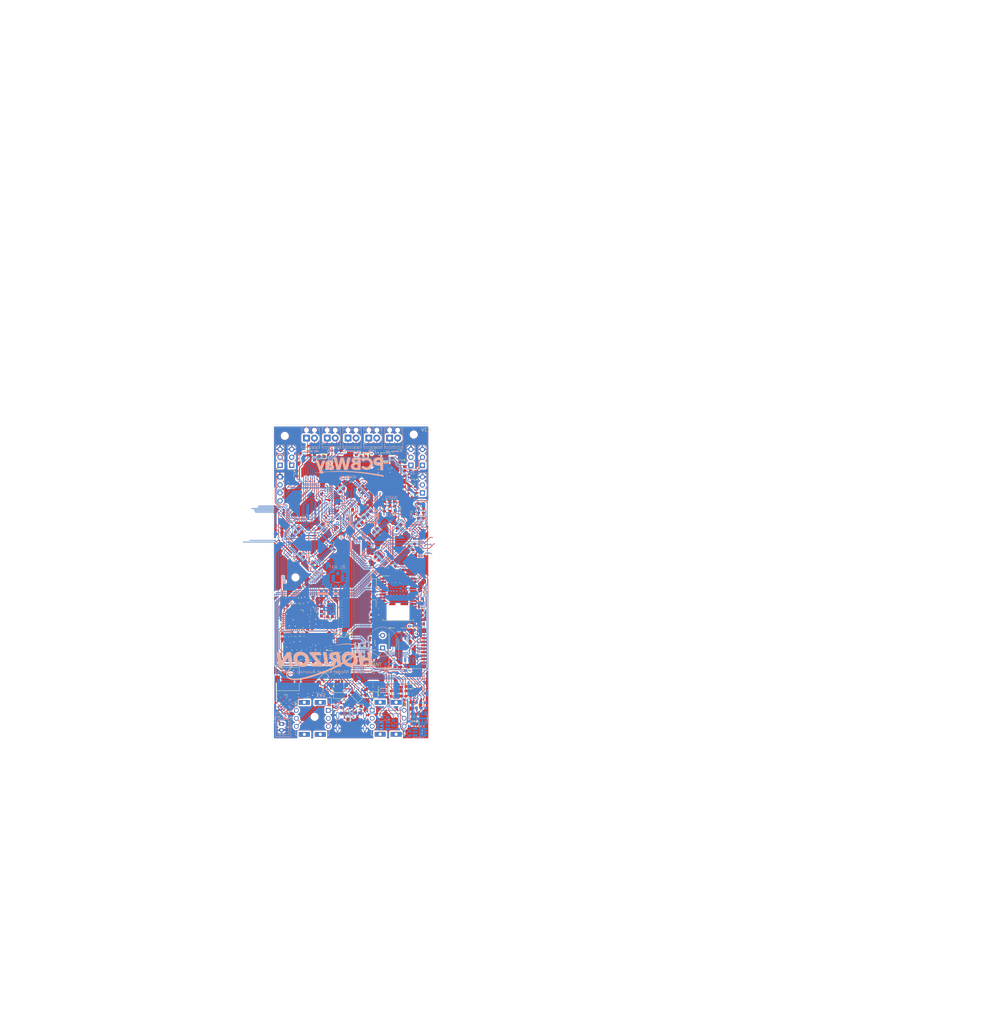
<source format=kicad_pcb>
(kicad_pcb (version 20241229) (generator "pcbnew") (generator_version "9.0")
  (layers (0 "F.Cu" signal) (4 "In1.Cu" signal) (6 "In2.Cu" signal) (2 "B.Cu" signal) (13 "F.Paste" user) (15 "B.Paste" user) (5 "F.SilkS" user "F.Silkscreen") (7 "B.SilkS" user "B.Silkscreen") (1 "F.Mask" user) (3 "B.Mask" user) (25 "Edge.Cuts" user))
  (net 0 "")
  (net 1 "Net-(1x3servo1-Pin_2)")
  (net 2 "GND")
  (net 3 "+3.3V")
  (net 4 "SERVO5")
  (net 5 "+5V")
  (net 6 "Net-(U1-XTAL32)")
  (net 7 "Net-(U1-EXTAL32)")
  (net 8 "Net-(J9-Pin_2)")
  (net 13 "mosfet1_signalfire")
  (net 17 "Net-(IC1-OUT2)")
  (net 18 "mosfet2_signalfire")
  (net 19 "Net-(IC1-OUT1)")
  (net 21 "Net-(U4-VDDCORE)")
  (net 22 "Net-(U1-VOUT3V3)")
  (net 23 "Net-(U3-VDDCORE)")
  (net 25 "Net-(U4-GNDANA)")
  (net 28 "Net-(D3-K)")
  (net 29 "Net-(D4-K)")
  (net 35 "BGM_RESET")
  (net 43 "Net-(J19-Pin_2)")
  (net 44 "Net-(J20-Pin_2)")
  (net 51 "SERVO3")
  (net 52 "Net-(J6-Pin_2)")
  (net 55 "SERVO4")
  (net 66 "SERVO2")
  (net 67 "Net-(J13-Pin_2)")
  (net 69 "Net-(J14-Pin_2)")
  (net 70 "SERVO1")
  (net 73 "RF_CS")
  (net 82 "BUZZER")
  (net 83 "nRESET DMCU-1")
  (net 84 "nRESET MMCU")
  (net 85 "nRESET DMCU-2")
  (net 86 "scl")
  (net 87 "sda")
  (net 88 "RS_GPS TMCU")
  (net 89 "D+ MMCU")
  (net 90 "D+ DMCU-1")
  (net 91 "D+ DMCU-2")
  (net 92 "D- MMCU")
  (net 93 "D- DMCU-1")
  (net 94 "D- DMCU-2")
  (net 95 "DIR1")
  (net 96 "PWM1")
  (net 97 "CS_IMU TMCU")
  (net 98 "INTERRUPT TMCU")
  (net 99 "CS_BARO TMCU")
  (net 100 "CS_SD MMCU")
  (net 101 "CS_NAND MMCU")
  (net 102 "RESETN TMCU")
  (net 103 "SPI_CLOCK TMCU")
  (net 104 "MISO TMCU")
  (net 105 "MOSI TMCU")
  (net 106 "mosfet1_signal")
  (net 107 "mosfet2_signal")
  (net 108 "mosfet3_signal")
  (net 109 "mosfet4_signal")
  (net 110 "mosfet5_signal")
  (net 111 "Net-(J15-Pin_2)")
  (net 112 "Net-(J16-Pin_2)")
  (net 113 "1B")
  (net 114 "1G")
  (net 115 "1R")
  (net 116 "2R")
  (net 117 "2G")
  (net 118 "2B")
  (net 119 "3R")
  (net 120 "3G")
  (net 121 "3B")
  (net 122 "I2C0_SCL")
  (net 123 "SWCLK DMCU-1")
  (net 124 "SWDIO DMCU-1")
  (net 125 "PTD4")
  (net 126 "I2C0_SDA")
  (net 127 "RX TMCU")
  (net 128 "PTA12")
  (net 129 "TX TMCU")
  (net 130 "SWDIO DMCU-2")
  (net 131 "SWCLK DMCU-2")
  (net 132 "NAND_MISO MMCU")
  (net 133 "NAND_MOSI MMCU")
  (net 134 "SPI0_SCK MMCU")
  (net 135 "SWCLK MMCU")
  (net 136 "SWDIO MMCU")
  (net 137 "CAM_RX")
  (net 138 "CAM_TX")
  (net 139 "BGM_INT")
  (net 140 "BGM_CS")
  (net 168 "Net-(U3-GNDANA)")
  (net 170 "SCK TMCU")
  (net 171 "RFO_HF")
  (net 172 "Net-(C8-Pad2)")
  (net 173 "Net-(C12-Pad1)")
  (net 174 "Net-(U12-RF1)")
  (net 175 "RFI_HF")
  (net 176 "Net-(D26-A)")
  (net 177 "Net-(U12-CTRL)")
  (net 178 "VR_PA")
  (net 179 "POWAAAA")
  (net 180 "Net-(J10-Pin_1)")
  (net 181 "bat")
  (net 182 "Net-(D23-K)")
  (net 183 "Net-(U9-SS{slash}TR)")
  (net 184 "Net-(U15-EN)")
  (net 185 "Net-(C41-Pad1)")
  (net 186 "Net-(U12-RF2)")
  (net 187 "Net-(C43-Pad2)")
  (net 188 "Net-(U12-RFIN)")
  (net 189 "Net-(J4-In)")
  (net 190 "Net-(D3-A)")
  (net 191 "Net-(D4-A)")
  (net 192 "Net-(D7-A)")
  (net 193 "Net-(D8-I{slash}O2)")
  (net 194 "Net-(D8-I{slash}O1)")
  (net 195 "Net-(D15-RA)")
  (net 196 "Net-(D15-BA)")
  (net 197 "Net-(D15-GA)")
  (net 198 "Net-(D16-RA)")
  (net 199 "Net-(D16-GA)")
  (net 200 "Net-(D16-BA)")
  (net 201 "Net-(D17-BA)")
  (net 202 "Net-(D17-RA)")
  (net 203 "Net-(D17-GA)")
  (net 204 "VBUS")
  (net 205 "Net-(D21-A)")
  (net 206 "Net-(D22-A)")
  (net 208 "SD_DETECT")
  (net 212 "Net-(J11-CC2)")
  (net 213 "Net-(J11-CC1)")
  (net 214 "Net-(L2-Pad2)")
  (net 215 "Net-(Q1-D)")
  (net 216 "Net-(Q1-G)")
  (net 217 "Net-(Q2-G)")
  (net 218 "Net-(Q3-D)")
  (net 219 "Net-(Q3-G)")
  (net 220 "Net-(Q4-D)")
  (net 221 "Net-(Q4-G)")
  (net 222 "Net-(Q5-G)")
  (net 223 "Net-(Q5-D)")
  (net 224 "Net-(Q6-D)")
  (net 225 "Net-(Q6-G)")
  (net 226 "Net-(Q8-G)")
  (net 227 "Net-(Q8-D)")
  (net 228 "Net-(Q9-G)")
  (net 229 "Net-(Q9-D)")
  (net 230 "Net-(U8-~{WP}{slash}IO_{2})")
  (net 231 "RXTX")
  (net 232 "Net-(U14-LBI)")
  (net 233 "Net-(U14-FB)")
  (net 234 "Net-(U9-FB)")
  (net 235 "Net-(U8-~{HOLD}{slash}~{RESET}{slash}IO_{3})")
  (net 246 "SX_XTB")
  (net 247 "SX_XTA")
  (net 248 "Net-(U6-RF_OUT)")
  (net 249 "Net-(D2-A)")
  (net 250 "Net-(U7-PA_BOOST)")
  (net 251 "Net-(D1-K)")
  (net 254 "Net-(U6-~{RESET})")
  (net 255 "Net-(U7-DIO0)")
  (net 256 "Net-(U7-DIO1)")
  (net 257 "Net-(U5-INT_DRDY)")
  (net 275 "mosfet3_signalfire")
  (net 276 "mosfet4_signalfire")
  (net 277 "Net-(BZ1--)")
  (net 278 "Net-(U11-DECOUPLE)")
  (net 279 "Net-(J25-In)")
  (net 280 "Net-(U11-ANT_OUT)")
  (footprint "Resistor_SMD:R_0603_1608Metric" (layer "F.Cu") (at 104.55 100.65 -90)
    (property "Reference" "R45" (hide yes))
    (property "Value" "100k")
  )
  (footprint "Capacitor_SMD:C_0603_1608Metric" (layer "F.Cu") (at 71.67 82.49 -90)
    (property "Reference" "C26" (hide yes))
    (property "Value" "10nF")
  )
  (footprint "LED_SMD:LED_0603_1608Metric" (layer "F.Cu") (at 110.2825 110.21 180)
    (property "Reference" "D22" (hide yes))
    (property "Value" "LED")
  )
  (footprint "Capacitor_SMD:C_0603_1608Metric" (layer "F.Cu") (at 77.08 79.99 180)
    (property "Reference" "C55" (hide yes))
    (property "Value" "100nF")
  )
  (footprint "Capacitor_SMD:C_0603_1608Metric" (layer "F.Cu") (at 102.61 29.89 180)
    (property "Reference" "C23" (hide yes))
    (property "Value" "100 nF")
  )
  (footprint "Capacitor_SMD:C_0603_1608Metric" (layer "F.Cu") (at 84.311992 54.411992 -45)
    (property "Reference" "C76" (hide yes))
    (property "Value" "100nF")
  )
  (footprint "Resistor_SMD:R_0603_1608Metric" (layer "F.Cu") (at 91.86 25.62 90)
    (property "Reference" "R58" (hide yes))
    (property "Value" "1k")
  )
  (footprint "Package_TO_SOT_SMD:SOT-23" (layer "F.Cu") (at 74.16 23.2825 -90)
    (property "Reference" "Q5" (hide yes))
    (property "Value" "IRLML6402")
  )
  (footprint "MountingHole:MountingHole_2.1mm" (layer "F.Cu") (at 110.14 18.35)
    (property "Reference" "REF**" (hide yes))
    (property "Value" "MountingHole_2.1mm" (hide yes))
  )
  (footprint "TestPoint:TestPoint_Pad_1.0x1.0mm" (layer "F.Cu") (at 89.23 108.77 90)
    (property "Reference" "TP12" (hide yes))
    (property "Value" "TestPoint")
  )
  (footprint "Capacitor_SMD:C_0603_1608Metric" (layer "F.Cu") (at 93.161992 45.731992 135)
    (property "Reference" "C66" (hide yes))
    (property "Value" "0.1uF")
  )
  (footprint "Package_TO_SOT_SMD:SOT-23" (layer "F.Cu") (at 81.3075 22.81 180)
    (property "Reference" "Q9" (hide yes))
    (property "Value" "IRLML6402")
  )
  (footprint "Capacitor_SMD:C_0603_1608Metric" (layer "F.Cu") (at 80.78 73.74 -90)
    (property "Reference" "C1" (hide yes))
    (property "Value" "100 nF")
  )
  (footprint "U.FL-R-SMT_01_:HRS_U.FL-R-SMT_01_" (layer "F.Cu") (at 87.5 84)
    (property "Reference" "J4" (hide yes))
    (property "Value" "H9161TR-ND")
  )
  (footprint "Capacitor_SMD:C_0603_1608Metric" (layer "F.Cu") (at 112.75219 74.97889 -90)
    (property "Reference" "C20" (hide yes))
    (property "Value" "100nF")
  )
  (footprint "Capacitor_SMD:C_0603_1608Metric" (layer "F.Cu") (at 77.335 70.09 180)
    (property "Reference" "C5" (hide yes))
    (property "Value" "12 pF")
  )
  (footprint "Capacitor_SMD:C_0603_1608Metric" (layer "F.Cu") (at 93.61 88.935 90)
    (property "Reference" "C60" (hide yes))
    (property "Value" "1.8 pF")
  )
  (footprint "Resistor_SMD:R_0603_1608Metric" (layer "F.Cu") (at 76.6675 22.8425 90)
    (property "Reference" "R66" (hide yes))
    (property "Value" "100")
  )
  (footprint "Crystal:Crystal_SMD_Abracon_ABM10-4Pin_2.5x2.0mm" (layer "F.Cu") (at 77.285 72.415 -90)
    (property "Reference" "Y4" (hide yes))
    (property "Value" "32MHz")
  )
  (footprint "Inductor_SMD:L_0603_1608Metric" (layer "F.Cu") (at 74.4525 87.49)
    (property "Reference" "L5" (hide yes))
    (property "Value" "6.8 nH")
  )
  (footprint "Resistor_SMD:R_0603_1608Metric" (layer "F.Cu") (at 107.64 100.635 90)
    (property "Reference" "R46" (hide yes))
    (property "Value" "100")
  )
  (footprint "Package_TO_SOT_SMD:SOT-23" (layer "F.Cu") (at 94.5725 22.81 180)
    (property "Reference" "Q8" (hide yes))
    (property "Value" "IRLML6402")
  )
  (footprint "Resistor_SMD:R_0603_1608Metric" (layer "F.Cu") (at 110.4 33.43)
    (property "Reference" "R64" (hide yes))
    (property "Value" "100")
  )
  (footprint "Package_TO_SOT_SMD:SOT-23-5" (layer "F.Cu") (at 110.1 104.2725 -90)
    (property "Reference" "U15" (hide yes))
    (property "Value" "AP2112K-3.3")
  )
  (footprint "Capacitor_SMD:C_0603_1608Metric" (layer "F.Cu") (at 103.77 59.61 -45)
    (property "Reference" "C68" (hide yes))
    (property "Value" "100nF")
  )
  (footprint "Capacitor_SMD:C_0603_1608Metric" (layer "F.Cu") (at 99.101992 48.811992 135)
    (property "Reference" "C70" (hide yes))
    (property "Value" "100nF")
  )
  (footprint "Capacitor_SMD:C_0603_1608Metric" (layer "F.Cu") (at 103.265 39.59)
    (property "Reference" "C51" (hide yes))
    (property "Value" "100nF")
  )
  (footprint "Diode_SMD:Nexperia_CFP3_SOD-123W" (layer "F.Cu") (at 96.38 101.01 180)
    (property "Reference" "D23" (hide yes))
    (property "Value" "PMEG6020ER")
  )
  (footprint "LED_SMD:LED_0603_1608Metric" (layer "F.Cu") (at 94.15 25.33 180)
    (property "Reference" "D3" (hide yes))
    (property "Value" "LED")
  )
  (footprint "Resistor_SMD:R_0603_1608Metric" (layer "F.Cu") (at 74.63 72.005 -90)
    (property "Reference" "R19" (hide yes))
    (property "Value" "10k")
  )
  (footprint "Resistor_SMD:R_0603_1608Metric" (layer "F.Cu") (at 88.06 106.89 180)
    (property "Reference" "R21" (hide yes))
    (property "Value" "5k1")
  )
  (footprint "Capacitor_SMD:C_0603_1608Metric" (layer "F.Cu") (at 99.601992 57.688008 -135)
    (property "Reference" "C61" (hide yes))
    (property "Value" "100nF")
  )
  (footprint "Inductor_SMD:L_0603_1608Metric" (layer "F.Cu") (at 91.3375 88.18)
    (property "Reference" "L9" (hide yes))
    (property "Value" "10 nH")
  )
  (footprint "Resistor_SMD:R_0603_1608Metric" (layer "F.Cu") (at 92.36 106.68)
    (property "Reference" "R20" (hide yes))
    (property "Value" "5k1")
  )
  (footprint "Resistor_SMD:R_0603_1608Metric" (layer "F.Cu") (at 98.97 27.54 -90)
    (property "Reference" "R25" (hide yes))
    (property "Value" "10k")
  )
  (footprint "Capacitor_SMD:C_0603_1608Metric" (layer "F.Cu") (at 98.02 49.88 135)
    (property "Reference" "C78" (hide yes))
    (property "Value" "100nF")
  )
  (footprint "Capacitor_SMD:C_0603_1608Metric" (layer "F.Cu") (at 81.27 88.235 -90)
    (property "Reference" "C11" (hide yes))
    (property "Value" "2.7 pF")
  )
  (footprint "Resistor_SMD:R_0603_1608Metric" (layer "F.Cu") (at 110.37 52.25 -90)
    (property "Reference" "R26" (hide yes))
    (property "Value" "R")
  )
  (footprint "Capacitor_SMD:C_0603_1608Metric" (layer "F.Cu") (at 106.1 100.63 90)
    (property "Reference" "C34" (hide yes))
    (property "Value" "22uF")
  )
  (footprint "Inductor_SMD:L_0603_1608Metric" (layer "F.Cu") (at 78.99 87.49)
    (property "Reference" "L6" (hide yes))
    (property "Value" "10 nH")
  )
  (footprint "NR01103ANG13-1C:SW_NR01103ANG13-1C" (layer "F.Cu") (at 101.99 108.4675)
    (property "Reference" "SW2" (hide yes))
    (property "Value" "SW_SP3T")
  )
  (footprint "TestPoint:TestPoint_Pad_1.0x1.0mm" (layer "F.Cu") (at 93.39 104.7 90)
    (property "Reference" "TP13" (hide yes))
    (property "Value" "TestPoint")
  )
  (footprint "Package_TO_SOT_SMD:SOT-23" (layer "F.Cu") (at 109.9225 35.95 180)
    (property "Reference" "Q4" (hide yes))
    (property "Value" "IRLML6402")
  )
  (footprint "Resistor_SMD:R_0603_1608Metric" (layer "F.Cu") (at 70.415 109)
    (property "Reference" "R41" (hide yes))
    (property "Value" "100k")
  )
  (footprint "Diode_SMD:Nexperia_CFP3_SOD-123W" (layer "F.Cu") (at 86.88 101.26)
    (property "Reference" "D26" (hide yes))
    (property "Value" "PMEG6020ER")
  )
  (footprint "MountingHole:MountingHole_2.1mm" (layer "F.Cu") (at 72.53 63.73)
    (property "Reference" "REF**" (hide yes))
    (property "Value" "MountingHole_2.1mm" (hide yes))
  )
  (footprint "Inductor_SMD:L_0603_1608Metric" (layer "F.Cu") (at 77.39 90.5)
    (property "Reference" "L8" (hide yes))
    (property "Value" "6.8 nH")
  )
  (footprint "Capacitor_SMD:C_0603_1608Metric" (layer "F.Cu") (at 97.18 99.13 180)
    (property "Reference" "C32" (hide yes))
    (property "Value" "10uF")
  )
  (footprint "Resistor_SMD:R_0603_1608Metric" (layer "F.Cu") (at 78.57 25.63 90)
    (property "Reference" "R59" (hide yes))
    (property "Value" "1k")
  )
  (footprint "Capacitor_SMD:C_0603_1608Metric" (layer "F.Cu") (at 92.09 46.81 135)
    (property "Reference" "C65" (hide yes))
    (property "Value" "0.1uF")
  )
  (footprint "Resistor_SMD:R_0603_1608Metric" (layer "F.Cu") (at 70.285 33.9375 180)
    (property "Reference" "R62" (hide yes))
    (property "Value" "100k")
  )
  (footprint "Diode_SMD:Nexperia_CFP3_SOD-123W" (layer "F.Cu") (at 80.939949 96.130051 -135)
    (property "Reference" "D19" (hide yes))
    (property "Value" "PMEG6020ER")
  )
  (footprint "Resistor_SMD:R_0603_1608Metric" (layer "F.Cu") (at 94.473363 36.386637 -135)
    (property "Reference" "R7" (hide yes))
    (property "Value" "4.7k")
  )
  (footprint "Resistor_SMD:R_0603_1608Metric" (layer "F.Cu") (at 86.196637 35.996637 135)
    (property "Reference" "R29" (hide yes))
    (property "Value" "R")
  )
  (footprint "Capacitor_SMD:C_0603_1608Metric" (layer "F.Cu") (at 73.021992 49.811992 135)
    (property "Reference" "C79" (hide yes))
    (property "Value" "100nF")
  )
  (footprint "Resistor_SMD:R_0603_1608Metric" (layer "F.Cu") (at 87.276637 34.916637 135)
    (property "Reference" "R30" (hide yes))
    (property "Value" "R")
  )
  (footprint "Capacitor_SMD:C_0603_1608Metric" (layer "F.Cu") (at 79.68 89.77 90)
    (property "Reference" "C41" (hide yes))
    (property "Value" "2.7 pF")
  )
  (footprint "Resistor_SMD:R_0603_1608Metric" (layer "F.Cu") (at 84.985 91.18)
    (property "Reference" "R13" (hide yes))
    (property "Value" "1k")
  )
  (footprint "Capacitor_SMD:C_0603_1608Metric" (layer "F.Cu") (at 109.17 100.64 90)
    (property "Reference" "C35" (hide yes))
    (property "Value" "1uF")
  )
  (footprint "Diode_SMD:Nexperia_CFP3_SOD-123W" (layer "F.Cu") (at 91.58 101.26 135)
    (property "Reference" "D20" (hide yes))
    (property "Value" "PMEG6020ER")
  )
  (footprint "Resistor_SMD:R_0603_1608Metric" (layer "F.Cu") (at 73.1 72.005 -90)
    (property "Reference" "R23" (hide yes))
    (property "Value" "10k")
  )
  (footprint "Capacitor_SMD:C_0603_1608Metric" (layer "F.Cu") (at 89.07 88.93 90)
    (property "Reference" "C59" (hide yes))
    (property "Value" "2.2 pF")
  )
  (footprint "Capacitor_SMD:C_0603_1608Metric" (layer "F.Cu") (at 110.26 107.13 180)
    (property "Reference" "C36" (hide yes))
    (property "Value" "1u")
  )
  (footprint "Capacitor_SMD:C_0603_1608Metric" (layer "F.Cu") (at 109.221992 54.381992 -45)
    (property "Reference" "C69" (hide yes))
    (property "Value" "100nF")
  )
  (footprint "Capacitor_SMD:C_0603_1608Metric" (layer "F.Cu") (at 77.085 76.92 180)
    (property "Reference" "C56" (hide yes))
    (property "Value" "100nF")
  )
  (footprint "Package_LGA:Texas_SIL0008D_MicroSiP-8-1EP_2.8x3mm_P0.65mm_EP1.1x1.9mm_ThermalVias" (layer "F.Cu") (at 100.46 99.6 90)
    (property "Reference" "U9" (hide yes))
    (property "Value" "TPS82130")
  )
  (footprint "Capacitor_SMD:C_0603_1608Metric" (layer "F.Cu") (at 96.8 76.36 90)
    (property "Reference" "C18" (hide yes))
    (property "Value" "4.7uF")
  )
  (footprint "Resistor_SMD:R_0603_1608Metric" (layer "F.Cu") (at 110.3 108.68 180)
    (property "Reference" "R47" (hide yes))
    (property "Value" "330")
  )
  (footprint "Package_TO_SOT_SMD:SOT-363_SC-70-6" (layer "F.Cu") (at 83.67 88.17)
    (property "Reference" "U12" (hide yes))
    (property "Value" "PE4259")
  )
  (footprint "Resistor_SMD:R_0603_1608Metric" (layer "F.Cu") (at 107.1975 35.745 90)
    (property "Reference" "R70" (hide yes))
    (property "Value" "100k")
  )
  (footprint "Capacitor_SMD:C_0603_1608Metric" (layer "F.Cu") (at 80.31 100.4 -90)
    (property "Reference" "C31" (hide yes))
    (property "Value" "100u")
  )
  (footprint "Capacitor_SMD:C_0603_1608Metric" (layer "F.Cu") (at 84.775 94.12)
    (property "Reference" "C28" (hide yes))
    (property "Value" "10uF")
  )
  (footprint "Capacitor_SMD:C_0603_1608Metric" (layer "F.Cu") (at 74.091992 48.721992 135)
    (property "Reference" "C75" (hide yes))
    (property "Value" "100nF")
  )
  (footprint "Resistor_SMD:R_0603_1608Metric" (layer "F.Cu") (at 67.61 107.49 -45)
    (property "Reference" "R40" (hide yes))
    (property "Value" "100k")
  )
  (footprint "Capacitor_SMD:C_0603_1608Metric" (layer "F.Cu") (at 96.03 42.14 135)
    (property "Reference" "C64" (hide yes))
    (property "Value" "0.1uF")
  )
  (footprint "Capacitor_SMD:C_0603_1608Metric" (layer "F.Cu") (at 75.1 89.76 90)
    (property "Reference" "C13" (hide yes))
    (property "Value" "2.2 pF")
  )
  (footprint "Resistor_SMD:R_0603_1608Metric" (layer "F.Cu") (at 73 30.7575 90)
    (property "Reference" "R67" (hide yes))
    (property "Value" "100")
  )
  (footprint "Package_TO_SOT_SMD:TSOT-23-6" (layer "F.Cu") (at 86.3425 98.01 -90)
    (property "Reference" "U13" (hide yes))
    (property "Value" "LTC4412xS6")
  )
  (footprint "Capacitor_SMD:C_0603_1608Metric" (layer "F.Cu") (at 97.175 97.61 180)
    (property "Reference" "C33" (hide yes))
    (property "Value" "3.3 nF")
  )
  (footprint "Package_TO_SOT_SMD:SOT-23" (layer "F.Cu") (at 82.82 99.5125 -90)
    (property "Reference" "Q2" (hide yes))
    (property "Value" "DMG2301L")
  )
  (footprint "Capacitor_SMD:C_0603_1608Metric" (layer "F.Cu") (at 73.45 56.7 45)
    (property "Reference" "C77" (hide yes))
    (property "Value" "100nF")
  )
  (footprint "Capacitor_SMD:C_0603_1608Metric" (layer "F.Cu") (at 94.958008 43.288008 135)
    (property "Reference" "C67" (hide yes))
    (property "Value" "4.7uF")
  )
  (footprint "Resistor_SMD:R_0603_1608Metric" (layer "F.Cu") (at 84.02 22.6 90)
    (property "Reference" "R81" (hide yes))
    (property "Value" "100")
  )
  (footprint "Capacitor_SMD:C_0603_1608Metric" (layer "F.Cu") (at 86.795 89.69)
    (property "Reference" "C21" (hide yes))
    (property "Value" "1nF")
  )
  (footprint "Resistor_SMD:R_0603_1608Metric" (layer "F.Cu") (at 86.12 103.49)
    (property "Reference" "R22" (hide yes))
    (property "Value" "330")
  )
  (footprint "Resistor_SMD:R_0603_1608Metric" (layer "F.Cu") (at 97.3 22.61 90)
    (property "Reference" "R79" (hide yes))
    (property "Value" "100")
  )
  (footprint "Resistor_SMD:R_0603_1608Metric" (layer "F.Cu") (at 106.47 27.25)
    (property "Reference" "R63" (hide yes))
    (property "Value" "100")
  )
  (footprint "Capacitor_SMD:C_0603_1608Metric" (layer "F.Cu") (at 80.76 76.775 90)
    (property "Reference" "C2" (hide yes))
    (property "Value" "100 nF")
  )
  (footprint "Package_DFN_QFN:QFN-28-1EP_6x6mm_P0.65mm_EP4.8x4.8mm" (layer "F.Cu") (at 71.81 77.1675 180)
    (property "Reference" "U7" (hide yes))
    (property "Value" "SX1276")
  )
  (footprint "Resistor_SMD:R_0603_1608Metric" (layer "F.Cu") (at 103.01 100.65 90)
    (property "Reference" "R44" (hide yes))
    (property "Value" "350k")
  )
  (footprint "Capacitor_SMD:C_0603_1608Metric" (layer "F.Cu") (at 105.41 47.59 45)
    (property "Reference" "C71" (hide yes))
    (property "Value" "100nF")
  )
  (footprint "Capacitor_SMD:C_0603_1608Metric" (layer "F.Cu") (at 77.085 78.45 180)
    (property "Reference" "C53" (hide yes))
    (property "Value" "100nF")
  )
  (footprint "Capacitor_SMD:C_0603_1608Metric" (layer "F.Cu") (at 68.3 82.47 90)
    (property "Reference" "C52" (hide yes))
    (property "Value" "100nF")
  )
  (footprint "Resistor_SMD:R_0603_1608Metric" (layer "F.Cu") (at 73.9325 25.9925 180)
    (property "Reference" "R71" (hide yes))
    (property "Value" "100k")
  )
  (footprint "Package_TO_SOT_SMD:SOT-23" (layer "F.Cu") (at 96.22 84.2475 90)
    (property "Reference" "Q7" (hide yes))
    (property "Value" "BSS138")
  )
  (footprint "Fuse:Fuse_0603_1608Metric" (layer "F.Cu") (at 98.82 22.6125 -90)
    (property "Reference" "F1" (hide yes))
    (property "Value" "Polyfuse")
  )
  (footprint "Capacitor_SMD:C_0603_1608Metric" (layer "F.Cu") (at 83.49 76.24 180)
    (property "Reference" "C3" (hide yes))
    (property "Value" "100 nF")
  )
  (footprint "Capacitor_SMD:C_0603_1608Metric" (layer "F.Cu") (at 103.76 21.58)
    (property "Reference" "C58" (hide yes))
    (property "Value" "100nF")
  )
  (footprint "Capacitor_SMD:C_0603_1608Metric" (layer "F.Cu") (at 93.711992 44.191992 135)
    (property "Reference" "C63" (hide yes))
    (property "Value" "1uF")
  )
  (footprint "Inductor_SMD:L_7.3x7.3_H4.5" (layer "F.Cu") (at 70.03 96.01)
    (property "Reference" "L2" (hide yes))
    (property "Value" "SLF7055T-6R8N2R8-3PF")
  )
  (footprint "Capacitor_SMD:C_0603_1608Metric" (layer "F.Cu") (at 97.49 69.015 -90)
    (property "Reference" "C19" (hide yes))
    (property "Value" "100nF")
  )
  (footprint "Diode_SMD:D_0603_1608Metric" (layer "F.Cu") (at 97.43 72.34 -90)
    (property "Reference" "D1" (hide yes))
    (property "Value" "D_Schottky")
  )
  (footprint "Resistor_SMD:R_0603_1608Metric" (layer "F.Cu") (at 92.8 85.31 180)
    (property "Reference" "R72" (hide yes))
    (property "Value" "2k2")
  )
  (footprint "Capacitor_SMD:C_0603_1608Metric" (layer "F.Cu") (at 74.71 82.47 -90)
    (property "Reference" "C24" (hide yes))
    (property "Value" "10nF")
  )
  (footprint "Resistor_SMD:R_0603_1608Metric" (layer "F.Cu") (at 93.403363 35.316637 -135)
    (property "Reference" "R6" (hide yes))
    (property "Value" "4.7k")
  )
  (footprint "Capacitor_SMD:C_0603_1608Metric" (layer "F.Cu") (at 81.965 90.52)
    (property "Reference" "C42" (hide yes))
    (property "Value" "1.8 pF")
  )
  (footprint "Inductor_SMD:L_0603_1608Metric" (layer "F.Cu") (at 69.14 85.86 -90)
    (property "Reference" "L4" (hide yes))
    (property "Value" "8.2 nH")
  )
  (footprint "Resistor_SMD:R_0603_1608Metric" (layer "F.Cu") (at 110.3625 38.44)
    (property "Reference" "R65" (hide yes))
    (property "Value" "100")
  )
  (footprint "Resistor_SMD:R_0603_1608Metric" (layer "F.Cu") (at 112.52 78.5)
    (property "Reference" "R55" (hide yes))
    (property "Value" "10kΩ")
  )
  (footprint "Capacitor_SMD:C_0603_1608Metric" (layer "F.Cu") (at 98.52 56.62 -135)
    (property "Reference" "C62" (hide yes))
    (property "Value" "100nF")
  )
  (footprint "Package_TO_SOT_SMD:SOT-23" (layer "F.Cu") (at 70.5 31.2 -90)
    (property "Reference" "Q6" (hide yes))
    (property "Value" "IRLML6402")
  )
  (footprint "Package_TO_SOT_SMD:SOT-23" (layer "F.Cu") (at 109.9525 30.94 180)
    (property "Reference" "Q3" (hide yes))
    (property "Value" "IRLML6402")
  )
  (footprint "Resistor_SMD:R_0603_1608Metric" (layer "F.Cu") (at 98.82 29.94)
    (property "Reference" "R24" (hide yes))
    (property "Value" "10k")
  )
  (footprint "Package_TO_SOT_SMD:SOT-143" (layer "F.Cu") (at 89.98 103.98 45)
    (property "Reference" "D8" (hide yes))
    (property "Value" "PRTR5V0U2X")
  )
  (footprint "Capacitor_SMD:C_0603_1608Metric" (layer "F.Cu") (at 78.98 85.97)
    (property "Reference" "C12" (hide yes))
    (property "Value" "1.2 pF")
  )
  (footprint "LED_SMD:LED_0603_1608Metric" (layer "F.Cu") (at 83.24 103.45 -90)
    (property "Reference" "D7" (hide yes))
    (property "Value" "LED")
  )
  (footprint "Package_TO_SOT_SMD:SOT-23" (layer "F.Cu") (at 106.04 24.75 180)
    (property "Reference" "Q1" (hide yes))
    (property "Value" "IRLML6402")
  )
  (footprint "Capacitor_SMD:C_0603_1608Metric" (layer "F.Cu") (at 78.87 59.67 -45)
    (property "Reference" "C74" (hide yes))
    (property "Value" "100nF")
  )
  (footprint "Capacitor_SMD:C_0603_1608Metric" (layer "F.Cu") (at 86.805 88.18)
    (property "Reference" "C43" (hide yes))
    (property "Value" "1.0 pF")
  )
  (footprint "Diode_SMD:D_0603_1608Metric" (layer "F.Cu") (at 97.491212 65.658916 -90)
    (property "Reference" "D2" (hide yes))
    (property "Value" "PESD5V‑S5ULC")
  )
  (footprint "A3909:MSOP10-PAD" (layer "F.Cu") (at 101.1 25.65 90)
    (property "Reference" "IC1" (hide yes))
    (property "Value" "A3909")
  )
  (footprint "U.FL-R-SMT_01_:HRS_U.FL-R-SMT_01_" (layer "F.Cu") (at 96.75 88.08)
    (property "Reference" "J4" (hide yes))
    (property "Value" "H9161TR-ND")
  )
  (footprint "Resistor_SMD:R_0603_1608Metric" (layer "F.Cu") (at 76.485 101.2)
    (property "Reference" "R43" (hide yes))
    (property "Value" "100k")
  )
  (footprint "Capacitor_SMD:C_0603_1608Metric" (layer "F.Cu") (at 77.425 74.74)
    (property "Reference" "C6" (hide yes))
    (property "Value" "12 pF")
  )
  (footprint "Capacitor_SMD:C_0603_1608Metric" (layer "F.Cu") (at 74.53 57.76 45)
    (property "Reference" "C72" (hide yes))
    (property "Value" "1uF")
  )
  (footprint "Resistor_SMD:R_0603_1608Metric" (layer "F.Cu") (at 78.58 22.59 -90)
    (property "Reference" "R80" (hide yes))
    (property "Value" "10k")
  )
  (footprint "Capacitor_SMD:C_0603_1608Metric" (layer "F.Cu") (at 70.82 72.75 180)
    (property "Reference" "C54" (hide yes))
    (property "Value" "100nF")
  )
  (footprint "RF_GPS:Quectel_L96" (layer "F.Cu") (at 105.13 70.35)
    (property "Reference" "U6" (hide yes))
    (property "Value" "GPS")
  )
  (footprint "LED_SMD:LED_0603_1608Metric" (layer "F.Cu") (at 80.87 25.3 180)
    (property "Reference" "D4" (hide yes))
    (property "Value" "LED")
  )
  (footprint "Capacitor_SMD:C_0603_1608Metric" (layer "F.Cu") (at 71.42 87.47)
    (property "Reference" "C8" (hide yes))
    (property "Value" "1.5 pF")
  )
  (footprint "Capacitor_SMD:C_0603_1608Metric" (layer "F.Cu") (at 69.13 88.88 -90)
    (property "Reference" "C7" (hide yes))
    (property "Value" "2.2 pF")
  )
  (footprint "Capacitor_SMD:C_0603_1608Metric" (layer "F.Cu") (at 83.68 85.95 180)
    (property "Reference" "C22" (hide yes))
    (property "Value" "1nF")
  )
  (footprint "Capacitor_SMD:C_0603_1608Metric" (layer "F.Cu") (at 112.4525 40.2625 180)
    (property "Reference" "C44" (hide yes))
    (property "Value" "100nF")
  )
  (footprint "Capacitor_SMD:C_0603_1608Metric" (layer "F.Cu") (at 110.1275 42.6475 -90)
    (property "Reference" "C45" (hide yes))
    (property "Value" "100nF")
  )
  (footprint "Resistor_SMD:R_0603_1608Metric" (layer "F.Cu") (at 73.445 101.19)
    (property "Reference" "R42" (hide yes))
    (property "Value" "430k")
  )
  (footprint "Fuse:Fuse_0603_1608Metric" (layer "F.Cu") (at 85.54 22.5975 -90)
    (property "Reference" "F2" (hide yes))
    (property "Value" "Polyfuse")
  )
  (footprint "Package_DFN_QFN:Texas_RSA_VQFN-16-1EP_4x4mm_P0.65mm_EP2.7x2.7mm_ThermalVias" (layer "F.Cu") (at 69.578268 103.752874 -135)
    (property "Reference" "U14" (hide yes))
    (property "Value" "TPS61092")
  )
  (footprint "Capacitor_SMD:C_0603_1608Metric" (layer "F.Cu") (at 76.72 88.235 -90)
    (property "Reference" "C9" (hide yes))
    (property "Value" "2.2 pF")
  )
  (footprint "Capacitor_SMD:C_0603_1608Metric" (layer "F.Cu") (at 73.19 82.475 -90)
    (property "Reference" "C25" (hide yes))
    (property "Value" "100nF")
  )
  (footprint "Resistor_SMD:R_0603_1608Metric" (layer "F.Cu") (at 103.365 42.73 180)
    (property "Reference" "R53" (hide yes))
    (property "Value" "10k")
  )
  (footprint "MountingHole:MountingHole_2.1mm" (layer "F.Cu") (at 78.63 107.99)
    (property "Reference" "REF**" (hide yes))
    (property "Value" "MountingHole_2.1mm" (hide yes))
  )
  (footprint "Capacitor_SMD:C_0603_1608Metric" (layer "F.Cu") (at 80.581992 47.448008 45)
    (property "Reference" "C73" (hide yes))
    (property "Value" "100nF")
  )
  (footprint "Capacitor_SMD:C_0603_1608Metric" (layer "F.Cu") (at 69.96 111.33 -90)
    (property "Reference" "C29" (hide yes))
    (property "Value" "10u")
  )
  (footprint "Capacitor_SMD:C_0603_1608Metric" (layer "F.Cu") (at 86.255 105.04)
    (property "Reference" "C27" (hide yes))
    (property "Value" "100n")
  )
  (footprint "Resistor_SMD:R_0603_1608Metric" (layer "F.Cu") (at 91.85 22.59 -90)
    (property "Reference" "R78" (hide yes))
    (property "Value" "10k")
  )
  (footprint "Resistor_SMD:R_0603_1608Metric" (layer "F.Cu") (at 112.4475 41.7975)
    (property "Reference" "R38" (hide yes))
    (property "Value" "10k")
  )
  (footprint "MountingHole:MountingHole_2.1mm" (layer "F.Cu") (at 69.14 18.78)
    (property "Reference" "REF**" (hide yes))
    (property "Value" "MountingHole_2.1mm" (hide yes))
  )
  (footprint "LED_SMD:LED_0603_1608Metric" (layer "F.Cu") (at 108.4 98.35 180)
    (property "Reference" "D21" (hide yes))
    (property "Value" "LED")
  )
  (footprint "Resistor_SMD:R_0603_1608Metric" (layer "F.Cu") (at 107.23 30.7 90)
    (property "Reference" "R69" (hide yes))
    (property "Value" "100k")
  )
  (footprint "Resistor_SMD:R_0603_1608Metric" (layer "F.Cu") (at 103.32 24.96 90)
    (property "Reference" "R68" (hide yes))
    (property "Value" "100k")
  )
  (footprint "Crystal:Crystal_AT310_D3.0mm_L10.0mm_Vertical" (layer "F.Cu") (at 85.851974 46.441974 -45)
    (property "Reference" "Y1" (hide yes))
    (property "Value" "Crystal")
  )
  (footprint "Capacitor_SMD:C_0603_1608Metric" (layer "F.Cu") (at 69.83 82.61 -90)
    (property "Reference" "C57" (hide yes))
    (property "Value" "100nF")
  )
  (footprint "Resistor_SMD:R_0603_1608Metric" (layer "F.Cu") (at 113.2075 44.0625 -90)
    (property "Reference" "R37" (hide yes))
    (property "Value" "10k")
  )
  (footprint "Resistor_SMD:R_0603_1608Metric" (layer "F.Cu") (at 111.6675 44.0675 -90)
    (property "Reference" "R27" (hide yes))
    (property "Value" "10k")
  )
  (footprint "Resistor_SMD:R_0603_1608Metric" (layer "F.Cu") (at 100.7975 41.8925 90)
    (property "Reference" "R39" (hide yes))
    (property "Value" "10k")
  )
  (footprint "Capacitor_SMD:C_0603_1608Metric" (layer "F.Cu") (at 103.29 41.11)
    (property "Reference" "C50" (hide yes))
    (property "Value" "100nF")
  )
  (footprint "Capacitor_SMD:C_0603_1608Metric" (layer "F.Cu") (at 78.77 100.37 -90)
    (property "Reference" "C30" (hide yes))
    (property "Value" "2u2")
  )
  (footprint "Connector_Card:microSD_HC_Hirose_DM3D-SF" (layer "F.Cu") (at 108.085 86.245 90)
    (property "Reference" "J1" (hide yes))
    (property "Value" "Micro_SD_Card_Det1")
  )
  (footprint "Resistor_SMD:R_0603_1608Metric" (layer "F.Cu") (at 100.8075 38.8775 -90)
    (property "Reference" "R52" (hide yes))
    (property "Value" "10k")
  )
  (footprint "Resistor_SMD:R_0603_1608Metric" (layer "B.Cu") (at 102.045 91.21)
    (property "Reference" "R56")
    (property "Value" "10k")
  )
  (footprint "Resistor_SMD:R_0603_1608Metric" (layer "B.Cu") (at 113.98 104.36 -90)
    (property "Reference" "R93" (hide yes))
    (property "Value" "220")
  )
  (footprint "MK20DX256VLH7:QFP50P1200X1200X160-64N" (layer "B.Cu") (at 90.188726 40.315 135)
    (property "Reference" "U1" (hide yes))
    (property "Value" "MMCU")
  )
  (footprint "Capacitor_SMD:C_0603_1608Metric" (layer "B.Cu") (at 87.38 49.61 -45)
    (property "Reference" "C10")
    (property "Value" "12pF")
  )
  (footprint "Resistor_SMD:R_0603_1608Metric" (layer "B.Cu") (at 107.56 92.45 90)
    (property "Reference" "R12" (hide yes))
    (property "Value" "10kΩ")
  )
  (footprint "LED_SMD:LED_ROHM_SMLVN6" (layer "B.Cu") (at 112.095 112.86)
    (property "Reference" "D15" (hide yes))
    (property "Value" "SMLVN6RGB")
  )
  (footprint "Package_QFP:TQFP-64_10x10mm_P0.5mm" (layer "B.Cu") (at 77.745637 52.825 -45)
    (property "Reference" "U3")
    (property "Value" "NMCU")
  )
  (footprint "Resistor_SMD:R_0603_1608Metric" (layer "B.Cu") (at 106.795 67.24)
    (property "Reference" "R11" (hide yes))
    (property "Value" "10kΩ")
  )
  (footprint "Connector_USB:USB_C_Receptacle_GCT_USB4105-xx-A_16P_TopMnt_Horizontal" (layer "B.Cu") (at 90.24 110.6 180)
    (property "Reference" "J11" (hide yes))
    (property "Value" "USB_C_Receptacle_USB2.0_16P")
  )
  (footprint "Package_QFP:TQFP-64_10x10mm_P0.5mm" (layer "B.Cu") (at 102.691274 52.8225 -45)
    (property "Reference" "U4")
    (property "Value" "TMCU")
  )
  (footprint "Resistor_SMD:R_0603_1608Metric" (layer "B.Cu") (at 108.73 80.035 -90)
    (property "Reference" "R54" (hide yes))
    (property "Value" "10kΩ")
  )
  (footprint "Resistor_SMD:R_0603_1608Metric" (layer "B.Cu") (at 107.985 114.01)
    (property "Reference" "R87" (hide yes))
    (property "Value" "220")
  )
  (footprint "Package_LGA:ST_HLGA-10_2x2mm_P0.5mm_LayoutBorder3x2y" (layer "B.Cu") (at 103.0575 40.59 180)
    (property "Reference" "U5" (hide yes))
    (property "Value" "LPS22HB")
  )
  (footprint "Resistor_SMD:R_0603_1608Metric" (layer "B.Cu") (at 82.28 68.89 90)
    (property "Reference" "R1" (hide yes))
    (property "Value" "10 kΩ")
  )
  (footprint "Buzzer_Beeper:MagneticBuzzer_PUI_AT-0927-TT-6-R" (layer "B.Cu") (at 100.24 86.14 90)
    (property "Reference" "BZ1" (hide yes))
    (property "Value" "Buzzer")
  )
  (footprint "Resistor_SMD:R_0603_1608Metric" (layer "B.Cu") (at 105.19 111.08 -90)
    (property "Reference" "R90" (hide yes))
    (property "Value" "220")
  )
  (footprint "LOGO" (layer "B.Cu") (at 82.121445 90.868347 180)
    (property "Reference" "G***" (hide yes))
    (property "Value" "LOGO" (hide yes))
  )
  (footprint "NR01103ANG13-1C:SW_NR01103ANG13-1C" (layer "B.Cu") (at 77.88 108.5 180)
    (property "Reference" "SW1")
    (property "Value" "SW_SP3T")
  )
  (footprint "Resistor_SMD:R_0603_1608Metric" (layer "B.Cu") (at 108.75 110.27 -90)
    (property "Reference" "R89" (hide yes))
    (property "Value" "220")
  )
  (footprint "Resistor_SMD:R_0603_1608Metric" (layer "B.Cu") (at 112.44 104.36 -90)
    (property "Reference" "R94" (hide yes))
    (property "Value" "220")
  )
  (footprint "Connector_PinHeader_2.54mm:PinHeader_1x03_P2.54mm_Vertical" (layer "B.Cu") (at 71.34 28.11)
    (property "Reference" "J9" (hide yes))
    (property "Value" "1x3 servo")
  )
  (footprint "TerminalBlock_Phoenix:TerminalBlock_Phoenix_MPT-0,5-2-2.54_1x02_P2.54mm_Horizontal" (layer "B.Cu") (at 76.03 19.4925)
    (property "Reference" "J16" (hide yes))
    (property "Value" "arming terminal")
  )
  (footprint "TerminalBlock_Phoenix:TerminalBlock_Phoenix_MPT-0,5-2-2.54_1x02_P2.54mm_Horizontal" (layer "B.Cu") (at 95.85 19.48)
    (property "Reference" "J19")
    (property "Value" "Screw_Terminal_01x02")
  )
  (footprint "Connector_PinHeader_2.54mm:PinHeader_1x04_P2.54mm_Vertical" (layer "B.Cu") (at 67.63 31.79 180)
    (property "Reference" "J12" (hide yes))
    (property "Value" "Conn_01x04")
  )
  (footprint "Resistor_SMD:R_0603_1608Metric" (layer "B.Cu") (at 103.67 110.005 -90)
    (property "Reference" "R91" (hide yes))
    (property "Value" "220")
  )
  (footprint "Connector_JST:JST_PH_B2B-PH-K_1x02_P2.00mm_Vertical" (layer "B.Cu") (at 68.1 110.26 -90)
    (property "Reference" "J10" (hide yes))
    (property "Value" "Conn_01x02_Pin")
  )
  (footprint "Resistor_SMD:R_0603_1608Metric" (layer "B.Cu") (at 101.045 108.23)
    (property "Reference" "R92" (hide yes))
    (property "Value" "220")
  )
  (footprint "LED_SMD:LED_ROHM_SMLVN6" (layer "B.Cu") (at 100.335 110.82 180)
    (property "Reference" "D16" (hide yes))
    (property "Value" "SMLVN6RGB")
  )
  (footprint "Inductor_SMD:L_0603_1608Metric" (layer "B.Cu") (at 112.09 70.5 180)
    (property "Reference" "L1")
    (property "Value" "47 nH")
  )
  (footprint "Capacitor_SMD:C_0603_1608Metric" (layer "B.Cu") (at 110.31 79.725 90)
    (property "Reference" "C15" (hide yes))
    (property "Value" "100nF")
  )
  (footprint "Connector_PinHeader_2.54mm:PinHeader_1x03_P2.54mm_Vertical" (layer "B.Cu") (at 67.65 28.12)
    (property "Reference" "1x3servo1" (hide yes))
    (property "Value" "Conn_01x03")
  )
  (footprint "Package_SO:SOIC-8_5.3x5.3mm_P1.27mm" (layer "B.Cu") (at 108.085 86.245 90)
    (property "Reference" "U8" (hide yes))
    (property "Value" "NAND")
  )
  (footprint "TerminalBlock_Phoenix:TerminalBlock_Phoenix_MPT-0,5-2-2.54_1x02_P2.54mm_Horizontal" (layer "B.Cu") (at 89.25 19.47)
    (property "Reference" "J15" (hide yes))
    (property "Value" "arming terminal")
  )
  (footprint "TerminalBlock_Phoenix:TerminalBlock_Phoenix_MPT-0,5-2-2.54_1x02_P2.54mm_Horizontal" (layer "B.Cu") (at 102.47 19.48)
    (property "Reference" "J5" (hide yes))
    (property "Value" "Screw_Term")
  )
  (footprint "U.FL-R-SMT_01_:HRS_U.FL-R-SMT_01_" (layer "B.Cu") (at 86 64)
    (property "Reference" "J4" (hide yes))
    (property "Value" "H9161TR-ND")
  )
  (footprint "Resistor_SMD:R_0603_1608Metric" (layer "B.Cu") (at 80.75 68.88 90)
    (property "Reference" "R2" (hide yes))
    (property "Value" "10 kΩ")
  )
  (footprint "Capacitor_SMD:C_0603_1608Metric" (layer "B.Cu") (at 86.095 66.59 180)
    (property "Reference" "C4" (hide yes))
    (property "Value" "1.2 pF")
  )
  (footprint "LED_SMD:LED_ROHM_SMLVN6" (layer "B.Cu") (at 112.8375 108.45 -90)
    (property "Reference" "D17" (hide yes))
    (property "Value" "SMLVN6RGB")
  )
  (footprint "Connector_PinHeader_2.54mm:PinHeader_1x03_P2.54mm_Vertical" (layer "B.Cu") (at 112.91 36.89)
    (property "Reference" "J6")
    (property "Value" "1x3 servo")
  )
  (footprint "Package_LGA:LGA-14_3x2.5mm_P0.5mm_LayoutBorder3x4y" (layer "B.Cu") (at 112.44 43.5275 90)
    (property "Reference" "U10" (hide yes))
    (property "Value" "LSM6DS3")
  )
  (footprint "Connector_PinHeader_2.54mm:PinHeader_1x03_P2.54mm_Vertical" (layer "B.Cu") (at 112.9 28.15)
    (property "Reference" "J13" (hide yes))
    (property "Value" "1x3 servo")
  )
  (footprint "Resistor_SMD:R_0603_1608Metric" (layer "B.Cu") (at 107.985 112.49)
    (property "Reference" "R88" (hide yes))
    (property "Value" "220")
  )
  (footprint "Inductor_SMD:L_0603_1608Metric" (layer "B.Cu") (at 85.36 68.89 90)
    (property "Reference" "L3" (hide yes))
    (property "Value" "3.9 nH")
  )
  (footprint "pcbway logo:Untitled" (layer "B.Cu") (at 89.79 28.52 180)
    (property "Reference" "G***" (hide yes))
    (property "Value" "LOGO" (hide yes))
  )
  (footprint "TerminalBlock_Phoenix:TerminalBlock_Phoenix_MPT-0,5-2-2.54_1x02_P2.54mm_Horizontal" (layer "B.Cu") (at 82.63 19.49)
    (property "Reference" "J20")
    (property "Value" "Screw_Terminal_01x02")
  )
  (footprint "Capacitor_SMD:C_0603_1608Metric" (layer "B.Cu") (at 86.255 105.04)
    (property "Reference" "C16" (hide yes))
    (property "Value" "4n7")
  )
  (footprint "KiCADv6:BGM220SC12WGA2R" (layer "B.Cu") (at 83.14 73.78 180)
    (property "Reference" "U11" (hide yes))
    (property "Value" "BGM220SC12WGA2R")
  )
  (footprint "Resistor_SMD:R_0603_1608Metric" (layer "B.Cu") (at 110.93 104.355 -90)
    (property "Reference" "R95" (hide yes))
    (property "Value" "220")
  )
  (footprint "Connector_PinHeader_2.54mm:PinHeader_1x03_P2.54mm_Vertical" (layer "B.Cu") (at 109.24 28.14)
    (property "Reference" "J14")
    (property "Value" "1x3 servo")
  )
  (footprint "Capacitor_SMD:C_0603_1608Metric" (layer "B.Cu") (at 84.421992 46.671992 135)
    (property "Reference" "C17" (hide yes))
    (property "Value" "12pF")
  )
  (gr_line (start 65.238726 15.315) (end 115.238726 15.315) (stroke (width 0.05)) (layer "Edge.Cuts"))
  (gr_line (start 115.27 115.315) (end 115.238726 15.315) (stroke (width 0.05)) (layer "Edge.Cuts"))
  (gr_line (start 65.238726 115.315) (end 115.27 115.315) (stroke (width 0.05)) (layer "Edge.Cuts"))
  (gr_line (start 65.238726 115.315) (end 65.238726 15.315) (stroke (width 0.05)) (layer "Edge.Cuts"))
  (gr_text "GPS ANT" (at 84.5 82.5 -0) (layer "F.SilkS") (effects (font (size 1 1) (thickness 0.1)) (justify left bottom)))
  (gr_text "V1.0" (at 112.5 17.509539 -0) (layer "F.SilkS") (effects (font (size 1 1) (thickness 0.1)) (justify left bottom)))
  (gr_text "RF ANT" (at 94.5 92 -0) (layer "F.SilkS") (effects (font (size 1 1) (thickness 0.1)) (justify left bottom)))
  (gr_text "BARO" (at 105 39 0) (layer "B.SilkS") (effects (font (size 1 1) (thickness 0.1)) (justify left bottom mirror)))
  (gr_text "BAT_IN" (at 71 107.5 0) (layer "B.SilkS") (effects (font (size 1 1) (thickness 0.1)) (justify left bottom mirror)))
  (gr_text "NAND" (at 112.5 84.5 90) (layer "B.SilkS") (effects (font (size 1 1) (thickness 0.1)) (justify left bottom mirror)))
  (gr_text "NMCU" (at 79 45 0) (layer "B.SilkS") (effects (font (size 1 1) (thickness 0.1)) (justify left bottom mirror)))
  (gr_text "ARM MOSFET 1" (at 93.5 24 0) (layer "B.SilkS") (effects (font (size 0.5 0.5) (thickness 0.1)) (justify left bottom mirror)))
  (gr_text "MMCU" (at 92 32.5 0) (layer "B.SilkS") (effects (font (size 1 1) (thickness 0.1)) (justify left bottom mirror)))
  (gr_text "TMCU" (at 105 44.5 0) (layer "B.SilkS") (effects (font (size 1 1) (thickness 0.1)) (justify left bottom mirror)))
  (gr_text "BL ANT" (at 88.5 61 0) (layer "B.SilkS") (effects (font (size 1 1) (thickness 0.1)) (justify left bottom mirror)))
  (gr_text "BL" (at 79.5 73 90) (layer "B.SilkS") (effects (font (size 1 1) (thickness 0.1)) (justify left bottom mirror)))
  (gr_text "IMU" (at 110 42.5 90) (layer "B.SilkS") (effects (font (size 1 1) (thickness 0.1)) (justify left bottom mirror)))
  (gr_text "H-Bridge OUT" (at 106.5 24 0) (layer "B.SilkS") (effects (font (size 0.5 0.5) (thickness 0.1)) (justify left bottom mirror)))
  (gr_text "ARM MOSFET 2" (at 80 24 0) (layer "B.SilkS") (effects (font (size 0.5 0.5) (thickness 0.1)) (justify left bottom mirror)))
  (segment (start 69.55 27.48) (end 67.65 25.58) (width 0.2) (layer "F.Cu") (net 1))
  (segment (start 69.55 30.2625) (end 69.55 27.48) (width 0.2) (layer "F.Cu") (net 1))
  (segment (start 78.65 78.54) (end 78.56 78.45) (width 0.2) (layer "F.Cu") (net 2))
  (segment (start 85.54 23.385) (end 85.755 23.385) (width 0.2) (layer "F.Cu") (net 2))
  (segment (start 74.63 70.38) (end 74.49 70.24) (width 0.2) (layer "F.Cu") (net 2))
  (segment (start 109.93 72.15) (end 110.8 72.15) (width 0.2) (layer "F.Cu") (net 2))
  (segment (start 98.08 68.15) (end 100.33 68.15) (width 0.2) (layer "F.Cu") (net 2))
  (segment (start 72.46 80.155) (end 72.46 79.24) (width 0.2) (layer "F.Cu") (net 2))
  (segment (start 68.849627 84.135159) (end 68.415159 84.135159) (width 0.2) (layer "F.Cu") (net 2))
  (segment (start 75.1 88.985) (end 75.865 88.985) (width 0.2) (layer "F.Cu") (net 2))
  (segment (start 87.235 106.89) (end 86.525 106.89) (width 0.2) (layer "F.Cu") (net 2))
  (segment (start 79.15 74.74) (end 79.21 74.8) (width 0.2) (layer "F.Cu") (net 2))
  (segment (start 80.121973 48.680897) (end 80.033984 48.592908) (width 0.2) (layer "F.Cu") (net 2))
  (segment (start 87.57 89.69) (end 87.709322 89.69) (width 0.2) (layer "F.Cu") (net 2))
  (segment (start 113.435 88.57) (end 112.07 88.57) (width 0.2) (layer "F.Cu") (net 2))
  (segment (start 101.21 99.6) (end 99.71 99.6) (width 0.2) (layer "F.Cu") (net 2))
  (segment (start 82.1 85.95) (end 82.05 86) (width 0.2) (layer "F.Cu") (net 2))
  (segment (start 93.61 89.71) (end 90.38 89.71) (width 0.2) (layer "F.Cu") (net 2))
  (segment (start 80.445 88.995) (end 80.52 89.07) (width 0.2) (layer "F.Cu") (net 2))
  (segment (start 96.8 77.135) (end 96.8 78.27) (width 0.2) (layer "F.Cu") (net 2))
  (segment (start 110.1275 41.8725) (end 110.1275 41.968497) (width 0.2) (layer "F.Cu") (net 2))
  (segment (start 109.93 76.3) (end 110.76 76.3) (width 0.2) (layer "F.Cu") (net 2))
  (segment (start 80.76 77.55) (end 80.76 78.726537) (width 0.2) (layer "F.Cu") (net 2))
  (segment (start 102.89 40.735) (end 102.515 41.11) (width 0.2) (layer "F.Cu") (net 2))
  (segment (start 102.49 39.59) (end 102.49 39.93) (width 0.2) (layer "F.Cu") (net 2))
  (segment (start 93.70919 42.74) (end 94.41 42.74) (width 0.2) (layer "F.Cu") (net 2))
  (segment (start 75.865 88.985) (end 75.93 89.05) (width 0.2) (layer "F.Cu") (net 2))
  (segment (start 96.405 99.13) (end 96.01 99.13) (width 0.2) (layer "F.Cu") (net 2))
  (segment (start 84.197968 53.43) (end 83.763984 53.863984) (width 0.2) (layer "F.Cu") (net 2))
  (segment (start 108.7 53.86) (end 108.673984 53.833984) (width 0.2) (layer "F.Cu") (net 2))
  (segment (start 100.33 74.15) (end 99.44 74.15) (width 0.2) (layer "F.Cu") (net 2))
  (segment (start 103.221992 58.736264) (end 103.575265 58.382991) (width 0.2) (layer "F.Cu") (net 2))
  (segment (start 100.33 75.15) (end 99.5 75.15) (width 0.2) (layer "F.Cu") (net 2))
  (segment (start 101.6 28.72) (end 101.91 29.03) (width 0.2) (layer "F.Cu") (net 2))
  (segment (start 76.46 71.77) (end 76.49 71.74) (width 0.2) (layer "F.Cu") (net 2))
  (segment (start 101.1 24.6) (end 101.1 25.65) (width 0.2) (layer "F.Cu") (net 2))
  (segment (start 99.71 99.6) (end 99.2 99.6) (width 0.2) (layer "F.Cu") (net 2))
  (segment (start 110.76 76.3) (end 111.38 75.68) (width 0.2) (layer "F.Cu") (net 2))
  (segment (start 81.16 72.13) (end 80.995 72.295) (width 0.2) (layer "F.Cu") (net 2))
  (segment (start 70.31 105.83) (end 70.66 106.18) (width 0.2) (layer "F.Cu") (net 2))
  (segment (start 70.51 80.155) (end 70.51 79.18) (width 0.2) (layer "F.Cu") (net 2))
  (segment (start 68.420381 102.594987) (end 68.800451 102.975057) (width 0.2) (layer "F.Cu") (net 2))
  (segment (start 99.46 73.15) (end 98.95 73.66) (width 0.2) (layer "F.Cu") (net 2))
  (segment (start 93.19699 42.2278) (end 93.70919 42.74) (width 0.2) (layer "F.Cu") (net 2))
  (segment (start 70.276536 105.83) (end 70.31 105.83) (width 0.2) (layer "F.Cu") (net 2))
  (segment (start 112.5 40.42) (end 112.6575 40.2625) (width 0.2) (layer "F.Cu") (net 2))
  (segment (start 104.55 101.475) (end 104.55 101.37) (width 0.2) (layer "F.Cu") (net 2))
  (segment (start 68.8225 75.2175) (end 69.5975 75.2175) (width 0.2) (layer "F.Cu") (net 2))
  (segment (start 107.13 62.596986) (end 107.13 63.35) (width 0.2) (layer "F.Cu") (net 2))
  (segment (start 93.745 106.68) (end 94.56 107.495) (width 0.2) (layer "F.Cu") (net 2))
  (segment (start 102.1 26.65) (end 101.1 25.65) (width 0.2) (layer "F.Cu") (net 2))
  (segment (start 102.89 40.33) (end 102.89 40.735) (width 0.2) (layer "F.Cu") (net 2))
  (segment (start 102.49 39.93) (end 102.89 40.33) (width 0.2) (layer "F.Cu") (net 2))
  (segment (start 71.595 72.645) (end 71.595 72.75) (width 0.2) (layer "F.Cu") (net 2))
  (segment (start 71.24 108.16) (end 71.14 108.06) (width 0.2) (layer "F.Cu") (net 2))
  (segment (start 94.77 41.69) (end 95.049947 41.969947) (width 0.2) (layer "F.Cu") (net 2))
  (segment (start 95.049947 42.100053) (end 94.41 42.74) (width 0.2) (layer "F.Cu") (net 2))
  (segment (start 99.211992 50.428008) (end 99.41 50.23) (width 0.2) (layer "F.Cu") (net 2))
  (segment (start 68.849627 84.135159) (end 69.599786 83.385) (width 0.2) (layer "F.Cu") (net 2))
  (segment (start 110.8 71.15) (end 111.3 71.65) (width 0.2) (layer "F.Cu") (net 2))
  (segment (start 83.202984 88.17) (end 83.215702 88.182718) (width 0.2) (layer "F.Cu") (net 2))
  (segment (start 78.65 80) (end 78.64 79.99) (width 0.2) (layer "F.Cu") (net 2))
  (segment (start 98.691096 30.871096) (end 97.995 30.175) (width 0.2) (layer "F.Cu") (net 2))
  (segment (start 78.51 76.92) (end 77.86 76.92) (width 0.2) (layer "F.Cu") (net 2))
  (segment (start 83.24 102.01) (end 83.24 102.6625) (width 0.2) (layer "F.Cu") (net 2))
  (segment (start 77.95 101.2) (end 77.97 101.22) (width 0.2) (layer "F.Cu") (net 2))
  (segment (start 99.627962 24.5) (end 99.566294 24.438332) (width 0.2) (layer "F.Cu") (net 2))
  (segment (start 95.357157 41.69) (end 95.455165 41.591992) (width 0.2) (layer "F.Cu") (net 2))
  (segment (start 82.905 85.95) (end 82.1 85.95) (width 0.2) (layer "F.Cu") (net 2))
  (segment (start 98.691096 31.010798) (end 98.691096 30.871096) (width 0.2) (layer "F.Cu") (net 2))
  (segment (start 85.55 94.12) (end 86.15 94.12) (width 0.2) (layer "F.Cu") (net 2))
  (segment (start 79.605 101.145) (end 79.64 101.18) (width 0.2) (layer "F.Cu") (net 2))
  (segment (start 94.77 41.69) (end 95.357157 41.69) (width 0.2) (layer "F.Cu") (net 2))
  (segment (start 101.1 24.5) (end 101 24.5) (width 0.2) (layer "F.Cu") (net 2))
  (segment (start 68.88 101.675748) (end 69.056777 101.675748) (width 0.2) (layer "F.Cu") (net 2))
  (segment (start 94.56 108.83) (end 94.49 108.9) (width 0.2) (layer "F.Cu") (net 2))
  (segment (start 96.31 97.61) (end 95.4 98.52) (width 0.2) (layer "F.Cu") (net 2))
  (segment (start 67.960761 102.594987) (end 68.420381 102.594987) (width 0.2) (layer "F.Cu") (net 2))
  (segment (start 91.181965 45.980385) (end 91.817583 45.980385) (width 0.2) (layer "F.Cu") (net 2))
  (segment (start 110.8 72.15) (end 111.3 71.65) (width 0.2) (layer "F.Cu") (net 2))
  (segment (start 100.156754 72.976754) (end 100.33 73.15) (width 0.2) (layer "F.Cu") (net 2))
  (segment (start 93.185 106.68) (end 93.745 106.68) (width 0.2) (layer "F.Cu") (net 2))
  (segment (start 82.72 88.17) (end 83.202984 88.17) (width 0.2) (layer "F.Cu") (net 2))
  (segment (start 80.033984 48.592908) (end 80.033984 47.996016) (width 0.2) (layer "F.Cu") (net 2))
  (segment (start 99.068008 56.071992) (end 99.771992 56.071992) (width 0.2) (layer "F.Cu") (net 2))
  (segment (start 97.785 85.185) (end 97.88 85.28) (width 0.2) (layer "F.Cu") (net 2))
  (segment (start 103.385 29.89) (end 103.385 29.185) (width 0.2) (layer "F.Cu") (net 2))
  (segment (start 100.785 101.235) (end 100.8 101.25) (width 0.2) (layer "F.Cu") (net 2))
  (segment (start 74.71 83.32) (end 73.93 84.1) (width 0.2) (layer "F.Cu") (net 2))
  (segment (start 97.491212 64.871416) (end 97.491212 65.064226) (width 0.2) (layer "F.Cu") (net 2))
  (segment (start 102.003801 67.15) (end 102.011913 67.158112) (width 0.2) (layer "F.Cu") (net 2))
  (segment (start 76 89.01) (end 75.97 89.01) (width 0.2) (layer "F.Cu") (net 2))
  (segment (start 111.07 110.21) (end 111.07 110.07) (width 0.2) (layer "F.Cu") (net 2))
  (segment (start 74.71 83.245) (end 74.71 83.32) (width 0.2) (layer "F.Cu") (net 2))
  (segment (start 109.93 75.15) (end 110.85 75.15) (width 0.2) (layer "F.Cu") (net 2))
  (segment (start 84.265 76.24) (end 84.265 75.465) (width 0.2) (layer "F.Cu") (net 2))
  (segment (start 104.55 101.37) (end 105.38 100.54) (width 0.2) (layer "F.Cu") (net 2))
  (segment (start 98.568008 50.428008) (end 99.211992 50.428008) (width 0.2) (layer "F.Cu") (net 2))
  (segment (start 90.31 85.31) (end 91.975 85.31) (width 0.2) (layer "F.Cu") (net 2))
  (segment (start 99.01 88) (end 98.93 88.08) (width 0.2) (layer "F.Cu") (net 2))
  (segment (start 74.48 50.36) (end 74.54 50.3) (width 0.2) (layer "F.Cu") (net 2))
  (segment (start 69.805 112.26) (end 69.96 112.105) (width 0.2) (layer "F.Cu") (net 2))
  (segment (start 103.385 29.185) (end 103.16 28.96) (width 0.2) (layer "F.Cu") (net 2))
  (segment (start 78.64 79.99) (end 77.855 79.99) (width 0.2) (layer "F.Cu") (net 2))
  (segment (start 97.491212 64.871416) (end 98.238584 64.871416) (width 0.2) (layer "F.Cu") (net 2))
  (segment (start 103.431 61.974) (end 102.197 60.74) (width 0.2) (layer "F.Cu") (net 2))
  (segment (start 106.507014 61.974) (end 107.13 62.596986) (width 0.2) (layer "F.Cu") (net 2))
  (segment (start 100.33 73.15) (end 99.46 73.15) (width 0.2) (layer "F.Cu") (net 2))
  (segment (start 98.97 26.715) (end 98.97 25.073582) (width 0.2) (layer "F.Cu") (net 2))
  (segment (start 102 67.15) (end 102.003801 67.15) (width 0.2) (layer "F.Cu") (net 2))
  (segment (start 101.1 24.5) (end 101.1 23.35) (width 0.2) (layer "F.Cu") (net 2))
  (segment (start 80.995 72.75) (end 80.78 72.965) (width 0.2) (layer "F.Cu") (net 2))
  (segment (start 102.635 80.67) (end 102.635 79.725) (width 0.2) (layer "F.Cu") (net 2))
  (segment (start 67.960761 104.910761) (end 68.340831 104.530691) (width 0.2) (layer "F.Cu") (net 2))
  (segment (start 110.1 103.135) (end 110.1 101.95) (width 0.2) (layer "F.Cu") (net 2))
  (segment (start 78.64 77.05) (end 78.51 76.92) (width 0.2) (layer "F.Cu") (net 2))
  (segment (start 97.491212 65.064226) (end 99.576986 67.15) (width 0.2) (layer "F.Cu") (net 2))
  (segment (start 84.47 53.43) (end 84.197968 53.43) (width 0.2) (layer "F.Cu") (net 2))
  (segment (start 104.861992 48.138008) (end 104.861992 48.499504) (width 0.2) (layer "F.Cu") (net 2))
  (segment (start 103.13 63.35) (end 103.13 62.275) (width 0.2) (layer "F.Cu") (net 2))
  (segment (start 84.265 75.465) (end 84.49 75.24) (width 0.2) (layer "F.Cu") (net 2))
  (segment (start 109.17 99.865) (end 109.17 99.3) (width 0.2) (layer "F.Cu") (net 2))
  (segment (start 110.1275 41.968497) (end 110.706692 42.547689) (width 0.2) (layer "F.Cu") (net 2))
  (segment (start 103.13 62.275) (end 103.431 61.974) (width 0.2) (layer "F.Cu") (net 2))
  (segment (start 85.755 23.385) (end 86.2 22.94) (width 0.2) (layer "F.Cu") (net 2))
  (segment (start 78.045 101.145) (end 77.97 101.22) (width 0.2) (layer "F.Cu") (net 2))
  (segment (start 101 24.5) (end 99.627962 24.5) (width 0.2) (layer "F.Cu") (net 2))
  (segment (start 99.69 76.3) (end 99.02 75.63) (width 0.2) (layer "F.Cu") (net 2))
  (segment (start 93.163984 42.260806) (end 93.19699 42.2278) (width 0.2) (layer "F.Cu") (net 2))
  (segment (start 99.2 99.6) (end 99.19 99.61) (width 0.2) (layer "F.Cu") (net 2))
  (segment (start 79.645 101.175) (end 79.64 101.18) (width 0.2) (layer "F.Cu") (net 2))
  (segment (start 102.197 60.74) (end 101.99 60.74) (width 0.2) (layer "F.Cu") (net 2))
  (segment (start 71.67 83.265) (end 71.67 83.83) (width 0.2) (layer "F.Cu") (net 2))
  (segment (start 106.065 99.855) (end 105.38 100.54) (width 0.2) (layer "F.Cu") (net 2))
  (segment (start 97.49 68.24) (end 97.99 68.24) (width 0.2) (layer "F.Cu") (net 2))
  (segment (start 76.72 89.01) (end 76 89.01) (width 0.2) (layer "F.Cu") (net 2))
  (segment (start 68.88 101.675748) (end 68.88 101) (width 0.2) (layer "F.Cu") (net 2))
  (segment (start 101.6 27.95) (end 102.1 27.95) (width 0.2) (layer "F.Cu") (net 2))
  (segment (start 109.1875 99.2775) (end 109.19 99.28) (width 0.2) (layer "F.Cu") (net 2))
  (segment (start 97.99 68.24) (end 98.08 68.15) (width 0.2) (layer "F.Cu") (net 2))
  (segment (start 86.15 94.12) (end 86.52 94.49) (width 0.2) (layer "F.Cu") (net 2))
  (segment (start 73.2 57.546016) (end 72.901992 57.248008) (width 0.2) (layer "F.Cu") (net 2))
  (segment (start 99.771992 56.071992) (end 99.9 56.2) (width 0.2) (layer "F.Cu") (net 2))
  (segment (start 99.65 49.99) (end 99.41 50.23) (width 0.2) (layer "F.Cu") (net 2))
  (segment (start 68.768349 89.655) (end 68.653349 89.54) (width 0.2) (layer "F.Cu") (net 2))
  (segment (start 109.69 53.86) (end 108.7 53.86) (width 0.2) (layer "F.Cu") (net 2))
  (segment (start 69.13 89.655) (end 68.768349 89.655) (width 0.2) (layer "F.Cu") (net 2))
  (segment (start 95.455165 41.591992) (end 95.481992 41.591992) (width 0.2) (layer "F.Cu") (net 2))
  (segment (start 78.321992 59.121992) (end 78.321992 58.769086) (width 0.2) (layer "F.Cu") (net 2))
  (segment (start 102 68.15) (end 102.005189 68.15) (width 0.2) (layer "F.Cu") (net 2))
  (segment (start 99.576986 67.15) (end 100.33 67.15) (width 0.2) (layer "F.Cu") (net 2))
  (segment (start 99.5 75.15) (end 99.02 75.63) (width 0.2) (layer "F.Cu") (net 2))
  (segment (start 78.11 73.05) (end 78.17 73.11) (width 0.2) (layer "F.Cu") (net 2))
  (segment (start 100.15 57.14) (end 100.15 56.45) (width 0.2) (layer "F.Cu") (net 2))
  (segment (start 68.88 101) (end 68.97 100.91) (width 0.2) (layer "F.Cu") (net 2))
  (segment (start 69.5975 75.2175) (end 69.71 75.33) (width 0.2) (layer "F.Cu") (net 2))
  (segment (start 76.56 70.09) (end 75.67 70.09) (width 0.2) (layer "F.Cu") (net 2))
  (segment (start 80.995 72.295) (end 80.995 72.75) (width 0.2) (layer "F.Cu") (net 2))
  (segment (start 79 77.05) (end 78.64 77.05) (width 0.2) (layer "F.Cu") (net 2))
  (segment (start 73.1 71.18) (end 73.1 70.63) (width 0.2) (layer "F.Cu") (net 2))
  (segment (start 106.1 99.855) (end 106.065 99.855) (width 0.2) (layer "F.Cu") (net 2))
  (segment (start 112.07 88.57) (end 112 88.5) (width 0.2) (layer "F.Cu") (net 2))
  (segment (start 78.2 74.74) (end 79.15 74.74) (width 0.2) (layer "F.Cu") (net 2))
  (segment (start 110.1 101.95) (end 110.39 101.66) (width 0.2) (layer "F.Cu") (net 2))
  (segment (start 98.79 23.43) (end 98.82 23.4) (width 0.2) (layer "F.Cu") (net 2))
  (segment (start 94.56 107.495) (end 94.56 108.83) (width 0.2) (layer "F.Cu") (net 2))
  (segment (start 97.17 85.185) (end 97.785 85.185) (width 0.2) (layer "F.Cu") (net 2))
  (segment (start 99.44 74.15) (end 98.95 73.66) (width 0.2) (layer "F.Cu") (net 2))
  (segment (start 80.31 101.175) (end 79.645 101.175) (width 0.2) (layer "F.Cu") (net 2))
  (segment (start 86.525 106.89) (end 85.92 107.495) (width 0.2) (layer "F.Cu") (net 2))
  (segment (start 100.33 68.15) (end 102 68.15) (width 0.2) (layer "F.Cu") (net 2))
  (segment (start 111.51641 69.15) (end 109.93 69.15) (width 0.2) (layer "F.Cu") (net 2))
  (segment (start 69.599786 83.385) (end 69.83 83.385) (width 0.2) (layer "F.Cu") (net 2))
  (segment (start 91.817583 45.980385) (end 92.613984 45.183984) (width 0.2) (layer "F.Cu") (net 2))
  (segment (start 74.63 71.18) (end 74.63 70.38) (width 0.2) (layer "F.Cu") (net 2))
  (segment (start 93.163984 43.643984) (end 93.163984 42.260806) (width 0.2) (layer "F.Cu") (net 2))
  (segment (start 109.1875 98.35) (end 109.1875 99.2775) (width 0.2) (layer "F.Cu") (net 2))
  (segment (start 87.709322 89.69) (end 88.272725 90.253403) (width 0.2) (layer "F.Cu") (net 2))
  (segment (start 71.67 83.83) (end 72.06 84.22) (width 0.2) (layer "F.Cu") (net 2))
  (segment (start 98.97 25.073582) (end 99.13 24.913582) (width 0.2) (layer "F.Cu") (net 2))
  (segment (start 109.93 68.15) (end 111.4 68.15) (width 0.2) (layer "F.Cu") (net 2))
  (segment (start 79.68 88.995) (end 80.445 88.995) (width 0.2) (layer "F.Cu") (net 2))
  (segment (start 68.015367 102.135367) (end 67.77 101.89) (width 0.2) (layer "F.Cu") (net 2))
  (segment (start 97.995 30.175) (end 97.995 29.94) (width 0.2) (layer "F.Cu") (net 2))
  (segment (start 85.3925 97.2125) (end 85.84 97.66) (width 0.2) (layer "F.Cu") (net 2))
  (segment (start 79 78.54) (end 78.65 78.54) (width 0.2) (layer "F.Cu") (net 2))
  (segment (start 89.413223 104.156777) (end 89.56 104.01) (width 0.2) (layer "F.Cu") (net 2))
  (segment (start 80.76 78.726537) (end 80.832683 78.79922) (width 0.2) (layer "F.Cu") (net 2))
  (segment (start 72.46 79.24) (end 72.49 79.21) (width 0.2) (layer "F.Cu") (net 2))
  (segment (start 112.5 41) (end 112.5 40.42) (width 0.2) (layer "F.Cu") (net 2))
  (segment (start 70.276536 105.83) (end 70.099759 105.83) (width 0.2) (layer "F.Cu") (net 2))
  (segment (start 96.01 99.13) (end 95.4 98.52) (width 0.2) (layer "F.Cu") (net 2))
  (segment (start 86.3425 97.1575) (end 85.84 97.66) (width 0.2) (layer "F.Cu") (net 2))
  (segment (start 86.3425 96.8725) (end 86.3425 97.1575) (width 0.2) (layer "F.Cu") (net 2))
  (segment (start 74.64 50.2) (end 74.54 50.3) (width 0.2) (layer "F.Cu") (net 2))
  (segment (start 79 80) (end 78.65 80) (width 0.2) (layer "F.Cu") (net 2))
  (segment (start 85.92 107.495) (end 85.92 108.76) (width 0.2) (layer "F.Cu") (net 2))
  (segment (start 85.92 108.76) (end 86.01 108.85) (width 0.2) (layer "F.Cu") (net 2))
  (segment (start 83.45 101.8) (end 83.24 102.01) (width 0.2) (layer "F.Cu") (net 2))
  (segment (start 70.099759 105.83) (end 69.578268 105.308509) (width 0.2) (layer "F.Cu") (net 2))
  (segment (start 111.4 68.15) (end 111.49 68.24) (width 0.2) (layer "F.Cu") (net 2))
  (segment (start 68.340831 104.530691) (end 68.800451 104.530691) (width 0.2) (layer "F.Cu") (net 2))
  (segment (start 69.056777 101.675748) (end 69.578268 102.197239) (width 0.2) (layer "F.Cu") (net 2))
  (segment (start 88.975 84) (end 90 84) (width 0.2) (layer "F.Cu") (net 2))
  (segment (start 71.24 109) (end 71.24 108.16) (width 0.2) (layer "F.Cu") (net 2))
  (segment (start 104.861992 48.499504) (end 105.066975 48.704487) (width 0.2) (layer "F.Cu") (net 2))
  (segment (start 96.8 78.27) (end 96.88 78.35) (width 0.2) (layer "F.Cu") (net 2))
  (segment (start 88.742563 104.156777) (end 89.413223 104.156777) (width 0.2) (layer "F.Cu") (net 2))
  (segment (start 109.485 107.13) (end 109.485 106.615) (width 0.2) (layer "F.Cu") (net 2))
  (segment (start 102.1 27.95) (end 102.1 26.65) (width 0.2) (layer "F.Cu") (net 2))
  (segment (start 100.15 56.45) (end 99.9 56.2) (width 0.2) (layer "F.Cu") (net 2))
  (segment (start 100.785 100.6625) (end 100.785 101.235) (width 0.2) (layer "F.Cu") (net 2))
  (segment (start 68.3 84.02) (end 68.3 83.245) (width 0.2) (layer "F.Cu") (net 2))
  (segment (start 73.19 83.25) (end 73.19 83.36) (width 0.2) (layer "F.Cu") (net 2))
  (segment (start 68.1 112.26) (end 69.805 112.26) (width 0.2) (layer "F.Cu") (net 2))
  (segment (start 102.1 28.84) (end 101.91 29.03) (width 0.2) (layer "F.Cu") (net 2))
  (segment (start 88.821128 89.705) (end 89.07 89.705) (width 0.2) (layer "F.Cu") (net 2))
  (segment (start 102.635 79.725) (end 102.59 79.68) (width 0.2) (layer "F.Cu") (net 2))
  (segment (start 78.11 73.04) (end 78.11 73.05) (width 0.2) (layer "F.Cu") (net 2))
  (segment (start 81.27 89.01) (end 80.58 89.01) (width 0.2) (layer "F.Cu") (net 2))
  (segment (start 73.1 70.63) (end 73.49 70.24) (width 0.2) (layer "F.Cu") (net 2))
  (segment (start 111.089879 110.190121) (end 111.07 110.21) (width 0.2) (layer "F.Cu") (net 2))
  (segment (start 99.5 88) (end 99.01 88) (width 0.2) (layer "F.Cu") (net 2))
  (segment (start 96.4 97.61) (end 96.31 97.61) (width 0.2) (layer "F.Cu") (net 2))
  (segment (start 98.93 88.08) (end 98.225 88.08) (width 0.2) (layer "F.Cu") (net 2))
  (segment (start 110.85 75.15) (end 111.38 75.68) (width 0.2) (layer "F.Cu") (net 2))
  (segment (start 76.46 71.79) (end 76.46 71.77) (width 0.2) (layer "F.Cu") (net 2))
  (segment (start 88.272725 90.253403) (end 88.821128 89.705) (width 0.2) (layer "F.Cu") (net 2))
  (segment (start 98.238584 64.871416) (end 98.31 64.8) (width 0.2) (layer "F.Cu") (net 2))
  (segment (start 100.33 67.15) (end 102 67.15) (width 0.2) (layer "F.Cu") (net 2))
  (segment (start 73.2 58.31) (end 73.2 57.546016) (width 0.2) (layer "F.Cu") (net 2))
  (segment (start 100.33 76.3) (end 99.69 76.3) (width 0.2) (layer "F.Cu") (net 2))
  (segment (start 73.19 83.36) (end 73.93 84.1) (width 0.2) (layer "F.Cu") (net 2))
  (segment (start 101 24.5) (end 101.1 24.6) (width 0.2) (layer "F.Cu") (net 2))
  (segment (start 109.93 71.15) (end 110.8 71.15) (width 0.2) (layer "F.Cu") (net 2))
  (segment (start 98.79 24.11) (end 98.79 23.43) (width 0.2) (layer "F.Cu") (net 2))
  (segment (start 78.56 78.45) (end 77.86 78.45) (width 0.2) (layer "F.Cu") (net 2))
  (segment (start 67.960761 102.080761) (end 67.77 101.89) (width 0.2) (layer "F.Cu") (net 2))
  (segment (start 99.65 49.36) (end 99.65 49.99) (width 0.2) (layer "F.Cu") (net 2))
  (segment (start 77.31 101.2) (end 77.95 101.2) (width 0.2) (layer "F.Cu") (net 2))
  (segment (start 102.1 27.95) (end 102.1 28.84) (width 0.2) (layer "F.Cu") (net 2))
  (segment (start 112.6575 40.2625) (end 113.2275 40.2625) (width 0.2) (layer "F.Cu") (net 2))
  (segment (start 95.049947 41.969947) (end 95.049947 42.100053) (width 0.2) (layer "F.Cu") (net 2))
  (segment (start 75.97 89.01) (end 75.93 89.05) (width 0.2) (layer "F.Cu") (net 2))
  (segment (start 76.49 71.79) (end 76.51 71.77) (width 0.2) (layer "F.Cu") (net 2))
  (segment (start 72.21 72.03) (end 71.595 72.645) (width 0.2) (layer "F.Cu") (net 2))
  (segment (start 76.46 71.79) (end 76.49 71.79) (width 0.2) (layer "F.Cu") (net 2))
  (segment (start 70.51 79.18) (end 70.53 79.16) (width 0.2) (layer "F.Cu") (net 2))
  (segment (start 82.05 86) (end 82.04 86.01) (width 0.2) (layer "F.Cu") (net 2))
  (segment (start 103.431 61.974) (end 106.507014 61.974) (width 0.2) (layer "F.Cu") (net 2))
  (segment (start 74.64 49.27) (end 74.64 50.2) (width 0.2) (layer "F.Cu") (net 2))
  (segment (start 78.77 101.145) (end 78.045 101.145) (width 0.2) (layer "F.Cu") (net 2))
  (segment (start 67.960761 102.594987) (end 67.960761 102.080761) (width 0.2) (layer "F.Cu") (net 2))
  (segment (start 109.485 106.615) (end 110.04 106.06) (width 0.2) (layer "F.Cu") (net 2))
  (segment (start 68.420381 102.135367) (end 68.015367 102.135367) (width 0.2) (layer "F.Cu") (net 2))
  (segment (start 101.6 27.95) (end 101.6 28.72) (width 0.2) (layer "F.Cu") (net 2))
  (segment (start 102.005189 68.15) (end 102.011009 68.15582) (width 0.2) (layer "F.Cu") (net 2))
  (segment (start 109.17 99.3) (end 109.19 99.28) (width 0.2) (layer "F.Cu") (net 2))
  (segment (start 68.420381 102.135367) (end 68.420381 102.594987) (width 0.2) (layer "F.Cu") (net 2))
  (segment (start 78.321992 58.769086) (end 78.707761 58.383317) (width 0.2) (layer "F.Cu") (net 2))
  (segment (start 78.77 101.145) (end 79.605 101.145) (width 0.2) (layer "F.Cu") (net 2))
  (segment (start 85.3925 96.8725) (end 85.3925 97.2125) (width 0.2) (layer "F.Cu") (net 2))
  (segment (start 75.67 70.09) (end 75.57 69.99) (width 0.2) (layer "F.Cu") (net 2))
  (segment (start 73.57 50.36) (end 74.48 50.36) (width 0.2) (layer "F.Cu") (net 2))
  (segment (start 111.07 110.07) (end 110.5 109.5) (width 0.2) (layer "F.Cu") (net 2))
  (segment (start 80.58 89.01) (end 80.52 89.07) (width 0.2) (layer "F.Cu") (net 2))
  (segment (start 68.415159 84.135159) (end 68.3 84.02) (width 0.2) (layer "F.Cu") (net 2))
  (segment (start 103.221992 59.061992) (end 103.221992 58.736264) (width 0.2) (layer "F.Cu") (net 2))
  (segment (start 111.569231 69.097179) (end 111.51641 69.15) (width 0.2) (layer "F.Cu") (net 2))
  (via (at 112.488548 67.635111) (size 0.45) (drill 0.2) (layers "F.Cu" "B.Cu") (net 2))
  (via (at 72.21 72.03) (size 0.6) (drill 0.3) (layers "F.Cu" "B.Cu") (net 2))
  (via (at 89.56 104.01) (size 0.45) (drill 0.2) (layers "F.Cu" "B.Cu") (net 2))
  (via (at 86.01 108.85) (size 0.45) (drill 0.2) (layers "F.Cu" "B.Cu") (net 2))
  (via (at 105.852169 69.319217) (size 0.45) (drill 0.2) (layers "F.Cu" "B.Cu") (net 2))
  (via (at 99.566294 24.438332) (size 0.45) (drill 0.2) (layers "F.Cu" "B.Cu") (net 2))
  (via (at 68.97 100.91) (size 0.45) (drill 0.2) (layers "F.Cu" "B.Cu") (net 2))
  (via (at 88.057705 66.256838) (size 0.45) (drill 0.2) (layers "F.Cu" "B.Cu") (net 2))
  (via (at 88.272725 90.253403) (size 0.45) (drill 0.2) (layers "F.Cu" "B.Cu") (net 2))
  (via (at 84.940936 82.280617) (size 0.45) (drill 0.2) (layers "F.Cu" "B.Cu") (net 2))
  (via (at 99.41 50.23) (size 0.6) (drill 0.3) (layers "F.Cu" "B.Cu") (net 2))
  (via (at 110.04 106.06) (size 0.6) (drill 0.3) (layers "F.Cu" "B.Cu") (net 2))
  (via (at 87.47677 79.80571) (size 0.45) (drill 0.2) (layers "F.Cu" "B.Cu") (net 2))
  (via (at 69.600295 70.312262) (size 0.45) (drill 0.2) (layers "F.Cu" "B.Cu") (net 2))
  (via (at 76.49 71.74) (size 0.6) (drill 0.3) (layers "F.Cu" "B.Cu") (net 2))
  (via (at 76 89.01) (size 0.45) (drill 0.2) (layers "F.Cu" "B.Cu") (net 2))
  (via (at 98.691096 31.010798) (size 0.6) (drill 0.3) (layers "F.Cu" "B.Cu") (net 2))
  (via (at 74.54 50.3) (size 0.45) (drill 0.2) (layers "F.Cu" "B.Cu") (net 2))
  (via (at 102.59 79.68) (size 0.6) (drill 0.3) (layers "F.Cu" "B.Cu") (net 2))
  (via (at 82.177938 89.499999) (size 0.45) (drill 0.2) (layers "F.Cu" "B.Cu") (net 2))
  (via (at 84.962033 84.601256) (size 0.45) (drill 0.2) (layers "F.Cu" "B.Cu") (net 2))
  (via (at 73.2 58.31) (size 0.6) (drill 0.3) (layers "F.Cu" "B.Cu") (net 2))
  (via (at 79.64 101.18) (size 0.6) (drill 0.3) (layers "F.Cu" "B.Cu") (net 2))
  (via (at 107.575068 68.095607) (size 0.45) (drill 0.2) (layers "F.Cu" "B.Cu") (net 2))
  (via (at 84.43 83.4) (size 0.45) (drill 0.2) (layers "F.Cu" "B.Cu") (net 2))
  (via (at 89.786861 70.291088) (size 0.45) (drill 0.2) (layers "F.Cu" "B.Cu") (net 2))
  (via (at 80.447296 89.725742) (size 0.45) (drill 0.2) (layers "F.Cu" "B.Cu") (net 2))
  (via (at 112.5 41) (size 0.6) (drill 0.3) (layers "F.Cu" "B.Cu") (net 2))
  (via (at 103.575265 58.382991) (size 0.6) (drill 0.3) (layers "F.Cu" "B.Cu") (net 2))
  (via (at 91.248559 46.012015) (size 0.45) (drill 0.2) (layers "F.Cu" "B.Cu") (net 2))
  (via (at 86.2 22.94) (size 0.6) (drill 0.3) (layers "F.Cu" "B.Cu") (net 2))
  (via (at 79 77.05) (size 0.6) (drill 0.3) (layers "F.Cu" "B.Cu") (net 2))
  (via (at 109.19 99.28) (size 0.6) (drill 0.3) (layers "F.Cu" "B.Cu") (net 2))
  (via (at 79 80) (size 0.6) (drill 0.3) (layers "F.Cu" "B.Cu") (net 2))
  (via (at 83.978192 65.924067) (size 0.45) (drill 0.2) (layers "F.Cu" "B.Cu") (net 2))
  (via (at 104.27317 65.340727) (size 0.45) (drill 0.2) (layers "F.Cu" "B.Cu") (net 2))
  (via (at 99.02 75.63) (size 0.6) (drill 0.3) (layers "F.Cu" "B.Cu") (net 2))
  (via (at 87.371286 75.734042) (size 0.45) (drill 0.2) (layers "F.Cu" "B.Cu") (net 2))
  (via (at 80.314433 80.122161) (size 0.45) (drill 0.2) (layers "F.Cu" "B.Cu") (net 2))
  (via (at 83.45 101.8) (size 0.6) (drill 0.3) (layers "F.Cu" "B.Cu") (net 2))
  (via (at 87.318545 71.810052) (size 0.45) (drill 0.2) (layers "F.Cu" "B.Cu") (net 2))
  (via (at 84.49 75.24) (size 0.6) (drill 0.3) (layers "F.Cu" "B.Cu") (net 2))
  (via (at 83.215702 88.182718) (size 0.45) (drill 0.2) (layers "F.Cu" "B.Cu") (net 2))
  (via (at 111.38 75.68) (size 0.45) (drill 0.2) (layers "F.Cu" "B.Cu") (net 2))
  (via (at 86.793336 87.552895) (size 0.45) (drill 0.2) (layers "F.Cu" "B.Cu") (net 2))
  (via (at 102.884563 69.326249) (size 0.45) (drill 0.2) (layers "F.Cu" "B.Cu") (net 2))
  (via (at 110.5 109.5) (size 0.45) (drill 0.2) (layers "F.Cu" "B.Cu") (net 2))
  (via (at 80.531683 88.157552) (size 0.45) (drill 0.2) (layers "F.Cu" "B.Cu") (net 2))
  (via (at 99.81 111.82) (size 0.6) (drill 0.3) (layers "F.Cu" "B.Cu") (net 2))
  (via (at 111.917034 71.839679) (size 0.45) (drill 0.2) (layers "F.Cu" "B.Cu") (net 2))
  (via (at 78.940428 86.758137) (size 0.45) (drill 0.2) (layers "F.Cu" "B.Cu") (net 2))
  (via (at 84 90) (size 0.45) (drill 0.2) (layers "F.Cu" "B.Cu") (net 2))
  (via (at 112.76 113.4) (size 0.6) (drill 0.3) (layers "F.Cu" "B.Cu") (net 2))
  (via (at 86.782788 90.316566) (size 0.45) (drill 0.2) (layers "F.Cu" "B.Cu") (net 2))
  (via (at 82.212886 86.811275) (size 0.45) (drill 0.2) (layers "F.Cu" "B.Cu") (net 2))
  (via (at 70.236483 89.971871) (size 0.45) (drill 0.2) (layers "F.Cu" "B.Cu") (net 2))
  (via (at 79.284728 72.493717) (size 0.45) (drill 0.2) (layers "F.Cu" "B.Cu") (net 2))
  (via (at 73.49 70.24) (size 0.6) (drill 0.3) (layers "F.Cu" "B.Cu") (net 2))
  (via (at 85.348211 87.447411) (size 0.45) (drill 0.2) (layers "F.Cu" "B.Cu") (net 2))
  (via (at 105.066975 48.704487) (size 0.6) (drill 0.3) (layers "F.Cu" "B.Cu") (net 2))
  (via (at 105.38 100.54) (size 0.6) (drill 0.3) (layers "F.Cu" "B.Cu") (net 2))
  (via (at 85.348211 88.881989) (size 0.45) (drill 0.2) (layers "F.Cu" "B.Cu") (net 2))
  (via (at 90 84) (size 0.45) (drill 0.2) (layers "F.Cu" "B.Cu") (net 2))
  (via (at 82.793791 77.221906) (size 0.45) (drill 0.2) (layers "F.Cu" "B.Cu") (net 2))
  (via (at 98.686734 70.576872) (size 0.45) (drill 0.2) (layers "F.Cu" "B.Cu") (net 2))
  (via (at 112.86 112.37) (size 0.6) (drill 0.3) (layers "F.Cu" "B.Cu") (net 2))
  (via (at 84.47 53.43) (size 0.45) (drill 0.2) (layers "F.Cu" "B.Cu") (net 2))
  (via (at 111.709116 67.056237) (size 0.45) (drill 0.2) (layers "F.Cu" "B.Cu") (net 2))
  (via (at 86.185643 78.46211) (size 0.45) (drill 0.2) (layers "F.Cu" "B.Cu") (net 2))
  (via (at 72.49 79.21) (size 0.6) (drill 0.3) (layers "F.Cu" "B.Cu") (net 2))
  (via (at 76.84529 66.40858) (size 0.45) (drill 0.2) (layers "F.Cu" "B.Cu") (net 2))
  (via (at 89.820716 88.850343) (size 0.45) (drill 0.2) (layers "F.Cu" "B.Cu") (net 2))
  (via (at 112.41 110.88) (size 0.6) (drill 0.3) (layers "F.Cu" "B.Cu") (net 2))
  (via (at 85.48 105.04) (size 0.6) (drill 0.3) (layers "F.Cu" "B.Cu") (net 2))
  (via (at 80.445 88.995) (size 0.45) (drill 0.2) (layers "F.Cu" "B.Cu") (net 2))
  (via (at 88.333397 88.797602) (size 0.45) (drill 0.2) (layers "F.Cu" "B.Cu") (net 2))
  (via (at 105.986146 61.498366) (size 0.45) (drill 0.2) (layers "F.Cu" "B.Cu") (net 2))
  (via (at 72 90) (size 0.45) (drill 0.2) (layers "F.Cu" "B.Cu") (net 2))
  (via (at 87.371286 74.78469) (size 0.45) (drill 0.2) (layers "F.Cu" "B.Cu") (net 2))
  (via (at 110.39 101.66) (size 0.45) (drill 0.2) (layers "F.Cu" "B.Cu") (net 2))
  (via (at 68.849627 84.135159) (size 0.6) (drill 0.3) (layers "F.Cu" "B.Cu") (net 2))
  (via (at 87.384044 87.225896) (size 0.45) (drill 0.2) (layers "F.Cu" "B.Cu") (net 2))
  (via (at 112.050646 72.662451) (size 0.45) (drill 0.2) (layers "F.Cu" "B.Cu") (net 2))
  (via (at 83.687584 67.073166) (size 0.45) (drill 0.2) (layers "F.Cu" "B.Cu") (net 2))
  (via (at 87.424028 77.390135) (size 0.45) (drill 0.2) (layers "F.Cu" "B.Cu") (net 2))
  (via (at 85.150443 89.647677) (size 0.45) (drill 0.2) (layers "F.Cu" "B.Cu") (net 2))
  (via (at 111.49 68.24) (size 0.6) (drill 0.3) (layers "F.Cu" "B.Cu") (net 2))
  (via (at 113.341505 71.829727) (size 0.45) (drill 0.2) (layers "F.Cu" "B.Cu") (net 2))
  (via (at 77.498818 86.779233) (size 0.45) (drill 0.2) (layers "F.Cu" "B.Cu") (net 2))
  (via (at 73.93 84.1) (size 0.6) (drill 0.3) (layers "F.Cu" "B.Cu") (net 2))
  (via (at 78.954492 85.267302) (size 0.45) (drill 0.2) (layers "F.Cu" "B.Cu") (net 2))
  (via (at 86.19 77.54) (size 0.45) (drill 0.2) (layers "F.Cu" "B.Cu") (net 2))
  (via (at 79.21 74.8) (size 0.6) (drill 0.3) (layers "F.Cu" "B.Cu") (net 2))
  (via (at 113.341505 72.532951) (size 0.45) (drill 0.2) (layers "F.Cu" "B.Cu") (net 2))
  (via (at 102.89 40.33) (size 0.45) (drill 0.2) (layers "F.Cu" "B.Cu") (net 2))
  (via (at 105.795911 68.201091) (size 0.45) (drill 0.2) (layers "F.Cu" "B.Cu") (net 2))
  (via (at 69.71 75.33) (size 0.6) (drill 0.3) (layers "F.Cu" "B.Cu") (net 2))
  (via (at 90.31 85.31) (size 0.45) (drill 0.2) (layers "F.Cu" "B.Cu") (net 2))
  (via (at 81.590785 80.122161) (size 0.45) (drill 0.2) (layers "F.Cu" "B.Cu") (net 2))
  (via (at 66.854207 100.741111) (size 0.45) (drill 0.2) (layers "F.Cu" "B.Cu") (net 2))
  (via (at 86.19 79.66) (size 0.45) (drill 0.2) (layers "F.Cu" "B.Cu") (net 2))
  (via (at 76.810129 67.027418) (size 0.45) (drill 0.2) (layers "F.Cu" "B.Cu") (net 2))
  (via (at 81 63.736329) (size 0.45) (drill 0.2) (layers "F.Cu" "B.Cu") (net 2))
  (via (at 86.782788 88.776505) (size 0.45) (drill 0.2) (layers "F.Cu" "B.Cu") (net 2))
  (via (at 86.175095 79.147753) (size 0.45) (drill 0.2) (layers "F.Cu" "B.Cu") (net 2))
  (via (at 102 67.15) (size 0.45) (drill 0.2) (layers "F.Cu" "B.Cu") (net 2))
  (via (at 93.19699 42.2278) (size 0.45) (drill 0.2) (layers "F.Cu" "B.Cu") (net 2))
  (via (at 95.4 98.52) (size 0.6) (drill 0.3) (layers "F.Cu" "B.Cu") (net 2))
  (via (at 81.945163 88.21381) (size 0.45) (drill 0.2) (layers "F.Cu" "B.Cu") (net 2))
  (via (at 87.434577 78.223456) (size 0.45) (drill 0.2) (layers "F.Cu" "B.Cu") (net 2))
  (via (at 98.52 64.2) (size 0.45) (drill 0.2) (layers "F.Cu" "B.Cu") (net 2))
  (via (at 99.5 88) (size 0.6) (drill 0.3) (layers "F.Cu" "B.Cu") (net 2))
  (via (at 80.5 86.765169) (size 0.45) (drill 0.2) (layers "F.Cu" "B.Cu") (net 2))
  (via (at 77.25269 85.935364) (size 0.45) (drill 0.2) (layers "F.Cu" "B.Cu") (net 2))
  (via (at 112.639222 76.736963) (size 0.45) (drill 0.2) (layers "F.Cu" "B.Cu") (net 2))
  (via (at 79.847587 84.852399) (size 0.45) (drill 0.2) (layers "F.Cu" "B.Cu") (net 2))
  (via (at 99.93 110.85) (size 0.6) (drill 0.3) (layers "F.Cu" "B.Cu") (net 2))
  (via (at 73.940504 82.327825) (size 0.45) (drill 0.2) (layers "F.Cu" "B.Cu") (net 2))
  (via (at 79.556257 73.246128) (size 0.45) (drill 0.2) (layers "F.Cu" "B.Cu") (net 2))
  (via (at 74.439794 86.807362) (size 0.45) (drill 0.2) (layers "F.Cu" "B.Cu") (net 2))
  (via (at 111.569231 69.097179) (size 0.6) (drill 0.3) (layers "F.Cu" "B.Cu") (net 2))
  (via (at 109.69 53.86) (size 0.45) (drill 0.2) (layers "F.Cu" "B.Cu") (net 2))
  (via (at 87.983091 70.333282) (size 0.45) (drill 0.2) (layers "F.Cu" "B.Cu") (net 2))
  (via (at 79 78.54) (size 0.6) (drill 0.3) (layers "F.Cu" "B.Cu") (net 2))
  (via (at 86.12 73.22) (size 0.45) (drill 0.2) (layers "F.Cu" "B.Cu") (net 2))
  (via (at 98.630477 71.730159) (size 0.45) (drill 0.2) (layers "F.Cu" "B.Cu") (net 2))
  (via (at 97.88 85.28) (size 0.6) (drill 0.3) (layers "F.Cu" "B.Cu") (net 2))
  (via (at 75.869307 89.880451) (size 0.45) (drill 0.2) (layers "F.Cu" "B.Cu") (net 2))
  (via (at 78.707761 58.383317) (size 0.6) (drill 0.3) (layers "F.Cu" "B.Cu") (net 2))
  (via (at 110.706692 42.547689) (size 0.6) (drill 0.3) (layers "F.Cu" "B.Cu") (net 2))
  (via (at 110.29 78.1) (size 0.45) (drill 0.2) (layers "F.Cu" "B.Cu") (net 2))
  (via (at 87.261576 80.930426) (size 0.45) (drill 0.2) (layers "F.Cu" "B.Cu") (net 2))
  (via (at 73 90) (size 0.45) (drill 0.2) (layers "F.Cu" "B.Cu") (net 2))
  (via (at 85.886177 87.299734) (size 0.45) (drill 0.2) (layers "F.Cu" "B.Cu") (net 2))
  (via (at 99.13 24.913582) (size 0.6) (drill 0.3) (layers "F.Cu" "B.Cu") (net 2))
  (via (at 81.16 72.13) (size 0.6) (drill 0.3) (layers "F.Cu" "B.Cu") (net 2))
  (via (at 104.853591 68.109672) (size 0.45) (drill 0.2) (layers "F.Cu" "B.Cu") (net 2))
  (via (at 99.9 56.2) (size 0.45) (drill 0.2) (layers "F.Cu" "B.Cu") (net 2))
  (via (at 83 42.77) (size 0.45) (drill 0.2) (layers "F.Cu" "B.Cu") (net 2))
  (via (at 87.41348 76.58846) (size 0.45) (drill 0.2) (layers "F.Cu" "B.Cu") (net 2))
  (via (at 105.769281 65.542193) (size 0.45) (drill 0.2) (layers "F.Cu" "B.Cu") (net 2))
  (via (at 66.811551 102.274257) (size 0.45) (drill 0.2) (layers "F.Cu" "B.Cu") (net 2))
  (via (at 90.354301 87.249682) (size 0.45) (drill 0.2) (layers "F.Cu" "B.Cu") (net 2))
  (via (at 80.121973 48.680897) (size 0.45) (drill 0.2) (layers "F.Cu" "B.Cu") (net 2))
  (via (at 71.394833 86.765169) (size 0.45) (drill 0.2) (layers "F.Cu" "B.Cu") (net 2))
  (via (at 70.66 106.18) (size 0.45) (drill 0.2) (layers "F.Cu" "B.Cu") (net 2))
  (via (at 98.95 73.66) (size 0.45) (drill 0.2) (layers "F.Cu" "B.Cu") (net 2))
  (via (at 83.83 74.75) (size 0.45) (drill 0.2) (layers "F.Cu" "B.Cu") (net 2))
  (via (at 103.16 28.96) (size 0.6) (drill 0.3) (layers "F.Cu" "B.Cu") (net 2))
  (via (at 81 65) (size 0.45) (drill 0.2) (layers "F.Cu" "B.Cu") (net 2))
  (via (at 78.914268 89.803097) (size 0.45) (drill 0.2) (layers "F.Cu" "B.Cu") (net 2))
  (via (at 89.135072 87.268089) (size 0.45) (drill 0.2) (layers "F.Cu" "B.Cu") (net 2))
  (via (at 101.935211 69.29812) (size 0.45) (drill 0.2) (layers "F.Cu" "B.Cu") (net 2))
  (via (at 111.550891 66.349497) (size 0.45) (drill 0.2) (layers "F.Cu" "B.Cu") (net 2))
  (via (at 78.17 73.11) (size 0.6) (drill 0.3) (layers "F.Cu" "B.Cu") (net 2))
  (via (at 87.702571 33.066488) (size 0.45) (drill 0.2) (layers "F.Cu" "B.Cu") (net 2))
  (via (at 84.360777 84.168773) (size 0.45) (drill 0.2) (layers "F.Cu" "B.Cu") (net 2))
  (via (at 105.33 89.59) (size 0.45) (drill 0.2) (layers "F.Cu" "B.Cu") (net 2))
  (via (at 85.83 81.44) (size 0.45) (drill 0.2) (layers "F.Cu" "B.Cu") (net 2))
  (via (at 104.797333 69.284056) (size 0.45) (drill 0.2) (layers "F.Cu" "B.Cu") (net 2))
  (via (at 89.735311 67.059101) (size 0.45) (drill 0.2) (layers "F.Cu" "B.Cu") (net 2))
  (via (at 94.49 108.9) (size 0.45) (drill 0.2) (layers "F.Cu" "B.Cu") (net 2))
  (via (at 110.533585 62.993832) (size 0.45) (drill 0.2) (layers "F.Cu" "B.Cu") (net 2))
  (via (at 81 65.979614) (size 0.45) (drill 0.2) (layers "F.Cu" "B.Cu") (net 2))
  (via (at 102.975982 68.123736) (size 0.45) (drill 0.2) (layers "F.Cu" "B.Cu") (net 2))
  (via (at 88.5 65) (size 0.45) (drill 0.2) (layers "F.Cu" "B.Cu") (net 2))
  (via (at 72.06 84.22) (size 0.6) (drill 0.3) (layers "F.Cu" "B.Cu") (net 2))
  (via (at 88.942992 70.269991) (size 0.45) (drill 0.2) (layers "F.Cu" "B.Cu") (net 2))
  (via (at 83.310129 89.499999) (size 0.45) (drill 0.2) (layers "F.Cu" "B.Cu") (net 2))
  (via (at 106.738231 68.158897) (size 0.45) (drill 0.2) (layers "F.Cu" "B.Cu") (net 2))
  (via (at 72.955991 86.722975) (size 0.45) (drill 0.2) (layers "F.Cu" "B.Cu") (net 2))
  (via (at 78.06843 85.035238) (size 0.45) (drill 0.2) (layers "F.Cu" "B.Cu") (net 2))
  (via (at 77.367175 89.922645) (size 0.45) (drill 0.2) (layers "F.Cu" "B.Cu") (net 2))
  (via (at 80.832683 78.79922) (size 0.45) (drill 0.2) (layers "F.Cu" "B.Cu") (net 2))
  (via (at 77.97 101.22) (size 0.6) (drill 0.3) (layers "F.Cu" "B.Cu") (net 2))
  (via (at 83.42 71.68) (size 0.6) (drill 0.3) (layers "F.Cu" "B.Cu") (net 2))
  (via (at 69.756321 85.836913) (size 0.45) (drill 0.2) (layers "F.Cu" "B.Cu") (net 2))
  (via (at 74.469389 70.216574) (size 0.6) (drill 0.3) (layers "F.Cu" "B.Cu") (net 2))
  (via (at 76.42691 75.644122) (size 0.45) (drill 0.2) (layers "F.Cu" "B.Cu") (net 2))
  (via (at 88.291203 87.436863) (size 0.45) (drill 0.2) (layers "F.Cu" "B.Cu") (net 2))
  (via (at 82.05 86) (size 0.45) (drill 0.2) (layers "F.Cu" "B.Cu") (net 2))
  (via (at 86.52 94.49) (size 0.6) (drill 0.3) (layers "F.Cu" "B.Cu") (net 2))
  (via (at 87.339641 70.892345) (size 0.45) (drill 0.2) (layers "F.Cu" "B.Cu") (net 2))
  (via (at 108.197161 69.317459) (size 0.45) (drill 0.2) (layers "F.Cu" "B.Cu") (net 2))
  (via (at 111.3 71.65) (size 0.45) (drill 0.2) (layers "F.Cu" "B.Cu") (net 2))
  (via (at 97.864735 89.703934) (size 0.45) (drill 0.2) (layers "F.Cu" "B.Cu") (net 2))
  (via (at 96.88 78.35) (size 0.6) (drill 0.3) (layers "F.Cu" "B.Cu") (net 2))
  (via (at 88.36 49.52) (size 0.45) (drill 0.2) (layers "F.Cu" "B.Cu") (net 2))
  (via (at 106.857779 69.269991) (size 0.45) (drill 0.2) (layers "F.Cu" "B.Cu") (net 2))
  (via (at 75.937661 86.67375) (size 0.45) (drill 0.2) (layers "F.Cu" "B.Cu") (net 2))
  (via (at 70.051675 88.241939) (size 0.45) (drill 0.2) (layers "F.Cu" "B.Cu") (net 2))
  (via (at 84.77984 70.511813) (size 0.45) (drill 0.2) (layers "F.Cu" "B.Cu") (net 2))
  (via (at 101.99 60.74) (size 0.6) (drill 0.3) (layers "F.Cu" "B.Cu") (net 2))
  (via (at 87.5 79.139011) (size 0.45) (drill 0.2) (layers "F.Cu" "B.Cu") (net 2))
  (via (at 84.571744 82.77639) (size 0.45) (drill 0.2) (layers "F.Cu" "B.Cu") (net 2))
  (via (at 70.53 79.16) (size 0.6) (drill 0.3) (layers "F.Cu" "B.Cu") (net 2))
  (via (at 99.74 109.74) (size 0.6) (drill 0.3) (layers "F.Cu" "B.Cu") (net 2))
  (via (at 71 90) (size 0.45) (drill 0.2) (layers "F.Cu" "B.Cu") (net 2))
  (via (at 70.993996 84.5) (size 0.45) (drill 0.2) (layers "F.Cu" "B.Cu") (net 2))
  (via (at 76.803097 65.719421) (size 0.45) (drill 0.2) (layers "F.Cu" "B.Cu") (net 2))
  (via (at 71.81 77.1675) (size 0.6) (drill 0.3) (layers "F.Cu" "B.Cu") (net 2))
  (via (at 111.910825 73.876382) (size 0.45) (drill 0.2) (layers "F.Cu" "B.Cu") (net 2))
  (via (at 101.987692 65.347759) (size 0.45) (drill 0.2) (layers "F.Cu" "B.Cu") (net 2))
  (via (at 84.71 45.740003) (size 0.45) (drill 0.2) (layers "F.Cu" "B.Cu") (net 2))
  (via (at 86 70.5) (size 0.45) (drill 0.2) (layers "F.Cu" "B.Cu") (net 2))
  (via (at 103.218334 65.368856) (size 0.45) (drill 0.2) (layers "F.Cu" "B.Cu") (net 2))
  (via (at 82 67) (size 0.45) (drill 0.2) (layers "F.Cu" "B.Cu") (net 2))
  (via (at 90.38 89.71) (size 0.45) (drill 0.2) (layers "F.Cu" "B.Cu") (net 2))
  (via (at 103.826883 68.116704) (size 0.45) (drill 0.2) (layers "F.Cu" "B.Cu") (net 2))
  (via (at 112 88.5) (size 0.45) (drill 0.2) (layers "F.Cu" "B.Cu") (net 2))
  (via (at 100.8 101.25) (size 0.6) (drill 0.3) (layers "F.Cu" "B.Cu") (net 2))
  (via (at 87.35019 73.729854) (size 0.45) (drill 0.2) (layers "F.Cu" "B.Cu") (net 2))
  (via (at 104.555778 41.902013) (size 0.45) (drill 0.2) (layers "F.Cu" "B.Cu") (net 2))
  (via (at 88.497636 67.059101) (size 0.45) (drill 0.2) (layers "F.Cu" "B.Cu") (net 2))
  (via (at 87.318545 72.759405) (size 0.45) (drill 0.2) (layers "F.Cu" "B.Cu") (net 2))
  (via (at 98.79 24.11) (size 0.6) (drill 0.3) (layers "F.Cu" "B.Cu") (net 2))
  (via (at 79.598451 74.153287) (size 0.45) (drill 0.2) (layers "F.Cu" "B.Cu") (net 2))
  (via (at 103.777658 69.29812) (size 0.45) (drill 0.2) (layers "F.Cu" "B.Cu") (net 2))
  (via (at 84.5 67) (size 0.45) (drill 0.2) (layers "F.Cu" "B.Cu") (net 2))
  (via (at 104.373419 61.512431) (size 0.45) (drill 0.2) (layers "F.Cu" "B.Cu") (net 2))
  (via (at 71.14 108.06) (size 0.6) (drill 0.3) (layers "F.Cu" "B.Cu") (net 2))
  (via (at 80.352322 66.900837) (size 0.45) (drill 0.2) (layers "F.Cu" "B.Cu") (net 2))
  (via (at 85.84 97.66) (size 0.45) (drill 0.2) (layers "F.Cu" "B.Cu") (net 2))
  (via (at 99.19 99.61) (size 0.45) (drill 0.2) (layers "F.Cu" "B.Cu") (net 2))
  (via (at 86.566029 69.885943) (size 0.45) (drill 0.2) (layers "F.Cu" "B.Cu") (net 2))
  (via (at 67.77 101.89) (size 0.45) (drill 0.2) (layers "F.Cu" "B.Cu") (net 2))
  (via (at 75.57 69.99) (size 0.6) (drill 0.3) (layers "F.Cu" "B.Cu") (net 2))
  (via (at 102 68.15) (size 0.45) (drill 0.2) (layers "F.Cu" "B.Cu") (net 2))
  (via (at 101.91 29.03) (size 0.45) (drill 0.2) (layers "F.Cu" "B.Cu") (net 2))
  (via (at 94.77 41.69) (size 0.45) (drill 0.2) (layers "F.Cu" "B.Cu") (net 2))
  (via (at 113.36 110.91) (size 0.6) (drill 0.3) (layers "F.Cu" "B.Cu") (net 2))
  (via (at 98.31 64.8) (size 0.45) (drill 0.2) (layers "F.Cu" "B.Cu") (net 2))
  (via (at 68.653349 89.54) (size 0.6) (drill 0.3) (layers "F.Cu" "B.Cu") (net 2))
  (via (at 74 90) (size 0.45) (drill 0.2) (layers "F.Cu" "B.Cu") (net 2))
  (segment (start 83.59 74.39) (end 83.59 74.23) (width 0.2) (layer "B.Cu") (net 2))
  (segment (start 87.928008 50.158008) (end 87.928008 49.951992) (width 0.2) (layer "B.Cu") (net 2))
  (segment (start 113.62 111.81) (end 113.62 113.91) (width 0.2) (layer "B.Cu") (net 2))
  (segment (start 110.975 109.975) (end 110.5 109.5) (width 0.2) (layer "B.Cu") (net 2))
  (segment (start 88.475 65) (end 88.5 65) (width 0.2) (layer "B.Cu") (net 2))
  (segment (start 88.446556 33.974939) (end 87.702571 33.230954) (width 0.2) (layer "B.Cu") (net 2))
  (segment (start 103.0575 39.8275) (end 103.0575 40.1625) (width 0.2) (layer "B.Cu") (net 2))
  (segment (start 113.62 113.91) (end 113.27 113.91) (width 0.2) (layer "B.Cu") (net 2))
  (segment (start 85.929999 73.029999) (end 86.12 73.22) (width 0.2) (layer "B.Cu") (net 2))
  (segment (start 74.625528 57.712876) (end 74.028404 58.31) (width 0.2) (layer "B.Cu") (net 2))
  (segment (start 98.81 109.77) (end 99.71 109.77) (width 0.2) (layer "B.Cu") (net 2))
  (segment (start 102.89 40.16) (end 102.89 40.33) (width 0.2) (layer "B.Cu") (net 2))
  (segment (start 83.59 73.33) (end 83.59 73.4) (width 0.2) (layer "B.Cu") (net 2))
  (segment (start 83.59 73.4) (end 83.13 73.86) (width 0.2) (layer "B.Cu") (net 2))
  (segment (start 87.475 64) (end 88.475 65) (width 0.2) (layer "B.Cu") (net 2))
  (segment (start 83.168817 42.737018) (end 83.848665 42.05717) (width 0.2) (layer "B.Cu") (net 2))
  (segment (start 87.04 106.92) (end 86.495 106.92) (width 0.2) (layer "B.Cu") (net 2))
  (segment (start 112.8375 109.975) (end 112.8375 110.3875) (width 0.2) (layer "B.Cu") (net 2))
  (segment (start 84.40128 54.177342) (end 84.40128 53.49872) (width 0.2) (layer "B.Cu") (net 2))
  (segment (start 90.92 46.24235) (end 90.92 46.362586) (width 0.2) (layer "B.Cu") (net 2))
  (segment (start 82.76 74.23) (end 83.13 73.86) (width 0.2) (layer "B.Cu") (net 2))
  (segment (start 113.62 112.86) (end 113.3 112.86) (width 0.2) (layer "B.Cu") (net 2))
  (segment (start 113.3 112.86) (end 112.76 113.4) (width 0.2) (layer "B.Cu") (net 2))
  (segment (start 93.44 106.92) (end 93.985 106.92) (width 0.2) (layer "B.Cu") (net 2))
  (segment (start 113.42 111.81) (end 112.86 112.37) (width 0.2) (layer "B.Cu") (net 2))
  (segment (start 94.77 41.69) (end 95.067907 41.987907) (width 0.2) (layer "B.Cu") (net 2))
  (segment (start 84.326019 46.123984) (end 84.71 45.740003) (width 0.2) (layer "B.Cu") (net 2))
  (segment (start 110.31 78.12) (end 110.29 78.1) (width 0.2) (layer "B.Cu") (net 2))
  (segment (start 74.028404 58.31) (end 73.2 58.31) (width 0.2) (layer "B.Cu") (net 2))
  (segment (start 109.69 53.86) (end 109.375158 54.174842) (width 0.2) (layer "B.Cu") (net 2))
  (segment (start 98.81 110.82) (end 99.9 110.82) (width 0.2) (layer "B.Cu") (net 2))
  (segment (start 112.8375 110.4525) (end 112.41 110.88) (width 0.2) (layer "B.Cu") (net 2))
  (segment (start 85.79 73.029999) (end 85.929999 73.029999) (width 0.2) (layer "B.Cu") (net 2))
  (segment (start 90.92 46.362586) (end 91.571685 47.014271) (width 0.2) (layer "B.Cu") (net 2))
  (segment (start 91.181965 45.980385) (end 90.92 46.24235) (width 0.2) (layer "B.Cu") (net 2))
  (segment (start 105.811383 47.960079) (end 105.066975 48.704487) (width 0.2) (layer "B.Cu") (net 2))
  (segment (start 112.8375 110.3875) (end 113.36 110.91) (width 0.2) (layer "B.Cu") (net 2))
  (segment (start 99.71 109.77) (end 99.74 109.74) (width 0.2) (layer "B.Cu") (net 2))
  (segment (start 87.928008 49.951992) (end 88.36 49.52) (width 0.2) (layer "B.Cu") (net 2))
  (segment (start 113.35 112.86) (end 112.86 112.37) (width 0.2) (layer "B.Cu") (net 2))
  (segment (start 83.032982 42.737018) (end 83.168817 42.737018) (width 0.2) (layer "B.Cu") (net 2))
  (segment (start 111.7875 110.2575) (end 112.41 110.88) (width 0.2) (layer "B.Cu") (net 2))
  (segment (start 113.62 112.86) (end 113.35 112.86) (width 0.2) (layer "B.Cu") (net 2))
  (segment (start 111.186503 43.0275) (end 110.706692 42.547689) (width 0.2) (layer "B.Cu") (net 2))
  (segment (start 83.83 74.75) (end 83.83 74.63) (width 0.2) (layer "B.Cu") (net 2))
  (segment (start 91.181965 45.980385) (end 91.25622 45.980385) (width 0.2) (layer "B.Cu") (net 2))
  (segment (start 98.81 111.87) (end 99.76 111.87) (width 0.2) (layer "B.Cu") (net 2))
  (segment (start 82.69 73.33) (end 82.69 73.42) (width 0.2) (layer "B.Cu") (net 2))
  (segment (start 113.8875 110.3825) (end 113.36 110.91) (width 0.2) (layer "B.Cu") (net 2))
  (segment (start 105.811383 47.934624) (end 105.811383 47.960079) (width 0.2) (layer "B.Cu") (net 2))
  (segment (start 111.7875 109.975) (end 110.975 109.975) (width 0.2) (layer "B.Cu") (net 2))
  (segment (start 103.5575 41.3525) (end 104.006265 41.3525) (width 0.2) (layer "B.Cu") (net 2))
  (segment (start 106.18 89.8325) (end 105.5725 89.8325) (width 0.2) (layer "B.Cu") (net 2))
  (segment (start 83 42.77) (end 83.032982 42.737018) (width 0.2) (layer "B.Cu") (net 2))
  (segment (start 95.067907 41.987907) (end 95.067907 41.99721) (width 0.2) (layer "B.Cu") (net 2))
  (segment (start 111.5275 43.0275) (end 111.186503 43.0275) (width 0.2) (layer "B.Cu") (net 2))
  (segment (start 100.116573 57.164968) (end 99.571165 57.710376) (width 0.2) (layer "B.Cu") (net 2))
  (segment (start 83.39 71.65) (end 83.42 71.68) (width 0.2) (layer "B.Cu") (net 2))
  (segment (start 91.25622 45.980385) (end 91.930896 46.655061) (width 0.2) (layer "B.Cu") (net 2))
  (segment (start 102.5575 39.8275) (end 102.89 40.16) (width 0.2) (layer "B.Cu") (net 2))
  (segment (start 93.985 106.92) (end 94.56 107.495) (width 0.2) (layer "B.Cu") (net 2))
  (segment (start 105.5725 89.8325) (end 105.33 89.59) (width 0.2) (layer "B.Cu") (net 2))
  (segment (start 111.5275 43.368497) (end 110.706692 42.547689) (width 0.2) (layer "B.Cu") (net 2))
  (segment (start 85.79 73.53) (end 85.81 73.53) (width 0.2) (layer "B.Cu") (net 2))
  (segment (start 80.865746 47.984254) (end 80.865746 47.937124) (width 0.2) (layer "B.Cu") (net 2))
  (segment (start 82.69 73.42) (end 83.13 73.86) (width 0.2) (layer "B.Cu") (net 2))
  (segment (start 87.724543 66.59) (end 88.057705 66.256838) (width 0.2) (layer "B.Cu") (net 2))
  (segment (start 85.81 73.53) (end 86.12 73.22) (width 0.2) (layer "B.Cu") (net 2))
  (segment (start 83.5 74.23) (end 83.13 73.86) (width 0.2) (layer "B.Cu") (net 2))
  (segment (start 109.1 53.927925) (end 109.346917 54.174842) (width 0.2) (layer "B.Cu") (net 2))
  (segment (start 82.69 74.23) (end 82.76 74.23) (width 0.2) (layer "B.Cu") (net 2))
  (segment (start 109.375158 54.174842) (end 109.346917 54.174842) (width 0.2) (layer "B.Cu") (net 2))
  (segment (start 103.575265 58.382991) (end 103.600836 58.35742) (width 0.2) (layer "B.Cu") (net 2))
  (segment (start 83.873984 46.123984) (end 84.326019 46.123984) (width 0.2) (layer "B.Cu") (net 2))
  (segment (start 103.63 58.35742) (end 104.397169 59.124589) (width 0.2) (layer "B.Cu") (net 2))
  (segment (start 86.495 106.92) (end 85.92 107.495) (width 0.2) (layer "B.Cu") (net 2))
  (segment (start 113.8875 109.975) (end 113.8875 110.3825) (width 0.2) (layer "B.Cu") (net 2))
  (segment (start 99.76 111.87) (end 99.81 111.82) (width 0.2) (layer "B.Cu") (net 2))
  (segment (start 103.0575 40.1625) (end 102.89 40.33) (width 0.2) (layer "B.Cu") (net 2))
  (segment (start 83.39 71.13) (end 83.39 71.65) (width 0.2) (layer "B.Cu") (net 2))
  (segment (start 95.067907 41.99721) (end 95.828327 42.75763) (width 0.2) (layer "B.Cu") (net 2))
  (segment (start 111.7875 109.975) (end 111.7875 110.2575) (width 0.2) (layer "B.Cu") (net 2))
  (segment (start 110.31 78.95) (end 110.31 78.12) (width 0.2) (layer "B.Cu") (net 2))
  (segment (start 113.62 111.81) (end 113.42 111.81) (width 0.2) (layer "B.Cu") (net 2))
  (segment (start 100.116573 56.416573) (end 100.116573 57.164968) (width 0.2) (layer "B.Cu") (net 2))
  (segment (start 99.9 110.82) (end 99.93 110.85) (width 0.2) (layer "B.Cu") (net 2))
  (segment (start 83.83 74.63) (end 83.59 74.39) (width 0.2) (layer "B.Cu") (net 2))
  (segment (start 84.40128 53.49872) (end 84.47 53.43) (width 0.2) (layer "B.Cu") (net 2))
  (segment (start 78.707761 58.383317) (end 79.451532 59.127089) (width 0.2) (layer "B.Cu") (net 2))
  (segment (start 86.87 66.59) (end 87.724543 66.59) (width 0.2) (layer "B.Cu") (net 2))
  (segment (start 112.8375 109.975) (end 112.8375 110.4525) (width 0.2) (layer "B.Cu") (net 2))
  (segment (start 113.27 113.91) (end 112.76 113.4) (width 0.2) (layer "B.Cu") (net 2))
  (segment (start 83.59 74.23) (end 83.5 74.23) (width 0.2) (layer "B.Cu") (net 2))
  (segment (start 80.169103 48.680897) (end 80.865746 47.984254) (width 0.2) (layer "B.Cu") (net 2))
  (segment (start 99.9 56.2) (end 100.116573 56.416573) (width 0.2) (layer "B.Cu") (net 2))
  (segment (start 103.600836 58.35742) (end 103.63 58.35742) (width 0.2) (layer "B.Cu") (net 2))
  (segment (start 111.5275 43.5275) (end 111.5275 43.368497) (width 0.2) (layer "B.Cu") (net 2))
  (segment (start 80.121973 48.680897) (end 80.169103 48.680897) (width 0.2) (layer "B.Cu") (net 2))
  (segment (start 104.006265 41.3525) (end 104.555778 41.902013) (width 0.2) (layer "B.Cu") (net 2))
  (segment (start 87.702571 33.230954) (end 87.702571 33.066488) (width 0.2) (layer "B.Cu") (net 2))
  (segment (start 94.516726 35.263274) (end 93.986726 34.733274) (width 0.2) (layer "F.Cu") (net 3))
  (segment (start 86.143274 34.883274) (end 85.53 34.27) (width 0.2) (layer "F.Cu") (net 3))
  (segment (start 100.24 86.242836) (end 100.24 86.14) (width 0.2) (layer "F.Cu") (net 3))
  (segment (start 105.49 40.465692) (end 105.392846 40.562846) (width 0.2) (layer "F.Cu") (net 3))
  (segment (start 81.215 74.95) (end 80.78 74.515) (width 0.2) (layer "F.Cu") (net 3))
  (segment (start 81.9 71.85) (end 81.9 76.271) (width 0.2) (layer "F.Cu") (net 3))
  (segment (start 89.75 81.07) (end 91.741 79.079) (width 0.2) (layer "F.Cu") (net 3))
  (segment (start 67.15 48.706932) (end 67.147343 48.704275) (width 0.2) (layer "F.Cu") (net 3))
  (segment (start 99.43 38.47) (end 99.43 37.02) (width 0.2) (layer "F.Cu") (net 3))
  (segment (start 100.24 86.14) (end 99.726 86.654) (width 0.2) (layer "F.Cu") (net 3))
  (segment (start 113.01 44.0525) (end 111.64 44.0525) (width 0.2) (layer "F.Cu") (net 3))
  (segment (start 91.021 39.19) (end 91.011 39.2) (width 0.2) (layer "F.Cu") (net 3))
  (segment (start 105.66 42.6975) (end 105.66 41.634308) (width 0.2) (layer "F.Cu") (net 3))
  (segment (start 108.75 60.39) (end 108.75 56.88) (width 0.2) (layer "F.Cu") (net 3))
  (segment (start 81.68 74.95) (end 81.215 74.95) (width 0.2) (layer "F.Cu") (net 3))
  (segment (start 71.112 46.052) (end 72.77 47.71) (width 0.2) (layer "F.Cu") (net 3))
  (segment (start 84.86 54.96) (end 84.86 55.203638) (width 0.2) (layer "F.Cu") (net 3))
  (segment (start 107.05 43.48) (end 106.2675 42.6975) (width 0.2) (layer "F.Cu") (net 3))
  (segment (start 85.24 78.156676) (end 85.581 78.497676) (width 0.2) (layer "F.Cu") (net 3))
  (segment (start 93.9 35.98) (end 94.516726 35.363274) (width 0.2) (layer "F.Cu") (net 3))
  (segment (start 94.516726 35.363274) (end 94.516726 35.263274) (width 0.2) (layer "F.Cu") (net 3))
  (segment (start 67.147343 48.704275) (end 67.147343 43.352657) (width 0.2) (layer "F.Cu") (net 3))
  (segment (start 73.543984 48.173984) (end 73.233984 48.173984) (width 0.2) (layer "F.Cu") (net 3))
  (segment (start 113.385033 98.844967) (end 113.41 98.82) (width 0.2) (layer "F.Cu") (net 3))
  (segment (start 77.081 80.766) (end 76.7675 80.4525) (width 0.2) (layer "F.Cu") (net 3))
  (segment (start 113.41 95) (end 113.41 98.82) (width 0.2) (layer "F.Cu") (net 3))
  (segment (start 99.685708 55.205708) (end 98.836862 55.205708) (width 0.2) (layer "F.Cu") (net 3))
  (segment (start 74.7975 77.1675) (end 76.0625 77.1675) (width 0.2) (layer "F.Cu") (net 3))
  (segment (start 95.056726 35.803274) (end 94.516726 35.263274) (width 0.2) (layer "F.Cu") (net 3))
  (segment (start 97.94 69.79) (end 98.49 69.24) (width 0.2) (layer "F.Cu") (net 3))
  (segment (start 111.401473 87.67) (end 111.401473 93.32) (width 0.2) (layer "F.Cu") (net 3))
  (segment (start 81.9 75.17) (end 81.68 74.95) (width 0.2) (layer "F.Cu") (net 3))
  (segment (start 93.9 35.98) (end 90.14 32.22) (width 0.2) (layer "F.Cu") (net 3))
  (segment (start 89.75 81.07) (end 88.82 82) (width 0.2) (layer "F.Cu") (net 3))
  (segment (start 85.874 86.654) (end 85.17 85.95) (width 0.2) (layer "F.Cu") (net 3))
  (segment (start 111.55 107.13) (end 111.035 107.13) (width 0.2) (layer "F.Cu") (net 3))
  (segment (start 110.37 53.53) (end 110.37 53.075) (width 0.2) (layer "F.Cu") (net 3))
  (segment (start 102.02 88.022836) (end 102.02 85.38) (width 0.2) (layer "F.Cu") (net 3))
  (segment (start 85.613274 35.413274) (end 86.143274 34.883274) (width 0.2) (layer "F.Cu") (net 3))
  (segment (start 111.401473 80.931473) (end 109.68 79.21) (width 0.2) (layer "F.Cu") (net 3))
  (segment (start 113.385033 100.806968) (end 113.385033 98.844967) (width 0.2) (layer "F.Cu") (net 3))
  (segment (start 97.576 78.155) (end 98.5 79.079) (width 0.2) (layer "F.Cu") (net 3))
  (segment (start 105.49 39.9) (end 105.49 40.465692) (width 0.2) (layer "F.Cu") (net 3))
  (segment (start 102.073582 88.076418) (end 102.02 88.022836) (width 0.2) (layer "F.Cu") (net 3))
  (segment (start 85.24 72.41) (end 85.24 78.156676) (width 0.2) (layer "F.Cu") (net 3))
  (segment (start 111.6675 44.025) (end 111.64 44.0525) (width 0.2) (layer "F.Cu") (net 3))
  (segment (start 85.53 34.27) (end 85.53 34.06) (width 0.2) (layer "F.Cu") (net 3))
  (segment (start 80.111724 60.218008) (end 80.256376 60.073356) (width 0.2) (layer "F.Cu") (net 3))
  (segment (start 90.14 32.22) (end 88.96 32.22) (width 0.2) (layer "F.Cu") (net 3))
  (segment (start 93.5 47.5) (end 93.358008 47.358008) (width 0.2) (layer "F.Cu") (net 3))
  (segment (start 101.67 38.95) (end 100.370936 38.95) (width 0.2) (layer "F.Cu") (net 3))
  (segment (start 81.9 75.17) (end 81.59 75.17) (width 0.2) (layer "F.Cu") (net 3))
  (segment (start 102.26 38.36) (end 101.67 38.95) (width 0.2) (layer "F.Cu") (net 3))
  (segment (start 109.77 54.93) (end 109.77 55.24) (width 0.2) (layer "F.Cu") (net 3))
  (segment (start 104.9 39.9) (end 104.9 40.1) (width 0.2) (layer "F.Cu") (net 3))
  (segment (start 76.305 79.587501) (end 76.305 79.99) (width 0.2) (layer "F.Cu") (net 3))
  (segment (start 77.086 76.144) (end 79 76.144) (width 0.2) (layer "F.Cu") (net 3))
  (segment (start 102.26 38.0525) (end 100.8075 38.0525) (width 0.2) (layer "F.Cu") (net 3))
  (segment (start 79.581 76.725) (end 79.581 79.081) (width 0.2) (layer "F.Cu") (net 3))
  (segment (start 110.08 55.55) (end 111.23 54.4) (width 0.2) (layer "F.Cu") (net 3))
  (segment (start 114 71.07067) (end 114 70) (width 0.2) (layer "F.Cu") (net 3))
  (segment (start 97.43 73.1275) (end 97.576 73.2735) (width 0.2) (layer "F.Cu") (net 3))
  (segment (start 76.7675 80.4525) (end 76.305 79.99) (width 0.2) (layer "F.Cu") (net 3))
  (segment (start 111.655548 63.295548) (end 108.75 60.39) (width 0.2) (layer "F.Cu") (net 3))
  (segment (start 87.315 32.275) (end 87.37 32.22) (width 0.2) (layer "F.Cu") (net 3))
  (segment (start 81.9 71.27) (end 83 70.17) (width 0.2) (layer "F.Cu") (net 3))
  (segment (start 73.233984 48.173984) (end 72.77 47.71) (width 0.2) (layer "F.Cu") (net 3))
  (segment (start 98.240268 57.369732) (end 97.69 57.92) (width 0.2) (layer "F.Cu") (net 3))
  (segment (start 110.095 43.48) (end 107.05 43.48) (width 0.2) (layer "F.Cu") (net 3))
  (segment (start 98.6 86.654) (end 85.874 86.654) (width 0.2) (layer "F.Cu") (net 3))
  (segment (start 81.67 47.982813) (end 80.052813 49.6) (width 0.2) (layer "F.Cu") (net 3))
  (segment (start 96.648008 42.688008) (end 97.15 43.19) (width 0.2) (layer "F.Cu") (net 3))
  (segment (start 85.516676 82) (end 85.013338 81.496662) (width 0.2) (layer "F.Cu") (net 3))
  (segment (start 109.68 79.21) (end 108.73 79.21) (width 0.2) (layer "F.Cu") (net 3))
  (segment (start 85.581 80.929) (end 85.013338 81.496662) (width 0.2) (layer "F.Cu") (net 3))
  (segment (start 111.55 106.76) (end 111.55 107.13) (width 0.2) (layer "F.Cu") (net 3))
  (segment (start 97.69 57.45) (end 97.971992 57.168008) (width 0.2) (layer "F.Cu") (net 3))
  (segment (start 80.256376 60.073356) (end 84.920763 55.408969) (width 0.2) (layer "F.Cu") (net 3))
  (segment (start 110.60096 40.77596) (end 111.6225 41.7975) (width 0.2) (layer "F.Cu") (net 3))
  (segment (start 70.736324 81.05) (end 68.945 81.05) (width 0.2) (layer "F.Cu") (net 3))
  (segment (start 113.99 71.08067) (end 114 71.07067) (width 0.2) (layer "F.Cu") (net 3))
  (segment (start 114 70) (end 113.436726 69.436726) (width 0.2) (layer "F.Cu") (net 3))
  (segment (start 111.401473 96.241473) (end 111.401473 93.32) (width 0.2) (layer "F.Cu") (net 3))
  (segment (start 97.971992 56.070578) (end 97.971992 57.168008) (width 0.2) (layer "F.Cu") (net 3))
  (segment (start 73.998008 56.151992) (end 74.524491 56.151992) (width 0.2) (layer "F.Cu") (net 3))
  (segment (start 84.455 85.95) (end 85.17 85.95) (width 0.2) (layer "F.Cu") (net 3))
  (segment (start 69.86 72.935) (end 70.045 72.75) (width 0.2) (layer "F.Cu") (net 3))
  (segment (start 108.97 93.32) (end 108.94 93.35) (width 0.2) (layer "F.Cu") (net 3))
  (segment (start 108.75 60.39) (end 105.02 60.39) (width 0.2) (layer "F.Cu") (net 3))
  (segment (start 86.143274 34.883274) (end 86.693274 34.333274) (width 0.2) (layer "F.Cu") (net 3))
  (segment (start 96.8 74.776) (end 97.576 74) (width 0.2) (layer "F.Cu") (net 3))
  (segment (start 77.85 49.6) (end 77.82 49.57) (width 0.2) (layer "F.Cu") (net 3))
  (segment (start 84.920763 55.408969) (end 84.920763 55.264401) (width 0.2) (layer "F.Cu") (net 3))
  (segment (start 102.073582 88.076418) (end 100.24 86.242836) (width 0.2) (layer "F.Cu") (net 3))
  (segment (start 111.23 54.39) (end 110.37 53.53) (width 0.2) (layer "F.Cu") (net 3))
  (segment (start 100.0315 40.1515) (end 100.05 40.17) (width 0.2) (layer "F.Cu") (net 3))
  (segment (start 81.65 46.36) (end 81.65 46.38) (width 0.2) (layer "F.Cu") (net 3))
  (segment (start 100.05 40.17) (end 99.43 40.79) (width 0.2) (layer "F.Cu") (net 3))
  (segment (start 99.726 86.654) (end 98.6 86.654) (width 0.2) (layer "F.Cu") (net 3))
  (segment (start 81.9 71.85) (end 81.9 71.27) (width 0.2) (layer "F.Cu") (net 3))
  (segment (start 100.140468 39.180468) (end 100.0315 39.289436) (width 0.2) (layer "F.Cu") (net 3))
  (segment (start 104.318008 60.158008) (end 104.788008 60.158008) (width 0.2) (layer "F.Cu") (net 3))
  (segment (start 100.71 42.805) (end 100.7975 42.7175) (width 0.2) (layer "F.Cu") (net 3))
  (segment (start 103.8475 41.1775) (end 103.8475 40.860926) (width 0.2) (layer "F.Cu") (net 3))
  (segment (start 110.6675 44.0525) (end 110.095 43.48) (width 0.2) (layer "F.Cu") (net 3))
  (segment (start 100.0315 39.289436) (end 100.0315 40.1515) (width 0.2) (layer "F.Cu") (net 3))
  (segment (start 102.02 85.38) (end 101.05 84.41) (width 0.2) (layer "F.Cu") (net 3))
  (segment (start 110.66 84.15) (end 111.401473 84.15) (width 0.2) (layer "F.Cu") (net 3))
  (segment (start 77.455708 59.353138) (end 78.320578 60.218008) (width 0.2) (layer "F.Cu") (net 3))
  (segment (start 104.9 39.9) (end 105.49 39.9) (width 0.2) (layer "F.Cu") (net 3))
  (segment (start 107.025394 47.115394) (end 112.269943 47.115394) (width 0.2) (layer "F.Cu") (net 3))
  (segment (start 111.69 96.53) (end 111.401473 96.241473) (width 0.2) (layer "F.Cu") (net 3))
  (segment (start 77.893028 58.384229) (end 77.455708 58.821549) (width 0.2) (layer "F.Cu") (net 3))
  (segment (start 86.58 41.4) (end 85.82 41.4) (width 0.2) (layer "F.Cu") (net 3))
  (segment (start 80.77 45.48) (end 80.77 43.88) (width 0.2) (layer "F.Cu") (net 3))
  (segment (start 74.7975 78.4675) (end 74.7975 77.1675) (width 0.2) (layer "F.Cu") (net 3))
  (segment (start 106.76 46.85) (end 107.025394 47.115394) (width 0.2) (layer "F.Cu") (net 3))
  (segment (start 106.568008 47.041992) (end 106.76 46.85) (width 0.2) (layer "F.Cu") (net 3))
  (segment (start 94.101513 39.788487) (end 95.608069 38.281931) (width 0.2) (layer "F.Cu") (net 3))
  (segment (start 76.55 77.16) (end 76.31 76.92) (width 0.3) (layer "F.Cu") (net 3))
  (segment (start 76.0625 77.1675) (end 76.31 76.92) (width 0.2) (layer "F.Cu") (net 3))
  (segment (start 94.25 46.87) (end 93.98 46.6) (width 0.2) (layer "F.Cu") (net 3))
  (segment (start 94.25 46.93) (end 94.25 46.87) (width 0.2) (layer "F.Cu") (net 3))
  (segment (start 113.99 72.87) (end 113.99 71.08067) (width 0.2) (layer "F.Cu") (net 3))
  (segment (start 79 76.144) (end 79.581 76.725) (width 0.2) (layer "F.Cu") (net 3))
  (segment (start 109.77 55.24) (end 110.08 55.55) (width 0.2) (layer "F.Cu") (net 3))
  (segment (start 94.25 46.82) (end 94.998358 46.071642) (width 0.2) (layer "F.Cu") (net 3))
  (segment (start 105.392846 40.562846) (end 105.392846 41.367154) (width 0.2) (layer "F.Cu") (net 3))
  (segment (start 104.9 39.9) (end 104.59 39.59) (width 0.2) (layer "F.Cu") (net 3))
  (segment (start 81.9 76.271) (end 81.791 76.38) (width 0.2) (layer "F.Cu") (net 3))
  (segment (start 113.99 56) (end 114.95 56) (width 0.2) (layer "F.Cu") (net 3))
  (segment (start 94.25 46.93) (end 94.25 46.82) (width 0.2) (layer "F.Cu") (net 3))
  (segment (start 111.23 54.4) (end 111.23 54.39) (width 0.2) (layer "F.Cu") (net 3))
  (segment (start 76.815 76.415) (end 77.086 76.144) (width 0.2) (layer "F.Cu") (net 3))
  (segment (start 83 70.17) (end 85.24 72.41) (width 0.2) (layer "F.Cu") (net 3))
  (segment (start 112.939185 47.784636) (end 114.037726 47.784636) (width 0.2) (layer "F.Cu") (net 3))
  (segment (start 78.320578 60.218008) (end 79.418008 60.218008) (width 0.2) (layer "F.Cu") (net 3))
  (segment (start 82.264 80.766) (end 77.081 80.766) (width 0.2) (layer "F.Cu") (net 3))
  (segment (start 68.3 81.695) (end 68.3 81.108349) (width 0.2) (layer "F.Cu") (net 3))
  (segment (start 81.9 71.85) (end 81.941 71.891) (width 0.2) (layer "F.Cu") (net 3))
  (segment (start 81.791 78.274324) (end 82.083338 78.566662) (width 0.2) (layer "F.Cu") (net 3))
  (segment (start 111.6675 43.2425) (end 111.6675 44.025) (width 0.2) (layer "F.Cu") (net 3))
  (segment (start 110.1275 43.5125) (end 110.6675 44.0525) (width 0.2) (layer "F.Cu") (net 3))
  (segment (start 80.256376 59.047674) (end 80.256376 60.073356) (width 0.2) (layer "F.Cu") (net 3))
  (segment (start 81.791 76.38) (end 81.791 78.274324) (width 0.2) (layer "F.Cu") (net 3))
  (segment (start 82.5 79.5) (end 82.758338 79.241662) (width 0.2) (layer "F.Cu") (net 3))
  (segment (start 88.82 82) (end 85.516676 82) (width 0.2) (layer "F.Cu") (net 3))
  (segment (start 111.401473 87.558584) (end 111.401473 87.67) (width 0.2) (layer "F.Cu") (net 3))
  (segment (start 105.66 41.634308) (end 105.392846 41.367154) (width 0.2) (layer "F.Cu") (net 3))
  (segment (start 104.788008 60.158008) (end 105.02 60.39) (width 0.2) (layer "F.Cu") (net 3))
  (segment (start 98.8 86.454) (end 98.6 86.654) (width 0.2) (layer "F.Cu") (net 3))
  (segment (start 69.86 73.25989) (end 71.34489 71.775) (width 0.2) (layer "F.Cu") (net 3))
  (segment (start 96.578008 42.688008) (end 96.648008 42.688008) (width 0.2) (layer "F.Cu") (net 3))
  (segment (start 113.385033 100.806968) (end 113.385033 104.779967) (width 0.2) (layer "F.Cu") (net 3))
  (segment (start 98.8 85.01) (end 98.8 86.454) (width 0.2) (layer "F.Cu") (net 3))
  (segment (start 110.60096 40.34176) (end 110.60096 40.77596) (width 0.2) (layer "F.Cu") (net 3))
  (segment (start 108.75 56.88) (end 110.08 55.55) (width 0.2) (layer "F.Cu") (net 3))
  (segment (start 100.771866 56.291866) (end 99.685708 55.205708) (width 0.2) (layer "F.Cu") (net 3))
  (segment (start 113.4 73.24) (end 113.62 73.24) (width 0.2) (layer "F.Cu") (net 3))
  (segment (start 75.6775 77.8175) (end 76.31 78.45) (width 0.2) (layer "F.Cu") (net 3))
  (segment (start 113.987786 66.409509) (end 114.037726 66.409509) (width 0.2) (layer "F.Cu") (net 3))
  (segment (start 94.998358 45.336415) (end 94.856415 45.336415) (width 0.2) (layer "F.Cu") (net 3))
  (segment (start 79.76 49.6) (end 77.85 49.6) (width 0.2) (layer "F.Cu") (net 3))
  (segment (start 91.741 79.079) (end 98.1 79.079) (width 0.2) (layer "F.Cu") (net 3))
  (segment (start 97.576 73.2735) (end 97.576 74) (width 0.2) (layer "F.Cu") (net 3))
  (segment (start 111.64 44.0525) (end 110.6675 44.0525) (width 0.2) (layer "F.Cu") (net 3))
  (segment (start 113.435 86.37) (end 112.590057 86.37) (width 0.2) (layer "F.Cu") (net 3))
  (segment (start 74.524491 56.151992) (end 74.630271 56.046212) (width 0.2) (layer "F.Cu") (net 3))
  (segment (start 71.16 80.626324) (end 70.736324 81.05) (width 0.2) (layer "F.Cu") (net 3))
  (segment (start 69.86 73.52) (end 69.86 72.935) (width 0.2) (layer "F.Cu") (net 3))
  (segment (start 76.08 49.52) (end 73.91 47.35) (width 0.2) (layer "F.Cu") (net 3))
  (segment (start 74.7975 77.8175) (end 75.6775 77.8175) (width 0.2) (layer "F.Cu") (net 3))
  (segment (start 68.945 81.05) (end 68.3 81.695) (width 0.2) (layer "F.Cu") (net 3))
  (segment (start 112.590057 86.37) (end 111.401473 87.558584) (width 0.2) (layer "F.Cu") (net 3))
  (segment (start 111.401473 82.491473) (end 111.401473 82.046269) (width 0.2) (layer "F.Cu") (net 3))
  (segment (start 104.9 40.1) (end 104.065 40.935) (width 0.2) (layer "F.Cu") (net 3))
  (segment (start 104.59 39.59) (end 104.04 39.59) (width 0.2) (layer "F.Cu") (net 3))
  (segment (start 93.98 46.55) (end 93.71 46.28) (width 0.2) (layer "F.Cu") (net 3))
  (segment (start 73.13 47.35) (end 72.77 47.71) (width 0.2) (layer "F.Cu") (net 3))
  (segment (start 76.305 79.99) (end 76.305 76.925) (width 0.2) (layer "F.Cu") (net 3))
  (segment (start 104 37.5) (end 102.8125 37.5) (width 0.2) (layer "F.Cu") (net 3))
  (segment (start 81.65 46.38) (end 81.13 46.9) (width 0.2) (layer "F.Cu") (net 3))
  (segment (start 71.112 45.792113) (end 71.112 46.052) (width 0.2) (layer "F.Cu") (net 3))
  (segment (start 111.05 105.41) (end 111.05 108.605) (width 0.2) (layer "F.Cu") (net 3))
  (segment (start 84.455 87.355) (end 84.62 87.52) (width 0.2) (layer "F.Cu") (net 3))
  (segment (start 111.401473 84.15) (end 111.401473 87.67) (width 0.2) (layer "F.Cu") (net 3))
  (segment (start 81.67 46.38) (end 81.67 47.982813) (width 0.2) (layer "F.Cu") (net 3))
  (segment (start 98.5 79.079) (end 105.589 79.079) (width 0.2) (layer "F.Cu") (net 3))
  (segment (start 103.497164 89.5) (end 104 89.5) (width 0.2) (layer "F.Cu") (net 3))
  (segment (start 68.3 81.108349) (end 68.653349 80.755) (width 0.2) (layer "F.Cu") (net 3))
  (segment (start 85.581 78.497676) (end 85.581 80.929) (width 0.2) (layer "F.Cu") (net 3))
  (segment (start 111.4775 106.6875) (end 111.035 107.13) (width 0.2) (layer "F.Cu") (net 3))
  (segment (start 88.455 40.305) (end 88.39 40.37) (width 0.2) (layer "F.Cu") (net 3))
  (segment (start 111.4775 106.6875) (end 111.55 106.76) (width 0.2) (layer "F.Cu") (net 3))
  (segment (start 93.358008 47.358008) (end 92.638008 47.358008) (width 0.2) (layer "F.Cu") (net 3))
  (segment (start 94.856415 45.336415) (end 94.26 44.74) (width 0.2) (layer "F.Cu") (net 3))
  (segment (start 87.25 42.07) (end 86.58 41.4) (width 0.2) (layer "F.Cu") (net 3))
  (segment (start 84.86 55.203638) (end 84.920763 55.264401) (width 0.2) (layer "F.Cu") (net 3))
  (segment (start 74.7975 78.4675) (end 75.184999 78.4675) (width 0.2) (layer "F.Cu") (net 3))
  (segment (start 111.6775 40.2625) (end 110.68022 40.2625) (width 0.2) (layer "F.Cu") (net 3))
  (segment (start 67.147343 43.352657) (end 67.895 42.605) (width 0.2) (layer "F.Cu") (net 3))
  (segment (start 83.273338 79.756662) (end 82.264 80.766) (width 0.2) (layer "F.Cu") (net 3))
  (segment (start 111.401473 82.491473) (end 111.401473 80.931473) (width 0.2) (layer "F.Cu") (net 3))
  (segment (start 73.91 47.35) (end 73.13 47.35) (width 0.2) (layer "F.Cu") (net 3))
  (segment (start 81.59 75.17) (end 80.76 76) (width 0.2) (layer "F.Cu") (net 3))
  (segment (start 93.52 47.52) (end 93.5 47.5) (width 0.2) (layer "F.Cu") (net 3))
  (segment (start 76.54 79.49) (end 76.55 79.48) (width 0.3) (layer "F.Cu") (net 3))
  (segment (start 83.273338 79.756662) (end 82.758338 79.241662) (width 0.2) (layer "F.Cu") (net 3))
  (segment (start 113.561564 44.0525) (end 113.01 44.0525) (width 0.2) (layer "F.Cu") (net 3))
  (segment (start 98.85 85.01) (end 98.8 85.01) (width 0.2) (layer "F.Cu") (net 3))
  (segment (start 85.53 34.06) (end 87.315 32.275) (width 0.2) (layer "F.Cu") (net 3))
  (segment (start 89.56 39.2) (end 88.455 40.305) (width 0.2) (layer "F.Cu") (net 3))
  (segment (start 98.013984 48.263984) (end 98.553984 48.263984) (width 0.2) (layer "F.Cu") (net 3))
  (segment (start 71.34489 71.775) (end 71.357527 71.775) (width 0.2) (layer "F.Cu") (net 3))
  (segment (start 94.998358 46.071642) (end 94.998358 45.336415) (width 0.2) (layer "F.Cu") (net 3))
  (segment (start 101.415631 72.15) (end 101.816631 71.749) (width 0.2) (layer "F.Cu") (net 3))
  (segment (start 85.013338 81.496662) (end 83.273338 79.756662) (width 0.2) (layer "F.Cu") (net 3))
  (segment (start 104.065 40.935) (end 104.065 41.11) (width 0.2) (layer "F.Cu") (net 3))
  (segment (start 76.305 76.925) (end 76.31 76.92) (width 0.2) (layer "F.Cu") (net 3))
  (segment (start 82.758338 79.241662) (end 82.083338 78.566662) (width 0.2) (layer "F.Cu") (net 3))
  (segment (start 78.598616 57.389914) (end 80.256376 59.047674) (width 0.2) (layer "F.Cu") (net 3))
  (segment (start 81.375 46.085) (end 80.77 45.48) (width 0.2) (layer "F.Cu") (net 3))
  (segment (start 113.62 73.24) (end 113.99 72.87) (width 0.2) (layer "F.Cu") (net 3))
  (segment (start 110.1275 43.4225) (end 110.1275 43.5125) (width 0.2) (layer "F.Cu") (net 3))
  (segment (start 79.581 79.081) (end 80 79.5) (width 0.2) (layer "F.Cu") (net 3))
  (segment (start 69.86 74.18) (end 69.86 73.52) (width 0.2) (layer "F.Cu") (net 3))
  (segment (start 105.49 38.99) (end 104 37.5) (width 0.2) (layer "F.Cu") (net 3))
  (segment (start 80.77 43.88) (end 82.986188 41.663812) (width 0.2) (layer "F.Cu") (net 3))
  (segment (start 113.2075 43.855) (end 113.01 44.0525) (width 0.2) (layer "F.Cu") (net 3))
  (segment (start 106.2675 42.6975) (end 105.66 42.6975) (width 0.2) (layer "F.Cu") (net 3))
  (segment (start 111.401473 82.046269) (end 110.922126 81.566922) (width 0.2) (layer "F.Cu") (net 3))
  (segment (start 110.68022 40.2625) (end 110.60096 40.34176) (width 0.2) (layer "F.Cu") (net 3))
  (segment (start 95.608069 37.688069) (end 93.9 35.98) (width 0.2) (layer "F.Cu") (net 3))
  (segment (start 111.6225 43.0975) (end 111.6225 41.7975) (width 0.2) (layer "F.Cu") (net 3))
  (segment (start 113.2075 43.2375) (end 113.2075 43.855) (width 0.2) (layer "F.Cu") (net 3))
  (segment (start 111.401473 93.32) (end 108.97 93.32) (width 0.2) (layer "F.Cu") (net 3))
  (segment (start 79.418008 60.218008) (end 80.111724 60.218008) (width 0.2) (layer "F.Cu") (net 3))
  (segment (start 81.375 46.085) (end 81.67 46.38) (width 0.2) (layer "F.Cu") (net 3))
  (segment (start 105.958008 47.041992) (end 106.568008 47.041992) (width 0.2) (layer "F.Cu") (net 3))
  (segment (start 102.8125 37.5) (end 102.26 38.0525) (width 0.2) (layer "F.Cu") (net 3))
  (segment (start 112.269943 47.115394) (end 112.939185 47.784636) (width 0.2) (layer "F.Cu") (net 3))
  (segment (start 113.385033 104.779967) (end 111.4775 106.6875) (width 0.2) (layer "F.Cu") (net 3))
  (segment (start 101.05 84.41) (end 99.45 84.41) (width 0.2) (layer "F.Cu") (net 3))
  (segment (start 114.037726 47.784636) (end 114.037726 44.528662) (width 0.2) (layer "F.Cu") (net 3))
  (segment (start 76.815 76.415) (end 76.31 76.92) (width 0.2) (layer "F.Cu") (net 3))
  (segment (start 105.589 79.079) (end 110.66 84.15) (width 0.2) (layer "F.Cu") (net 3))
  (segment (start 99.43 40.79) (end 99.43 41.96) (width 0.2) (layer "F.Cu") (net 3))
  (segment (start 100.33 72.15) (end 101.415631 72.15) (width 0.2) (layer "F.Cu") (net 3))
  (segment (start 91.011 39.2) (end 89.56 39.2) (width 0.2) (layer "F.Cu") (net 3))
  (segment (start 114.037726 44.528662) (end 113.561564 44.0525) (width 0.2) (layer "F.Cu") (net 3))
  (segment (start 96.8 75.585) (end 96.8 74.776) (width 0.2) (layer "F.Cu") (net 3))
  (segment (start 69.86 73.52) (end 69.86 73.25989) (width 0.2) (layer "F.Cu") (net 3))
  (segment (start 100.71 43.71) (end 100.71 42.805) (width 0.2) (layer "F.Cu") (net 3))
  (segment (start 75.184999 78.4675) (end 76.305 79.587501) (width 0.2) (layer "F.Cu") (net 3))
  (segment (start 80 79.5) (end 82.5 79.5) (width 0.2) (layer "F.Cu") (net 3))
  (segment (start 102.26 38.0525) (end 102.26 38.36) (width 0.2) (layer "F.Cu") (net 3))
  (segment (start 93.98 46.6) (end 93.98 46.55) (width 0.2) (layer "F.Cu") (net 3))
  (segment (start 113.436726 66.960569) (end 113.987786 66.409509) (width 0.2) (layer "F.Cu") (net 3))
  (segment (start 97.809684 48.006416) (end 97.809684 48.059684) (width 0.2) (layer "F.Cu") (net 3))
  (segment (start 110.6675 44.0525) (end 111.6225 43.0975) (width 0.2) (layer "F.Cu") (net 3))
  (segment (start 81.375 46.085) (end 81.65 46.36) (width 0.2) (layer "F.Cu") (net 3))
  (segment (start 95.608069 38.281931) (end 95.608069 37.688069) (width 0.2) (layer "F.Cu") (net 3))
  (segment (start 102.02 88.022836) (end 103.497164 89.5) (width 0.2) (layer "F.Cu") (net 3))
  (segment (start 97.69 57.92) (end 97.69 57.45) (width 0.2) (layer "F.Cu") (net 3))
  (segment (start 67.15 51) (end 67.15 48.706932) (width 0.2) (layer "F.Cu") (net 3))
  (segment (start 100.370936 38.95) (end 100.140468 39.180468) (width 0.2) (layer "F.Cu") (net 3))
  (segment (start 97.49 69.79) (end 97.94 69.79) (width 0.2) (layer "F.Cu") (net 3))
  (segment (start 77.455708 58.821549) (end 77.455708 59.353138) (width 0.2) (layer "F.Cu") (net 3))
  (segment (start 97.809684 48.059684) (end 98.013984 48.263984) (width 0.2) (layer "F.Cu") (net 3))
  (segment (start 99.45 84.41) (end 98.85 85.01) (width 0.2) (layer "F.Cu") (net 3))
  (segment (start 105.49 39.9) (end 105.49 38.99) (width 0.2) (layer "F.Cu") (net 3))
  (segment (start 80.052813 49.6) (end 79.76 49.6) (width 0.2) (layer "F.Cu") (net 3))
  (segment (start 105.66 42.6975) (end 104.1825 42.6975) (width 0.2) (layer "F.Cu") (net 3))
  (segment (start 76.7675 76.4625) (end 76.815 76.415) (width 0.2) (layer "F.Cu") (net 3))
  (segment (start 98.836862 55.205708) (end 97.971992 56.070578) (width 0.2) (layer "F.Cu") (net 3))
  (segment (start 111.05 108.605) (end 111.125 108.68) (width 0.2) (layer "F.Cu") (net 3))
  (segment (start 111.695 78.5) (end 111.695 80.637946) (width 0.2) (layer "F.Cu") (net 3))
  (segment (start 87.37 32.22) (end 88.96 32.22) (width 0.2) (layer "F.Cu") (net 3))
  (segment (start 111.401473 82.491473) (end 111.401473 84.15) (width 0.2) (layer "F.Cu") (net 3))
  (segment (start 76.7675 80.4525) (end 76.7675 76.4625) (width 0.2) (layer "F.Cu") (net 3))
  (segment (start 84.455 85.95) (end 84.455 87.355) (width 0.2) (layer "F.Cu") (net 3))
  (segment (start 71.16 80.355) (end 71.16 80.626324) (width 0.2) (layer "F.Cu") (net 3))
  (segment (start 97.576 74) (end 97.576 78.155) (width 0.2) (layer "F.Cu") (net 3))
  (segment (start 111.695 80.637946) (end 111.401473 80.931473) (width 0.2) (layer "F.Cu") (net 3))
  (segment (start 113.436726 69.436726) (end 113.436726 66.960569) (width 0.2) (layer "F.Cu") (net 3))
  (segment (start 100.140468 39.180468) (end 99.43 38.47) (width 0.2) (layer "F.Cu") (net 3))
  (segment (start 98.1 79.079) (end 98.5 79.079) (width 0.2) (layer "F.Cu") (net 3))
  (segment (start 76.55 79.48) (end 76.55 77.16) (width 0.3) (layer "F.Cu") (net 3))
  (via (at 67.15 51) (size 0.6) (drill 0.3) (layers "F.Cu" "B.Cu") (net 3))
  (via (at 97.69 57.92) (size 0.6) (drill 0.3) (layers "F.Cu" "B.Cu") (net 3))
  (via (at 106.76 46.85) (size 0.6) (drill 0.3) (layers "F.Cu" "B.Cu") (net 3))
  (via (at 88.455 40.305) (size 0.45) (drill 0.2) (layers "F.Cu" "B.Cu") (net 3))
  (via (at 97.15 43.19) (size 0.6) (drill 0.3) (layers "F.Cu" "B.Cu") (net 3))
  (via (at 87.25 42.07) (size 0.45) (drill 0.2) (layers "F.Cu" "B.Cu") (net 3))
  (via (at 98.49 69.24) (size 0.6) (drill 0.3) (layers "F.Cu" "B.Cu") (net 3))
  (via (at 71.112 45.792113) (size 0.6) (drill 0.3) (layers "F.Cu" "B.Cu") (net 3))
  (via (at 100.71 43.71) (size 0.6) (drill 0.3) (layers "F.Cu" "B.Cu") (net 3))
  (via (at 113.41 98.82) (size 0.45) (drill 0.2) (layers "F.Cu" "B.Cu") (net 3))
  (via (at 78.598616 57.389914) (size 0.6) (drill 0.3) (layers "F.Cu" "B.Cu") (net 3))
  (via (at 99.43 37.02) (size 0.6) (drill 0.3) (layers "F.Cu" "B.Cu") (net 3))
  (via (at 113.5 69.5) (size 0.45) (drill 0.2) (layers "F.Cu" "B.Cu") (net 3))
  (via (at 94.101513 39.788487) (size 0.6) (drill 0.3) (layers "F.Cu" "B.Cu") (net 3))
  (via (at 110.08 55.55) (size 0.6) (drill 0.3) (layers "F.Cu" "B.Cu") (net 3))
  (via (at 111.69 96.53) (size 0.45) (drill 0.2) (layers "F.Cu" "B.Cu") (net 3))
  (via (at 79.76 49.6) (size 0.6) (drill 0.3) (layers "F.Cu" "B.Cu") (net 3))
  (via (at 77.82 49.57) (size 0.45) (drill 0.2) (layers "F.Cu" "B.Cu") (net 3))
  (via (at 114.95 56) (size 0.45) (drill 0.2) (layers "F.Cu" "B.Cu") (net 3))
  (via (at 85.82 41.4) (size 0.6) (drill 0.3) (layers "F.Cu" "B.Cu") (net 3))
  (via (at 88.96 32.22) (size 0.6) (drill 0.3) (layers "F.Cu" "B.Cu") (net 3))
  (via (at 114.037726 66.409509) (size 0.6) (drill 0.3) (layers "F.Cu" "B.Cu") (net 3))
  (via (at 91.021 39.19) (size 0.45) (drill 0.2) (layers "F.Cu" "B.Cu") (net 3))
  (via (at 113.41 95) (size 0.45) (drill 0.2) (layers "F.Cu" "B.Cu") (net 3))
  (via (at 71.357527 71.775) (size 0.6) (drill 0.3) (layers "F.Cu" "B.Cu") (net 3))
  (via (at 104.9 39.9) (size 0.45) (drill 0.2) (layers "F.Cu" "B.Cu") (net 3))
  (via (at 84.920763 55.264401) (size 0.6) (drill 0.3) (layers "F.Cu" "B.Cu") (net 3))
  (via (at 113.99 56) (size 0.45) (drill 0.2) (layers "F.Cu" "B.Cu") (net 3))
  (via (at 99.43 41.96) (size 0.6) (drill 0.3) (layers "F.Cu" "B.Cu") (net 3))
  (via (at 83 70.17) (size 0.6) (drill 0.3) (layers "F.Cu" "B.Cu") (net 3))
  (via (at 81.9 71.85) (size 0.6) (drill 0.3) (layers "F.Cu" "B.Cu") (net 3))
  (via (at 72.77 47.71) (size 0.6) (drill 0.3) (layers "F.Cu" "B.Cu") (net 3))
  (via (at 105.02 60.39) (size 0.6) (drill 0.3) (layers "F.Cu" "B.Cu") (net 3))
  (via (at 94.25 46.93) (size 0.45) (drill 0.2) (layers "F.Cu" "B.Cu") (net 3))
  (via (at 114.037726 47.784636) (size 0.6) (drill 0.3) (layers "F.Cu" "B.Cu") (net 3))
  (via (at 81.9 75.17) (size 0.45) (drill 0.2) (layers "F.Cu" "B.Cu") (net 3))
  (via (at 82.969758 41.489758) (size 0.45) (drill 0.2) (layers "F.Cu" "B.Cu") (net 3))
  (via (at 113.4 73.24) (size 0.6) (drill 0.3) (layers "F.Cu" "B.Cu") (net 3))
  (via (at 101.816631 71.749) (size 0.45) (drill 0.2) (layers "F.Cu" "B.Cu") (net 3))
  (via (at 87.315 32.275) (size 0.6) (drill 0.3) (layers "F.Cu" "B.Cu") (net 3))
  (via (at 97.809684 48.006416) (size 0.6) (drill 0.3) (layers "F.Cu" "B.Cu") (net 3))
  (via (at 74.630271 56.046212) (size 0.6) (drill 0.3) (layers "F.Cu" "B.Cu") (net 3))
  (via (at 94.998358 45.336415) (size 0.6) (drill 0.3) (layers "F.Cu" "B.Cu") (net 3))
  (via (at 104 89.5) (size 0.45) (drill 0.2) (layers "F.Cu" "B.Cu") (net 3))
  (via (at 76.08 49.52) (size 0.45) (drill 0.2) (layers "F.Cu" "B.Cu") (net 3))
  (via (at 67.895 42.605) (size 0.45) (drill 0.2) (layers "F.Cu" "B.Cu") (net 3))
  (via (at 68.653349 80.755) (size 0.6) (drill 0.3) (layers "F.Cu" "B.Cu") (net 3))
  (via (at 108.94 93.35) (size 0.6) (drill 0.3) (layers "F.Cu" "B.Cu") (net 3))
  (via (at 89.75 81.07) (size 0.6) (drill 0.3) (layers "F.Cu" "B.Cu") (net 3))
  (via (at 100.771866 56.291866) (size 0.45) (drill 0.2) (layers "F.Cu" "B.Cu") (net 3))
  (via (at 77.893028 58.384229) (size 0.45) (drill 0.2) (layers "F.Cu" "B.Cu") (net 3))
  (via (at 108.73 79.21) (size 0.6) (drill 0.3) (layers "F.Cu" "B.Cu") (net 3))
  (via (at 93.5 47.5) (size 0.45) (drill 0.2) (layers "F.Cu" "B.Cu") (net 3))
  (via (at 81.375 46.085) (size 0.6) (drill 0.3) (layers "F.Cu" "B.Cu") (net 3))
  (via (at 111.655548 63.295548) (size 0.6) (drill 0.3) (layers "F.Cu" "B.Cu") (net 3))
  (via (at 110.922126 81.566922) (size 0.6) (drill 0.3) (layers "F.Cu" "B.Cu") (net 3))
  (via (at 110.6675 44.0525) (size 0.6) (drill 0.3) (layers "F.Cu" "B.Cu") (net 3))
  (via (at 110.60096 40.34176) (size 0.45) (drill 0.2) (layers "F.Cu" "B.Cu") (net 3))
  (segment (start 113.41 98.25) (end 111.69 96.53) (width 0.2) (layer "B.Cu") (net 3))
  (segment (start 109.998052 71.749) (end 101.816631 71.749) (width 0.2) (layer "B.Cu") (net 3))
  (segment (start 88.08 44.902277) (end 87.386886 45.595391) (width 0.2) (layer "B.Cu") (net 3))
  (segment (start 106.76 46.85) (end 106.6 46.69) (width 0.2) (layer "B.Cu") (net 3))
  (segment (start 91.021 39.19) (end 91.021 39.331) (width 0.2) (layer "B.Cu") (net 3))
  (segment (start 99.307631 69.24) (end 101.816631 71.749) (width 0.2) (layer "B.Cu") (net 3))
  (segment (start 88.08 42.9) (end 88.08 44.902277) (width 0.2) (layer "B.Cu") (net 3))
  (segment (start 94.553026 40.24) (end 94.101513 39.788487) (width 0.2) (layer "B.Cu") (net 3))
  (segment (start 94.998358 45.336415) (end 94.998358 45.313968) (width 0.2) (layer "B.Cu") (net 3))
  (segment (start 108.94 93.35) (end 108.93 93.35) (width 0.2) (layer "B.Cu") (net 3))
  (segment (start 84.920763 55.264401) (end 84.781232 55.264401) (width 0.2) (layer "B.Cu") (net 3))
  (segment (start 80.512192 47.537808) (end 80.512192 47.583571) (width 0.2) (layer "B.Cu") (net 3))
  (segment (start 93.84 47.34) (end 93.66 47.34) (width 0.2) (layer "B.Cu") (net 3))
  (segment (start 106.766 92.326) (end 104.405 89.965) (width 0.2) (layer "B.Cu") (net 3))
  (segment (start 110.6675 44.0525) (end 111.5025 44.0525) (width 0.2) (layer "B.Cu") (net 3))
  (segment (start 60.62 41.432259) (end 66.358059 41.432259) (width 0.2) (layer "B.Cu") (net 3))
  (segment (start 79.76 50.312464) (end 79.76 49.6) (width 0.2) (layer "B.Cu") (net 3))
  (segment (start 111.69 41.4308) (end 110.60096 40.34176) (width 0.2) (layer "B.Cu") (net 3))
  (segment (start 113.4 73.44) (end 113.41 73.45) (width 0.2) (layer "B.Cu") (net 3))
  (segment (start 105.02 60.39) (end 104.36 60.39) (width 0.2) (layer "B.Cu") (net 3))
  (segment (start 100.771866 56.801866) (end 100.771866 56.291866) (width 0.2) (layer "B.Cu") (net 3))
  (segment (start 87.662604 32.275) (end 88.805767 33.418163) (width 0.2) (layer "B.Cu") (net 3))
  (segment (start 91.021 39.331) (end 92.39 40.7) (width 0.2) (layer "B.Cu") (net 3))
  (segment (start 103.63 39.9) (end 103.5575 39.8275) (width 0.2) (layer "B.Cu") (net 3))
  (segment (start 85.776646 41.4) (end 85.339654 41.836992) (width 0.2) (layer "B.Cu") (net 3))
  (segment (start 97.75 48.0661) (end 97.75 48.23478) (width 0.2) (layer "B.Cu") (net 3))
  (segment (start 81.89 71.84) (end 81.9 71.85) (width 0.2) (layer "B.Cu") (net 3))
  (segment (start 100.71 43.24) (end 100.71 43.71) (width 0.2) (layer "B.Cu") (net 3))
  (segment (start 86.283004 80.365) (end 89.045 80.365) (width 0.2) (layer "B.Cu") (net 3))
  (segment (start 77.893028 58.487824) (end 77.893028 58.384229) (width 0.2) (layer "B.Cu") (net 3))
  (segment (start 84.781232 55.264401) (end 84.047726 54.530895) (width 0.2) (layer "B.Cu") (net 3))
  (segment (start 106.3489 46.69) (end 105.457829 47.581071) (width 0.2) (layer "B.Cu") (net 3))
  (segment (start 112.8775 70.1225) (end 113.5 69.5) (width 0.2) (layer "B.Cu") (net 3))
  (segment (start 91.5 44.18) (end 91.5 45.505745) (width 0.2) (layer "B.Cu") (net 3))
  (segment (start 98.49 69.24) (end 99.307631 69.24) (width 0.2) (layer "B.Cu") (net 3))
  (segment (start 109.99 80.82) (end 109.99 81.5) (width 0.2) (layer "B.Cu") (net 3))
  (segment (start 111.5025 44.0525) (end 111.5275 44.0275) (width 0.2) (layer "B.Cu") (net 3))
  (segment (start 111.489052 73.24) (end 109.998052 71.749) (width 0.2) (layer "B.Cu") (net 3))
  (segment (start 85.088323 41.408323) (end 84.39647 40.71647) (width 0.2) (layer "B.Cu") (net 3))
  (segment (start 99.43 37.41) (end 96.6 40.24) (width 0.2) (layer "B.Cu") (net 3))
  (segment (start 82.89 70.28) (end 83 70.17) (width 0.2) (layer "B.Cu") (net 3))
  (segment (start 74.630271 56.046212) (end 74.630271 56.29392) (width 0.2) (layer "B.Cu") (net 3))
  (segment (start 99.43 41.96) (end 100.71 43.24) (width 0.2) (layer "B.Cu") (net 3))
  (segment (start 88.805767 32.374233) (end 88.96 32.22) (width 0.2) (layer "B.Cu") (net 3))
  (segment (start 104.9 39.9) (end 104.8 40) (width 0.2) (layer "B.Cu") (net 3))
  (segment (start 94.998358 45.313968) (end 95.026163 45.286163) (width 0.2) (layer "B.Cu") (net 3))
  (segment (start 67.285349 41.995349) (end 67.895 42.605) (width 0.2) (layer "B.Cu") (net 3))
  (segment (start 114.45 40.09) (end 113.73 39.37) (width 0.2) (layer "B.Cu") (net 3))
  (segment (start 68.653349 74.479178) (end 68.653349 80.755) (width 0.2) (layer "B.Cu") (net 3))
  (segment (start 99.43 37.02) (end 99.43 37.41) (width 0.2) (layer "B.Cu") (net 3))
  (segment (start 94.225 47.015) (end 94.15 47.09) (width 0.2) (layer "B.Cu") (net 3))
  (segment (start 81.9 75.17) (end 81.9 75.13) (width 0.2) (layer "B.Cu") (net 3))
  (segment (start 81.9 75.13) (end 81.81 75.04) (width 0.2) (layer "B.Cu") (net 3))
  (segment (start 94.998358 45.336415) (end 95.617191 45.955248) (width 0.2) (layer "B.Cu") (net 3))
  (segment (start 81.540001 75.529999) (end 80.49 75.529999) (width 0.2) (layer "B.Cu") (net 3))
  (segment (start 95.617191 45.955248) (end 97.368943 45.955248) (width 0.2) (layer "B.Cu") (net 3))
  (segment (start 97.947328 57.92) (end 97.69 57.92) (width 0.2) (layer "B.Cu") (net 3))
  (segment (start 71.112 45.792113) (end 71.06206 45.792113) (width 0.2) (layer "B.Cu") (net 3))
  (segment (start 74.645594 56.030889) (end 77.239591 56.030889) (width 0.2) (layer "B.Cu") (net 3))
  (segment (start 67.15 51) (end 67.15 51.72) (width 0.2) (layer "B.Cu") (net 3))
  (segment (start 67.15 51.72) (end 66.37 52.5) (width 0.2) (layer "B.Cu") (net 3))
  (segment (start 78.885847 59.480643) (end 77.893028 58.487824) (width 0.2) (layer "B.Cu") (net 3))
  (segment (start 108.94 93.35) (end 107.635 93.35) (width 0.2) (layer "B.Cu") (net 3))
  (segment (start 81.81 75.04) (end 80.5 75.04) (width 0.2) (layer "B.Cu") (net 3))
  (segment (start 108.93 93.35) (end 107.906 92.326) (width 0.2) (layer "B.Cu") (net 3))
  (segment (start 92.39 40.7) (end 92.39 43.29) (width 0.2) (layer "B.Cu") (net 3))
  (segment (start 114.45 47.372362) (end 114.5 47.422362) (width 0.2) (layer "B.Cu") (net 3))
  (segment (start 81.89 70.845) (end 81.89 71.13) (width 0.2) (layer "B.Cu") (net 3))
  (segment (start 113.41 73.45) (end 113.41 95) (width 0.2) (layer "B.Cu") (net 3))
  (segment (start 114.037726 65.677726) (end 111.655548 63.295548) (width 0.2) (layer "B.Cu") (net 3))
  (segment (start 104 89.5) (end 104 89.56) (width 0.2) (layer "B.Cu") (net 3))
  (segment (start 111.53 57) (end 110.08 55.55) (width 0.2) (layer "B.Cu") (net 3))
  (segment (start 70.511 45.241053) (end 70.511 45.221) (width 0.2) (layer "B.Cu") (net 3))
  (segment (start 82.89 71.13) (end 82.89 70.28) (width 0.2) (layer "B.Cu") (net 3))
  (segment (start 72.77 48.202917) (end 73.564868 48.997785) (width 0.2) (layer "B.Cu") (net 3))
  (segment (start 107.635 93.35) (end 107.56 93.275) (width 0.2) (layer "B.Cu") (net 3))
  (segment (start 98.53 44.794191) (end 98.53 42.86) (width 0.2) (layer "B.Cu") (net 3))
  (segment (start 104 89.56) (end 104.405 89.965) (width 0.2) (layer "B.Cu") (net 3))
  (segment (start 104.955473 60.39) (end 104.043616 59.478143) (width 0.2) (layer "B.Cu") (net 3))
  (segment (start 85.893004 80.755) (end 86.283004 80.365) (width 0.2) (layer "B.Cu") (net 3))
  (segment (start 71.06206 45.792113) (end 70.511 45.241053) (width 0.2) (layer "B.Cu") (net 3))
  (segment (start 85.339654 41.836992) (end 84.787263 41.836992) (width 0.2) (layer "B.Cu") (net 3))
  (segment (start 84.787263 41.836992) (end 84.207875 42.41638) (width 0.2) (layer "B.Cu") (net 3))
  (segment (start 66.921149 41.995349) (end 67.285349 41.995349) (width 0.2) (layer "B.Cu") (net 3))
  (segment (start 93.52 47.52) (end 92.295851 46.295851) (width 0.2) (layer "B.Cu") (net 3))
  (segment (start 84.711937 55.264401) (end 79.76 50.312464) (width 0.2) (layer "B.Cu") (net 3))
  (segment (start 76.13 49.57) (end 76.08 49.52) (width 0.2) (layer "B.Cu") (net 3))
  (segment (start 92.295851 46.295851) (end 92.290106 46.295851) (width 0.2) (layer "B.Cu") (net 3))
  (segment (start 74.630271 56.29392) (end 73.918422 57.005769) (width 0.2) (layer "B.Cu") (net 3))
  (segment (start 104.8 40) (end 104.16 40) (width 0.2) (layer "B.Cu") (net 3))
  (segment (start 94.225 46.955) (end 94.225 47.015) (width 0.2) (layer "B.Cu") (net 3))
  (segment (start 84.39647 40.71647) (end 83.62353 40.71647) (width 0.2) (layer "B.Cu") (net 3))
  (segment (start 111.57272 39.37) (end 110.60096 40.34176) (width 0.2) (layer "B.Cu") (net 3))
  (segment (start 79.097979 59.480643) (end 78.885847 59.480643) (width 0.2) (layer "B.Cu") (net 3))
  (segment (start 107.906 92.326) (end 106.766 92.326) (width 0.2) (layer "B.Cu") (net 3))
  (segment (start 113.4 73.24) (end 111.489052 73.24) (width 0.2) (layer "B.Cu") (net 3))
  (segment (start 72.77 47.71) (end 72.77 48.202917) (width 0.2) (layer "B.Cu") (net 3))
  (segment (start 97.809684 48.006416) (end 97.75 48.0661) (width 0.2) (layer "B.Cu") (net 3))
  (segment (start 98.082095 45.242095) (end 98.53 44.794191) (width 0.2) (layer "B.Cu") (net 3))
  (segment (start 114.95 56) (end 115.5 56) (width 0.2) (layer "B.Cu") (net 3))
  (segment (start 98.082095 45.242095) (end 98.082095 47.734005) (width 0.2) (layer "B.Cu") (net 3))
  (segment (start 106.6 46.69) (end 106.3489 46.69) (width 0.2) (layer "B.Cu") (net 3))
  (segment (start 66.37 52.5) (end 55.92 52.5) (width 0.2) (layer "B.Cu") (net 3))
  (segment (start 110.922126 81.566922) (end 110.056922 81.566922) (width 0.2) (layer "B.Cu") (net 3))
  (segment (start 113.4 73.24) (end 113.4 73.44) (width 0.2) (layer "B.Cu") (net 3))
  (segment (start 81.375 46.085) (end 81.375 46.675) (width 0.2) (layer "B.Cu") (net 3))
  (segment (start 114.5 65.947235) (end 114.037726 66.409509) (width 0.2) (layer "B.Cu") (net 3))
  (segment (start 115.5 56) (end 115.884455 56.384455) (width 0.2) (layer "B.Cu") (net 3))
  (segment (start 85.82 41.4) (end 85.811677 41.408323) (width 0.2) (layer "B.Cu") (net 3))
  (segment (start 81.375 46.675) (end 80.512192 47.537808) (width 0.2) (layer "B.Cu") (net 3))
  (segment (start 104.16 40) (end 103.82 40.34) (width 0.2) (layer "B.Cu") (net 3))
  (segment (start 88.39 40.37) (end 86.85 40.37) (width 0.2) (layer "B.Cu") (net 3))
  (segment (start 103.82 40.09) (end 103.5575 39.8275) (width 0.2) (layer "B.Cu") (net 3))
  (segment (start 98.2 43.19) (end 97.15 43.19) (width 0.2) (layer "B.Cu") (net 3))
  (segment (start 94.15 47.09) (end 93.766755 47.09) (width 0.2) (layer "B.Cu") (net 3))
  (segment (start 103.82 40.34) (end 103.82 40.09) (width 0.2) (layer "B.Cu") (net 3))
  (segment (start 114.45 47.372362) (end 114.037726 47.784636) (width 0.2) (layer "B.Cu") (net 3))
  (segment (start 96.6 40.24) (end 94.553026 40.24) (width 0.2) (layer "B.Cu") (net 3))
  (segment (start 105.02 60.39) (end 104.955473 60.39) (width 0.2) (layer "B.Cu") (net 3))
  (segment (start 98.082095 47.734005) (end 97.809684 48.006416) (width 0.2) (layer "B.Cu") (net 3))
  (segment (start 83.62353 40.71647) (end 82.969758 41.370242) (width 0.2) (layer "B.Cu") (net 3))
  (segment (start 113.73 39.37) (end 111.57272 39.37) (width 0.2) (layer "B.Cu") (net 3))
  (segment (start 77.82 49.57) (end 76.13 49.57) (width 0.2) (layer "B.Cu") (net 3))
  (segment (start 94.409446 44.191218) (end 94.409446 44.17651) (width 0.2) (layer "B.Cu") (net 3))
  (segment (start 68.653349 80.755) (end 85.893004 80.755) (width 0.2) (layer "B.Cu") (net 3))
  (segment (start 87.25 42.07) (end 88.08 42.9) (width 0.2) (layer "B.Cu") (net 3))
  (segment (start 97.368943 45.955248) (end 98.082095 45.242095) (width 0.2) (layer "B.Cu") (net 3))
  (segment (start 113.99 56) (end 112.99 57) (width 0.2) (layer "B.Cu") (net 3))
  (segment (start 109.99 82.6575) (end 109.99 81.56) (width 0.2) (layer "B.Cu") (net 3))
  (segment (start 103.821367 40.341367) (end 103.82 40.34) (width 0.2) (layer "B.Cu") (net 3))
  (segment (start 91.5 45.505745) (end 92.290106 46.295851) (width 0.2) (layer "B.Cu") (net 3))
  (segment (start 103.88 39.98) (end 103.94 40.04) (width 0.2) (layer "B.Cu") (net 3))
  (segment (start 113.41 98.82) (end 113.41 98.25) (width 0.2) (layer "B.Cu") (net 3))
  (segment (start 74.630271 56.046212) (end 74.645594 56.030889) (width 0.2) (layer "B.Cu") (net 3))
  (segment (start 85.811677 41.408323) (end 85.088323 41.408323) (width 0.2) (layer "B.Cu") (net 3))
  (segment (start 94.25 46.93) (end 93.84 47.34) (width 0.2) (layer "B.Cu") (net 3))
  (segment (start 80.75 69.705) (end 81.89 70.845) (width 0.2) (layer "B.Cu") (net 3))
  (segment (start 77.239591 56.030889) (end 78.598616 57.389914) (width 0.2) (layer "B.Cu") (net 3))
  (segment (start 98.864059 57.003269) (end 97.947328 57.92) (width 0.2) (layer "B.Cu") (net 3))
  (segment (start 66.358059 41.432259) (end 66.921149 41.995349) (width 0.2) (layer "B.Cu") (net 3))
  (segment (start 99.43 41.96) (end 98.53 42.86) (width 0.2) (layer "B.Cu") (net 3))
  (segment (start 110.08 55.55) (end 110.014968 55.55) (width 0.2) (layer "B.Cu") (net 3))
  (segment (start 112.99 57) (end 111.53 57) (width 0.2) (layer "B.Cu") (net 3))
  (segment (start 81.89 71.13) (end 81.89 71.84) (width 0.2) (layer "B.Cu") (net 3))
  (segment (start 104.36 60.39) (end 100.771866 56.801866) (width 0.2) (layer "B.Cu") (net 3))
  (segment (start 70.511 45.221) (end 67.895 42.605) (width 0.2) (layer "B.Cu") (net 3))
  (segment (start 82.545 69.715) (end 83 70.17) (width 0.2) (layer "B.Cu") (net 3))
  (segment (start 87.315 32.275) (end 87.662604 32.275) (width 0.2) (layer "B.Cu") (net 3))
  (segment (start 97.75 48.23478) (end 98.510505 48.995285) (width 0.2) (layer "B.Cu") (net 3))
  (segment (start 95.026163 44.807935) (end 94.409446 44.191218) (width 0.2) (layer "B.Cu") (net 3))
  (segment (start 93.766755 47.09) (end 92.631356 45.954601) (width 0.2) (layer "B.Cu") (net 3))
  (segment (start 93.66 47.34) (end 93.5 47.5) (width 0.2) (layer "B.Cu") (net 3))
  (segment (start 81.9 75.17) (end 81.540001 75.529999) (width 0.2) (layer "B.Cu") (net 3))
  (segment (start 103.88 39.9) (end 103.88 39.98) (width 0.2) (layer "B.Cu") (net 3))
  (segment (start 89.045 80.365) (end 89.75 81.07) (width 0.2) (layer "B.Cu") (net 3))
  (segment (start 104.9 39.9) (end 103.88 39.9) (width 0.2) (layer "B.Cu") (net 3))
  (segment (start 71.357527 71.775) (end 68.653349 74.479178) (width 0.2) (layer "B.Cu") (net 3))
  (segment (start 111.69 42.365) (end 111.69 41.4308) (width 0.2) (layer "B.Cu") (net 3))
  (segment (start 84.920763 55.264401) (end 84.711937 55.264401) (width 0.2) (layer "B.Cu") (net 3))
  (segment (start 110.31 80.5) (end 109.99 80.82) (width 0.2) (layer "B.Cu") (net 3))
  (segment (start 114.037726 66.409509) (end 114.037726 65.677726) (width 0.2) (layer "B.Cu") (net 3))
  (segment (start 109.99 81.5) (end 109.99 81.56) (width 0.2) (layer "B.Cu") (net 3))
  (segment (start 112.8775 70.5) (end 112.8775 70.1225) (width 0.2) (layer "B.Cu") (net 3))
  (segment (start 110.056922 81.566922) (end 109.99 81.5) (width 0.2) (layer "B.Cu") (net 3))
  (segment (start 97.15 43.19) (end 96.943197 43.19) (width 0.2) (layer "B.Cu") (net 3))
  (segment (start 86.85 40.37) (end 85.82 41.4) (width 0.2) (layer "B.Cu") (net 3))
  (segment (start 82.28 69.715) (end 82.545 69.715) (width 0.2) (layer "B.Cu") (net 3))
  (segment (start 114.45 47.372362) (end 114.45 40.09) (width 0.2) (layer "B.Cu") (net 3))
  (segment (start 92.39 43.29) (end 91.5 44.18) (width 0.2) (layer "B.Cu") (net 3))
  (segment (start 96.943197 43.19) (end 96.169577 42.41638) (width 0.2) (layer "B.Cu") (net 3))
  (segment (start 94.25 46.93) (end 94.225 46.955) (width 0.2) (layer "B.Cu") (net 3))
  (segment (start 103.88 39.9) (end 103.63 39.9) (width 0.2) (layer "B.Cu") (net 3))
  (segment (start 85.82 41.4) (end 85.776646 41.4) (width 0.2) (layer "B.Cu") (net 3))
  (segment (start 110.014968 55.55) (end 108.993363 54.528395) (width 0.2) (layer "B.Cu") (net 3))
  (segment (start 101.22 91.21) (end 102.465 89.965) (width 0.2) (layer "B.Cu") (net 3))
  (segment (start 88.805767 33.418163) (end 88.805767 33.615729) (width 0.2) (layer "B.Cu") (net 3))
  (segment (start 82.969758 41.370242) (end 82.969758 41.489758) (width 0.2) (layer "B.Cu") (net 3))
  (segment (start 102.465 89.965) (end 104.405 89.965) (width 0.2) (layer "B.Cu") (net 3))
  (segment (start 98.53 42.86) (end 98.2 43.19) (width 0.2) (layer "B.Cu") (net 3))
  (segment (start 95.026163 45.286163) (end 95.026163 44.807935) (width 0.2) (layer "B.Cu") (net 3))
  (segment (start 88.805767 33.615729) (end 88.805767 32.374233) (width 0.2) (layer "B.Cu") (net 3))
  (segment (start 80.5 75.04) (end 80.49 75.03) (width 0.2) (layer "B.Cu") (net 3))
  (segment (start 114.5 47.422362) (end 114.5 65.947235) (width 0.2) (layer "B.Cu") (net 3))
  (segment (start 66.479 39.88676) (end 66.479 29.291) (width 0.2) (layer "F.Cu") (net 4))
  (segment (start 66.479 29.291) (end 67.65 28.12) (width 0.2) (layer "F.Cu") (net 4))
  (segment (start 67.28224 40.69) (end 66.479 39.88676) (width 0.2) (layer "F.Cu") (net 4))
  (segment (start 69.75 40.91) (end 69.53 40.69) (width 0.2) (layer "F.Cu") (net 4))
  (segment (start 69.53 40.69) (end 67.28224 40.69) (width 0.2) (layer "F.Cu") (net 4))
  (via (at 69.75 40.91) (size 0.6) (drill 0.3) (layers "F.Cu" "B.Cu") (net 4))
  (segment (start 69.75 40.91) (end 69.75 41.647383) (width 0.2) (layer "B.Cu") (net 4))
  (segment (start 69.75 41.647383) (end 75.332635 47.230018) (width 0.2) (layer "B.Cu") (net 4))
  (segment (start 112.719 54.729948) (end 112.719 54.290052) (width 0.2) (layer "F.Cu") (net 5))
  (segment (start 101.1 30.48) (end 101.56 30.94) (width 0.2) (layer "F.Cu") (net 5))
  (segment (start 112.729259 54.279793) (end 112.729259 49.943046) (width 0.2) (layer "F.Cu") (net 5))
  (segment (start 70.23 34.8175) (end 71.11 33.9375) (width 0.2) (layer "F.Cu") (net 5))
  (segment (start 112.729259 54.740207) (end 112.719 54.729948) (width 0.2) (layer "F.Cu") (net 5))
  (segment (start 74.7575 27.89) (end 74.7575 27.5625) (width 0.2) (layer "F.Cu") (net 5))
  (segment (start 99.414 97.574) (end 111.426 97.574) (width 0.2) (layer "F.Cu") (net 5))
  (segment (start 93.434949 101.384949) (end 92.569949 102.249949) (width 0.25) (layer "F.Cu") (net 5))
  (segment (start 101.17 29.89) (end 101.1 29.96) (width 0.2) (layer "F.Cu") (net 5))
  (segment (start 106.08 28.12) (end 106.08 30.5) (width 0.2) (layer "F.Cu") (net 5))
  (segment (start 74.7575 25.9925) (end 74.7575 27.89) (width 0.2) (layer "F.Cu") (net 5))
  (segment (start 112.719 54.290052) (end 112.729259 54.279793) (width 0.2) (layer "F.Cu") (net 5))
  (segment (start 74.7575 27.5625) (end 76.36 25.96) (width 0.2) (layer "F.Cu") (net 5))
  (segment (start 114.638726 91.039) (end 114.638726 64.294583) (width 0.2) (layer "F.Cu") (net 5))
  (segment (start 73.757 31.150436) (end 73.776 31.169436) (width 0.2) (layer "F.Cu") (net 5))
  (segment (start 114.3 39.29) (end 108.63 39.29) (width 0.2) (layer "F.Cu") (net 5))
  (segment (start 106.175 31.525) (end 106.08 31.62) (width 0.2) (layer "F.Cu") (net 5))
  (segment (start 103.605 25.785) (end 104.86 27.04) (width 0.2) (layer "F.Cu") (net 5))
  (segment (start 112.879 96.121) (end 112.879 94.258726) (width 0.2) (layer "F.Cu") (net 5))
  (segment (start 114.638726 64.294583) (end 112.729259 62.385116) (width 0.2) (layer "F.Cu") (net 5))
  (segment (start 114.637726 92.5) (end 114.637726 91.04) (width 0.2) (layer "F.Cu") (net 5))
  (segment (start 89.25 22.78) (end 88.21 23.82) (width 0.2) (layer "F.Cu") (net 5))
  (segment (start 89.25 19.47) (end 89.25 22.78) (width 0.2) (layer "F.Cu") (net 5))
  (segment (start 103.32 25.785) (end 103.605 25.785) (width 0.2) (layer "F.Cu") (net 5))
  (segment (start 93.809898 101.01) (end 93.434949 101.384949) (width 0.25) (layer "F.Cu") (net 5))
  (segment (start 98.674 96.834) (end 99.414 97.574) (width 0.2) (layer "F.Cu") (net 5))
  (segment (start 70.99 94.32) (end 80.921 94.32) (width 0.2) (layer "F.Cu") (net 5))
  (segment (start 73.757 32.189341) (end 73.757 32.670659) (width 0.2) (layer "F.Cu") (net 5))
  (segment (start 73.757 29.500436) (end 73.776 29.519436) (width 0.2) (layer "F.Cu") (net 5))
  (segment (start 101.56 30.94) (end 105.64 30.94) (width 0.2) (layer "F.Cu") (net 5))
  (segment (start 107.18 36.57) (end 106.6 37.15) (width 0.2) (layer "F.Cu") (net 5))
  (segment (start 112.729259 62.385116) (end 112.729259 54.740207) (width 0.2) (layer "F.Cu") (net 5))
  (segment (start 73.776 29.519436) (end 73.776 30.345564) (width 0.2) (layer "F.Cu") (net 5))
  (segment (start 114.637726 91.04) (end 114.638726 91.039) (width 0.2) (layer "F.Cu") (net 5))
  (segment (start 106.6 37.15) (end 106.6 37.26) (width 0.2) (layer "F.Cu") (net 5))
  (segment (start 105.64 30.94) (end 106.08 30.5) (width 0.2) (layer "F.Cu") (net 5))
  (segment (start 80.921 94.32) (end 81.99 93.251) (width 0.2) (layer "F.Cu") (net 5))
  (segment (start 111.426 97.574) (end 112.879 96.121) (width 0.2) (layer "F.Cu") (net 5))
  (segment (start 73.776 31.995564) (end 73.757 32.014564) (width 0.2) (layer "F.Cu") (net 5))
  (segment (start 73.757 32.014564) (end 73.757 32.189341) (width 0.2) (layer "F.Cu") (net 5))
  (segment (start 106.08 31) (end 106.08 31.62) (width 0.2) (layer "F.Cu") (net 5))
  (segment (start 74.7575 27.89) (end 73.757 28.8905) (width 0.2) (layer "F.Cu") (net 5))
  (segment (start 114.638726 47.5) (end 114.438726 47.3) (width 0.2) (layer "F.Cu") (net 5))
  (segment (start 108.63 39.29) (end 106.6 37.26) (width 0.2) (layer "F.Cu") (net 5))
  (segment (start 101.1 29.96) (end 101.1 30.48) (width 0.2) (layer "F.Cu") (net 5))
  (segment (start 93.434949 99.349941) (end 95.95089 96.834) (width 0.2) (layer "F.Cu") (net 5))
  (segment (start 81.99 93.251) (end 86.200943 93.251) (width 0.2) (layer "F.Cu") (net 5))
  (segment (start 101.1 27.95) (end 101.1 29.96) (width 0.2) (layer "F.Cu") (net 5))
  (segment (start 107.1975 36.57) (end 107.18 36.57) (width 0.2) (layer "F.Cu") (net 5))
  (segment (start 93.434949 101.384949) (end 93.434949 99.349941) (width 0.2) (layer "F.Cu") (net 5))
  (segment (start 114.44 39.43) (end 114.3 39.29) (width 0.2) (layer "F.Cu") (net 5))
  (segment (start 107.23 31.525) (end 106.175 31.525) (width 0.2) (layer "F.Cu") (net 5))
  (segment (start 71.99 35.03) (end 70.23 35.03) (width 0.2) (layer "F.Cu") (net 5))
  (segment (start 114.44 47.298726) (end 114.44 39.43) (width 0.2) (layer "F.Cu") (net 5))
  (segment (start 114.638726 48.033579) (end 114.638726 47.5) (width 0.2) (layer "F.Cu") (net 5))
  (segment (start 106.08 30.5) (end 106.08 31) (width 0.2) (layer "F.Cu") (net 5))
  (segment (start 73.757 30.364564) (end 73.757 31.150436) (width 0.2) (layer "F.Cu") (net 5))
  (segment (start 104.86 27.04) (end 104.86 27.654064) (width 0.2) (layer "F.Cu") (net 5))
  (segment (start 106.08 31.62) (end 106.08 36.74) (width 0.2) (layer "F.Cu") (net 5))
  (segment (start 112.879 94.258726) (end 114.637726 92.5) (width 0.2) (layer "F.Cu") (net 5))
  (segment (start 93.434949 100.485006) (end 93.434949 101.384949) (width 0.2) (layer "F.Cu") (net 5))
  (segment (start 86.200943 93.251) (end 93.434949 100.485006) (width 0.2) (layer "F.Cu") (net 5))
  (segment (start 70.23 35.03) (end 70.23 34.8175) (width 0.2) (layer "F.Cu") (net 5))
  (segment (start 73.757 32.670659) (end 73.757 33.263) (width 0.2) (layer "F.Cu") (net 5))
  (segment (start 94.98 101.01) (end 93.809898 101.01) (width 0.25) (layer "F.Cu") (net 5))
  (segment (start 106.08 36.74) (end 106.6 37.26) (width 0.2) (layer "F.Cu") (net 5))
  (segment (start 73.776 30.345564) (end 73.757 30.364564) (width 0.2) (layer "F.Cu") (net 5))
  (segment (start 73.757 33.263) (end 71.99 35.03) (width 0.2) (layer "F.Cu") (net 5))
  (segment (start 95.95089 96.834) (end 98.674 96.834) (width 0.2) (layer "F.Cu") (net 5))
  (segment (start 73.757 28.8905) (end 73.757 29.500436) (width 0.2) (layer "F.Cu") (net 5))
  (segment (start 104.86 27.654064) (end 105.325936 28.12) (width 0.2) (layer "F.Cu") (net 5))
  (segment (start 112.729259 49.943046) (end 114.638726 48.033579) (width 0.2) (layer "F.Cu") (net 5))
  (segment (start 101.835 29.89) (end 101.17 29.89) (width 0.2) (layer "F.Cu") (net 5))
  (segment (start 105.325936 28.12) (end 106.08 28.12) (width 0.2) (layer "F.Cu") (net 5))
  (segment (start 114.438726 47.3) (end 114.44 47.298726) (width 0.2) (layer "F.Cu") (net 5))
  (segment (start 73.776 31.169436) (end 73.776 31.995564) (width 0.2) (layer "F.Cu") (net 5))
  (via (at 76.36 25.96) (size 0.45) (drill 0.2) (layers "F.Cu" "B.Cu") (net 5))
  (via (at 70.23 35.03) (size 0.45) (drill 0.2) (layers "F.Cu" "B.Cu") (net 5))
  (via (at 70.99 94.32) (size 0.6) (drill 0.3) (layers "F.Cu" "B.Cu") (net 5))
  (via (at 88.21 23.82) (size 0.45) (drill 0.2) (layers "F.Cu" "B.Cu") (net 5))
  (segment (start 67.06 56.261684) (end 67.06 91.99) (width 0.2) (layer "B.Cu") (net 5))
  (segment (start 69.39 94.32) (end 70.99 94.32) (width 0.2) (layer "B.Cu") (net 5))
  (segment (start 67.16224 35.71) (end 69.1 35.71) (width 0.2) (layer "B.Cu") (net 5))
  (segment (start 69.55 35.71) (end 70.23 35.03) (width 0.2) (layer "B.Cu") (net 5))
  (segment (start 72.442999 45.592051) (end 72.442999 46.616491) (width 0.2) (layer "B.Cu") (net 5))
  (segment (start 69.479 51.228052) (end 69.653069 51.402121) (width 0.2) (layer "B.Cu") (net 5))
  (segment (start 76.36 25.96) (end 76.36 19.8225) (width 0.2) (layer "B.Cu") (net 5))
  (segment (start 88.21 23.82) (end 87.04 23.82) (width 0.2) (layer "B.Cu") (net 5))
  (segment (start 66.479 35.481) (end 66.479 36.67) (width 0.2) (layer "B.Cu") (net 5))
  (segment (start 67.63 34.33) (end 66.479 35.481) (width 0.2) (layer "B.Cu") (net 5))
  (segment (start 66.479 36.39324) (end 67.16224 35.71) (width 0.2) (layer "B.Cu") (net 5))
  (segment (start 69.479 49.58049) (end 69.479 51.228052) (width 0.2) (layer "B.Cu") (net 5))
  (segment (start 66.479 36.67) (end 66.479 39.915138) (width 0.2) (layer "B.Cu") (net 5))
  (segment (start 76.36 19.8225) (end 76.03 19.4925) (width 0.2) (layer "B.Cu") (net 5))
  (segment (start 69.653069 53.668615) (end 67.06 56.261684) (width 0.2) (layer "B.Cu") (net 5))
  (segment (start 69.1 35.71) (end 69.55 35.71) (width 0.2) (layer "B.Cu") (net 5))
  (segment (start 72.442999 46.616491) (end 69.479 49.58049) (width 0.2) (layer "B.Cu") (net 5))
  (segment (start 85.688 25.172) (end 77.148 25.172) (width 0.2) (layer "B.Cu") (net 5))
  (segment (start 69.653069 51.402121) (end 69.653069 53.668615) (width 0.2) (layer "B.Cu") (net 5))
  (segment (start 66.479 39.915138) (end 67.830211 41.266349) (width 0.2) (layer "B.Cu") (net 5))
  (segment (start 66.479 36.67) (end 66.479 36.39324) (width 0.2) (layer "B.Cu") (net 5))
  (segment (start 77.148 25.172) (end 76.36 25.96) (width 0.2) (layer "B.Cu") (net 5))
  (segment (start 68.117297 41.266349) (end 72.442999 45.592051) (width 0.2) (layer "B.Cu") (net 5))
  (segment (start 87.04 23.82) (end 85.688 25.172) (width 0.2) (layer "B.Cu") (net 5))
  (segment (start 67.830211 41.266349) (end 68.117297 41.266349) (width 0.2) (layer "B.Cu") (net 5))
  (segment (start 67.06 91.99) (end 69.39 94.32) (width 0.2) (layer "B.Cu") (net 5))
  (segment (start 87.848025 48.008025) (end 87.263197 47.423197) (width 0.2) (layer "B.Cu") (net 6))
  (segment (start 86.96 47.423197) (end 88.087346 46.295851) (width 0.2) (layer "B.Cu") (net 6))
  (segment (start 87.263197 47.423197) (end 86.96 47.423197) (width 0.2) (layer "B.Cu") (net 6))
  (segment (start 86.96 48.99) (end 86.96 47.423197) (width 0.2) (layer "B.Cu") (net 6))
  (segment (start 86.051974 46.721974) (end 86.47 47.14) (width 0.2) (layer "B.Cu") (net 7))
  (segment (start 86.47 47.14) (end 86.560697 47.14) (width 0.2) (layer "B.Cu") (net 7))
  (segment (start 86.560697 47.14) (end 87.746096 45.954601) (width 0.2) (layer "B.Cu") (net 7))
  (segment (start 86.051974 46.211974) (end 86.051974 46.721974) (width 0.2) (layer "B.Cu") (net 7))
  (segment (start 85.03 47.14) (end 86.47 47.14) (width 0.2) (layer "B.Cu") (net 7))
  (segment (start 71.34 25.57) (end 73.21 23.7) (width 0.2) (layer "F.Cu") (net 8))
  (segment (start 73.21 23.7) (end 73.21 22.345) (width 0.2) (layer "F.Cu") (net 8))
  (segment (start 82.486841 38.240858) (end 81.935846 37.689863) (width 0.2) (layer "F.Cu") (net 13))
  (segment (start 81.935846 37.651424) (end 81.935865 37.651405) (width 0.2) (layer "F.Cu") (net 13))
  (segment (start 82.984727 38.240858) (end 82.486841 38.240858) (width 0.2) (layer "F.Cu") (net 13))
  (segment (start 83.78 26.22) (end 83.78 37.445585) (width 0.2) (layer "F.Cu") (net 13))
  (segment (start 96.83 24.5) (end 97.3 24.03) (width 0.2) (layer "F.Cu") (net 13))
  (segment (start 83.78 37.445585) (end 82.984727 38.240858) (width 0.2) (layer "F.Cu") (net 13))
  (segment (start 87.22 24.5) (end 85.5 24.5) (width 0.2) (layer "F.Cu") (net 13))
  (segment (start 81.935846 37.689863) (end 81.935846 37.651424) (width 0.2) (layer "F.Cu") (net 13))
  (segment (start 97.3 24.03) (end 97.3 23.435) (width 0.2) (layer "F.Cu") (net 13))
  (segment (start 85.5 24.5) (end 83.78 26.22) (width 0.2) (layer "F.Cu") (net 13))
  (via (at 87.22 24.5) (size 0.45) (drill 0.2) (layers "F.Cu" "B.Cu") (net 13))
  (via (at 96.83 24.5) (size 0.45) (drill 0.2) (layers "F.Cu" "B.Cu") (net 13))
  (via (at 81.889984 37.650016) (size 0.45) (drill 0.2) (layers "F.Cu" "B.Cu") (net 13))
  (segment (start 80.792341 46.596316) (end 80.158639 47.230018) (width 0.2) (layer "B.Cu") (net 13))
  (segment (start 81.934476 37.650016) (end 81.889984 37.650016) (width 0.2) (layer "B.Cu") (net 13))
  (segment (start 80.792341 38.747659) (end 80.792341 46.596316) (width 0.2) (layer "B.Cu") (net 13))
  (segment (start 81.935865 37.651405) (end 81.934476 37.650016) (width 0.2) (layer "B.Cu") (net 13))
  (segment (start 87.22 24.5) (end 96.83 24.5) (width 0.2) (layer "B.Cu") (net 13))
  (segment (start 81.889984 37.650016) (end 80.792341 38.747659) (width 0.2) (layer "B.Cu") (net 13))
  (segment (start 102.349054 22.224) (end 100.659 22.224) (width 0.2) (layer "F.Cu") (net 17))
  (segment (start 105.01 21.105) (end 104.535 21.58) (width 0.2) (layer "F.Cu") (net 17))
  (segment (start 102.481054 22.356) (end 102.349054 22.224) (width 0.2) (layer "F.Cu") (net 17))
  (segment (start 100.6 22.283) (end 100.6 23.35) (width 0.2) (layer "F.Cu") (net 17))
  (segment (start 100.659 22.224) (end 100.6 22.283) (width 0.2) (layer "F.Cu") (net 17))
  (segment (start 104.535 21.58) (end 103.759 22.356) (width 0.2) (layer "F.Cu") (net 17))
  (segment (start 103.759 22.356) (end 102.481054 22.356) (width 0.2) (layer "F.Cu") (net 17))
  (segment (start 105.01 19.48) (end 105.01 21.105) (width 0.2) (layer "F.Cu") (net 17))
  (segment (start 83.407649 25.582351) (end 83.407649 37.091943) (width 0.2) (layer "F.Cu") (net 18))
  (segment (start 82.859734 37.639858) (end 82.735784 37.639858) (width 0.2) (layer "F.Cu") (net 18))
  (segment (start 84.02 22.81) (end 84.15 22.68) (width 0.2) (layer "F.Cu") (net 18))
  (segment (start 84.15 24.84) (end 83.407649 25.582351) (width 0.2) (layer "F.Cu") (net 18))
  (segment (start 83.407649 37.091943) (end 82.859734 37.639858) (width 0.2) (layer "F.Cu") (net 18))
  (segment (start 84.02 23.425) (end 84.02 22.81) (width 0.2) (layer "F.Cu") (net 18))
  (segment (start 84.15 24.25) (end 84.15 24.84) (width 0.2) (layer "F.Cu") (net 18))
  (via (at 84.15 24.25) (size 0.45) (drill 0.2) (layers "F.Cu" "B.Cu") (net 18))
  (via (at 82.735784 37.639858) (size 0.45) (drill 0.2) (layers "F.Cu" "B.Cu") (net 18))
  (via (at 84.15 22.68) (size 0.45) (drill 0.2) (layers "F.Cu" "B.Cu") (net 18))
  (segment (start 81.904341 39.030052) (end 81.9 39.025711) (width 0.2) (layer "B.Cu") (net 18))
  (segment (start 81.9 38.475642) (end 82.735784 37.639858) (width 0.2) (layer "B.Cu") (net 18))
  (segment (start 83.340619 50.411998) (end 83.886027 49.86659) (width 0.2) (layer "B.Cu") (net 18))
  (segment (start 83.886027 49.86659) (end 83.886027 49.488746) (width 0.2) (layer "B.Cu") (net 18))
  (segment (start 81.847697 39.625587) (end 81.9 39.573284) (width 0.2) (layer "B.Cu") (net 18))
  (segment (start 83.886027 49.488746) (end 82 47.602719) (width 0.2) (layer "B.Cu") (net 18))
  (segment (start 81.9 39.474289) (end 81.904341 39.469948) (width 0.2) (layer "B.Cu") (net 18))
  (segment (start 81.9 39.573284) (end 81.9 39.474289) (width 0.2) (layer "B.Cu") (net 18))
  (segment (start 81.847697 43.384002) (end 81.847697 39.625587) (width 0.2) (layer "B.Cu") (net 18))
  (segment (start 82 43.536305) (end 81.847697 43.384002) (width 0.2) (layer "B.Cu") (net 18))
  (segment (start 82 47.602719) (end 82 43.536305) (width 0.2) (layer "B.Cu") (net 18))
  (segment (start 84.15 24.25) (end 84.15 22.68) (width 0.2) (layer "B.Cu") (net 18))
  (segment (start 81.9 39.025711) (end 81.9 38.475642) (width 0.2) (layer "B.Cu") (net 18))
  (segment (start 81.904341 39.469948) (end 81.904341 39.030052) (width 0.2) (layer "B.Cu") (net 18))
  (segment (start 100.7359 21.58) (end 100.1 22.2159) (width 0.2) (layer "F.Cu") (net 19))
  (segment (start 102.985 21.58) (end 100.7359 21.58) (width 0.2) (layer "F.Cu") (net 19))
  (segment (start 100.1 22.2159) (end 100.1 23.35) (width 0.2) (layer "F.Cu") (net 19))
  (segment (start 102.47 21.065) (end 102.985 21.58) (width 0.2) (layer "F.Cu") (net 19))
  (segment (start 102.47 19.48) (end 102.47 21.065) (width 0.2) (layer "F.Cu") (net 19))
  (segment (start 99.053984 58.236016) (end 98.573349 58.236016) (width 0.2) (layer "F.Cu") (net 21))
  (segment (start 98.573349 58.236016) (end 98.502595 58.30677) (width 0.2) (layer "F.Cu") (net 21))
  (via (at 98.502595 58.30677) (size 0.6) (drill 0.3) (layers "F.Cu" "B.Cu") (net 21))
  (segment (start 98.502595 58.071839) (end 99.217612 57.356822) (width 0.2) (layer "B.Cu") (net 21))
  (segment (start 98.502595 58.30677) (end 98.502595 58.071839) (width 0.2) (layer "B.Cu") (net 21))
  (segment (start 95.506016 43.836016) (end 95.506016 44.633008) (width 0.2) (layer "F.Cu") (net 22))
  (segment (start 95.506016 44.633008) (end 95.791624 44.918616) (width 0.2) (layer "F.Cu") (net 22))
  (via (at 95.791624 44.918616) (size 0.45) (drill 0.2) (layers "F.Cu" "B.Cu") (net 22))
  (segment (start 94.768657 43.8173) (end 94.768657 43.895649) (width 0.2) (layer "B.Cu") (net 22))
  (segment (start 94.768657 43.895649) (end 95.791624 44.918616) (width 0.2) (layer "B.Cu") (net 22))
  (segment (start 75.078008 56.729114) (end 75.175233 56.631889) (width 0.2) (layer "F.Cu") (net 23))
  (segment (start 75.078008 57.211992) (end 75.078008 56.729114) (width 0.2) (layer "F.Cu") (net 23))
  (via (at 75.175233 56.631889) (size 0.6) (drill 0.3) (layers "F.Cu" "B.Cu") (net 23))
  (segment (start 74.999408 56.631889) (end 74.271975 57.359322) (width 0.2) (layer "B.Cu") (net 23))
  (segment (start 75.175233 56.631889) (end 74.999408 56.631889) (width 0.2) (layer "B.Cu") (net 23))
  (segment (start 97.471992 48.852298) (end 97.209419 48.589725) (width 0.2) (layer "F.Cu") (net 25))
  (segment (start 97.471992 49.331992) (end 97.471992 48.852298) (width 0.2) (layer "F.Cu") (net 25))
  (via (at 97.209419 48.589725) (size 0.45) (drill 0.2) (layers "F.Cu" "B.Cu") (net 25))
  (segment (start 97.397839 48.589725) (end 98.156952 49.348838) (width 0.2) (layer "B.Cu") (net 25))
  (segment (start 97.209419 48.589725) (end 97.397839 48.589725) (width 0.2) (layer "B.Cu") (net 25))
  (segment (start 94.4715 24.864) (end 94.4715 23.352968) (width 0.2) (layer "F.Cu") (net 28))
  (segment (start 95.51 21.86) (end 95.85 21.52) (width 0.2) (layer "F.Cu") (net 28))
  (segment (start 94.9375 25.33) (end 94.4715 24.864) (width 0.2) (layer "F.Cu") (net 28))
  (segment (start 95.85 21.14) (end 95.85 19.48) (width 0.2) (layer "F.Cu") (net 28))
  (segment (start 94.6735 22.4435) (end 94.43 22.2) (width 0.2) (layer "F.Cu") (net 28))
  (segment (start 94.43 21.51) (end 94.8 21.14) (width 0.2) (layer "F.Cu") (net 28))
  (segment (start 94.8 21.14) (end 95.85 21.14) (width 0.2) (layer "F.Cu") (net 28))
  (segment (start 95.85 21.52) (end 95.85 21.14) (width 0.2) (layer "F.Cu") (net 28))
  (segment (start 94.4715 23.352968) (end 94.6735 23.150968) (width 0.2) (layer "F.Cu") (net 28))
  (segment (start 94.43 22.2) (end 94.43 21.51) (width 0.2) (layer "F.Cu") (net 28))
  (segment (start 94.6735 23.150968) (end 94.6735 22.4435) (width 0.2) (layer "F.Cu") (net 28))
  (segment (start 81.12 22.18) (end 81.12 21.53) (width 0.2) (layer "F.Cu") (net 29))
  (segment (start 82.63 21.06) (end 82.63 19.49) (width 0.2) (layer "F.Cu") (net 29))
  (segment (start 81.2065 24.849) (end 81.2065 23.352968) (width 0.2) (layer "F.Cu") (net 29))
  (segment (start 81.6575 25.3) (end 81.2065 24.849) (width 0.2) (layer "F.Cu") (net 29))
  (segment (start 82.63 21.475) (end 82.63 21.06) (width 0.2) (layer "F.Cu") (net 29))
  (segment (start 81.4085 23.150968) (end 81.4085 22.4685) (width 0.2) (layer "F.Cu") (net 29))
  (segment (start 81.4085 22.4685) (end 81.12 22.18) (width 0.2) (layer "F.Cu") (net 29))
  (segment (start 81.12 21.53) (end 81.59 21.06) (width 0.2) (layer "F.Cu") (net 29))
  (segment (start 81.59 21.06) (end 82.63 21.06) (width 0.2) (layer "F.Cu") (net 29))
  (segment (start 81.2065 23.352968) (end 81.4085 23.150968) (width 0.2) (layer "F.Cu") (net 29))
  (segment (start 82.245 21.86) (end 82.63 21.475) (width 0.2) (layer "F.Cu") (net 29))
  (segment (start 80.4 62.24) (end 79.800057 62.24) (width 0.2) (layer "F.Cu") (net 35))
  (segment (start 79.800057 62.24) (end 76.78 59.219943) (width 0.2) (layer "F.Cu") (net 35))
  (segment (start 76.78 59.219943) (end 76.78 49.86) (width 0.2) (layer "F.Cu") (net 35))
  (segment (start 76.78 49.86) (end 78.83 47.81) (width 0.2) (layer "F.Cu") (net 35))
  (via (at 78.87155 47.81) (size 0.45) (drill 0.2) (layers "F.Cu" "B.Cu") (net 35))
  (via (at 80.4 62.24) (size 0.6) (drill 0.3) (layers "F.Cu" "B.Cu") (net 35))
  (segment (start 78.83 47.81) (end 78.87155 47.81) (width 0.2) (layer "B.Cu") (net 35))
  (segment (start 80.4 66.185) (end 80.4 62.24) (width 0.2) (layer "B.Cu") (net 35))
  (segment (start 78.87155 47.81) (end 79.805086 46.876464) (width 0.2) (layer "B.Cu") (net 35))
  (segment (start 82.28 68.065) (end 80.4 66.185) (width 0.2) (layer "B.Cu") (net 35))
  (segment (start 98.39 19.48) (end 98.39 21.395) (width 0.2) (layer "F.Cu") (net 43))
  (segment (start 98.39 21.395) (end 98.82 21.825) (width 0.2) (layer "F.Cu") (net 43))
  (segment (start 85.54 21.81) (end 85.54 19.86) (width 0.2) (layer "F.Cu") (net 44))
  (segment (start 85.54 19.86) (end 85.17 19.49) (width 0.2) (layer "F.Cu") (net 44))
  (segment (start 70.519 49.050677) (end 70.711 49.242677) (width 0.2) (layer "F.Cu") (net 51))
  (segment (start 70.519 43.481) (end 70.519 49.050677) (width 0.2) (layer "F.Cu") (net 51))
  (segment (start 77.92 32.5) (end 77.92 36.08) (width 0.2) (layer "F.Cu") (net 51))
  (segment (start 77.92 36.08) (end 70.519 43.481) (width 0.2) (layer "F.Cu") (net 51))
  (via (at 70.711 49.242677) (size 0.6) (drill 0.3) (layers "F.Cu" "B.Cu") (net 51))
  (via (at 77.92 32.5) (size 0.45) (drill 0.2) (layers "F.Cu" "B.Cu") (net 51))
  (segment (start 71.199194 50.167644) (end 71.199194 49.730871) (width 0.2) (layer "B.Cu") (net 51))
  (segment (start 107.829 31.417794) (end 107.829 33.240659) (width 0.2) (layer "B.Cu") (net 51))
  (segment (start 78 29) (end 80.18293 26.81707) (width 0.2) (layer "B.Cu") (net 51))
  (segment (start 107.829 33.240659) (end 111.478341 36.89) (width 0.2) (layer "B.Cu") (net 51))
  (segment (start 80.18293 26.81707) (end 103.228276 26.81707) (width 0.2) (layer "B.Cu") (net 51))
  (segment (start 77.92 32.5) (end 78 32.42) (width 0.2) (layer "B.Cu") (net 51))
  (segment (start 111.478341 36.89) (end 112.91 36.89) (width 0.2) (layer "B.Cu") (net 51))
  (segment (start 78 32.42) (end 78 29) (width 0.2) (layer "B.Cu") (net 51))
  (segment (start 71.797101 50.765551) (end 71.199194 50.167644) (width 0.2) (layer "B.Cu") (net 51))
  (segment (start 103.228276 26.81707) (end 107.829 31.417794) (width 0.2) (layer "B.Cu") (net 51))
  (segment (start 71.199194 49.730871) (end 70.711 49.242677) (width 0.2) (layer "B.Cu") (net 51))
  (segment (start 111.52 34.34) (end 110.86 35) (width 0.2) (layer "F.Cu") (net 52))
  (segment (start 112.96 34.34) (end 111.52 34.34) (width 0.2) (layer "F.Cu") (net 52))
  (segment (start 67.31514 41.29) (end 66.078 40.05286) (width 0.2) (layer "F.Cu") (net 55))
  (segment (start 68.12676 24.429) (end 71.34 27.64224) (width 0.2) (layer "F.Cu") (net 55))
  (segment (start 66.078 40.05286) (end 66.078 25.52424) (width 0.2) (layer "F.Cu") (net 55))
  (segment (start 67.17324 24.429) (end 68.12676 24.429) (width 0.2) (layer "F.Cu") (net 55))
  (segment (start 69.028108 41.29) (end 67.31514 41.29) (width 0.2) (layer "F.Cu") (net 55))
  (segment (start 71.34 27.64224) (end 71.34 28.11) (width 0.2) (layer "F.Cu") (net 55))
  (segment (start 66.078 25.52424) (end 67.17324 24.429) (width 0.2) (layer "F.Cu") (net 55))
  (via (at 69.028108 41.29) (size 0.6) (drill 0.3) (layers "F.Cu" "B.Cu") (net 55))
  (segment (start 73.13 46.393352) (end 71.552482 47.97087) (width 0.2) (layer "B.Cu") (net 55))
  (segment (start 73.017759 45.482241) (end 73.13 45.594482) (width 0.2) (layer "B.Cu") (net 55))
  (segment (start 69.349 41.799) (end 69.349 41.813483) (width 0.2) (layer "B.Cu") (net 55))
  (segment (start 73.13 45.594482) (end 73.13 46.393352) (width 0.2) (layer "B.Cu") (net 55))
  (segment (start 69.028108 41.478108) (end 69.349 41.799) (width 0.2) (layer "B.Cu") (net 55))
  (segment (start 71.552482 47.97087) (end 71.552482 49.517059) (width 0.2) (layer "B.Cu") (net 55))
  (segment (start 69.349 41.813483) (end 73.017759 45.482241) (width 0.2) (layer "B.Cu") (net 55))
  (segment (start 69.028108 41.29) (end 69.028108 41.478108) (width 0.2) (layer "B.Cu") (net 55))
  (segment (start 71.552482 49.517059) (end 71.605247 49.569824) (width 0.2) (layer "B.Cu") (net 55))
  (segment (start 71.605247 49.569824) (end 71.605247 49.86659) (width 0.2) (layer "B.Cu") (net 55))
  (segment (start 71.605247 49.86659) (end 72.150655 50.411998) (width 0.2) (layer "B.Cu") (net 55))
  (segment (start 76.316137 35.183863) (end 76.5 35) (width 0.2) (layer "F.Cu") (net 66))
  (segment (start 76.158 36.575805) (end 76.116903 36.616903) (width 0.2) (layer "F.Cu") (net 66))
  (segment (start 76.116903 36.616903) (end 70.111 42.622805) (width 0.2) (layer "F.Cu") (net 66))
  (segment (start 76.116903 36.616903) (end 76.316137 36.417669) (width 0.2) (layer "F.Cu") (net 66))
  (segment (start 76.5 32.5) (end 76.5 35) (width 0.2) (layer "F.Cu") (net 66))
  (segment (start 76.316137 36.417669) (end 76.316137 35.183863) (width 0.2) (layer "F.Cu") (net 66))
  (segment (start 70.111 49.772558) (end 70.31 49.971558) (width 0.2) (layer "F.Cu") (net 66))
  (segment (start 70.111 42.622805) (end 70.111 49.772558) (width 0.2) (layer "F.Cu") (net 66))
  (via (at 70.31 49.971558) (size 0.6) (drill 0.3) (layers "F.Cu" "B.Cu") (net 66))
  (via (at 76.5 32.5) (size 0.45) (drill 0.2) (layers "F.Cu" "B.Cu") (net 66))
  (segment (start 70.66 50.321558) (end 70.66 50.335557) (width 0.2) (layer "B.Cu") (net 66))
  (segment (start 76.5 28.5) (end 78.83893 26.16107) (width 0.2) (layer "B.Cu") (net 66))
  (segment (start 78.83893 26.16107) (end 103.5 26.16107) (width 0.2) (layer "B.Cu") (net 66))
  (segment (start 103.5 26.16107) (end 106.62993 29.291) (width 0.2) (layer "B.Cu") (net 66))
  (segment (start 70.31 49.971558) (end 70.66 50.321558) (width 0.2) (layer "B.Cu") (net 66))
  (segment (start 76.5 32.5) (end 76.5 28.5) (width 0.2) (layer "B.Cu") (net 66))
  (segment (start 70.66 50.335557) (end 71.443548 51.119105) (width 0.2) (layer "B.Cu") (net 66))
  (segment (start 111.759 29.291) (end 112.9 28.15) (width 0.2) (layer "B.Cu") (net 66))
  (segment (start 106.62993 29.291) (end 111.759 29.291) (width 0.2) (layer "B.Cu") (net 66))
  (segment (start 111.73 26.84) (end 111.73 29.15) (width 0.2) (layer "F.Cu") (net 67))
  (segment (start 111.73 29.15) (end 110.89 29.99) (width 0.2) (layer "F.Cu") (net 67))
  (segment (start 112.95 25.62) (end 111.73 26.84) (width 0.2) (layer "F.Cu") (net 67))
  (segment (start 107.46 23.8) (end 106.9775 23.8) (width 0.2) (layer "F.Cu") (net 69))
  (segment (start 109.27 25.61) (end 107.46 23.8) (width 0.2) (layer "F.Cu") (net 69))
  (segment (start 69.71 50.41) (end 70.06 50.76) (width 0.2) (layer "F.Cu") (net 70))
  (segment (start 75.83 36.439943) (end 69.71 42.559943) (width 0.2) (layer "F.Cu") (net 70))
  (segment (start 75.83 32.02) (end 75.83 36.439943) (width 0.2) (layer "F.Cu") (net 70))
  (segment (start 69.71 42.559943) (end 69.71 50.41) (width 0.2) (layer "F.Cu") (net 70))
  (via (at 75.83 32.02) (size 0.45) (drill 0.2) (layers "F.Cu" "B.Cu") (net 70))
  (via (at 70.06 50.76) (size 0.6) (drill 0.3) (layers "F.Cu" "B.Cu") (net 70))
  (segment (start 75.83 28.17) (end 78.16693 25.83307) (width 0.2) (layer "B.Cu") (net 70))
  (segment (start 78.16693 25.83307) (end 103.790147 25.83307) (width 0.2) (layer "B.Cu") (net 70))
  (segment (start 106.097077 28.14) (end 109.24 28.14) (width 0.2) (layer "B.Cu") (net 70))
  (segment (start 103.790147 25.83307) (end 106.097077 28.14) (width 0.2) (layer "B.Cu") (net 70))
  (segment (start 70.377336 50.76) (end 71.089994 51.472658) (width 0.2) (layer "B.Cu") (net 70))
  (segment (start 75.83 32.02) (end 75.83 28.17) (width 0.2) (layer "B.Cu") (net 70))
  (segment (start 70.06 50.76) (end 70.377336 50.76) (width 0.2) (layer "B.Cu") (net 70))
  (segment (start 69.334304 70.844) (end 69.841938 70.844) (width 0.2) (layer "F.Cu") (net 73))
  (segment (start 68.435001 77.8175) (end 67.15 76.532499) (width 0.2) (layer "F.Cu") (net 73))
  (segment (start 67.15 73.028304) (end 69.334304 70.844) (width 0.2) (layer "F.Cu") (net 73))
  (segment (start 69.841938 70.844) (end 72.729538 67.9564) (width 0.2) (layer "F.Cu") (net 73))
  (segment (start 72.729538 67.9564) (end 91.505538 67.9564) (width 0.2) (layer "F.Cu") (net 73))
  (segment (start 102.71 56.751938) (end 102.71 47.43) (width 0.2) (layer "F.Cu") (net 73))
  (segment (start 67.15 76.532499) (end 67.15 73.028304) (width 0.2) (layer "F.Cu") (net 73))
  (segment (start 91.505538 67.9564) (end 102.71 56.751938) (width 0.2) (layer "F.Cu") (net 73))
  (segment (start 102.71 47.43) (end 102.45 47.17) (width 0.2) (layer "F.Cu") (net 73))
  (segment (start 68.8225 77.8175) (end 68.435001 77.8175) (width 0.2) (layer "F.Cu") (net 73))
  (via (at 102.45 47.17) (size 0.45) (drill 0.2) (layers "F.Cu" "B.Cu") (net 73))
  (segment (start 101.446857 46.166857) (end 102.45 47.17) (width 0.2) (layer "B.Cu") (net 73))
  (segment (start 101.338932 46.166857) (end 101.446857 46.166857) (width 0.2) (layer "B.Cu") (net 73))
  (segment (start 93.38 82.82) (end 94.55 83.99) (width 0.2) (layer "F.Cu") (net 82))
  (segment (start 88.99 48.369443) (end 88.99 50.969473) (width 0.2) (layer "F.Cu") (net 82))
  (segment (start 93.75 85.185) (end 93.625 85.31) (width 0.2) (layer "F.Cu") (net 82))
  (segment (start 93.836723 38.675167) (end 92.818837 38.675167) (width 0.2) (layer "F.Cu") (net 82))
  (segment (start 90.49 82.82) (end 93.38 82.82) (width 0.2) (layer "F.Cu") (net 82))
  (segment (start 90.47 82.84) (end 90.49 82.82) (width 0.2) (layer "F.Cu") (net 82))
  (segment (start 88.96563 50.993843) (end 88.950602 50.993843) (width 0.2) (layer "F.Cu") (net 82))
  (segment (start 92.818837 38.675167) (end 87.9 43.594004) (width 0.2) (layer "F.Cu") (net 82))
  (segment (start 87.9 47.279443) (end 88.99 48.369443) (width 0.2) (layer "F.Cu") (net 82))
  (segment (start 87.9 43.594004) (end 87.9 47.279443) (width 0.2) (layer "F.Cu") (net 82))
  (segment (start 88.99 50.969473) (end 88.96563 50.993843) (width 0.2) (layer "F.Cu") (net 82))
  (segment (start 94.55 83.99) (end 94.55 85.185) (width 0.2) (layer "F.Cu") (net 82))
  (segment (start 95.27 85.185) (end 94.55 85.185) (width 0.2) (layer "F.Cu") (net 82))
  (segment (start 94.55 85.185) (end 93.75 85.185) (width 0.2) (layer "F.Cu") (net 82))
  (segment (start 90.25 82.84) (end 90.47 82.84) (width 0.2) (layer "F.Cu") (net 82))
  (via (at 93.836723 38.675167) (size 0.6) (drill 0.3) (layers "F.Cu" "B.Cu") (net 82))
  (via (at 88.950602 50.993843) (size 0.6) (drill 0.3) (layers "F.Cu" "B.Cu") (net 82))
  (via (at 90.25 82.84) (size 0.45) (drill 0.2) (layers "F.Cu" "B.Cu") (net 82))
  (segment (start 94.655024 39.493468) (end 96.32657 39.493468) (width 0.2) (layer "B.Cu") (net 82))
  (segment (start 93.836723 38.675167) (end 94.655024 39.493468) (width 0.2) (layer "B.Cu") (net 82))
  (segment (start 90.4 82.69) (end 90.4 52.296737) (width 0.2) (layer "B.Cu") (net 82))
  (segment (start 90.25 82.84) (end 90.4 82.69) (width 0.2) (layer "B.Cu") (net 82))
  (segment (start 89.097106 50.993843) (end 88.950602 50.993843) (width 0.2) (layer "B.Cu") (net 82))
  (segment (start 90.4 52.296737) (end 89.097106 50.993843) (width 0.2) (layer "B.Cu") (net 82))
  (segment (start 96.32657 39.493468) (end 96.887997 38.932041) (width 0.2) (layer "B.Cu") (net 82))
  (segment (start 76.19817 57.5) (end 76.19817 57.63488) (width 0.2) (layer "F.Cu") (net 83))
  (segment (start 71.094718 51.689) (end 69.189 51.689) (width 0.2) (layer "F.Cu") (net 83))
  (segment (start 69.189 51.689) (end 69 51.5) (width 0.2) (layer "F.Cu") (net 83))
  (segment (start 76.19817 57.5) (end 76.19817 56.792452) (width 0.2) (layer "F.Cu") (net 83))
  (segment (start 76.19817 56.792452) (end 71.094718 51.689) (width 0.2) (layer "F.Cu") (net 83))
  (via (at 76.19817 57.5) (size 0.45) (drill 0.2) (layers "F.Cu" "B.Cu") (net 83))
  (via (at 69 51.5) (size 0.45) (drill 0.2) (layers "F.Cu" "B.Cu") (net 83))
  (segment (start 76.19817 57.5) (end 76.19817 57.554447) (width 0.2) (layer "B.Cu") (net 83))
  (segment (start 69 51.5) (end 69 49.443778) (width 0.2) (layer "B.Cu") (net 83))
  (segment (start 76.19817 57.554447) (end 75.332635 58.419982) (width 0.2) (layer "B.Cu") (net 83))
  (segment (start 66.447343 43.419153) (end 65.663449 42.635259) (width 0.2) (layer "B.Cu") (net 83))
  (segment (start 69 49.443778) (end 66.447343 46.891121) (width 0.2) (layer "B.Cu") (net 83))
  (segment (start 65.663449 42.635259) (end 59.494741 42.635259) (width 0.2) (layer "B.Cu") (net 83))
  (segment (start 66.447343 46.891121) (end 66.447343 43.419153) (width 0.2) (layer "B.Cu") (net 83))
  (segment (start 71.961945 45.792111) (end 71.911999 45.792111) (width 0.2) (layer "F.Cu") (net 84))
  (segment (start 82.91074 40.303542) (end 82.91074 40.522057) (width 0.2) (layer "F.Cu") (net 84))
  (segment (start 77.70689 45.39311) (end 72.360946 45.39311) (width 0.2) (layer "F.Cu") (net 84))
  (segment (start 82.4 40.7) (end 77.70689 45.39311) (width 0.2) (layer "F.Cu") (net 84))
  (segment (start 72.360946 45.39311) (end 71.961945 45.792111) (width 0.2) (layer "F.Cu") (net 84))
  (segment (start 82.91074 40.522057) (end 82.732797 40.7) (width 0.2) (layer "F.Cu") (net 84))
  (segment (start 82.732797 40.7) (end 82.4 40.7) (width 0.2) (layer "F.Cu") (net 84))
  (via (at 82.91074 40.303542) (size 0.45) (drill 0.2) (layers "F.Cu" "B.Cu") (net 84))
  (via (at 71.911999 45.842057) (size 0.45) (drill 0.2) (layers "F.Cu" "B.Cu") (net 84))
  (segment (start 83.020211 40.194071) (end 83.694815 40.194071) (width 0.2) (layer "B.Cu") (net 84))
  (segment (start 83.694815 40.194071) (end 84.410093 39.478793) (width 0.2) (layer "B.Cu") (net 84))
  (segment (start 84.410093 39.134258) (end 83.848665 38.57283) (width 0.2) (layer "B.Cu") (net 84))
  (segment (start 82.91074 40.303542) (end 83.020211 40.194071) (width 0.2) (layer "B.Cu") (net 84))
  (segment (start 70.863057 46.393113) (end 71.360943 46.393113) (width 0.2) (layer "B.Cu") (net 84))
  (segment (start 69 44.44) (end 69 44.5) (width 0.2) (layer "B.Cu") (net 84))
  (segment (start 70.511 46.041056) (end 70.863057 46.393113) (width 0.2) (layer "B.Cu") (net 84))
  (segment (start 67.647343 43.484953) (end 68.044953 43.484953) (width 0.2) (layer "B.Cu") (net 84))
  (segment (start 84.410093 39.478793) (end 84.410093 39.134258) (width 0.2) (layer "B.Cu") (net 84))
  (segment (start 58.58 41.833259) (end 65.995649 41.833259) (width 0.2) (layer "B.Cu") (net 84))
  (segment (start 70.511 46.011) (end 70.511 46.041056) (width 0.2) (layer "B.Cu") (net 84))
  (segment (start 65.995649 41.833259) (end 67.647343 43.484953) (width 0.2) (layer "B.Cu") (net 84))
  (segment (start 68.044953 43.484953) (end 69 44.44) (width 0.2) (layer "B.Cu") (net 84))
  (segment (start 69 44.5) (end 70.511 46.011) (width 0.2) (layer "B.Cu") (net 84))
  (segment (start 71.360943 46.393113) (end 71.911999 45.842057) (width 0.2) (layer "B.Cu") (net 84))
  (segment (start 115.137811 54.5) (end 113.26 54.5) (width 0.2) (layer "F.Cu") (net 85))
  (segment (start 102.13475 56.664216) (end 99.678966 59.12) (width 0.2) (layer "F.Cu") (net 85))
  (segment (start 99.678966 59.12) (end 99.58 59.12) (width 0.2) (layer "F.Cu") (net 85))
  (segment (start 102.13475 53.337601) (end 102.13475 56.664216) (width 0.2) (layer "F.Cu") (net 85))
  (segment (start 113.26 54.5) (end 113.25 54.51) (width 0.2) (layer "F.Cu") (net 85))
  (segment (start 116.71 52.927811) (end 115.137811 54.5) (width 0.2) (layer "F.Cu") (net 85))
  (via (at 113.25 54.51) (size 0.45) (drill 0.2) (layers "F.Cu" "B.Cu") (net 85))
  (via (at 99.60089 59.063979) (size 0.45) (drill 0.2) (layers "F.Cu" "B.Cu") (net 85))
  (via (at 102.158776 53.280641) (size 0.45) (drill 0.2) (layers "F.Cu" "B.Cu") (net 85))
  (segment (start 113.25 54.51) (end 113.23 54.51) (width 0.2) (layer "B.Cu") (net 85))
  (segment (start 111.970616 53.250616) (end 102.221735 53.250616) (width 0.2) (layer "B.Cu") (net 85))
  (segment (start 99.58 59.115754) (end 100.278272 58.417482) (width 0.2) (layer "B.Cu") (net 85))
  (segment (start 113.23 54.51) (end 111.970616 53.250616) (width 0.2) (layer "B.Cu") (net 85))
  (segment (start 102.221735 53.250616) (end 102.13475 53.337601) (width 0.2) (layer "B.Cu") (net 85))
  (segment (start 99.58 59.12) (end 99.58 59.115754) (width 0.2) (layer "B.Cu") (net 85))
  (segment (start 92.82 35.9) (end 92.82 36.42) (width 0.2) (layer "F.Cu") (net 86))
  (segment (start 92.82 36.42) (end 92.48 36.76) (width 0.2) (layer "F.Cu") (net 86))
  (via (at 92.48 36.76) (size 0.6) (drill 0.3) (layers "F.Cu" "B.Cu") (net 86))
  (segment (start 92.666095 36.76) (end 93.691026 35.735069) (width 0.2) (layer "B.Cu") (net 86))
  (segment (start 92.48 36.76) (end 92.666095 36.76) (width 0.2) (layer "B.Cu") (net 86))
  (segment (start 93.89 36.97) (end 93.395369 36.97) (width 0.2) (layer "F.Cu") (net 87))
  (segment (start 93.395369 36.97) (end 92.984476 37.380893) (width 0.2) (layer "F.Cu") (net 87))
  (via (at 92.984476 37.380893) (size 0.6) (drill 0.3) (layers "F.Cu" "B.Cu") (net 87))
  (segment (start 92.984476 37.16004) (end 94.050236 36.09428) (width 0.2) (layer "B.Cu") (net 87))
  (segment (start 92.984476 37.380893) (end 92.984476 37.16004) (width 0.2) (layer "B.Cu") (net 87))
  (segment (start 91.058146 67.6284) (end 75.9884 67.6284) (width 0.2) (layer "F.Cu") (net 88))
  (segment (start 75.9884 67.6284) (end 74.84 66.48) (width 0.2) (layer "F.Cu") (net 88))
  (segment (start 74.84 61.99) (end 68.88 56.03) (width 0.2) (layer "F.Cu") (net 88))
  (segment (start 74.84 66.48) (end 74.84 61.99) (width 0.2) (layer "F.Cu") (net 88))
  (segment (start 97.22 61.46) (end 97.22 61.466546) (width 0.2) (layer "F.Cu") (net 88))
  (segment (start 97.22 61.466546) (end 91.058146 67.6284) (width 0.2) (layer "F.Cu") (net 88))
  (via (at 97.22 61.46) (size 0.45) (drill 0.2) (layers "F.Cu" "B.Cu") (net 88))
  (via (at 68.88 56.03) (size 0.45) (drill 0.2) (layers "F.Cu" "B.Cu") (net 88))
  (segment (start 97.66 61.91) (end 97.22 61.47) (width 0.2) (layer "B.Cu") (net 88))
  (segment (start 68.940006 55.489994) (end 70.252658 54.177342) (width 0.2) (layer "B.Cu") (net 88))
  (segment (start 68.88 56.03) (end 68.940006 55.969994) (width 0.2) (layer "B.Cu") (net 88))
  (segment (start 70.252658 54.177342) (end 71.089994 54.177342) (width 0.2) (layer "B.Cu") (net 88))
  (segment (start 105.97 67.24) (end 102.99 67.24) (width 0.2) (layer "B.Cu") (net 88))
  (segment (start 97.22 61.47) (end 97.22 61.46) (width 0.2) (layer "B.Cu") (net 88))
  (segment (start 68.940006 55.969994) (end 68.940006 55.489994) (width 0.2) (layer "B.Cu") (net 88))
  (segment (start 102.99 67.24) (end 97.66 61.91) (width 0.2) (layer "B.Cu") (net 88))
  (segment (start 87.946968 99.7975) (end 88.41 99.7975) (width 0.2) (layer "F.Cu") (net 89))
  (segment (start 93.409 48.161) (end 93.727521 48.161) (width 0.2) (layer "F.Cu") (net 89))
  (segment (start 86.231 105.51411) (end 86.231 102.299) (width 0.2) (layer "F.Cu") (net 89))
  (segment (start 92.05 49.527701) (end 91.841771 49.73593) (width 0.2) (layer "F.Cu") (net 89))
  (segment (start 85.78511 105.96) (end 86.231 105.51411) (width 0.2) (layer "F.Cu") (net 89))
  (segment (start 97.14 44.43) (end 97.14 44.4) (width 0.2) (layer "F.Cu") (net 89))
  (segment (start 94.811 46.759) (end 97.14 44.43) (width 0.2) (layer "F.Cu") (net 89))
  (segment (start 87.379 101.151) (end 87.379 100.365468) (width 0.2) (layer "F.Cu") (net 89))
  (segment (start 92.05 49.52) (end 92.05 49.527701) (width 0.2) (layer "F.Cu") (net 89))
  (segment (start 86.231 102.299) (end 87.379 101.151) (width 0.2) (layer "F.Cu") (net 89))
  (segment (start 82.96 105.96) (end 85.78511 105.96) (width 0.2) (layer "F.Cu") (net 89))
  (segment (start 93.729807 48.163286) (end 93.808883 48.163286) (width 0.2) (layer "F.Cu") (net 89))
  (segment (start 93.727521 48.161) (end 93.729807 48.163286) (width 0.2) (layer "F.Cu") (net 89))
  (segment (start 92.05 49.52) (end 93.409 48.161) (width 0.2) (layer "F.Cu") (net 89))
  (segment (start 93.808883 48.163286) (end 94.811 47.161169) (width 0.2) (layer "F.Cu") (net 89))
  (segment (start 94.811 47.161169) (end 94.811 46.759) (width 0.2) (layer "F.Cu") (net 89))
  (segment (start 87.379 100.365468) (end 87.946968 99.7975) (width 0.2) (layer "F.Cu") (net 89))
  (via (at 91.841771 49.73593) (size 0.45) (drill 0.2) (layers "F.Cu" "B.Cu") (net 89))
  (via (at 97.14 44.4) (size 0.45) (drill 0.2) (layers "F.Cu" "B.Cu") (net 89))
  (via (at 88.41 99.7975) (size 0.6) (drill 0.3) (layers "F.Cu" "B.Cu") (net 89))
  (segment (start 97.14 44.4) (end 96.752277 44.4) (width 0.2) (layer "B.Cu") (net 89))
  (segment (start 96.752277 44.4) (end 95.469117 43.11684) (width 0.2) (layer "B.Cu") (net 89))
  (segment (start 90.91774 97.28976) (end 88.41 99.7975) (width 0.2) (layer "B.Cu") (net 89))
  (segment (start 90.91774 50.659961) (end 90.91774 97.28976) (width 0.2) (layer "B.Cu") (net 89))
  (segment (start 91.841771 49.73593) (end 90.91774 50.659961) (width 0.2) (layer "B.Cu") (net 89))
  (segment (start 65.979866 69.159866) (end 65.97 69.15) (width 0.2) (layer "F.Cu") (net 90))
  (segment (start 67.707237 69.159866) (end 65.979866 69.159866) (width 0.2) (layer "F.Cu") (net 90))
  (via (at 65.97 69.15) (size 0.45) (drill 0.2) (layers "F.Cu" "B.Cu") (net 90))
  (via (at 67.707237 69.159866) (size 0.45) (drill 0.2) (layers "F.Cu" "B.Cu") (net 90))
  (segment (start 69.678686 106.714) (end 72.046 106.714) (width 0.2) (layer "B.Cu") (net 90))
  (segment (start 81.258376 60.488399) (end 72.556775 69.19) (width 0.2) (layer "B.Cu") (net 90))
  (segment (start 65.964686 103) (end 69.678686 106.714) (width 0.2) (layer "B.Cu") (net 90))
  (segment (start 81.258376 59.519719) (end 81.258376 60.488399) (width 0.2) (layer "B.Cu") (net 90))
  (segment (start 72.046 106.714) (end 72.8 105.96) (width 0.2) (layer "B.Cu") (net 90))
  (segment (start 72.269943 105.96) (end 72.8 105.96) (width 0.2) (layer "B.Cu") (net 90))
  (segment (start 80.158639 58.419982) (end 81.258376 59.519719) (width 0.2) (layer "B.Cu") (net 90))
  (segment (start 67.737371 69.19) (end 67.707237 69.159866) (width 0.2) (layer "B.Cu") (net 90))
  (segment (start 65.964686 69.155314) (end 65.964686 103) (width 0.2) (layer "B.Cu") (net 90))
  (segment (start 65.97 69.15) (end 65.964686 69.155314) (width 0.2) (layer "B.Cu") (net 90))
  (segment (start 72.556775 69.19) (end 67.737371 69.19) (width 0.2) (layer "B.Cu") (net 90))
  (segment (start 114.037726 68.982218) (end 114.037726 67.209512) (width 0.2) (layer "F.Cu") (net 91))
  (via (at 114.037726 67.209512) (size 0.6) (drill 0.3) (layers "F.Cu" "B.Cu") (net 91))
  (via (at 114.037726 68.982218) (size 0.6) (drill 0.3) (layers "F.Cu" "B.Cu") (net 91))
  (segment (start 114.236726 95.483274) (end 113.72 96) (width 0.2) (layer "B.Cu") (net 91))
  (segment (start 113.827011 67.209512) (end 105.104276 58.486777) (width 0.2) (layer "B.Cu") (net 91))
  (segment (start 91.842858 97.478903) (end 91.25 98.071761) (width 0.2) (layer "B.Cu") (net 91))
  (segment (start 114.049944 68.982218) (end 114.236726 69.169) (width 0.2) (layer "B.Cu") (net 91))
  (segment (start 114.236726 69.169) (end 114.236726 95.483274) (width 0.2) (layer "B.Cu") (net 91))
  (segment (start 79.361 104.479) (end 72.8 111.04) (width 0.2) (layer "B.Cu") (net 91))
  (segment (start 93.191 97.309) (end 93.191 97.309948) (width 0.2) (layer "B.Cu") (net 91))
  (segment (start 92.440052 97.621) (end 92.297955 97.478903) (width 0.2) (layer "B.Cu") (net 91))
  (segment (start 107.508521 96) (end 107.457521 96.051) (width 0.2) (layer "B.Cu") (net 91))
  (segment (start 85.03089 104.264) (end 84.81589 104.479) (width 0.2) (layer "B.Cu") (net 91))
  (segment (start 91.25 99.25) (end 86.082555 104.417445) (width 0.2) (layer "B.Cu") (net 91))
  (segment (start 94.46 96.04) (end 93.191 97.309) (width 0.2) (layer "B.Cu") (net 91))
  (segment (start 113.72 96) (end 107.508521 96) (width 0.2) (layer "B.Cu") (net 91))
  (segment (start 85.92911 104.264) (end 85.03089 104.264) (width 0.2) (layer "B.Cu") (net 91))
  (segment (start 91.25 98.071761) (end 91.25 99.25) (width 0.2) (layer "B.Cu") (net 91))
  (segment (start 107.042479 96.051) (end 107.031479 96.04) (width 0.2) (layer "B.Cu") (net 91))
  (segment (start 107.031479 96.04) (end 94.46 96.04) (width 0.2) (layer "B.Cu") (net 91))
  (segment (start 93.191 97.309948) (end 92.879948 97.621) (width 0.2) (layer "B.Cu") (net 91))
  (segment (start 92.297955 97.478903) (end 91.842858 97.478903) (width 0.2) (layer "B.Cu") (net 91))
  (segment (start 86.082555 104.417445) (end 85.92911 104.264) (width 0.2) (layer "B.Cu") (net 91))
  (segment (start 114.037726 67.209512) (end 113.827011 67.209512) (width 0.2) (layer "B.Cu") (net 91))
  (segment (start 107.457521 96.051) (end 107.042479 96.051) (width 0.2) (layer "B.Cu") (net 91))
  (segment (start 105.104276 58.486777) (end 105.104276 58.417482) (width 0.2) (layer "B.Cu") (net 91))
  (segment (start 114.037726 68.982218) (end 114.049944 68.982218) (width 0.2) (layer "B.Cu") (net 91))
  (segment (start 84.81589 104.479) (end 79.361 104.479) (width 0.2) (layer "B.Cu") (net 91))
  (segment (start 92.879948 97.621) (end 92.440052 97.621) (width 0.2) (layer "B.Cu") (net 91))
  (segment (start 92.3 50.2) (end 92.45 50.05) (width 0.2) (layer "F.Cu") (net 92))
  (segment (start 93.41 97.85) (end 93.41 97.84) (width 0.2) (layer "F.Cu") (net 92))
  (segment (start 93.41 97.84) (end 92.66 97.09) (width 0.2) (layer "F.Cu") (net 92))
  (segment (start 96.91 105.9275) (end 96.679998 105.697498) (width 0.2) (layer "F.Cu") (net 92))
  (segment (start 96.679998 105.697498) (end 96.679998 101.11) (width 0.2) (layer "F.Cu") (net 92))
  (segment (start 92.45 50.05) (end 92.45 50.024248) (width 0.2) (layer "F.Cu") (net 92))
  (segment (start 92.45 50.024248) (end 97.12 45.354248) (width 0.2) (layer "F.Cu") (net 92))
  (via (at 96.679998 101.11) (size 0.6) (drill 0.3) (layers "F.Cu" "B.Cu") (net 92))
  (via (at 97.12 45.354248) (size 0.45) (drill 0.2) (layers "F.Cu" "B.Cu") (net 92))
  (via (at 93.41 97.85) (size 0.45) (drill 0.2) (layers "F.Cu" "B.Cu") (net 92))
  (via (at 92.66 97.09) (size 0.45) (drill 0.2) (layers "F.Cu" "B.Cu") (net 92))
  (via (at 92.3 50.2) (size 0.45) (drill 0.2) (layers "F.Cu" "B.Cu") (net 92))
  (segment (start 96.679998 101.11) (end 96.67 101.11) (width 0.2) (layer "B.Cu") (net 92))
  (segment (start 92.3 50.2) (end 92.29 50.2) (width 0.2) (layer "B.Cu") (net 92))
  (segment (start 96.67 101.11) (end 93.41 97.85) (width 0.2) (layer "B.Cu") (net 92))
  (segment (start 92.29 50.2) (end 91.299 51.191) (width 0.2) (layer "B.Cu") (net 92))
  (segment (start 96.988104 45.354248) (end 95.109906 43.47605) (width 0.2) (layer "B.Cu") (net 92))
  (segment (start 91.299 51.191) (end 91.299 95.729) (width 0.2) (layer "B.Cu") (net 92))
  (segment (start 97.12 45.354248) (end 96.988104 45.354248) (width 0.2) (layer "B.Cu") (net 92))
  (segment (start 91.299 95.729) (end 92.66 97.09) (width 0.2) (layer "B.Cu") (net 92))
  (segment (start 66.53 68.57) (end 67.589073 68.57) (width 0.2) (layer "F.Cu") (net 93))
  (segment (start 91.945182 98.155182) (end 91.945182 98.14671) (width 0.2) (layer "F.Cu") (net 93))
  (segment (start 92.64 98.85) (end 91.945182 98.155182) (width 0.2) (layer "F.Cu") (net 93))
  (segment (start 67.589073 68.57) (end 67.590418 68.571345) (width 0.2) (layer "F.Cu") (net 93))
  (segment (start 91.945182 98.14671) (end 90.334236 96.535764) (width 0.2) (layer "F.Cu") (net 93))
  (via (at 67.590418 68.571345) (size 0.45) (drill 0.2) (layers "F.Cu" "B.Cu") (net 93))
  (via (at 90.334236 96.535764) (size 0.6) (drill 0.3) (layers "F.Cu" "B.Cu") (net 93))
  (via (at 66.53 68.57) (size 0.45) (drill 0.2) (layers "F.Cu" "B.Cu") (net 93))
  (via (at 92.64 98.85) (size 0.6) (drill 0.3) (layers "F.Cu" "B.Cu") (net 93))
  (segment (start 68.505764 96.535764) (end 66.5 94.53) (width 0.2) (layer "B.Cu") (net 93))
  (segment (start 98.9575 105.9275) (end 107.07 105.9275) (width 0.2) (layer "B.Cu") (net 93))
  (segment (start 66.5 68.6) (end 66.53 68.57) (width 0.2) (layer "B.Cu") (net 93))
  (segment (start 66.5 94.53) (end 66.5 68.6) (width 0.2) (layer "B.Cu") (net 93))
  (segment (start 92.64 98.85) (end 92.64 99.61) (width 0.2) (layer "B.Cu") (net 93))
  (segment (start 80.350493 59.318943) (end 80.350493 60.802311) (width 0.2) (layer "B.Cu") (net 93))
  (segment (start 72.581459 68.571345) (end 67.590418 68.571345) (width 0.2) (layer "B.Cu") (net 93))
  (segment (start 92.64 99.61) (end 98.9575 105.9275) (width 0.2) (layer "B.Cu") (net 93))
  (segment (start 79.805086 58.773536) (end 80.350493 59.318943) (width 0.2) (layer "B.Cu") (net 93))
  (segment (start 80.350493 60.802311) (end 72.581459 68.571345) (width 0.2) (layer "B.Cu") (net 93))
  (segment (start 90.334236 96.535764) (end 68.505764 96.535764) (width 0.2) (layer "B.Cu") (net 93))
  (segment (start 108.483742 102.220453) (end 108.125 102.579195) (width 0.2) (layer "F.Cu") (net 94))
  (segment (start 108.125 102.579195) (end 108.125 109.9525) (width 0.2) (layer "F.Cu") (net 94))
  (segment (start 108.125 109.9525) (end 107.07 111.0075) (width 0.2) (layer "F.Cu") (net 94))
  (via (at 108.483742 102.220453) (size 0.6) (drill 0.3) (layers "F.Cu" "B.Cu") (net 94))
  (segment (start 110.769547 102.220453) (end 114.59 98.4) (width 0.2) (layer "B.Cu") (net 94))
  (segment (start 114.637726 98.4) (end 114.637726 68.658039) (width 0.2) (layer "B.Cu") (net 94))
  (segment (start 114.637726 68.658039) (end 104.750723 58.771036) (width 0.2) (layer "B.Cu") (net 94))
  (segment (start 114.59 98.4) (end 114.637726 98.4) (width 0.2) (layer "B.Cu") (net 94))
  (segment (start 108.483742 102.220453) (end 110.769547 102.220453) (width 0.2) (layer "B.Cu") (net 94))
  (segment (start 99.648202 31.591798) (end 100.31 30.93) (width 0.2) (layer "F.Cu") (net 95))
  (segment (start 84.18 49.16) (end 84.18 34.588341) (width 0.2) (layer "F.Cu") (net 95))
  (segment (start 100.6 30.64) (end 100.6 27.95) (width 0.2) (layer "F.Cu") (net 95))
  (segment (start 100.37 30.665) (end 99.645 29.94) (width 0.2) (layer "F.Cu") (net 95))
  (segment (start 100.37 30.87) (end 100.37 30.665) (width 0.2) (layer "F.Cu") (net 95))
  (segment (start 100.31 30.93) (end 100.37 30.87) (width 0.2) (layer "F.Cu") (net 95))
  (segment (start 100.31 30.93) (end 100.6 30.64) (width 0.2) (layer "F.Cu") (net 95))
  (segment (start 84.18 34.588341) (end 87.176543 31.591798) (width 0.2) (layer "F.Cu") (net 95))
  (segment (start 84.57 49.55) (end 84.18 49.16) (width 0.2) (layer "F.Cu") (net 95))
  (segment (start 87.176543 31.591798) (end 99.648202 31.591798) (width 0.2) (layer "F.Cu") (net 95))
  (via (at 84.57 49.55) (size 0.45) (drill 0.2) (layers "F.Cu" "B.Cu") (net 95))
  (segment (start 84.593134 50.573697) (end 84.593134 49.573134) (width 0.2) (layer "B.Cu") (net 95))
  (segment (start 84.593134 49.573134) (end 84.57 49.55) (width 0.2) (layer "B.Cu") (net 95))
  (segment (start 84.047726 51.119105) (end 84.593134 50.573697) (width 0.2) (layer "B.Cu") (net 95))
  (segment (start 82.61 46.336659) (end 81.373341 45.1) (width 0.2) (layer "F.Cu") (net 96))
  (segment (start 79.751 32.900997) (end 79.350003 32.5) (width 0.2) (layer "F.Cu") (net 96))
  (segment (start 99.385 27.95) (end 98.97 28.365) (width 0.2) (layer "F.Cu") (net 96))
  (segment (start 81.32667 39.29667) (end 81.32667 39.203329) (width 0.2) (layer "F.Cu") (net 96))
  (segment (start 81.32667 39.203329) (end 79.751 37.627659) (width 0.2) (layer "F.Cu") (net 96))
  (segment (start 96.805 28.365) (end 98.97 28.365) (width 0.2) (layer "F.Cu") (net 96))
  (segment (start 100.1 27.95) (end 99.385 27.95) (width 0.2) (layer "F.Cu") (net 96))
  (segment (start 82.61 47.13) (end 82.61 46.336659) (width 0.2) (layer "F.Cu") (net 96))
  (segment (start 96.63 28.54) (end 96.805 28.365) (width 0.2) (layer "F.Cu") (net 96))
  (segment (start 79.751 37.627659) (end 79.751 32.900997) (width 0.2) (layer "F.Cu") (net 96))
  (via (at 82.61 47.13) (size 0.45) (drill 0.2) (layers "F.Cu" "B.Cu") (net 96))
  (via (at 96.63 28.54) (size 0.45) (drill 0.2) (layers "F.Cu" "B.Cu") (net 96))
  (via (at 79.350003 32.5) (size 0.45) (drill 0.2) (layers "F.Cu" "B.Cu") (net 96))
  (via (at 81.32667 39.29667) (size 0.45) (drill 0.2) (layers "F.Cu" "B.Cu") (net 96))
  (via (at 81.373341 45.042423) (size 0.45) (drill 0.2) (layers "F.Cu" "B.Cu") (net 96))
  (segment (start 85.53 49.751183) (end 85.53 50.343938) (width 0.2) (layer "B.Cu") (net 96))
  (segment (start 82.908817 47.13) (end 85.53 49.751183) (width 0.2) (layer "B.Cu") (net 96))
  (segment (start 96.63 28.54) (end 80.46 28.54) (width 0.2) (layer "B.Cu") (net 96))
  (segment (start 80.46 28.54) (end 79.350003 29.649997) (width 0.2) (layer "B.Cu") (net 96))
  (segment (start 82.61 47.13) (end 82.908817 47.13) (width 0.2) (layer "B.Cu") (net 96))
  (segment (start 79.350003 29.649997) (end 79.350003 32.5) (width 0.2) (layer "B.Cu") (net 96))
  (segment (start 81.174341 39.449) (end 81.174341 44.843423) (width 0.2) (layer "B.Cu") (net 96))
  (segment (start 81.373341 45.1) (end 81.373341 45.042423) (width 0.2) (layer "B.Cu") (net 96))
  (segment (start 85.53 50.343938) (end 84.40128 51.472658) (width 0.2) (layer "B.Cu") (net 96))
  (segment (start 81.174341 44.843423) (end 81.373341 45.042423) (width 0.2) (layer "B.Cu") (net 96))
  (segment (start 81.32667 39.29667) (end 81.174341 39.449) (width 0.2) (layer "B.Cu") (net 96))
  (segment (start 111.19 50.5) (end 110.8525 50.8375) (width 0.2) (layer "F.Cu") (net 97))
  (segment (start 110.8525 50.8375) (end 110.83 50.8375) (width 0.2) (layer "F.Cu") (net 97))
  (segment (start 110.83 50.8375) (end 110.3275 51.34) (width 0.2) (layer "F.Cu") (net 97))
  (segment (start 113.2725 41.7975) (end 113.8775 42.4025) (width 0.2) (layer "F.Cu") (net 97))
  (via (at 113.8775 42.4025) (size 0.45) (drill 0.2) (layers "F.Cu" "B.Cu") (net 97))
  (via (at 111.19 50.5) (size 0.6) (drill 0.3) (layers "F.Cu" "B.Cu") (net 97))
  (segment (start 113.966 42.491) (end 113.8775 42.4025) (width 0.2) (layer "B.Cu") (net 97))
  (segment (start 113.8385 43.0275) (end 113.966 42.9) (width 0.2) (layer "B.Cu") (net 97))
  (segment (start 113.966 42.9) (end 113.966 42.491) (width 0.2) (layer "B.Cu") (net 97))
  (segment (start 110.3025 50.5) (end 109.417342 51.385158) (width 0.2) (layer "B.Cu") (net 97))
  (segment (start 111.19 50.5) (end 110.3025 50.5) (width 0.2) (layer "B.Cu") (net 97))
  (segment (start 113.94 44.304348) (end 113.966 44.278348) (width 0.2) (layer "B.Cu") (net 97))
  (segment (start 111.19 49.26) (end 113.94 46.51) (width 0.2) (layer "B.Cu") (net 97))
  (segment (start 113.94 46.51) (end 113.94 44.304348) (width 0.2) (layer "B.Cu") (net 97))
  (segment (start 113.966 44.278348) (end 113.966 42.9) (width 0.2) (layer "B.Cu") (net 97))
  (segment (start 111.19 50.5) (end 111.19 49.26) (width 0.2) (layer "B.Cu") (net 97))
  (segment (start 113.3525 43.0275) (end 113.8385 43.0275) (width 0.2) (layer "B.Cu") (net 97))
  (segment (start 108.859884 48.935699) (end 108.867823 48.943638) (width 0.2) (layer "F.Cu") (net 98))
  (segment (start 109.85614 48.943638) (end 110.518196 49.605694) (width 0.2) (layer "F.Cu") (net 98))
  (segment (start 111.5975 45.5925) (end 111.6675 45.5225) (width 0.2) (layer "F.Cu") (net 98))
  (segment (start 108.867823 48.943638) (end 109.85614 48.943638) (width 0.2) (layer "F.Cu") (net 98))
  (segment (start 111.6675 45.5225) (end 111.6675 44.8925) (width 0.2) (layer "F.Cu") (net 98))
  (segment (start 111.4975 45.5925) (end 111.5975 45.5925) (width 0.2) (layer "F.Cu") (net 98))
  (via (at 111.4975 45.5925) (size 0.6) (drill 0.3) (layers "F.Cu" "B.Cu") (net 98))
  (via (at 108.859884 48.935699) (size 0.45) (drill 0.2) (layers "F.Cu" "B.Cu") (net 98))
  (via (at 110.518196 49.605694) (size 0.6) (drill 0.3) (layers "F.Cu" "B.Cu") (net 98))
  (segment (start 108.993363 51.116605) (end 109.007285 51.116605) (width 0.2) (layer "B.Cu") (net 98))
  (segment (start 110.518196 49.605694) (end 110.504274 49.605694) (width 0.2) (layer "B.Cu") (net 98))
  (segment (start 111.6875 45.4025) (end 111.6875 44.6925) (width 0.2) (layer "B.Cu") (net 98))
  (segment (start 111.4975 45.5925) (end 108.859884 48.230116) (width 0.2) (layer "B.Cu") (net 98))
  (segment (start 111.6875 44.6925) (end 111.69 44.69) (width 0.2) (layer "B.Cu") (net 98))
  (segment (start 108.859884 48.230116) (end 108.859884 48.935699) (width 0.2) (layer "B.Cu") (net 98))
  (segment (start 109.007285 51.116605) (end 110.518196 49.605694) (width 0.2) (layer "B.Cu") (net 98))
  (segment (start 111.4975 45.5925) (end 111.6875 45.4025) (width 0.2) (layer "B.Cu") (net 98))
  (segment (start 101.338143 40.927629) (end 98.994 43.271772) (width 0.2) (layer "F.Cu") (net 99))
  (segment (start 97.13379 52.899671) (end 97.13379 53.78379) (width 0.2) (layer "F.Cu") (net 99))
  (segment (start 98.994 46.031491) (end 97.600391 47.4251) (width 0.2) (layer "F.Cu") (net 99))
  (segment (start 94.949999 50.71588) (end 97.13379 52.899671) (width 0.2) (layer "F.Cu") (net 99))
  (segment (start 97.4404 47.4251) (end 97.19775 47.66775) (width 0.2) (layer "F.Cu") (net 99))
  (segment (start 97.600391 47.4251) (end 97.4404 47.4251) (width 0.2) (layer "F.Cu") (net 99))
  (segment (start 98.994 43.271772) (end 98.994 46.031491) (width 0.2) (layer "F.Cu") (net 99))
  (segment (start 97.19775 47.66775) (end 97.18775 47.66775) (width 0.2) (layer "F.Cu") (net 99))
  (segment (start 101.198272 41.0675) (end 100.7975 41.0675) (width 0.2) (layer "F.Cu") (net 99))
  (segment (start 101.338143 40.927629) (end 101.198272 41.0675) (width 0.2) (layer "F.Cu") (net 99))
  (segment (start 101.615 40.927629) (end 101.338143 40.927629) (width 0.2) (layer "F.Cu") (net 99))
  (segment (start 94.949999 49.905501) (end 94.949999 50.71588) (width 0.2) (layer "F.Cu") (net 99))
  (segment (start 97.18775 47.66775) (end 94.949999 49.905501) (width 0.2) (layer "F.Cu") (net 99))
  (via (at 97.13379 53.78379) (size 0.6) (drill 0.3) (layers "F.Cu" "B.Cu") (net 99))
  (via (at 101.615 40.927629) (size 0.6) (drill 0.3) (layers "F.Cu" "B.Cu") (net 99))
  (segment (start 101.624357 40.918272) (end 102.216728 40.918272) (width 0.2) (layer "B.Cu") (net 99))
  (segment (start 102.216728 40.918272) (end 102.295 40.84) (width 0.2) (layer "B.Cu") (net 99))
  (segment (start 101.615 40.927629) (end 101.624357 40.918272) (width 0.2) (layer "B.Cu") (net 99))
  (segment (start 97.13379 53.78379) (end 96.389185 54.528395) (width 0.2) (layer "B.Cu") (net 99))
  (segment (start 95.596 60.047432) (end 94.573232 60.047432) (width 0.2) (layer "F.Cu") (net 100))
  (segment (start 110.25427 84.65) (end 108.86 86.04427) (width 0.2) (layer "F.Cu") (net 100))
  (segment (start 87.379 41.439) (end 87.379 36.986668) (width 0.2) (layer "F.Cu") (net 100))
  (segment (start 87.752801 41.742594) (end 87.682594 41.742594) (width 0.2) (layer "F.Cu") (net 100))
  (segment (start 112.36 84.17) (end 113.435 84.17) (width 0.2) (layer "F.Cu") (net 100))
  (segment (start 86.78 36.58) (end 87.351197 36.58) (width 0.2) (layer "F.Cu") (net 100))
  (segment (start 112.259 79.586) (end 112.259 82.66) (width 0.2) (layer "F.Cu") (net 100))
  (segment (start 112.259 82.66) (end 112.259 83.112473) (width 0.2) (layer "F.Cu") (net 100))
  (segment (start 112.259 83.112473) (end 112.001473 83.37) (width 0.2) (layer "F.Cu") (net 100))
  (segment (start 89.558 55.0322) (end 89.558 50.934598) (width 0.2) (layer "F.Cu") (net 100))
  (segment (start 87.682594 41.742594) (end 87.379 41.439) (width 0.2) (layer "F.Cu") (net 100))
  (segment (start 89.550127 47.963041) (end 88.62 47.032914) (width 0.2) (layer "F.Cu") (net 100))
  (segment (start 108.86 86.04427) (end 108.86 87.718) (width 0.2) (layer "F.Cu") (net 100))
  (segment (start 89.550127 50.926725) (end 89.550127 47.963041) (width 0.2) (layer "F.Cu") (net 100))
  (segment (start 87.427011 36.655814) (end 87.427011 36.938657) (width 0.2) (layer "F.Cu") (net 100))
  (segment (start 112.259 84.069) (end 112.36 84.17) (width 0.2) (layer "F.Cu") (net 100))
  (segment (start 87.427011 36.938657) (end 87.379 36.986668) (width 0.2) (layer "F.Cu") (net 100))
  (segment (start 87.351197 36.58) (end 87.427011 36.655814) (width 0.2) (layer "F.Cu") (net 100))
  (segment (start 113.345 78.5) (end 112.259 79.586) (width 0.2) (layer "F.Cu") (net 100))
  (segment (start 94.573232 60.047432) (end 89.558 55.0322) (width 0.2) (layer "F.Cu") (net 100))
  (segment (start 112.259 82.66) (end 112.259 84.069) (width 0.2) (layer "F.Cu") (net 100))
  (segment (start 89.558 50.934598) (end 89.550127 50.926725) (width 0.2) (layer "F.Cu") (net 100))
  (segment (start 88.62 47.032914) (end 88.62 43.79) (width 0.2) (layer "F.Cu") (net 100))
  (segment (start 88.62 43.79) (end 88.63 43.78) (width 0.2) (layer "F.Cu") (net 100))
  (via (at 110.25427 84.65) (size 0.45) (drill 0.2) (layers "F.Cu" "B.Cu") (net 100))
  (via (at 87.427011 36.655814) (size 0.45) (drill 0.2) (layers "F.Cu" "B.Cu") (net 100))
  (via (at 87.752801 41.742594) (size 0.45) (drill 0.2) (layers "F.Cu" "B.Cu") (net 100))
  (via (at 112.001473 83.37) (size 0.6) (drill 0.3) (layers "F.Cu" "B.Cu") (net 100))
  (via (at 95.596 60.047432) (size 0.45) (drill 0.2) (layers "F.Cu" "B.Cu") (net 100))
  (via (at 88.63 43.77) (size 0.45) (drill 0.2) (layers "F.Cu" "B.Cu") (net 100))
  (via (at 108.86 87.718) (size 0.45) (drill 0.2) (layers "F.Cu" "B.Cu") (net 100))
  (segment (start 112.001473 83.37) (end 111.53427 83.37) (width 0.2) (layer "B.Cu") (net 100))
  (segment (start 87.98 42.04) (end 87.752801 41.812801) (width 0.2) (layer "B.Cu") (net 100))
  (segment (start 108.661 87.917) (end 101.856361 87.917) (width 0.2) (layer "B.Cu") (net 100))
  (segment (start 96.31093 91.076781) (end 95.397 90.162851) (width 0.2) (layer "B.Cu") (net 100))
  (segment (start 98.69658 91.076781) (end 96.31093 91.076781) (width 0.2) (layer "B.Cu") (net 100))
  (segment (start 111.53427 83.37) (end 110.25427 84.65) (width 0.2) (layer "B.Cu") (net 100))
  (segment (start 88.63 43.78) (end 88.63 43.77) (width 0.2) (layer "B.Cu") (net 100))
  (segment (start 95.397 61.31) (end 95.397 60.246432) (width 0.2) (layer "B.Cu") (net 100))
  (segment (start 88.63 43.77) (end 88.63 42.69) (width 0.2) (layer "B.Cu") (net 100))
  (segment (start 87.752801 41.812801) (end 87.752801 41.742594) (width 0.2) (layer "B.Cu") (net 100))
  (segment (start 95.397 90.162851) (end 95.397 61.31) (width 0.2) (layer "B.Cu") (net 100))
  (segment (start 87.427011 36.475654) (end 86.686426 35.735069) (width 0.2) (layer "B.Cu") (net 100))
  (segment (start 101.856361 87.917) (end 98.69658 91.076781) (width 0.2) (layer "B.Cu") (net 100))
  (segment (start 108.86 87.718) (end 108.661 87.917) (width 0.2) (layer "B.Cu") (net 100))
  (segment (start 95.397 60.246432) (end 95.596 60.047432) (width 0.2) (layer "B.Cu") (net 100))
  (segment (start 87.427011 36.655814) (end 87.427011 36.475654) (width 0.2) (layer "B.Cu") (net 100))
  (segment (start 88.63 42.69) (end 87.98 42.04) (width 0.2) (layer "B.Cu") (net 100))
  (segment (start 89.959 47.7261) (end 89.959 54.8661) (width 0.2) (layer "F.Cu") (net 101))
  (segment (start 88.345003 41.336164) (end 88.345003 41.646158) (width 0.2) (layer "F.Cu") (net 101))
  (segment (start 89.959 54.8661) (end 94.3429 59.25) (width 0.2) (layer "F.Cu") (net 101))
  (segment (start 89.28 47.0471) (end 89.959 47.7261) (width 0.2) (layer "F.Cu") (net 101))
  (segment (start 87.86 35.958165) (end 88.012692 36.110857) (width 0.2) (layer "F.Cu") (net 101))
  (segment (start 94.3429 59.25) (end 95.195 59.25) (width 0.2) (layer "F.Cu") (net 101))
  (segment (start 89.28 44.201212) (end 89.152947 44.074159) (width 0.2) (layer "F.Cu") (net 101))
  (segment (start 87.924 40.915161) (end 88.345003 41.336164) (width 0.2) (layer "F.Cu") (net 101))
  (segment (start 87.924 40.085052) (end 87.924 40.915161) (width 0.2) (layer "F.Cu") (net 101))
  (segment (start 88.012692 39.99636) (end 87.924 40.085052) (width 0.2) (layer "F.Cu") (net 101))
  (segment (start 87.86 35.5) (end 87.86 35.958165) (width 0.2) (layer "F.Cu") (net 101))
  (segment (start 88.012692 36.110857) (end 88.012692 39.99636) (width 0.2) (layer "F.Cu") (net 101))
  (segment (start 89.28 47.0471) (end 89.28 44.201212) (width 0.2) (layer "F.Cu") (net 101))
  (via (at 88.345003 41.646158) (size 0.45) (drill 0.2) (layers "F.Cu" "B.Cu") (net 101))
  (via (at 88.012692 36.110857) (size 0.45) (drill 0.2) (layers "F.Cu" "B.Cu") (net 101))
  (via (at 95.195 59.25) (size 0.45) (drill 0.2) (layers "F.Cu" "B.Cu") (net 101))
  (via (at 89.161 44.06) (size 0.45) (drill 0.2) (layers "F.Cu" "B.Cu") (net 101))
  (segment (start 89.161 42.40105) (end 89.099895 42.40105) (width 0.2) (layer "B.Cu") (net 101))
  (segment (start 94.996 90.541994) (end 94.996 59.449) (width 0.2) (layer "B.Cu") (net 101))
  (segment (start 95.931787 91.477781) (end 94.996 90.541994) (width 0.2) (layer "B.Cu") (net 101))
  (segment (start 108.67799 88.318) (end 102.022461 88.318) (width 0.2) (layer "B.Cu") (net 101))
  (segment (start 87.744713 36.110857) (end 87.027676 35.39382) (width 0.2) (layer "B.Cu") (net 101))
  (segment (start 89.099895 42.40105) (end 88.345003 41.646158) (width 0.2) (layer "B.Cu") (net 101))
  (segment (start 102.022461 88.318) (end 98.86268 91.477781) (width 0.2) (layer "B.Cu") (net 101))
  (segment (start 89.152947 44.074159) (end 89.161 44.066106) (width 0.2) (layer "B.Cu") (net 101))
  (segment (start 94.996 59.449) (end 95.195 59.25) (width 0.2) (layer "B.Cu") (net 101))
  (segment (start 95.126 59.25) (end 95.195 59.25) (width 0.2) (layer "B.Cu") (net 101))
  (segment (start 98.86268 91.477781) (end 95.931787 91.477781) (width 0.2) (layer "B.Cu") (net 101))
  (segment (start 89.161 44.066106) (end 89.161 44.06) (width 0.2) (layer "B.Cu") (net 101))
  (segment (start 88.012692 36.110857) (end 87.744713 36.110857) (width 0.2) (layer "B.Cu") (net 101))
  (segment (start 89.161 44.06) (end 89.161 42.40105) (width 0.2) (layer "B.Cu") (net 101))
  (segment (start 109.665 89.30501) (end 108.67799 88.318) (width 0.2) (layer "B.Cu") (net 101))
  (segment (start 72.97 69.314) (end 70.31 71.974) (width 0.2) (layer "F.Cu") (net 103))
  (segment (start 109.594 51.011936) (end 109.594 51.466) (width 0.2) (layer "F.Cu") (net 103))
  (segment (start 69.59589 71.974) (end 68.134 73.43589) (width 0.2) (layer "F.Cu") (net 103))
  (segment (start 109.6265 50.979436) (end 109.594 51.011936) (width 0.2) (layer "F.Cu") (net 103))
  (segment (start 68.551176 75.8675) (end 68.8225 75.8675) (width 0.2) (layer "F.Cu") (net 103))
  (segment (start 68.134 75.450324) (end 68.551176 75.8675) (width 0.2) (layer "F.Cu") (net 103))
  (segment (start 91.746 69.314) (end 72.97 69.314) (width 0.2) (layer "F.Cu") (net 103))
  (segment (start 109.594 51.466) (end 91.746 69.314) (width 0.2) (layer "F.Cu") (net 103))
  (segment (start 109.6265 49.6565) (end 109.6265 50.979436) (width 0.2) (layer "F.Cu") (net 103))
  (segment (start 70.31 71.974) (end 69.59589 71.974) (width 0.2) (layer "F.Cu") (net 103))
  (segment (start 109.600764 49.630764) (end 109.6265 49.6565) (width 0.2) (layer "F.Cu") (net 103))
  (segment (start 68.134 73.43589) (end 68.134 75.450324) (width 0.2) (layer "F.Cu") (net 103))
  (via (at 109.600764 49.630764) (size 0.6) (drill 0.3) (layers "F.Cu" "B.Cu") (net 103))
  (segment (start 112.19 44.69) (end 112.19 47.041528) (width 0.2) (layer "B.Cu") (net 103))
  (segment (start 109.600764 49.630764) (end 109.600764 49.802097) (width 0.2) (layer "B.Cu") (net 103))
  (segment (start 112.19 47.041528) (end 109.600764 49.630764) (width 0.2) (layer "B.Cu") (net 103))
  (segment (start 109.600764 49.802097) (end 108.63981 50.763051) (width 0.2) (layer "B.Cu") (net 103))
  (segment (start 68.8225 76.5175) (end 68.435001 76.5175) (width 0.2) (layer "F.Cu") (net 104))
  (segment (start 67.806 75.586186) (end 67.806 73.300028) (width 0.2) (layer "F.Cu") (net 104))
  (segment (start 67.808 75.588186) (end 67.806 75.586186) (width 0.2) (layer "F.Cu") (net 104))
  (segment (start 69.533028 71.573) (end 70.1439 71.573) (width 0.2) (layer "F.Cu") (net 104))
  (segment (start 72.8039 68.913) (end 91.5799 68.913) (width 0.2) (layer "F.Cu") (net 104))
  (segment (start 113.2075 45.6525) (end 113.2275 45.6725) (width 0.2) (layer "F.Cu") (net 104))
  (segment (start 107.262656 45.177663) (end 105.594993 43.51) (width 0.2) (layer "F.Cu") (net 104))
  (segment (start 91.5799 68.913) (end 103.61 56.8829) (width 0.2) (layer "F.Cu") (net 104))
  (segment (start 103.61 48.73) (end 103.82 48.52) (width 0.2) (layer "F.Cu") (net 104))
  (segment (start 68.435001 76.5175) (end 67.808 75.890499) (width 0.2) (layer "F.Cu") (net 104))
  (segment (start 107.86453 46.1935) (end 107.262656 45.591626) (width 0.2) (layer "F.Cu") (net 104))
  (segment (start 70.1439 71.573) (end 72.8039 68.913) (width 0.2) (layer "F.Cu") (net 104))
  (segment (start 67.806 73.300028) (end 69.533028 71.573) (width 0.2) (layer "F.Cu") (net 104))
  (segment (start 113.2275 45.6725) (end 112.7065 46.1935) (width 0.2) (layer "F.Cu") (net 104))
  (segment (start 113.2075 44.8875) (end 113.2075 45.6525) (width 0.2) (layer "F.Cu") (net 104))
  (segment (start 67.808 75.890499) (end 67.808 75.588186) (width 0.2) (layer "F.Cu") (net 104))
  (segment (start 103.61 56.8829) (end 103.61 48.73) (width 0.2) (layer "F.Cu") (net 104))
  (segment (start 107.262656 45.591626) (end 107.262656 45.177663) (width 0.2) (layer "F.Cu") (net 104))
  (segment (start 105.594993 43.51) (end 103.14 43.51) (width 0.2) (layer "F.Cu") (net 104))
  (segment (start 112.7065 46.1935) (end 107.86453 46.1935) (width 0.2) (layer "F.Cu") (net 104))
  (segment (start 103.14 43.51) (end 101.83 42.2) (width 0.2) (layer "F.Cu") (net 104))
  (via (at 103.82 48.52) (size 0.45) (drill 0.2) (layers "F.Cu" "B.Cu") (net 104))
  (via (at 107.262656 45.591626) (size 0.6) (drill 0.3) (layers "F.Cu" "B.Cu") (net 104))
  (via (at 113.2275 45.6725) (size 0.6) (drill 0.3) (layers "F.Cu" "B.Cu") (net 104))
  (via (at 101.83 42.2) (size 0.6) (drill 0.3) (layers "F.Cu" "B.Cu") (net 104))
  (segment (start 106.225794 46.106) (end 105.104276 47.227518) (width 0.2) (layer "B.Cu") (net 104))
  (segment (start 107.262656 45.591626) (end 106.748282 46.106) (width 0.2) (layer "B.Cu") (net 104))
  (segment (start 113.2275 44.7275) (end 113.19 44.69) (width 0.2) (layer "B.Cu") (net 104))
  (segment (start 105.104276 47.227518) (end 105.104276 47.235724) (width 0.2) (layer "B.Cu") (net 104))
  (segment (start 102.5575 41.4725) (end 101.83 42.2) (width 0.2) (layer "B.Cu") (net 104))
  (segment (start 106.748282 46.106) (end 106.225794 46.106) (width 0.2) (layer "B.Cu") (net 104))
  (segment (start 113.2275 45.6725) (end 113.2275 44.7275) (width 0.2) (layer "B.Cu") (net 104))
  (segment (start 105.104276 47.235724) (end 103.82 48.52) (width 0.2) (layer "B.Cu") (net 104))
  (segment (start 102.5575 41.3525) (end 102.5575 41.4725) (width 0.2) (layer "B.Cu") (net 104))
  (segment (start 112.791886 46.787394) (end 112.405805 46.787394) (width 0.2) (layer "F.Cu") (net 105))
  (segment (start 67.48 75.724048) (end 67.48 76.096324) (width 0.2) (layer "F.Cu") (net 105))
  (segment (start 69.470166 71.172) (end 67.478 73.164166) (width 0.2) (layer "F.Cu") (net 105))
  (segment (start 112.134081 46.787394) (end 110.969896 46.787394) (width 0.2) (layer "F.Cu") (net 105))
  (segment (start 107.609894 46.787394) (end 106.3275 45.505) (width 0.2) (layer "F.Cu") (net 105))
  (segment (start 103.282 56.6438) (end 91.4138 68.512) (width 0.2) (layer "F.Cu") (net 105))
  (segment (start 69.9778 71.172) (end 69.470166 71.172) (width 0.2) (layer "F.Cu") (net 105))
  (segment (start 91.4138 68.512) (end 72.6378 68.512) (width 0.2) (layer "F.Cu") (net 105))
  (segment (start 110.969896 46.787394) (end 107.609894 46.787394) (width 0.2) (layer "F.Cu") (net 105))
  (segment (start 67.478 73.164166) (end 67.478 75.722048) (width 0.2) (layer "F.Cu") (net 105))
  (segment (start 67.478 75.722048) (end 67.48 75.724048) (width 0.2) (layer "F.Cu") (net 105))
  (segment (start 103.282 48.038) (end 103.282 56.6438) (width 0.2) (layer "F.Cu") (net 105))
  (segment (start 103.58 47.74) (end 103.282 48.038) (width 0.2) (layer "F.Cu") (net 105))
  (segment (start 112.405805 46.787394) (end 112.134081 46.787394) (width 0.2) (layer "F.Cu") (net 105))
  (segment (start 68.551176 77.1675) (end 68.8225 77.1675) (width 0.2) (layer "F.Cu") (net 105))
  (segment (start 67.48 76.096324) (end 68.551176 77.1675) (width 0.2) (layer "F.Cu") (net 105))
  (segment (start 72.6378 68.512) (end 69.9778 71.172) (width 0.2) (layer "F.Cu") (net 105))
  (via (at 112.791886 46.787394) (size 0.6) (drill 0.3) (layers "F.Cu" "B.Cu") (net 105))
  (via (at 103.58 47.74) (size 0.45) (drill 0.2) (layers "F.Cu" "B.Cu") (net 105))
  (via (at 106.3275 45.505) (size 0.6) (drill 0.3) (layers "F.Cu" "B.Cu") (net 105))
  (segment (start 112.6265 46.622008) (end 112.791886 46.787394) (width 0.2) (layer "B.Cu") (net 105))
  (segment (start 103.0575 41.3525) (end 103.078104 41.373104) (width 0.2) (layer "B.Cu") (net 105))
  (segment (start 103.078104 42.692996) (end 105.890108 45.505) (width 0.2) (layer "B.Cu") (net 105))
  (segment (start 112.69 44.69) (end 112.69 45.360057) (width 0.2) (layer "B.Cu") (net 105))
  (segment (start 105.890108 45.505) (end 106.3275 45.505) (width 0.2) (layer "B.Cu") (net 105))
  (segment (start 103.58 47.74) (end 103.884687 47.74) (width 0.2) (layer "B.Cu") (net 105))
  (segment (start 112.6265 45.423557) (end 112.6265 46.622008) (width 0.2) (layer "B.Cu") (net 105))
  (segment (start 103.078104 41.373104) (end 103.078104 42.692996) (width 0.2) (layer "B.Cu") (net 105))
  (segment (start 106.3275 45.505) (end 106.119687 45.505) (width 0.2) (layer "B.Cu") (net 105))
  (segment (start 103.884687 47.74) (end 104.750723 46.873964) (width 0.2) (layer "B.Cu") (net 105))
  (segment (start 112.69 45.360057) (end 112.6265 45.423557) (width 0.2) (layer "B.Cu") (net 105))
  (segment (start 106.119687 45.505) (end 104.750723 46.873964) (width 0.2) (layer "B.Cu") (net 105))
  (segment (start 75.14 32.52) (end 75.12 32.5) (width 0.2) (layer "F.Cu") (net 106))
  (segment (start 104.84 26.06) (end 105.645 26.865) (width 0.2) (layer "F.Cu") (net 106))
  (segment (start 104.838736 26.06) (end 104.84 26.06) (width 0.2) (layer "F.Cu") (net 106))
  (segment (start 75.14 35.94) (end 75.14 36) (width 0.2) (layer "F.Cu") (net 106))
  (segment (start 75.12 35.92) (end 75.14 35.94) (width 0.2) (layer "F.Cu") (net 106))
  (segment (start 75.14 36) (end 75.14 32.52) (width 0.2) (layer "F.Cu") (net 106))
  (segment (start 104.292318 25.513582) (end 104.838736 26.06) (width 0.2) (layer "F.Cu") (net 106))
  (segment (start 105.645 26.865) (end 105.645 27.25) (width 0.2) (layer "F.Cu") (net 106))
  (via (at 75.14 36) (size 0.45) (drill 0.2) (layers "F.Cu" "B.Cu") (net 106))
  (via (at 104.292318 25.513582) (size 0.6) (drill 0.3) (layers "F.Cu" "B.Cu") (net 106))
  (via (at 75.12 32.5) (size 0.45) (drill 0.2) (layers "F.Cu" "B.Cu") (net 106))
  (segment (start 74.53 45.720276) (end 75.686188 46.876464) (width 0.2) (layer "B.Cu") (net 106))
  (segment (start 75.14 39.71) (end 74.53 40.32) (width 0.2) (layer "B.Cu") (net 106))
  (segment (start 75.14 36.16) (end 75.14 39.71) (width 0.2) (layer "B.Cu") (net 106))
  (segment (start 75.12 32.5) (end 75.12 27.950948) (width 0.2) (layer "B.Cu") (net 106))
  (segment (start 75.12 27.950948) (end 77.565878 25.50507) (width 0.2) (layer "B.Cu") (net 106))
  (segment (start 104.283806 25.50507) (end 104.292318 25.513582) (width 0.2) (layer "B.Cu") (net 106))
  (segment (start 74.53 40.32) (end 74.53 45.720276) (width 0.2) (layer "B.Cu") (net 106))
  (segment (start 77.565878 25.50507) (end 104.283806 25.50507) (width 0.2) (layer "B.Cu") (net 106))
  (segment (start 77.31 32.010128) (end 77.320128 32) (width 0.2) (layer "F.Cu") (net 107))
  (segment (start 77.31 35.6) (end 77.31 32.010128) (width 0.2) (layer "F.Cu") (net 107))
  (segment (start 109.575 33.43) (end 108.84 33.43) (width 0.2) (layer "F.Cu") (net 107))
  (segment (start 77.291142 35.6) (end 77.31 35.6) (width 0.2) (layer "F.Cu") (net 107))
  (segment (start 76.833428 36.057714) (end 77.291142 35.6) (width 0.2) (layer "F.Cu") (net 107))
  (segment (start 108.84 33.43) (end 108.41 33) (width 0.2) (layer "F.Cu") (net 107))
  (via (at 77.320128 32) (size 0.45) (drill 0.2) (layers "F.Cu" "B.Cu") (net 107))
  (via (at 108.41 33) (size 0.6) (drill 0.3) (layers "F.Cu" "B.Cu") (net 107))
  (via (at 76.847137 36.061141) (size 0.45) (drill 0.2) (layers "F.Cu" "B.Cu") (net 107))
  (segment (start 74.931 40.58) (end 74.931 45.414169) (width 0.2) (layer "B.Cu") (net 107))
  (segment (start 75.711 37.241999) (end 75.711 39.8) (width 0.2) (layer "B.Cu") (net 107))
  (segment (start 75.711 39.8) (end 74.931 40.58) (width 0.2) (layer "B.Cu") (net 107))
  (segment (start 103.364138 26.48907) (end 108.41 31.534932) (width 0.2) (layer "B.Cu") (net 107))
  (segment (start 77.320128 32) (end 77.320128 28.679872) (width 0.2) (layer "B.Cu") (net 107))
  (segment (start 79.51093 26.48907) (end 103.364138 26.48907) (width 0.2) (layer "B.Cu") (net 107))
  (segment (start 74.931 45.414169) (end 76.039742 46.522911) (width 0.2) (layer "B.Cu") (net 107))
  (segment (start 75.711 37.199) (end 76.77 36.14) (width 0.2) (layer "B.Cu") (net 107))
  (segment (start 108.41 31.534932) (end 108.41 33) (width 0.2) (layer "B.Cu") (net 107))
  (segment (start 77.320128 28.679872) (end 79.51093 26.48907) (width 0.2) (layer "B.Cu") (net 107))
  (segment (start 75.711 37.241999) (end 75.711 37.199) (width 0.2) (layer "B.Cu") (net 107))
  (segment (start 109.5375 37.7275) (end 109.43 37.62) (width 0.2) (layer "F.Cu") (net 108))
  (segment (start 78.600003 32) (end 78.55 32.050003) (width 0.2) (layer "F.Cu") (net 108))
  (segment (start 109.5375 38.44) (end 109.5375 37.7275) (width 0.2) (layer "F.Cu") (net 108))
  (segment (start 78.55 32.050003) (end 78.55 36.25) (width 0.2) (layer "F.Cu") (net 108))
  (via (at 78.600003 32) (size 0.45) (drill 0.2) (layers "F.Cu" "B.Cu") (net 108))
  (via (at 109.43 37.62) (size 0.6) (drill 0.3) (layers "F.Cu" "B.Cu") (net 108))
  (via (at 78.55 36.25) (size 0.45) (drill 0.2) (layers "F.Cu" "B.Cu") (net 108))
  (segment (start 80.85493 27.14507) (end 103 27.14507) (width 0.2) (layer "B.Cu") (net 108))
  (segment (start 107.501 31.64607) (end 107.501 35.691) (width 0.2) (layer "B.Cu") (net 108))
  (segment (start 103 27.14507) (end 107.501 31.64607) (width 0.2) (layer "B.Cu") (net 108))
  (segment (start 107.501 35.691) (end 109.43 37.62) (width 0.2) (layer "B.Cu") (net 108))
  (segment (start 78.600003 29.399997) (end 80.85493 27.14507) (width 0.2) (layer "B.Cu") (net 108))
  (segment (start 78.55 36.25) (end 78.55 37.424862) (width 0.2) (layer "B.Cu") (net 108))
  (segment (start 78.55 37.424862) (end 75.259 40.715862) (width 0.2) (layer "B.Cu") (net 108))
  (segment (start 75.259 45.035062) (end 76.393295 46.169357) (width 0.2) (layer "B.Cu") (net 108))
  (segment (start 75.259 40.715862) (end 75.259 45.035062) (width 0.2) (layer "B.Cu") (net 108))
  (segment (start 78.600003 32) (end 78.600003 29.399997) (width 0.2) (layer "B.Cu") (net 108))
  (segment (start 79.17 38.611427) (end 79.50455 38.945977) (width 0.2) (layer "F.Cu") (net 109))
  (segment (start 76.372124 23.962876) (end 76.6675 23.6675) (width 0.2) (layer "F.Cu") (net 109))
  (segment (start 79.17 33.84) (end 79.17 38.611427) (width 0.2) (layer "F.Cu") (net 109))
  (segment (start 75.73 23.962876) (end 76.372124 23.962876) (width 0.2) (layer "F.Cu") (net 109))
  (via (at 75.73 23.962876) (size 0.6) (drill 0.3) (layers "F.Cu" "B.Cu") (net 109))
  (via (at 79.534662 38.909012) (size 0.45) (drill 0.2) (layers "F.Cu" "B.Cu") (net 109))
  (via (at 79.17 33.84) (size 0.45) (drill 0.2) (layers "F.Cu" "B.Cu") (net 109))
  (segment (start 73.89 32.5769) (end 73.89 25.06) (width 0.2) (layer "B.Cu") (net 109))
  (segment (start 79.01 34) (end 75.3131 34) (width 0.2) (layer "B.Cu") (net 109))
  (segment (start 79.77655 45.5) (end 79.767336 45.5) (width 0.2) (layer "B.Cu") (net 109))
  (segment (start 79.767336 45.5) (end 79.097979 46.169357) (width 0.2) (layer "B.Cu") (net 109))
  (segment (start 75.3131 34) (end 73.89 32.5769) (width 0.2) (layer "B.Cu") (net 109))
  (segment (start 79.17 33.84) (end 79.01 34) (width 0.2) (layer "B.Cu") (net 109))
  (segment (start 73.89 25.06) (end 74.987124 23.962876) (width 0.2) (layer "B.Cu") (net 109))
  (segment (start 79.50455 38.945977) (end 79.77655 39.217977) (width 0.2) (layer "B.Cu") (net 109))
  (segment (start 74.987124 23.962876) (end 75.73 23.962876) (width 0.2) (layer "B.Cu") (net 109))
  (segment (start 79.77655 39.217977) (end 79.77655 45.5) (width 0.2) (layer "B.Cu") (net 109))
  (segment (start 82.470047 34.44) (end 82.806649 34.776602) (width 0.2) (layer "F.Cu") (net 110))
  (segment (start 82.806649 34.776602) (end 82.806649 36.843) (width 0.2) (layer "F.Cu") (net 110))
  (segment (start 73 31.5825) (end 73 32.254) (width 0.2) (layer "F.Cu") (net 110))
  (segment (start 73 32.254) (end 73.176 32.43) (width 0.2) (layer "F.Cu") (net 110))
  (via (at 73.176 32.43) (size 0.6) (drill 0.3) (layers "F.Cu" "B.Cu") (net 110))
  (via (at 82.5 34.5) (size 0.45) (drill 0.2) (layers "F.Cu" "B.Cu") (net 110))
  (via (at 82.806649 36.843) (size 0.45) (drill 0.2) (layers "F.Cu" "B.Cu") (net 110))
  (segment (start 73.176 32.43) (end 75.186 34.44) (width 0.2) (layer "B.Cu") (net 110))
  (segment (start 82.806649 36.843) (end 82.599649 37.05) (width 0.2) (layer "B.Cu") (net 110))
  (segment (start 80.10455 38.06455) (end 80.10455 45.869893) (width 0.2) (layer "B.Cu") (net 110))
  (segment (start 75.186 34.44) (end 82.470047 34.44) (width 0.2) (layer "B.Cu") (net 110))
  (segment (start 82.599649 37.05) (end 81.1191 37.05) (width 0.2) (layer "B.Cu") (net 110))
  (segment (start 80.10455 45.869893) (end 79.451532 46.522911) (width 0.2) (layer "B.Cu") (net 110))
  (segment (start 81.1191 37.05) (end 80.10455 38.06455) (width 0.2) (layer "B.Cu") (net 110))
  (segment (start 91.79 21.705) (end 91.85 21.765) (width 0.2) (layer "F.Cu") (net 111))
  (segment (start 91.79 19.47) (end 91.79 21.705) (width 0.2) (layer "F.Cu") (net 111))
  (segment (start 78.58 21.765) (end 78.58 19.5025) (width 0.2) (layer "F.Cu") (net 112))
  (segment (start 78.58 19.5025) (end 78.57 19.4925) (width 0.2) (layer "F.Cu") (net 112))
  (segment (start 105.849015 111.278511) (end 105.849015 105.3275) (width 0.2) (layer "F.Cu") (net 113))
  (segment (start 106.785 112.214496) (end 105.849015 111.278511) (width 0.2) (layer "F.Cu") (net 113))
  (segment (start 91.69 40.74) (end 91.64 40.74) (width 0.2) (layer "F.Cu") (net 113))
  (segment (start 93 52.39578) (end 93 51.77) (width 0.2) (layer "F.Cu") (net 113))
  (segment (start 106.735 113.378721) (end 106.785 113.328721) (width 0.2) (layer "F.Cu") (net 113))
  (segment (start 92.377 42.485862) (end 92.377 41.427) (width 0.2) (layer "F.Cu") (net 113))
  (segment (start 93 51.77) (end 91.310846 50.080846) (width 0.2) (layer "F.Cu") (net 113))
  (segment (start 105.892678 96.492678) (end 104.22 94.82) (width 0.2) (layer "F.Cu") (net 113))
  (segment (start 106.785 113.328721) (end 106.785 112.214496) (width 0.2) (layer "F.Cu") (net 113))
  (segment (start 91.310846 50.080846) (end 91.310846 47.128276) (width 0.2) (layer "F.Cu") (net 113))
  (segment (start 90.675708 44.187154) (end 92.377 42.485862) (width 0.2) (layer "F.Cu") (net 113))
  (segment (start 93.033359 52.429139) (end 93 52.39578) (width 0.2) (layer "F.Cu") (net 113))
  (segment (start 92.377 41.427) (end 91.69 40.74) (width 0.2) (layer "F.Cu") (net 113))
  (segment (start 105.892678 96.75) (end 105.892678 96.492678) (width 0.2) (layer "F.Cu") (net 113))
  (segment (start 90.675708 46.493138) (end 90.675708 44.187154) (width 0.2) (layer "F.Cu") (net 113))
  (segment (start 104.22 94.82) (end 103.78 94.82) (width 0.2) (layer "F.Cu") (net 113))
  (segment (start 91.310846 47.128276) (end 90.675708 46.493138) (width 0.2) (layer "F.Cu") (net 113))
  (via (at 103.78 94.82) (size 0.45) (drill 0.2) (layers "F.Cu" "B.Cu") (net 113))
  (via (at 105.849015 105.3275) (size 0.6) (drill 0.3) (layers "F.Cu" "B.Cu") (net 113))
  (via (at 105.892678 96.75) (size 0.45) (drill 0.2) (layers "F.Cu" "B.Cu") (net 113))
  (via (at 93.033359 52.429139) (size 0.45) (drill 0.2) (layers "F.Cu" "B.Cu") (net 113))
  (via (at 106.735 113.378721) (size 0.6) (drill 0.3) (layers "F.Cu" "B.Cu") (net 113))
  (via (at 91.64 40.74) (size 0.45) (drill 0.2) (layers "F.Cu" "B.Cu") (net 113))
  (segment (start 93.033359 52.429139) (end 93 52.462498) (width 0.2) (layer "B.Cu") (net 113))
  (segment (start 106.785 113.428721) (end 106.785 113.635) (width 0.2) (layer "B.Cu") (net 113))
  (segment (start 106.586 102.510751) (end 106.586 104.590515) (width 0.2) (layer "B.Cu") (net 113))
  (segment (start 93 93.641586) (end 94.286414 94.928) (width 0.2) (layer "B.Cu") (net 113))
  (segment (start 106.586 104.590515) (end 105.849015 105.3275) (width 0.2) (layer "B.Cu") (net 113))
  (segment (start 91.64 40.74) (end 90.421 39.521) (width 0.2) (layer "B.Cu") (net 113))
  (segment (start 94.286414 94.928) (end 103.672 94.928) (width 0.2) (layer "B.Cu") (net 113))
  (segment (start 106.303524 102.228275) (end 106.586 102.510751) (width 0.2) (layer "B.Cu") (net 113))
  (segment (start 90.421 34.568848) (end 91.374119 33.615729) (width 0.2) (layer "B.Cu") (net 113))
  (segment (start 93 52.462498) (end 93 93.641586) (width 0.2) (layer "B.Cu") (net 113))
  (segment (start 103.672 94.928) (end 103.78 94.82) (width 0.2) (layer "B.Cu") (net 113))
  (segment (start 106.303524 97.198943) (end 106.303524 102.228275) (width 0.2) (layer "B.Cu") (net 113))
  (segment (start 91.374119 33.615729) (end 91.571685 33.615729) (width 0.2) (layer "B.Cu") (net 113))
  (segment (start 105.892678 96.75) (end 105.892678 96.788097) (width 0.2) (layer "B.Cu") (net 113))
  (segment (start 106.785 113.635) (end 107.16 114.01) (width 0.2) (layer "B.Cu") (net 113))
  (segment (start 90.421 39.521) (end 90.421 34.568848) (width 0.2) (layer "B.Cu") (net 113))
  (segment (start 106.735 113.378721) (end 106.785 113.428721) (width 0.2) (layer "B.Cu") (net 113))
  (segment (start 105.892678 96.788097) (end 106.303524 97.198943) (width 0.2) (layer "B.Cu") (net 113))
  (segment (start 91.72 41.6) (end 91.72 42.679) (width 0.2) (layer "F.Cu") (net 114))
  (segment (start 91.72 42.679) (end 90.13 44.269) (width 0.2) (layer "F.Cu") (net 114))
  (segment (start 106.704524 96.374524) (end 105.5 95.17) (width 0.2) (layer "F.Cu") (net 114))
  (segment (start 90.761 47.3939) (end 90.761 50.666133) (width 0.2) (layer "F.Cu") (net 114))
  (segment (start 91.695 41.575) (end 91.71 41.59) (width 0.2) (layer "F.Cu") (net 114))
  (segment (start 106.704524 96.75) (end 106.704524 96.374524) (width 0.2) (layer "F.Cu") (net 114))
  (segment (start 92.44 52.39) (end 92.43 52.4) (width 0.2) (layer "F.Cu") (net 114))
  (segment (start 90.13 44.269) (end 90.13 46.7629) (width 0.2) (layer "F.Cu") (net 114))
  (segment (start 91.71 41.59) (end 91.72 41.6) (width 0.2) (layer "F.Cu") (net 114))
  (segment (start 92.44 52.345133) (end 92.44 52.39) (width 0.2) (layer "F.Cu") (net 114))
  (segment (start 90.761 50.666133) (end 92.44 52.345133) (width 0.2) (layer "F.Cu") (net 114))
  (segment (start 90.13 46.7629) (end 90.761 47.3939) (width 0.2) (layer "F.Cu") (net 114))
  (via (at 92.43 52.4) (size 0.45) (drill 0.2) (layers "F.Cu" "B.Cu") (net 114))
  (via (at 105.5 95.17) (size 0.45) (drill 0.2) (layers "F.Cu" "B.Cu") (net 114))
  (via (at 106.704524 96.75) (size 0.45) (drill 0.2) (layers "F.Cu" "B.Cu") (net 114))
  (via (at 91.71 41.59) (size 0.45) (drill 0.2) (layers "F.Cu" "B.Cu") (net 114))
  (segment (start 108.349 108.656936) (end 108.349 103.502754) (width 0.2) (layer "B.Cu") (net 114))
  (segment (start 107.16 112.49) (end 106.76 112.49) (width 0.2) (layer "B.Cu") (net 114))
  (segment (start 91.23 41.1) (end 90.02 39.89) (width 0.2) (layer "B.Cu") (net 114))
  (segment (start 106.015 111.745) (end 106.015 110.570504) (width 0.2) (layer "B.Cu") (net 114))
  (segment (start 107.974 109.858064) (end 107.974 109.031936) (width 0.2) (layer "B.Cu") (net 114))
  (segment (start 105.319 95.351) (end 94.245552 95.351) (width 0.2) (layer "B.Cu") (net 114))
  (segment (start 90.02 39.89) (end 90.02 36.266803) (width 0.2) (layer "B.Cu") (net 114))
  (segment (start 91.695 41.575) (end 91.23 41.11) (width 0.2) (layer "B.Cu") (net 114))
  (segment (start 92.43 93.535448) (end 92.43 52.4) (width 0.2) (layer "B.Cu") (net 114))
  (segment (start 90.02 36.266803) (end 88.087346 34.334149) (width 0.2) (layer "B.Cu") (net 114))
  (segment (start 108.349 103.502754) (end 107.143123 102.296877) (width 0.2) (layer "B.Cu") (net 114))
  (segment (start 106.704524 101.858278) (end 106.704524 96.75) (width 0.2) (layer "B.Cu") (net 114))
  (segment (start 106.72744 109.858064) (end 107.974 109.858064) (width 0.2) (layer "B.Cu") (net 114))
  (segment (start 107.143123 102.296877) (end 106.704524 101.858278) (width 0.2) (layer "B.Cu") (net 114))
  (segment (start 107.974 109.031936) (end 108.349 108.656936) (width 0.2) (layer "B.Cu") (net 114))
  (segment (start 106.76 112.49) (end 106.015 111.745) (width 0.2) (layer "B.Cu") (net 114))
  (segment (start 106.015 110.570504) (end 106.72744 109.858064) (width 0.2) (layer "B.Cu") (net 114))
  (segment (start 94.245552 95.351) (end 92.43 93.535448) (width 0.2) (layer "B.Cu") (net 114))
  (segment (start 105.5 95.17) (end 105.319 95.351) (width 0.2) (layer "B.Cu") (net 114))
  (segment (start 91.23 41.11) (end 91.23 41.1) (width 0.2) (layer "B.Cu") (net 114))
  (segment (start 91.83 52.198995) (end 90.36 50.728995) (width 0.2) (layer "F.Cu") (net 115))
  (segment (start 90.36 50.728995) (end 90.36 47.56) (width 0.2) (layer "F.Cu") (net 115))
  (segment (start 107.504527 95.804527) (end 107.504527 96.75) (width 0.2) (layer "F.Cu") (net 115))
  (segment (start 90.36 47.56) (end 89.7 46.9) (width 0.2) (layer "F.Cu") (net 115))
  (segment (start 106.74 95.3) (end 107 95.3) (width 0.2) (layer "F.Cu") (net 115))
  (segment (start 107 95.3) (end 107.504527 95.804527) (width 0.2) (layer "F.Cu") (net 115))
  (segment (start 89.7 46.9) (end 89.7 42.85) (width 0.2) (layer "F.Cu") (net 115))
  (segment (start 91.83 52.5) (end 91.83 52.198995) (width 0.2) (layer "F.Cu") (net 115))
  (via (at 89.7 42.85) (size 0.45) (drill 0.2) (layers "F.Cu" "B.Cu") (net 115))
  (via (at 106.74 95.3) (size 0.45) (drill 0.2) (layers "F.Cu" "B.Cu") (net 115))
  (via (at 91.83 52.5) (size 0.45) (drill 0.2) (layers "F.Cu" "B.Cu") (net 115))
  (via (at 107.504527 96.75) (size 0.45) (drill 0.2) (layers "F.Cu" "B.Cu") (net 115))
  (segment (start 108.75 109.445) (end 108.75 103.336654) (width 0.2) (layer "B.Cu") (net 115))
  (segment (start 106.339 95.701) (end 106.74 95.3) (width 0.2) (layer "B.Cu") (net 115))
  (segment (start 91.83 93.39931) (end 94.13169 95.701) (width 0.2) (layer "B.Cu") (net 115))
  (segment (start 89.7 42.85) (end 89.7 42.189102) (width 0.2) (layer "B.Cu") (net 115))
  (segment (start 91.83 52.5) (end 91.83 53.98) (width 0.2) (layer "B.Cu") (net 115))
  (segment (start 88.470898 40.96) (end 87.081659 40.96) (width 0.2) (layer "B.Cu") (net 115))
  (segment (start 84.924819 43.11684) (end 84.908335 43.11684) (width 0.2) (layer "B.Cu") (net 115))
  (segment (start 94.13169 95.701) (end 106.339 95.701) (width 0.2) (layer "B.Cu") (net 115))
  (segment (start 91.83 52.5) (end 91.83 93.39931) (width 0.2) (layer "B.Cu") (net 115))
  (segment (start 107.504527 102.091181) (end 107.504527 96.75) (width 0.2) (layer "B.Cu") (net 115))
  (segment (start 87.081659 40.96) (end 84.924819 43.11684) (width 0.2) (layer "B.Cu") (net 115))
  (segment (start 108.75 103.336654) (end 107.504527 102.091181) (width 0.2) (layer "B.Cu") (net 115))
  (segment (start 89.7 42.189102) (end 88.470898 40.96) (width 0.2) (layer "B.Cu") (net 115))
  (segment (start 102.918861 104.991139) (end 105.127656 107.199934) (width 0.2) (layer "F.Cu") (net 116))
  (segment (start 99.5 93.647589) (end 99.783714 93.363875) (width 0.2) (layer "F.Cu") (net 116))
  (segment (start 101.843918 93.363875) (end 103.1 94.619957) (width 0.2) (layer "F.Cu") (net 116))
  (segment (start 105.127656 107.199934) (end 105.127656 107.6) (width 0.2) (layer "F.Cu") (net 116))
  (segment (start 99.783714 93.363875) (end 101.843918 93.363875) (width 0.2) (layer "F.Cu") (net 116))
  (segment (start 103.1 94.619957) (end 103.1 96.75) (width 0.2) (layer "F.Cu") (net 116))
  (via (at 102.918861 104.991139) (size 0.6) (drill 0.3) (layers "F.Cu" "B.Cu") (net 116))
  (via (at 105.127656 107.6) (size 0.6) (drill 0.3) (layers "F.Cu" "B.Cu") (net 116))
  (via (at 99.5 93.647589) (size 0.45) (drill 0.2) (layers "F.Cu" "B.Cu") (net 116))
  (via (at 103.1 96.75) (size 0.45) (drill 0.2) (layers "F.Cu" "B.Cu") (net 116))
  (segment (start 105.19 110.255) (end 105.19 107.662344) (width 0.2) (layer "B.Cu") (net 116))
  (segment (start 102.918861 104.991139) (end 102.474 104.546278) (width 0.2) (layer "B.Cu") (net 116))
  (segment (start 102.474 102.510751) (end 103.1 101.884751) (width 0.2) (layer "B.Cu") (net 116))
  (segment (start 94.194 93.444) (end 94.397589 93.647589) (width 0.2) (layer "B.Cu") (net 116))
  (segment (start 94.397589 93.647589) (end 99.5 93.647589) (width 0.2) (layer "B.Cu") (net 116))
  (segment (start 102.474 104.546278) (end 102.474 102.510751) (width 0.2) (layer "B.Cu") (net 116))
  (segment (start 103.1 101.884751) (end 103.1 96.75) (width 0.2) (layer "B.Cu") (net 116))
  (segment (start 94.194 93.444) (end 94.194 58.137794) (width 0.2) (layer "B.Cu") (net 116))
  (segment (start 94.194 58.137794) (end 97.096292 55.235502) (width 0.2) (layer "B.Cu") (net 116))
  (segment (start 105.19 107.662344) (end 105.127656 107.6) (width 0.2) (layer "B.Cu") (net 116))
  (segment (start 102.160046 106.030046) (end 103.68 107.55) (width 0.2) (layer "F.Cu") (net 117))
  (segment (start 103.68 107.55) (end 103.68 107.6) (width 0.2) (layer "F.Cu") (net 117))
  (segment (start 102.251473 94.33853) (end 101.658943 93.746) (width 0.2) (layer "F.Cu") (net 117))
  (segment (start 100.819407 93.746) (end 100.619407 93.946) (width 0.2) (layer "F.Cu") (net 117))
  (segment (start 101.658943 93.746) (end 100.819407 93.746) (width 0.2) (layer "F.Cu") (net 117))
  (segment (start 102.160046 105.05345) (end 102.160046 106.030046) (width 0.2) (layer "F.Cu") (net 117))
  (segment (start 102.147473 105.040877) (end 102.160046 105.05345) (width 0.2) (layer "F.Cu") (net 117))
  (segment (start 102.251473 96.75) (end 102.251473 94.33853) (width 0.2) (layer "F.Cu") (net 117))
  (via (at 102.251473 96.75) (size 0.45) (drill 0.2) (layers "F.Cu" "B.Cu") (net 117))
  (via (at 100.619407 93.946) (size 0.45) (drill 0.2) (layers "F.Cu" "B.Cu") (net 117))
  (via (at 103.68 107.6) (size 0.6) (drill 0.3) (layers "F.Cu" "B.Cu") (net 117))
  (via (at 102.147473 105.040877) (size 0.6) (drill 0.3) (layers "F.Cu" "B.Cu") (net 117))
  (segment (start 102.147473 105.040877) (end 102.147473 96.854) (width 0.2) (layer "B.Cu") (net 117))
  (segment (start 102.147473 105.040877) (end 102.073 104.966404) (width 0.2) (layer "B.Cu") (net 117))
  (segment (start 93.793 93.506862) (end 93.793 93.26) (width 0.2) (layer "B.Cu") (net 117))
  (segment (start 100.386818 94.178589) (end 94.464727 94.178589) (width 0.2) (layer "B.Cu") (net 117))
  (segment (start 94.464727 94.178589) (end 93.793 93.506862) (width 0.2) (layer "B.Cu") (net 117))
  (segment (start 93.793 57.831687) (end 96.742738 54.881949) (width 0.2) (layer "B.Cu") (net 117))
  (segment (start 100.619407 93.946) (end 100.386818 94.178589) (width 0.2) (layer "B.Cu") (net 117))
  (segment (start 102.147473 96.854) (end 102.251473 96.75) (width 0.2) (layer "B.Cu") (net 117))
  (segment (start 103.67 107.61) (end 103.68 107.6) (width 0.2) (layer "B.Cu") (net 117))
  (segment (start 93.793 93.26) (end 93.793 57.831687) (width 0.2) (layer "B.Cu") (net 117))
  (segment (start 103.67 109.18) (end 103.67 107.61) (width 0.2) (layer "B.Cu") (net 117))
  (segment (start 101.45147 94.38847) (end 101.45147 96.75) (width 0.2) (layer "F.Cu") (net 118))
  (segment (start 99.41 106.76) (end 99.41 107.6) (width 0.2) (layer "F.Cu") (net 118))
  (segment (start 101.41 94.347) (end 101.45147 94.38847) (width 0.2) (layer "F.Cu") (net 118))
  (segment (start 101.49 104.68) (end 99.41 106.76) (width 0.2) (layer "F.Cu") (net 118))
  (via (at 101.49 104.68) (size 0.6) (drill 0.3) (layers "F.Cu" "B.Cu") (net 118))
  (via (at 99.41 107.6) (size 0.6) (drill 0.3) (layers "F.Cu" "B.Cu") (net 118))
  (via (at 101.45147 96.75) (size 0.45) (drill 0.2) (layers "F.Cu" "B.Cu") (net 118))
  (via (at 101.41 94.347) (size 0.45) (drill 0.2) (layers "F.Cu" "B.Cu") (net 118))
  (segment (start 93.392 93.569724) (end 93.392 56.818473) (width 0.2) (layer "B.Cu") (net 118))
  (segment (start 101.49 104.439663) (end 101.79 104.139663) (width 0.2) (layer "B.Cu") (net 118))
  (segment (start 100.195 108.23) (end 100.04 108.23) (width 0.2) (layer "B.Cu") (net 118))
  (segment (start 94.349276 94.527) (end 93.392 93.569724) (width 0.2) (layer "B.Cu") (net 118))
  (segment (start 101.79 104.139663) (end 101.79 97.08853) (width 0.2) (layer "B.Cu") (net 118))
  (segment (start 100.04 108.23) (end 99.41 107.6) (width 0.2) (layer "B.Cu") (net 118))
  (segment (start 93.392 56.818473) (end 96.035631 54.174842) (width 0.2) (layer "B.Cu") (net 118))
  (segment (start 101.23 94.527) (end 94.349276 94.527) (width 0.2) (layer "B.Cu") (net 118))
  (segment (start 101.41 94.347) (end 101.23 94.527) (width 0.2) (layer "B.Cu") (net 118))
  (segment (start 101.79 97.08853) (end 101.45147 96.75) (width 0.2) (layer "B.Cu") (net 118))
  (segment (start 101.49 104.68) (end 101.49 104.439663) (width 0.2) (layer "B.Cu") (net 118))
  (segment (start 96.948 92.048) (end 97.859827 92.959827) (width 0.2) (layer "F.Cu") (net 119))
  (segment (start 69.16 65.06) (end 69.16 69.58) (width 0.2) (layer "F.Cu") (net 119))
  (segment (start 112.85 100.92) (end 112.85 98.45) (width 0.2) (layer "F.Cu") (net 119))
  (segment (start 97.859827 92.959827) (end 107.271662 92.959827) (width 0.2) (layer "F.Cu") (net 119))
  (segment (start 68.44 92.048) (end 96.948 92.048) (width 0.2) (layer "F.Cu") (net 119))
  (segment (start 66.76 90.368) (end 68.44 92.048) (width 0.2) (layer "F.Cu") (net 119))
  (segment (start 107.271662 92.959827) (end 111.278391 96.966556) (width 0.2) (layer "F.Cu") (net 119))
  (segment (start 69.16 69.58) (end 66.76 71.98) (width 0.2) (layer "F.Cu") (net 119))
  (segment (start 66.76 71.98) (end 66.76 90.368) (width 0.2) (layer "F.Cu") (net 119))
  (segment (start 112.85 98.45) (end 112.13 97.73) (width 0.2) (layer "F.Cu") (net 119))
  (via (at 112.13 97.73) (size 0.45) (drill 0.2) (layers "F.Cu" "B.Cu") (net 119))
  (via (at 112.85 100.92) (size 0.45) (drill 0.2) (layers "F.Cu" "B.Cu") (net 119))
  (via (at 111.278391 96.966556) (size 0.45) (drill 0.2) (layers "F.Cu" "B.Cu") (net 119))
  (via (at 69.16 65.06) (size 0.45) (drill 0.2) (layers "F.Cu" "B.Cu") (net 119))
  (segment (start 112.041835 97.73) (end 111.278391 96.966556) (width 0.2) (layer "B.Cu") (net 119))
  (segment (start 69.16 65.06) (end 69.16 58.228657) (width 0.2) (layer "B.Cu") (net 119))
  (segment (start 69.16 58.228657) (end 72.150655 55.238002) (width 0.2) (layer "B.Cu") (net 119))
  (segment (start 112.13 97.73) (end 112.041835 97.73) (width 0.2) (layer "B.Cu") (net 119))
  (segment (start 113.98 102.05) (end 112.85 100.92) (width 0.2) (layer "B.Cu") (net 119))
  (segment (start 113.98 103.535) (end 113.98 102.05) (width 0.2) (layer "B.Cu") (net 119))
  (segment (start 68.608 69.645862) (end 68.608 63.668) (width 0.2) (layer "F.Cu") (net 120))
  (segment (start 106.71 93.494371) (end 107.044371 93.494371) (width 0.2) (layer "F.Cu") (net 120))
  (segment (start 68.608 63.668) (end 68.58 63.64) (width 0.2) (layer "F.Cu") (net 120))
  (segment (start 94.78 92.58) (end 68.094701 92.58) (width 0.2) (layer "F.Cu") (net 120))
  (segment (start 68.084701 92.59) (end 66.42 90.925299) (width 0.2) (layer "F.Cu") (net 120))
  (segment (start 68.094701 92.58) (end 68.084701 92.59) (width 0.2) (layer "F.Cu") (net 120))
  (segment (start 112.36 101.39) (end 111.644102 100.674102) (width 0.2) (layer "F.Cu") (net 120))
  (segment (start 66.42 71.833862) (end 68.608 69.645862) (width 0.2) (layer "F.Cu") (net 120))
  (segment (start 66.42 90.925299) (end 66.42 71.833862) (width 0.2) (layer "F.Cu") (net 120))
  (segment (start 107.044371 93.494371) (end 110.55 97) (width 0.2) (layer "F.Cu") (net 120))
  (segment (start 111.644102 100.674102) (end 111.644102 98.082003) (width 0.2) (layer "F.Cu") (net 120))
  (via (at 111.644102 98.082003) (size 0.45) (drill 0.2) (layers "F.Cu" "B.Cu") (net 120))
  (via (at 94.78 92.58) (size 0.45) (drill 0.2) (layers "F.Cu" "B.Cu") (net 120))
  (via (at 110.55 97) (size 0.45) (drill 0.2) (layers "F.Cu" "B.Cu") (net 120))
  (via (at 68.58 63.64) (size 0.45) (drill 0.2) (layers "F.Cu" "B.Cu") (net 120))
  (via (at 106.71 93.494371) (size 0.45) (drill 0.2) (layers "F.Cu" "B.Cu") (net 120))
  (via (at 112.36 101.39) (size 0.45) (drill 0.2) (layers "F.Cu" "B.Cu") (net 120))
  (segment (start 111.632003 98.082003) (end 110.55 97) (width 0.2) (layer "B.Cu") (net 120))
  (segment (start 112.44 103.535) (end 112.44 101.47) (width 0.2) (layer "B.Cu") (net 120))
  (segment (start 106.704371 93.494371) (end 105.78 92.57) (width 0.2) (layer "B.Cu") (net 120))
  (segment (start 111.644102 98.082003) (end 111.632003 98.082003) (width 0.2) (layer "B.Cu") (net 120))
  (segment (start 94.79 92.57) (end 94.78 92.58) (width 0.2) (layer "B.Cu") (net 120))
  (segment (start 68.58 58.10155) (end 71.797101 54.884449) (width 0.2) (layer "B.Cu") (net 120))
  (segment (start 105.78 92.57) (end 94.79 92.57) (width 0.2) (layer "B.Cu") (net 120))
  (segment (start 106.71 93.494371) (end 106.704371 93.494371) (width 0.2) (layer "B.Cu") (net 120))
  (segment (start 68.58 63.64) (end 68.58 58.10155) (width 0.2) (layer "B.Cu") (net 120))
  (segment (start 112.44 101.47) (end 112.36 101.39) (width 0.2) (layer "B.Cu") (net 120))
  (segment (start 86.336805 92.923) (end 67.783 92.923) (width 0.2) (layer "F.Cu") (net 121))
  (segment (start 66.092 91.232) (end 66.092 71.698) (width 0.2) (layer "F.Cu") (net 121))
  (segment (start 111.316102 98.866102) (end 110.56 98.11) (width 0.2) (layer "F.Cu") (net 121))
  (segment (start 109.48 97.02) (end 105.985 93.525) (width 0.2) (layer "F.Cu") (net 121))
  (segment (start 67.783 92.923) (end 66.092 91.232) (width 0.2) (layer "F.Cu") (net 121))
  (segment (start 96.56 93.43) (end 86.843805 93.43) (width 0.2) (layer "F.Cu") (net 121))
  (segment (start 68.238237 69.551763) (end 68.238237 68.168237) (width 0.2) (layer "F.Cu") (net 121))
  (segment (start 86.843805 93.43) (end 86.336805 92.923) (width 0.2) (layer "F.Cu") (net 121))
  (segment (start 111.316102 101.996864) (end 111.316102 98.866102) (width 0.2) (layer "F.Cu") (net 121))
  (segment (start 96.88 93.11) (end 96.56 93.43) (width 0.2) (layer "F.Cu") (net 121))
  (segment (start 111.534975 102.215737) (end 111.316102 101.996864) (width 0.2) (layer "F.Cu") (net 121))
  (segment (start 68.238237 68.168237) (end 68.07 68) (width 0.2) (layer "F.Cu") (net 121))
  (segment (start 66.092 71.698) (end 68.238237 69.551763) (width 0.2) (layer "F.Cu") (net 121))
  (via (at 96.88 93.11) (size 0.45) (drill 0.2) (layers "F.Cu" "B.Cu") (net 121))
  (via (at 111.534975 102.215737) (size 0.45) (drill 0.2) (layers "F.Cu" "B.Cu") (net 121))
  (via (at 68.07 68) (size 0.45) (drill 0.2) (layers "F.Cu" "B.Cu") (net 121))
  (via (at 109.48 97.02) (size 0.45) (drill 0.2) (layers "F.Cu" "B.Cu") (net 121))
  (via (at 110.56 98.11) (size 0.45) (drill 0.2) (layers "F.Cu" "B.Cu") (net 121))
  (via (at 105.985 93.525) (size 0.45) (drill 0.2) (layers "F.Cu" "B.Cu") (net 121))
  (segment (start 105.985 93.525) (end 105.57 93.11) (width 0.2) (layer "B.Cu") (net 121))
  (segment (start 71.443548 54.530895) (end 68.013366 57.961077) (width 0.2) (layer "B.Cu") (net 121))
  (segment (start 109.48 97.02) (end 109.48 97.03) (width 0.2) (layer "B.Cu") (net 121))
  (segment (start 109.48 97.03) (end 110.56 98.11) (width 0.2) (layer "B.Cu") (net 121))
  (segment (start 110.93 102.820712) (end 111.534975 102.215737) (width 0.2) (layer "B.Cu") (net 121))
  (segment (start 68.013366 57.961077) (end 68.013366 67.943366) (width 0.2) (layer "B.Cu") (net 121))
  (segment (start 68.013366 67.943366) (end 68.07 68) (width 0.2) (layer "B.Cu") (net 121))
  (segment (start 105.57 93.11) (end 96.88 93.11) (width 0.2) (layer "B.Cu") (net 121))
  (segment (start 110.93 103.53) (end 110.93 102.820712) (width 0.2) (layer "B.Cu") (net 121))
  (segment (start 82 36.442) (end 82.004265 36.446265) (width 0.2) (layer "F.Cu") (net 122))
  (segment (start 78.894641 64.595302) (end 81.001 62.488943) (width 0.2) (layer "F.Cu") (net 122))
  (segment (start 81.599 36.041) (end 82 36.442) (width 0.2) (layer "F.Cu") (net 122))
  (segment (start 81.001 61.71051) (end 80.942897 61.652407) (width 0.2) (layer "F.Cu") (net 122))
  (segment (start 78 64.595302) (end 78.894641 64.595302) (width 0.2) (layer "F.Cu") (net 122))
  (segment (start 80.712473 36.041) (end 81.599 36.041) (width 0.2) (layer "F.Cu") (net 122))
  (segment (start 81.001 62.488943) (end 81.001 61.71051) (width 0.2) (layer "F.Cu") (net 122))
  (via (at 82 36.442) (size 0.45) (drill 0.2) (layers "F.Cu" "B.Cu") (net 122))
  (via (at 78 64.595302) (size 0.6) (drill 0.3) (layers "F.Cu" "B.Cu") (net 122))
  (via (at 80.712473 36.041) (size 0.45) (drill 0.2) (layers "F.Cu" "B.Cu") (net 122))
  (via (at 80.942897 61.652407) (size 0.6) (drill 0.3) (layers "F.Cu" "B.Cu") (net 122))
  (segment (start 82.20753 36.243) (end 83.638175 36.243) (width 0.2) (layer "B.Cu") (net 122))
  (segment (start 105.433929 58.063929) (end 100.56 53.19) (width 0.2) (layer "B.Cu") (net 122))
  (segment (start 82.004265 36.446265) (end 82.20753 36.243) (width 0.2) (layer "B.Cu") (net 122))
  (segment (start 85.003512 37.51316) (end 84.908335 37.51316) (width 0.2) (layer "B.Cu") (net 122))
  (segment (start 81.586376 59.140613) (end 80.512192 58.066429) (width 0.2) (layer "B.Cu") (net 122))
  (segment (start 100.56 53.19) (end 96.653799 53.19) (width 0.2) (layer "B.Cu") (net 122))
  (segment (start 78.587882 56.142118) (end 78.53 56.084237) (width 0.2) (layer "B.Cu") (net 122))
  (segment (start 80.49 72.030001) (end 80.083202 72.030001) (width 0.2) (layer "B.Cu") (net 122))
  (segment (start 87.061 38.141) (end 85.536175 38.141) (width 0.2) (layer "B.Cu") (net 122))
  (segment (start 81.586376 61.008928) (end 81.586376 59.140613) (width 0.2) (layer "B.Cu") (net 122))
  (segment (start 80.512192 58.066429) (end 78.587882 56.142118) (width 0.2) (layer "B.Cu") (net 122))
  (segment (start 96.653799 53.19) (end 90.264 46.800201) (width 0.2) (layer "B.Cu") (net 122))
  (segment (start 78 69.946799) (end 78 64.595302) (width 0.2) (layer "B.Cu") (net 122))
  (segment (start 78.519 49.039) (end 78.519 56.073236) (width 0.2) (layer "B.Cu") (net 122))
  (segment (start 80.942897 61.652407) (end 81.586376 61.008928) (width 0.2) (layer "B.Cu") (net 122))
  (segment (start 80.083202 72.030001) (end 78 69.946799) (width 0.2) (layer "B.Cu") (net 122))
  (segment (start 105.457829 58.063929) (end 105.433929 58.063929) (width 0.2) (layer "B.Cu") (net 122))
  (segment (start 77.5 39.253473) (end 77.5 48.02) (width 0.2) (layer "B.Cu") (net 122))
  (segment (start 85.536175 38.141) (end 84.908335 37.51316) (width 0.2) (layer "B.Cu") (net 122))
  (segment (start 80.712473 36.041) (end 77.5 39.253473) (width 0.2) (layer "B.Cu") (net 122))
  (segment (start 90.264 46.800201) (end 90.264 41.344) (width 0.2) (layer "B.Cu") (net 122))
  (segment (start 83.638175 36.243) (end 84.908335 37.51316) (width 0.2) (layer "B.Cu") (net 122))
  (segment (start 90.264 41.344) (end 87.061 38.141) (width 0.2) (layer "B.Cu") (net 122))
  (segment (start 77.5 48.02) (end 78.519 49.039) (width 0.2) (layer "B.Cu") (net 122))
  (segment (start 78.519 56.073236) (end 78.587882 56.142118) (width 0.2) (layer "B.Cu") (net 122))
  (segment (start 68.36 51.87) (end 72.035708 55.545708) (width 0.2) (layer "F.Cu") (net 123))
  (segment (start 77.955302 63.995302) (end 71.93 57.97) (width 0.2) (layer "F.Cu") (net 123))
  (segment (start 72.035708 55.545708) (end 72.035708 57.864292) (width 0.2) (layer "F.Cu") (net 123))
  (segment (start 72.035708 57.864292) (end 71.93 57.97) (width 0.2) (layer "F.Cu") (net 123))
  (segment (start 78.6 63.995302) (end 77.955302 63.995302) (width 0.2) (layer "F.Cu") (net 123))
  (via (at 68.36 51.87) (size 0.45) (drill 0.2) (layers "F.Cu" "B.Cu") (net 123))
  (via (at 78.6 63.995302) (size 0.6) (drill 0.3) (layers "F.Cu" "B.Cu") (net 123))
  (via (at 71.93 57.97) (size 0.6) (drill 0.3) (layers "F.Cu" "B.Cu") (net 123))
  (segment (start 68.36 51.87) (end 68.36 51.450708) (width 0.2) (layer "B.Cu") (net 123))
  (segment (start 65.988068 47.909958) (end 65.988068 43.526978) (width 0.2) (layer "B.Cu") (net 123))
  (segment (start 68.358644 50.280534) (end 65.988068 47.909958) (width 0.2) (layer "B.Cu") (net 123))
  (segment (start 68.36 51.450708) (end 68.358644 51.449352) (width 0.2) (layer "B.Cu") (net 123))
  (segment (start 65.497349 43.036259) (end 59.765443 43.036259) (width 0.2) (layer "B.Cu") (net 123))
  (segment (start 80.49 71.529999) (end 78.6 69.639999) (width 0.2) (layer "B.Cu") (net 123))
  (segment (start 72.247083 57.97) (end 73.564868 56.652215) (width 0.2) (layer "B.Cu") (net 123))
  (segment (start 78.6 69.639999) (end 78.6 63.995302) (width 0.2) (layer "B.Cu") (net 123))
  (segment (start 71.93 57.97) (end 72.247083 57.97) (width 0.2) (layer "B.Cu") (net 123))
  (segment (start 68.358644 51.449352) (end 68.358644 50.280534) (width 0.2) (layer "B.Cu") (net 123))
  (segment (start 65.988068 43.526978) (end 65.497349 43.036259) (width 0.2) (layer "B.Cu") (net 123))
  (segment (start 66.09 51.97) (end 66.104996 51.97) (width 0.2) (layer "F.Cu") (net 124))
  (segment (start 66.104996 51.97) (end 71.305825 57.170829) (width 0.2) (layer "F.Cu") (net 124))
  (via (at 71.305825 57.170829) (size 0.45) (drill 0.2) (layers "F.Cu" "B.Cu") (net 124))
  (via (at 66.09 51.97) (size 0.45) (drill 0.2) (layers "F.Cu" "B.Cu") (net 124))
  (segment (start 66.085 51.975) (end 65.425 51.975) (width 0.2) (layer "B.Cu") (net 124))
  (segment (start 65.42 51.97) (end 57.93 51.97) (width 0.2) (layer "B.Cu") (net 124))
  (segment (start 71.305825 57.170829) (end 72.339148 57.170829) (width 0.2) (layer "B.Cu") (net 124))
  (segment (start 65.425 51.975) (end 65.42 51.97) (width 0.2) (layer "B.Cu") (net 124))
  (segment (start 72.339148 57.170829) (end 73.211315 56.298662) (width 0.2) (layer "B.Cu") (net 124))
  (segment (start 66.09 51.97) (end 66.085 51.975) (width 0.2) (layer "B.Cu") (net 124))
  (segment (start 77.490348 57.07) (end 77.396135 57.164213) (width 0.2) (layer "F.Cu") (net 125))
  (segment (start 93.576877 37.91854) (end 93.14825 38.347167) (width 0.2) (layer "F.Cu") (net 125))
  (segment (start 92.653781 38.347167) (end 86.83 44.170948) (width 0.2) (layer "F.Cu") (net 125))
  (segment (start 86.83 44.170948) (end 86.83 48.31) (width 0.2) (layer "F.Cu") (net 125))
  (segment (start 78.07 57.07) (end 77.490348 57.07) (width 0.2) (layer "F.Cu") (net 125))
  (segment (start 78.07 57.07) (end 86.83 48.31) (width 0.2) (layer "F.Cu") (net 125))
  (segment (start 93.14825 38.347167) (end 92.653781 38.347167) (width 0.2) (layer "F.Cu") (net 125))
  (via (at 77.396135 57.164213) (size 0.45) (drill 0.2) (layers "F.Cu" "B.Cu") (net 125))
  (via (at 93.576877 37.91854) (size 0.6) (drill 0.3) (layers "F.Cu" "B.Cu") (net 125))
  (segment (start 77.063938 57.936062) (end 77.063938 57.49641) (width 0.2) (layer "B.Cu") (net 125))
  (segment (start 94.409446 36.45349) (end 93.848019 37.014917) (width 0.2) (layer "B.Cu") (net 125))
  (segment (start 93.848019 37.647398) (end 93.576877 37.91854) (width 0.2) (layer "B.Cu") (net 125))
  (segment (start 77.063938 57.936062) (end 77.063938 58.81) (width 0.2) (layer "B.Cu") (net 125))
  (segment (start 77.063938 57.49641) (end 77.396135 57.164213) (width 0.2) (layer "B.Cu") (net 125))
  (segment (start 77.063938 58.81) (end 76.393295 59.480643) (width 0.2) (layer "B.Cu") (net 125))
  (segment (start 93.848019 37.014917) (end 93.848019 37.647398) (width 0.2) (layer "B.Cu") (net 125))
  (segment (start 81.601 62.352805) (end 78.758503 65.195302) (width 0.2) (layer "F.Cu") (net 126))
  (segment (start 78.758503 65.195302) (end 77.4 65.195302) (width 0.2) (layer "F.Cu") (net 126))
  (segment (start 81.601 62.32) (end 81.601 62.352805) (width 0.2) (layer "F.Cu") (net 126))
  (via (at 77.4 65.195302) (size 0.6) (drill 0.3) (layers "F.Cu" "B.Cu") (net 126))
  (via (at 81.601 62.32) (size 0.6) (drill 0.3) (layers "F.Cu" "B.Cu") (net 126))
  (segment (start 84.221 60.292324) (end 82.193324 62.32) (width 0.2) (layer "B.Cu") (net 126))
  (segment (start 87.399476 37.733338) (end 90.649 40.982862) (width 0.2) (layer "B.Cu") (net 126))
  (segment (start 85.846934 37.733338) (end 87.399476 37.733338) (width 0.2) (layer "B.Cu") (net 126))
  (segment (start 90.592 46.664339) (end 96.787661 52.86) (width 0.2) (layer "B.Cu") (net 126))
  (segment (start 96.787661 52.86) (end 100.92 52.86) (width 0.2) (layer "B.Cu") (net 126))
  (segment (start 91.036 43.526341) (end 90.592 43.970341) (width 0.2) (layer "B.Cu") (net 126))
  (segment (start 78.92 55.76713) (end 80.865746 57.712876) (width 0.2) (layer "B.Cu") (net 126))
  (segment (start 78.92 48.749943) (end 78.92 55.76713) (width 0.2) (layer "B.Cu") (net 126))
  (segment (start 90.649 40.982862) (end 90.649 41.350659) (width 0.2) (layer "B.Cu") (net 126))
  (segment (start 100.92 52.86) (end 105.770376 57.710376) (width 0.2) (layer "B.Cu") (net 126))
  (segment (start 80.49 72.53) (end 80.083199 72.53) (width 0.2) (layer "B.Cu") (net 126))
  (segment (start 82.193324 62.32) (end 81.601 62.32) (width 0.2) (layer "B.Cu") (net 126))
  (segment (start 77.930593 39.671407) (end 77.930593 47.760536) (width 0.2) (layer "B.Cu") (net 126))
  (segment (start 79.257023 38.344977) (end 79.255607 38.344977) (width 0.2) (layer "B.Cu") (net 126))
  (segment (start 90.649 41.350659) (end 91.036 41.737659) (width 0.2) (layer "B.Cu") (net 126))
  (segment (start 77.4 69.846801) (end 77.4 65.195302) (width 0.2) (layer "B.Cu") (net 126))
  (segment (start 81.411153 58.258283) (end 83.758283 58.258283) (width 0.2) (layer "B.Cu") (net 126))
  (segment (start 90.592 43.970341) (end 90.592 46.664339) (width 0.2) (layer "B.Cu") (net 126))
  (segment (start 77.930593 47.760536) (end 78.92 48.749943) (width 0.2) (layer "B.Cu") (net 126))
  (segment (start 81.76 35.842) (end 79.257023 38.344977) (width 0.2) (layer "B.Cu") (net 126))
  (segment (start 85.267546 37.15395) (end 85.326801 37.15395) (width 0.2) (layer "B.Cu") (net 126))
  (segment (start 91.036 41.737659) (end 91.036 43.526341) (width 0.2) (layer "B.Cu") (net 126))
  (segment (start 80.083199 72.53) (end 77.4 69.846801) (width 0.2) (layer "B.Cu") (net 126))
  (segment (start 105.770376 57.710376) (end 105.811383 57.710376) (width 0.2) (layer "B.Cu") (net 126))
  (segment (start 79.255607 38.344977) (end 78.90355 38.697034) (width 0.2) (layer "B.Cu") (net 126))
  (segment (start 78.90355 38.69845) (end 77.930593 39.671407) (width 0.2) (layer "B.Cu") (net 126))
  (segment (start 83.955596 35.842) (end 81.76 35.842) (width 0.2) (layer "B.Cu") (net 126))
  (segment (start 85.267546 37.15395) (end 83.955596 35.842) (width 0.2) (layer "B.Cu") (net 126))
  (segment (start 83.758283 58.258283) (end 84.221 58.721) (width 0.2) (layer "B.Cu") (net 126))
  (segment (start 85.267546 37.15395) (end 85.846934 37.733338) (width 0.2) (layer "B.Cu") (net 126))
  (segment (start 80.865746 57.712876) (end 81.411153 58.258283) (width 0.2) (layer "B.Cu") (net 126))
  (segment (start 78.90355 38.697034) (end 78.90355 38.69845) (width 0.2) (layer "B.Cu") (net 126))
  (segment (start 84.221 58.721) (end 84.221 60.292324) (width 0.2) (layer "B.Cu") (net 126))
  (segment (start 111.777625 49.859616) (end 111.777625 62.567682) (width 0.2) (layer "F.Cu") (net 127))
  (segment (start 112.256548 63.544491) (end 111.904491 63.896548) (width 0.2) (layer "F.Cu") (net 127))
  (segment (start 105.891536 49.96) (end 107.461536 48.39) (width 0.2) (layer "F.Cu") (net 127))
  (segment (start 111.904491 63.896548) (end 111.9 63.896548) (width 0.2) (layer "F.Cu") (net 127))
  (segment (start 111.649626 64.15) (end 109.93 64.15) (width 0.2) (layer "F.Cu") (net 127))
  (segment (start 112.256548 63.046605) (end 112.256548 63.544491) (width 0.2) (layer "F.Cu") (net 127))
  (segment (start 111.777625 62.567682) (end 112.256548 63.046605) (width 0.2) (layer "F.Cu") (net 127))
  (segment (start 111.9 63.899626) (end 111.649626 64.15) (width 0.2) (layer "F.Cu") (net 127))
  (segment (start 111.9 63.896548) (end 111.9 63.899626) (width 0.2) (layer "F.Cu") (net 127))
  (segment (start 104.2 49.96) (end 105.891536 49.96) (width 0.2) (layer "F.Cu") (net 127))
  (segment (start 110.308009 48.39) (end 111.777625 49.859616) (width 0.2) (layer "F.Cu") (net 127))
  (segment (start 107.461536 48.39) (end 110.308009 48.39) (width 0.2) (layer "F.Cu") (net 127))
  (via (at 104.2 49.96) (size 0.45) (drill 0.2) (layers "F.Cu" "B.Cu") (net 127))
  (segment (start 104.05 49.96) (end 104 49.91) (width 0.2) (layer "B.Cu") (net 127))
  (segment (start 104 49.91) (end 103.667861 49.91) (width 0.2) (layer "B.Cu") (net 127))
  (segment (start 104.2 49.96) (end 104.05 49.96) (width 0.2) (layer "B.Cu") (net 127))
  (segment (start 103.667861 49.91) (end 100.631825 46.873964) (width 0.2) (layer "B.Cu") (net 127))
  (segment (start 88.73 52.72) (end 87.06 51.05) (width 0.2) (layer "F.Cu") (net 128))
  (segment (start 98.25 60) (end 97.49 60.76) (width 0.2) (layer "F.Cu") (net 128))
  (segment (start 88.73 54.98) (end 88.73 52.72) (width 0.2) (layer "F.Cu") (net 128))
  (segment (start 87.06 51.05) (end 87.06 51.03) (width 0.2) (layer "F.Cu") (net 128))
  (segment (start 97.49 60.76) (end 94.51 60.76) (width 0.2) (layer "F.Cu") (net 128))
  (segment (start 94.51 60.76) (end 88.73 54.98) (width 0.2) (layer "F.Cu") (net 128))
  (via (at 98.25 60) (size 0.45) (drill 0.2) (layers "F.Cu" "B.Cu") (net 128))
  (via (at 87.06 51.03) (size 0.6) (drill 0.3) (layers "F.Cu" "B.Cu") (net 128))
  (segment (start 84.549125 42.852806) (end 84.549125 42.75763) (width 0.2) (layer "B.Cu") (net 128))
  (segment (start 87.06 51.03) (end 87.06 50.408715) (width 0.2) (layer "B.Cu") (net 128))
  (segment (start 100.369968 59.74) (end 100.985379 59.124589) (width 0.2) (layer "B.Cu") (net 128))
  (segment (start 98.51 59.74) (end 100.369968 59.74) (width 0.2) (layer "B.Cu") (net 128))
  (segment (start 83.436344 43.870411) (end 84.549125 42.75763) (width 0.2) (layer "B.Cu") (net 128))
  (segment (start 98.25 60) (end 98.51 59.74) (width 0.2) (layer "B.Cu") (net 128))
  (segment (start 87.06 50.408715) (end 82.588817 45.937532) (width 0.2) (layer "B.Cu") (net 128))
  (segment (start 82.588817 45.937532) (end 82.588817 44.249752) (width 0.2) (layer "B.Cu") (net 128))
  (segment (start 82.968158 43.870411) (end 83.436344 43.870411) (width 0.2) (layer "B.Cu") (net 128))
  (segment (start 82.588817 44.249752) (end 82.968158 43.870411) (width 0.2) (layer "B.Cu") (net 128))
  (segment (start 112.178639 49.385662) (end 112.178639 62.401596) (width 0.2) (layer "F.Cu") (net 129))
  (segment (start 105.55 49.4) (end 107.381306 47.568694) (width 0.2) (layer "F.Cu") (net 129))
  (segment (start 111.216726 65.15) (end 109.93 65.15) (width 0.2) (layer "F.Cu") (net 129))
  (segment (start 107.381306 47.568694) (end 110.361671 47.568694) (width 0.2) (layer "F.Cu") (net 129))
  (segment (start 112.178639 62.401596) (end 112.657548 62.880505) (width 0.2) (layer "F.Cu") (net 129))
  (segment (start 110.361671 47.568694) (end 112.178639 49.385662) (width 0.2) (layer "F.Cu") (net 129))
  (segment (start 112.070591 64.297548) (end 112.069178 64.297548) (width 0.2) (layer "F.Cu") (net 129))
  (segment (start 112.069178 64.297548) (end 111.216726 65.15) (width 0.2) (layer "F.Cu") (net 129))
  (segment (start 112.657548 63.710591) (end 112.070591 64.297548) (width 0.2) (layer "F.Cu") (net 129))
  (segment (start 112.657548 62.880505) (end 112.657548 63.710591) (width 0.2) (layer "F.Cu") (net 129))
  (via (at 105.55 49.4) (size 0.45) (drill 0.2) (layers "F.Cu" "B.Cu") (net 129))
  (segment (start 103.550754 50.5) (end 100.278272 47.227518) (width 0.2) (layer "B.Cu") (net 129))
  (segment (start 104.475 50.5) (end 103.550754 50.5) (width 0.2) (layer "B.Cu") (net 129))
  (segment (start 105.55 49.425) (end 104.475 50.5) (width 0.2) (layer "B.Cu") (net 129))
  (segment (start 105.55 49.4) (end 105.55 49.425) (width 0.2) (layer "B.Cu") (net 129))
  (segment (start 113.91 53.27) (end 115.5 53.27) (width 0.2) (layer "F.Cu") (net 130))
  (segment (start 113.26 52.62) (end 113.91 53.27) (width 0.2) (layer "F.Cu") (net 130))
  (segment (start 99.97 54.44) (end 99.99 54.42) (width 0.2) (layer "F.Cu") (net 130))
  (segment (start 99.99 54.42) (end 99.99 53.99) (width 0.2) (layer "F.Cu") (net 130))
  (segment (start 101.990003 51.989997) (end 102.15 51.989997) (width 0.2) (layer "F.Cu") (net 130))
  (segment (start 113.26 52.369119) (end 113.26 52.62) (width 0.2) (layer "F.Cu") (net 130))
  (segment (start 115.5 53.27) (end 115.55 53.27) (width 0.2) (layer "F.Cu") (net 130))
  (segment (start 99.99 53.99) (end 101.990003 51.989997) (width 0.2) (layer "F.Cu") (net 130))
  (via (at 102.15 51.989997) (size 0.45) (drill 0.2) (layers "F.Cu" "B.Cu") (net 130))
  (via (at 115.5 53.27) (size 0.45) (drill 0.2) (layers "F.Cu" "B.Cu") (net 130))
  (via (at 99.97 54.44) (size 0.45) (drill 0.2) (layers "F.Cu" "B.Cu") (net 130))
  (via (at 113.26 52.369119) (size 0.45) (drill 0.2) (layers "F.Cu" "B.Cu") (net 130))
  (segment (start 99.97 54.53) (end 98.203838 56.296162) (width 0.2) (layer "B.Cu") (net 130))
  (segment (start 99.97 54.44) (end 99.97 54.53) (width 0.2) (layer "B.Cu") (net 130))
  (segment (start 98.203838 56.296162) (end 98.156952 56.296162) (width 0.2) (layer "B.Cu") (net 130))
  (segment (start 107.22 51.99) (end 107.599119 52.369119) (width 0.2) (layer "B.Cu") (net 130))
  (segment (start 102.15 51.989997) (end 102.150003 51.99) (width 0.2) (layer "B.Cu") (net 130))
  (segment (start 102.150003 51.99) (end 107.22 51.99) (width 0.2) (layer "B.Cu") (net 130))
  (segment (start 115.55 53.27) (end 115.913568 53.633568) (width 0.2) (layer "B.Cu") (net 130))
  (segment (start 107.599119 52.369119) (end 113.26 52.369119) (width 0.2) (layer "B.Cu") (net 130))
  (segment (start 113.94 52.440067) (end 115.33791 51.042157) (width 0.2) (layer "F.Cu") (net 131))
  (segment (start 101.627776 53.442224) (end 101.627776 53.060693) (width 0.2) (layer "F.Cu") (net 131))
  (segment (start 100.64022 54.52) (end 100.64022 54.42978) (width 0.2) (layer "F.Cu") (net 131))
  (segment (start 101.627776 53.060693) (end 102.098469 52.59) (width 0.2) (layer "F.Cu") (net 131))
  (segment (start 100.64022 54.42978) (end 101.627776 53.442224) (width 0.2) (layer "F.Cu") (net 131))
  (segment (start 102.098469 52.59) (end 102.15 52.59) (width 0.2) (layer "F.Cu") (net 131))
  (segment (start 115.33791 51.042157) (end 116.147843 51.042157) (width 0.2) (layer "F.Cu") (net 131))
  (via (at 113.94 52.440067) (size 0.45) (drill 0.2) (layers "F.Cu" "B.Cu") (net 131))
  (via (at 102.15 52.59) (size 0.45) (drill 0.2) (layers "F.Cu" "B.Cu") (net 131))
  (via (at 100.64022 54.52) (size 0.45) (drill 0.2) (layers "F.Cu" "B.Cu") (net 131))
  (segment (start 102.219083 52.59) (end 102.15 52.59) (width 0.2) (layer "B.Cu") (net 131))
  (segment (start 102.529202 52.900119) (end 102.219083 52.59) (width 0.2) (layer "B.Cu") (net 131))
  (segment (start 100.64022 54.52) (end 98.510505 56.649715) (width 0.2) (layer "B.Cu") (net 131))
  (segment (start 113.479948 52.900119) (end 102.529202 52.900119) (width 0.2) (layer "B.Cu") (net 131))
  (segment (start 113.94 52.440067) (end 113.479948 52.900119) (width 0.2) (layer "B.Cu") (net 131))
  (segment (start 97.791 37.381) (end 97.791 45.533191) (width 0.2) (layer "F.Cu") (net 132))
  (segment (start 96.8622 46.302) (end 96.8522 46.302) (width 0.2) (layer "F.Cu") (net 132))
  (segment (start 113.305 89.8) (end 113.435 89.67) (width 0.2) (layer "F.Cu") (net 132))
  (segment (start 96.8522 46.302) (end 93.76 49.3942) (width 0.2) (layer "F.Cu") (net 132))
  (segment (start 93.86 33.45) (end 97.791 37.381) (width 0.2) (layer "F.Cu") (net 132))
  (segment (start 96.9421 46.2221) (end 96.8622 46.302) (width 0.2) (layer "F.Cu") (net 132))
  (segment (start 112.16 89.8) (end 113.305 89.8) (width 0.2) (layer "F.Cu") (net 132))
  (segment (start 97.102091 46.2221) (end 96.9421 46.2221) (width 0.2) (layer "F.Cu") (net 132))
  (segment (start 93.76 49.3942) (end 93.76 57.66) (width 0.2) (layer "F.Cu") (net 132))
  (segment (start 94.54 58.44) (end 94.794 58.44) (width 0.2) (layer "F.Cu") (net 132))
  (segment (start 97.791 45.533191) (end 97.102091 46.2221) (width 0.2) (layer "F.Cu") (net 132))
  (segment (start 93.76 57.66) (end 94.54 58.44) (width 0.2) (layer "F.Cu") (net 132))
  (via (at 93.856755 33.45) (size 0.45) (drill 0.2) (layers "F.Cu" "B.Cu") (net 132))
  (via (at 94.794 58.44) (size 0.45) (drill 0.2) (layers "F.Cu" "B.Cu") (net 132))
  (via (at 112.16 89.8) (size 0.45) (drill 0.2) (layers "F.Cu" "B.Cu") (net 132))
  (segment (start 94.595 58.639) (end 94.794 58.44) (width 0.2) (layer "B.Cu") (net 132))
  (segment (start 111.014 90.946) (end 112.16 89.8) (width 0.2) (layer "B.Cu") (net 132))
  (segment (start 102.188561 88.719) (end 99.02878 91.878781) (width 0.2) (layer "B.Cu") (net 132))
  (segment (start 107.80899 88.719) (end 102.188561 88.719) (width 0.2) (layer "B.Cu") (net 132))
  (segment (start 93.856755 33.45) (end 92.631356 34.675399) (width 0.2) (layer "B.Cu") (net 132))
  (segment (start 94.595 91) (end 94.595 58.639) (width 0.2) (layer "B.Cu") (net 132))
  (segment (start 108.72 89.8325) (end 108.72 89.63001) (width 0.2) (layer "B.Cu") (net 132))
  (segment (start 109.021001 90.946) (end 111.014 90.946) (width 0.2) (layer "B.Cu") (net 132))
  (segment (start 108.72 89.8325) (end 108.72 90.644999) (width 0.2) (layer "B.Cu") (net 132))
  (segment (start 95.473781 91.878781) (end 94.595 91) (width 0.2) (layer "B.Cu") (net 132))
  (segment (start 99.02878 91.878781) (end 95.473781 91.878781) (width 0.2) (layer "B.Cu") (net 132))
  (segment (start 108.72 89.63001) (end 107.80899 88.719) (width 0.2) (layer "B.Cu") (net 132))
  (segment (start 93.86 33.45) (end 93.856755 33.45) (width 0.2) (layer "B.Cu") (net 132))
  (segment (start 108.72 90.644999) (end 109.021001 90.946) (width 0.2) (layer "B.Cu") (net 132))
  (segment (start 97.1844 47.104) (end 97.1944 47.104) (width 0.2) (layer "F.Cu") (net 133))
  (segment (start 97.434291 47.0241) (end 98.593 45.865391) (width 0.2) (layer "F.Cu") (net 133))
  (segment (start 94.92355 57.07645) (end 94.548999 56.701899) (width 0.2) (layer "F.Cu") (net 133))
  (segment (start 98.593 36.484528) (end 94.83242 32.723948) (width 0.2) (layer "F.Cu") (net 133))
  (segment (start 112.14 85.25) (end 113.415 85.25) (width 0.2) (layer "F.Cu") (net 133))
  (segment (start 94.92355 57.07645) (end 96.29466 57.07645) (width 0.2) (layer "F.Cu") (net 133))
  (segment (start 94.83242 32.723948) (end 93.524066 32.723948) (width 0.2) (layer "F.Cu") (net 133))
  (segment (start 113.415 85.25) (end 113.435 85.27) (width 0.2) (layer "F.Cu") (net 133))
  (segment (start 98.593 45.865391) (end 98.593 36.484528) (width 0.2) (layer "F.Cu") (net 133))
  (segment (start 97.1944 47.104) (end 97.2743 47.0241) (width 0.2) (layer "F.Cu") (net 133))
  (segment (start 97.2743 47.0241) (end 97.434291 47.0241) (width 0.2) (layer "F.Cu") (net 133))
  (segment (start 96.29466 57.07645) (end 96.525 57.30679) (width 0.2) (layer "F.Cu") (net 133))
  (segment (start 94.548999 56.701899) (end 94.548999 49.739401) (width 0.2) (layer "F.Cu") (net 133))
  (segment (start 94.548999 49.739401) (end 97.1844 47.104) (width 0.2) (layer "F.Cu") (net 133))
  (via (at 96.525 57.30679) (size 0.45) (drill 0.2) (layers "F.Cu" "B.Cu") (net 133))
  (via (at 93.524066 32.723948) (size 0.45) (drill 0.2) (layers "F.Cu" "B.Cu") (net 133))
  (via (at 112.14 85.25) (size 0.45) (drill 0.2) (layers "F.Cu" "B.Cu") (net 133))
  (segment (start 103.51 86.66) (end 103.51 83.21) (width 0.2) (layer "B.Cu") (net 133))
  (segment (start 105.176 81.544) (end 106.481001 81.544) (width 0.2) (layer "B.Cu") (net 133))
  (segment (start 107.80899 81.544) (end 108.094 81.82901) (width 0.2) (layer "B.Cu") (net 133))
  (segment (start 98.36438 90.274781) (end 101.524161 87.115) (width 0.2) (layer "B.Cu") (net 133))
  (segment (start 103.51 83.21) (end 105.176 81.544) (width 0.2) (layer "B.Cu") (net 133))
  (segment (start 106.18 81.845001) (end 106.481001 81.544) (width 0.2) (layer "B.Cu") (net 133))
  (segment (start 103.055 87.115) (end 103.51 86.66) (width 0.2) (layer "B.Cu") (net 133))
  (segment (start 96.199 89.830651) (end 96.64313 90.274781) (width 0.2) (layer "B.Cu") (net 133))
  (segment (start 109.84001 85.25) (end 112.14 85.25) (width 0.2) (layer "B.Cu") (net 133))
  (segment (start 96.199 61) (end 96.525 60.674) (width 0.2) (layer "B.Cu") (net 133))
  (segment (start 108.094 83.50399) (end 109.84001 85.25) (width 0.2) (layer "B.Cu") (net 133))
  (segment (start 96.64313 90.274781) (end 98.36438 90.274781) (width 0.2) (layer "B.Cu") (net 133))
  (segment (start 96.199 61) (end 96.199 89.830651) (width 0.2) (layer "B.Cu") (net 133))
  (segment (start 96.525 60.674) (end 96.525 57.30679) (width 0.2) (layer "B.Cu") (net 133))
  (segment (start 92.92875 33.695505) (end 92.290106 34.334149) (width 0.2) (layer "B.Cu") (net 133))
  (segment (start 93.524066 32.723948) (end 92.92875 33.319264) (width 0.2) (layer "B.Cu") (net 133))
  (segment (start 106.481001 81.544) (end 107.80899 81.544) (width 0.2) (layer "B.Cu") (net 133))
  (segment (start 106.18 82.6575) (end 106.18 81.845001) (width 0.2) (layer "B.Cu") (net 133))
  (segment (start 92.92875 33.319264) (end 92.92875 33.695505) (width 0.2) (layer "B.Cu") (net 133))
  (segment (start 108.094 81.82901) (end 108.094 83.50399) (width 0.2) (layer "B.Cu") (net 133))
  (segment (start 101.524161 87.115) (end 103.055 87.115) (width 0.2) (layer "B.Cu") (net 133))
  (segment (start 98.192 45.699291) (end 97.268191 46.6231) (width 0.2) (layer "F.Cu") (net 134))
  (segment (start 98.192 36.932057) (end 98.192 45.699291) (width 0.2) (layer "F.Cu") (net 134))
  (segment (start 94.147999 49.573301) (end 94.147999 56.867999) (width 0.2) (layer "F.Cu") (net 134))
  (segment (start 94.147999 56.867999) (end 95.128112 57.848112) (width 0.2) (layer "F.Cu") (net 134))
  (segment (start 97.0283 46.703) (end 97.0183 46.703) (width 0.2) (layer "F.Cu") (net 134))
  (segment (start 94.70343 33.443487) (end 98.192 36.932057) (width 0.2) (layer "F.Cu") (net 134))
  (segment (start 112.33 87.48) (end 113.425 87.48) (width 0.2) (layer "F.Cu") (net 134))
  (segment (start 97.0183 46.703) (end 94.147999 49.573301) (width 0.2) (layer "F.Cu") (net 134))
  (segment (start 94.702016 33.443487) (end 94.70343 33.443487) (width 0.2) (layer "F.Cu") (net 134))
  (segment (start 113.425 87.48) (end 113.435 87.47) (width 0.2) (layer "F.Cu") (net 134))
  (segment (start 95.128112 57.848112) (end 95.332212 57.848112) (width 0.2) (layer "F.Cu") (net 134))
  (segment (start 97.1082 46.6231) (end 97.0283 46.703) (width 0.2) (layer "F.Cu") (net 134))
  (segment (start 97.268191 46.6231) (end 97.1082 46.6231) (width 0.2) (layer "F.Cu") (net 134))
  (via (at 94.702016 33.443487) (size 0.45) (drill 0.2) (layers "F.Cu" "B.Cu") (net 134))
  (via (at 112.33 87.48) (size 0.45) (drill 0.2) (layers "F.Cu" "B.Cu") (net 134))
  (via (at 95.332212 57.848112) (size 0.45) (drill 0.2) (layers "F.Cu" "B.Cu") (net 134))
  (segment (start 95.798 60.695375) (end 96.197 60.296375) (width 0.2) (layer "B.Cu") (net 134))
  (segment (start 107.45 83.469999) (end 109.260001 85.279999) (width 0.2) (layer "B.Cu") (net 134))
  (segment (start 111.460001 87.48) (end 112.33 87.48) (width 0.2) (layer "B.Cu") (net 134))
  (segment (start 96.197 60.296375) (end 96.197 58.077961) (width 0.2) (layer "B.Cu") (net 134))
  (segment (start 93.974175 34.051) (end 92.990566 35.034609) (width 0.2) (layer "B.Cu") (net 134))
  (segment (start 101.690261 87.516) (end 98.53048 90.675781) (width 0.2) (layer "B.Cu") (net 134))
  (segment (start 94.702016 33.443487) (end 94.702016 33.457927) (width 0.2) (layer "B.Cu") (net 134))
  (segment (start 96.47703 90.675781) (end 95.798 89.996751) (width 0.2) (layer "B.Cu") (net 134))
  (segment (start 108.134 87.516) (end 101.690261 87.516) (width 0.2) (layer "B.Cu") (net 134))
  (segment (start 96.197 58.077961) (end 95.967151 57.848112) (width 0.2) (layer "B.Cu") (net 134))
  (segment (start 109.260001 86.389999) (end 108.134 87.516) (width 0.2) (layer "B.Cu") (net 134))
  (segment (start 109.260001 85.279999) (end 109.260001 86.389999) (width 0.2) (layer "B.Cu") (net 134))
  (segment (start 94.108943 34.051) (end 93.974175 34.051) (width 0.2) (layer "B.Cu") (net 134))
  (segment (start 109.260001 85.279999) (end 111.460001 87.48) (width 0.2) (layer "B.Cu") (net 134))
  (segment (start 94.702016 33.457927) (end 94.108943 34.051) (width 0.2) (layer "B.Cu") (net 134))
  (segment (start 95.967151 57.848112) (end 95.332212 57.848112) (width 0.2) (layer "B.Cu") (net 134))
  (segment (start 107.45 82.6575) (end 107.45 83.469999) (width 0.2) (layer "B.Cu") (net 134))
  (segment (start 95.798 89.996751) (end 95.798 60.695375) (width 0.2) (layer "B.Cu") (net 134))
  (segment (start 98.53048 90.675781) (end 96.47703 90.675781) (width 0.2) (layer "B.Cu") (net 134))
  (segment (start 79.251659 51.31) (end 77.32 51.31) (width 0.2) (layer "F.Cu") (net 135))
  (segment (start 69.309 48.68) (end 69.309 50.858943) (width 0.2) (layer "F.Cu") (net 135))
  (segment (start 83.16 45.29) (end 83.16 47.401659) (width 0.2) (layer "F.Cu") (net 135))
  (segment (start 69.309 45.569) (end 69.309 48.68) (width 0.2) (layer "F.Cu") (net 135))
  (segment (start 69.309 50.858943) (end 69.811057 51.361) (width 0.2) (layer "F.Cu") (net 135))
  (segment (start 76.209 51.361) (end 76.25 51.32) (width 0.2) (layer "F.Cu") (net 135))
  (segment (start 83.16 47.401659) (end 79.251659 51.31) (width 0.2) (layer "F.Cu") (net 135))
  (segment (start 67.870735 44.159265) (end 67.899265 44.159265) (width 0.2) (layer "F.Cu") (net 135))
  (segment (start 86.965 42.885) (end 84.71 45.14) (width 0.2) (layer "F.Cu") (net 135))
  (segment (start 67.899265 44.159265) (end 69.309 45.569) (width 0.2) (layer "F.Cu") (net 135))
  (segment (start 69.811057 51.361) (end 76.209 51.361) (width 0.2) (layer "F.Cu") (net 135))
  (via (at 77.32 51.31) (size 0.45) (drill 0.2) (layers "F.Cu" "B.Cu") (net 135))
  (via (at 83.16 45.29) (size 0.45) (drill 0.2) (layers "F.Cu" "B.Cu") (net 135))
  (via (at 67.870735 44.159265) (size 0.6) (drill 0.3) (layers "F.Cu" "B.Cu") (net 135))
  (via (at 84.71 45.14) (size 0.45) (drill 0.2) (layers "F.Cu" "B.Cu") (net 135))
  (via (at 76.25 51.32) (size 0.45) (drill 0.2) (layers "F.Cu" "B.Cu") (net 135))
  (via (at 86.965 42.885) (size 0.45) (drill 0.2) (layers "F.Cu" "B.Cu") (net 135))
  (segment (start 67.870735 44.159265) (end 67.754555 44.159265) (width 0.2) (layer "B.Cu") (net 135))
  (segment (start 76.25 51.32) (end 77.31 51.32) (width 0.2) (layer "B.Cu") (net 135))
  (segment (start 87.73 44.533856) (end 87.027676 45.23618) (width 0.2) (layer "B.Cu") (net 135))
  (segment (start 84.71 45.14) (end 84.7 45.15) (width 0.2) (layer "B.Cu") (net 135))
  (segment (start 87.73 43.62) (end 87.73 44.533856) (width 0.2) (layer "B.Cu") (net 135))
  (segment (start 84.7 45.15) (end 83.504464 45.15) (width 0.2) (layer "B.Cu") (net 135))
  (segment (start 67.754555 44.159265) (end 65.829549 42.234259) (width 0.2) (layer "B.Cu") (net 135))
  (segment (start 59.431879 42.234259) (end 65.829549 42.234259) (width 0.2) (layer "B.Cu") (net 135))
  (segment (start 83.504464 45.15) (end 83.364464 45.29) (width 0.2) (layer "B.Cu") (net 135))
  (segment (start 83.364464 45.29) (end 83.16 45.29) (width 0.2) (layer "B.Cu") (net 135))
  (segment (start 77.31 51.32) (end 77.32 51.31) (width 0.2) (layer "B.Cu") (net 135))
  (segment (start 86.965 42.885) (end 86.995 42.885) (width 0.2) (layer "B.Cu") (net 135))
  (segment (start 86.995 42.885) (end 87.73 43.62) (width 0.2) (layer "B.Cu") (net 135))
  (segment (start 82.378697 43.699291) (end 83.169817 44.490411) (width 0.2) (layer "F.Cu") (net 136))
  (segment (start 71.112 44.99211) (end 76.76789 44.99211) (width 0.2) (layer "F.Cu") (net 136))
  (segment (start 81.796172 39.963828) (end 82.416172 39.963828) (width 0.2) (layer "F.Cu") (net 136))
  (segment (start 76.76789 44.99211) (end 81.796172 39.963828) (width 0.2) (layer "F.Cu") (net 136))
  (segment (start 82.378697 43.164054) (end 82.378697 43.699291) (width 0.2) (layer "F.Cu") (net 136))
  (via (at 71.05 44.95) (size 0.45) (drill 0.2) (layers "F.Cu" "B.Cu") (net 136))
  (via (at 82.378697 43.164054) (size 0.45) (drill 0.2) (layers "F.Cu" "B.Cu") (net 136))
  (via (at 82.416172 39.963828) (size 0.45) (drill 0.2) (layers "F.Cu" "B.Cu") (net 136))
  (via (at 83.169817 44.490411) (size 0.45) (drill 0.2) (layers "F.Cu" "B.Cu") (net 136))
  (segment (start 82.378697 40.001303) (end 82.378697 43.164054) (width 0.2) (layer "B.Cu") (net 136))
  (segment (start 82.416172 39.963828) (end 82.378697 40.001303) (width 0.2) (layer "B.Cu") (net 136))
  (segment (start 66.524159 41.031259) (end 60.821259 41.031259) (width 0.2) (layer "B.Cu") (net 136))
  (segment (start 71.112 44.99211) (end 71.09211 44.99211) (width 0.2) (layer "B.Cu") (net 136))
  (segment (start 71.09211 44.99211) (end 71.05 44.95) (width 0.2) (layer "B.Cu") (net 136))
  (segment (start 67.087249 41.594349) (end 66.524159 41.031259) (width 0.2) (layer "B.Cu") (net 136))
  (segment (start 67.694349 41.594349) (end 67.087249 41.594349) (width 0.2) (layer "B.Cu") (net 136))
  (segment (start 71.05 44.95) (end 67.694349 41.594349) (width 0.2) (layer "B.Cu") (net 136))
  (segment (start 85.780464 45.456358) (end 86.124999 45.456358) (width 0.2) (layer "B.Cu") (net 136))
  (segment (start 84.814517 44.490411) (end 85.780464 45.456358) (width 0.2) (layer "B.Cu") (net 136))
  (segment (start 86.124999 45.456358) (end 86.686426 44.894931) (width 0.2) (layer "B.Cu") (net 136))
  (segment (start 83.169817 44.490411) (end 84.814517 44.490411) (width 0.2) (layer "B.Cu") (net 136))
  (segment (start 69.706138 36.87) (end 67.63 36.87) (width 0.2) (layer "B.Cu") (net 137))
  (segment (start 85.968006 36.45349) (end 84.627516 35.113) (width 0.2) (layer "B.Cu") (net 137))
  (segment (start 71.463138 35.113) (end 69.706138 36.87) (width 0.2) (layer "B.Cu") (net 137))
  (segment (start 84.627516 35.113) (end 71.463138 35.113) (width 0.2) (layer "B.Cu") (net 137))
  (segment (start 71.599 35.441) (end 67.63 39.41) (width 0.2) (layer "B.Cu") (net 138))
  (segment (start 84.237095 35.441) (end 71.599 35.441) (width 0.2) (layer "B.Cu") (net 138))
  (segment (start 85.608795 36.8127) (end 84.237095 35.441) (width 0.2) (layer "B.Cu") (net 138))
  (segment (start 79.8 62.84) (end 79.551529 62.84) (width 0.2) (layer "F.Cu") (net 139))
  (segment (start 79.551529 62.84) (end 78.521337 61.809808) (width 0.2) (layer "F.Cu") (net 139))
  (via (at 78.521337 61.809808) (size 0.6) (drill 0.3) (layers "F.Cu" "B.Cu") (net 139))
  (via (at 79.8 62.84) (size 0.6) (drill 0.3) (layers "F.Cu" "B.Cu") (net 139))
  (segment (start 79.8 67.105) (end 79.8 62.84) (width 0.2) (layer "B.Cu") (net 139))
  (segment (start 74.433674 58.611837) (end 74.433674 59.453544) (width 0.2) (layer "B.Cu") (net 139))
  (segment (start 74.979082 58.066429) (end 74.433674 58.611837) (width 0.2) (layer "B.Cu") (net 139))
  (segment (start 74.433674 59.453544) (end 76.789938 61.809808) (width 0.2) (layer "B.Cu") (net 139))
  (segment (start 76.789938 61.809808) (end 78.521337 61.809808) (width 0.2) (layer "B.Cu") (net 139))
  (segment (start 80.75 68.055) (end 79.8 67.105) (width 0.2) (layer "B.Cu") (net 139))
  (segment (start 79.2 63.395303) (end 77.39153 61.586833) (width 0.2) (layer "F.Cu") (net 140))
  (segment (start 77.39153 61.586833) (end 77.39153 60.68) (width 0.2) (layer "F.Cu") (net 140))
  (via (at 77.39153 60.68) (size 0.6) (drill 0.3) (layers "F.Cu" "B.Cu") (net 140))
  (via (at 79.2 63.395303) (size 0.6) (drill 0.3) (layers "F.Cu" "B.Cu") (net 140))
  (segment (start 76.123992 60.68) (end 75.071486 59.627494) (width 0.2) (layer "B.Cu") (net 140))
  (segment (start 77.39153 60.68) (end 76.123992 60.68) (width 0.2) (layer "B.Cu") (net 140))
  (segment (start 79.2 69.440001) (end 79.2 63.395303) (width 0.2) (layer "B.Cu") (net 140))
  (segment (start 80.889999 71.13) (end 79.2 69.440001) (width 0.2) (layer "B.Cu") (net 140))
  (segment (start 75.071486 59.388238) (end 75.686188 58.773536) (width 0.2) (layer "B.Cu") (net 140))
  (segment (start 75.071486 59.627494) (end 75.071486 59.388238) (width 0.2) (layer "B.Cu") (net 140))
  (segment (start 72.473984 49.263984) (end 72.473984 48.540315) (width 0.2) (layer "F.Cu") (net 168))
  (segment (start 72.473984 48.540315) (end 72.153482 48.219813) (width 0.2) (layer "F.Cu") (net 168))
  (via (at 72.153482 48.219813) (size 0.6) (drill 0.3) (layers "F.Cu" "B.Cu") (net 168))
  (segment (start 72.153482 48.219813) (end 72.153482 48.293505) (width 0.2) (layer "B.Cu") (net 168))
  (segment (start 72.153482 48.293505) (end 73.211315 49.351338) (width 0.2) (layer "B.Cu") (net 168))
  (segment (start 105.377149 44.149865) (end 105.32 44.207014) (width 0.2) (layer "F.Cu") (net 170))
  (segment (start 105.32 45.456158) (end 105.156368 45.61979) (width 0.2) (layer "F.Cu") (net 170))
  (segment (start 105.32 44.207014) (end 105.32 45.456158) (width 0.2) (layer "F.Cu") (net 170))
  (via (at 105.156368 45.61979) (size 0.6) (drill 0.3) (layers "F.Cu" "B.Cu") (net 170))
  (via (at 105.377149 44.149865) (size 0.6) (drill 0.3) (layers "F.Cu" "B.Cu") (net 170))
  (segment (start 105.377149 44.149865) (end 105.30855 44.081266) (width 0.2) (layer "B.Cu") (net 170))
  (segment (start 105.30855 43.93145) (end 105.30855 41.554193) (width 0.2) (layer "B.Cu") (net 170))
  (segment (start 105.29355 43.94645) (end 105.30855 43.93145) (width 0.2) (layer "B.Cu") (net 170))
  (segment (start 105.30855 43.96145) (end 105.29355 43.94645) (width 0.2) (layer "B.Cu") (net 170))
  (segment (start 105.156368 45.761212) (end 104.397169 46.520411) (width 0.2) (layer "B.Cu") (net 170))
  (segment (start 103.922367 40.942367) (end 103.82 40.84) (width 0.2) (layer "B.Cu") (net 170))
  (segment (start 105.30855 41.554193) (end 104.696724 40.942367) (width 0.2) (layer "B.Cu") (net 170))
  (segment (start 105.30855 44.081266) (end 105.30855 43.96145) (width 0.2) (layer "B.Cu") (net 170))
  (segment (start 105.156368 45.61979) (end 105.156368 45.761212) (width 0.2) (layer "B.Cu") (net 170))
  (segment (start 104.696724 40.942367) (end 103.922367 40.942367) (width 0.2) (layer "B.Cu") (net 170))
  (segment (start 69.14 87.38) (end 69.14 88.095) (width 0.2) (layer "F.Cu") (net 171))
  (segment (start 69.14 86.6475) (end 69.14 87.38) (width 0.2) (layer "F.Cu") (net 171))
  (segment (start 69.14 87.38) (end 70.529543 87.38) (width 0.2) (layer "F.Cu") (net 171))
  (segment (start 69.86 80.155) (end 68.403406 80.155) (width 0.2) (layer "F.Cu") (net 171))
  (segment (start 67.494 86.464) (end 68.41 87.38) (width 0.2) (layer "F.Cu") (net 171))
  (segment (start 68.403406 80.155) (end 67.494 81.064406) (width 0.2) (layer "F.Cu") (net 171))
  (segment (start 69.14 88.095) (end 69.13 88.105) (width 0.2) (layer "F.Cu") (net 171))
  (segment (start 68.41 87.38) (end 69.14 87.38) (width 0.2) (layer "F.Cu") (net 171))
  (segment (start 70.529543 87.38) (end 70.531823 87.37772) (width 0.2) (layer "F.Cu") (net 171))
  (segment (start 67.494 81.064406) (end 67.494 86.464) (width 0.2) (layer "F.Cu") (net 171))
  (segment (start 72.195 87.47) (end 73.645 87.47) (width 0.2) (layer "F.Cu") (net 172))
  (segment (start 73.645 87.47) (end 73.665 87.49) (width 0.2) (layer "F.Cu") (net 172))
  (segment (start 78.2025 87.49) (end 78.2025 85.9725) (width 0.2) (layer "F.Cu") (net 173))
  (segment (start 78.2025 85.9725) (end 78.205 85.97) (width 0.2) (layer "F.Cu") (net 173))
  (segment (start 76.69 87.49) (end 76.72 87.46) (width 0.2) (layer "F.Cu") (net 173))
  (segment (start 75.24 87.49) (end 76.69 87.49) (width 0.2) (layer "F.Cu") (net 173))
  (segment (start 78.1725 87.46) (end 78.2025 87.49) (width 0.2) (layer "F.Cu") (net 173))
  (segment (start 76.72 87.46) (end 78.1725 87.46) (width 0.2) (layer "F.Cu") (net 173))
  (segment (start 81.24 87.49) (end 81.27 87.46) (width 0.2) (layer "F.Cu") (net 174))
  (segment (start 82.66 87.46) (end 82.72 87.52) (width 0.2) (layer "F.Cu") (net 174))
  (segment (start 79.755 87.4675) (end 79.7775 87.49) (width 0.2) (layer "F.Cu") (net 174))
  (segment (start 79.7775 87.49) (end 81.24 87.49) (width 0.2) (layer "F.Cu") (net 174))
  (segment (start 79.755 85.97) (end 79.755 87.4675) (width 0.2) (layer "F.Cu") (net 174))
  (segment (start 81.27 87.46) (end 82.66 87.46) (width 0.2) (layer "F.Cu") (net 174))
  (segment (start 67.093 90.23) (end 67.093 80.517) (width 0.2) (layer "F.Cu") (net 175))
  (segment (start 75.135 90.5) (end 75.1 90.535) (width 0.2) (layer "F.Cu") (net 175))
  (segment (start 68.4925 79.1175) (end 68.8225 79.1175) (width 0.2) (layer "F.Cu") (net 175))
  (segment (start 67.398 90.535) (end 67.093 90.23) (width 0.2) (layer "F.Cu") (net 175))
  (segment (start 75.1 90.535) (end 67.398 90.535) (width 0.2) (layer "F.Cu") (net 175))
  (segment (start 76.6025 90.5) (end 75.135 90.5) (width 0.2) (layer "F.Cu") (net 175))
  (segment (start 67.093 80.517) (end 68.4925 79.1175) (width 0.2) (layer "F.Cu") (net 175))
  (segment (start 87.83 104.21) (end 87.83 105.3) (width 0.2) (layer "F.Cu") (net 176))
  (segment (start 90.015355 102.601142) (end 89.165412 102.601142) (width 0.2) (layer "F.Cu") (net 176))
  (segment (start 87.92 101.6) (end 87.92 102.42) (width 0.2) (layer "F.Cu") (net 176))
  (segment (start 87.11 103.49) (end 87.83 104.21) (width 0.2) (layer "F.Cu") (net 176))
  (segment (start 86.945 103.49) (end 87.11 103.49) (width 0.2) (layer "F.Cu") (net 176))
  (segment (start 87.92 102.42) (end 88.633277 103.133277) (width 0.2) (layer "F.Cu") (net 176))
  (segment (start 87.83 105.3) (end 87.83 105.84) (width 0.2) (layer "F.Cu") (net 176))
  (segment (start 87.83 103.936554) (end 87.83 104.21) (width 0.2) (layer "F.Cu") (net 176))
  (segment (start 87.57 105.04) (end 87.83 105.3) (width 0.2) (layer "F.Cu") (net 176))
  (segment (start 87.03 105.04) (end 87.57 105.04) (width 0.2) (layer "F.Cu") (net 176))
  (segment (start 88.633277 103.133277) (end 87.83 103.936554) (width 0.2) (layer "F.Cu") (net 176))
  (segment (start 89.165412 102.601142) (end 88.633277 103.133277) (width 0.2) (layer "F.Cu") (net 176))
  (via (at 87.83 105.84) (size 0.45) (drill 0.2) (layers "F.Cu" "B.Cu") (net 176))
  (segment (start 88.03 107.713335) (end 88.03 108.276665) (width 0.2) (layer "B.Cu") (net 176))
  (segment (start 87.943333 108.363333) (end 88.29 108.71) (width 0.2) (layer "B.Cu") (net 176))
  (segment (start 87.84 106.92) (end 87.84 107.523335) (width 0.2) (layer "B.Cu") (net 176))
  (segment (start 87.83 105.84) (end 87.83 106.91) (width 0.2) (layer "B.Cu") (net 176))
  (segment (start 91.399 108.71) (end 92.64 107.469) (width 0.2) (layer "B.Cu") (net 176))
  (segment (start 87.83 106.91) (end 87.84 106.92) (width 0.2) (layer "B.Cu") (net 176))
  (segment (start 88.29 108.71) (end 91.399 108.71) (width 0.2) (layer "B.Cu") (net 176))
  (segment (start 87.03 105.04) (end 87.83 105.84) (width 0.2) (layer "B.Cu") (net 176))
  (segment (start 87.84 107.523335) (end 88.03 107.713335) (width 0.2) (layer "B.Cu") (net 176))
  (segment (start 88.03 108.276665) (end 87.943333 108.363333) (width 0.2) (layer "B.Cu") (net 176))
  (segment (start 92.64 107.469) (end 92.64 106.92) (width 0.2) (layer "B.Cu") (net 176))
  (segment (start 84.62 90.01) (end 84.62 88.82) (width 0.2) (layer "F.Cu") (net 177))
  (segment (start 85.02 90.41) (end 86.02 90.41) (width 0.2) (layer "F.Cu") (net 177))
  (segment (start 85.02 90.41) (end 84.62 90.01) (width 0.2) (layer "F.Cu") (net 177))
  (segment (start 86.02 90.41) (end 86.02 90.97) (width 0.2) (layer "F.Cu") (net 177))
  (segment (start 85.771276 91.543994) (end 85.827726 91.543994) (width 0.2) (layer "F.Cu") (net 177))
  (segment (start 86.02 90.97) (end 85.81 91.18) (width 0.2) (layer "F.Cu") (net 177))
  (segment (start 86.02 89.69) (end 86.02 90.41) (width 0.2) (layer "F.Cu") (net 177))
  (segment (start 71.53125 80.82125) (end 70.65625 81.69625) (width 0.2) (layer "F.Cu") (net 178))
  (segment (start 69.6175 85.0725) (end 69.14 85.0725) (width 0.2) (layer "F.Cu") (net 178))
  (segment (start 71.81 80.155) (end 71.81 80.542499) (width 0.2) (layer "F.Cu") (net 178))
  (segment (start 70.65625 81.69625) (end 70.517499 81.835) (width 0.2) (layer "F.Cu") (net 178))
  (segment (start 71.67 81.715) (end 71.67 80.96) (width 0.2) (layer "F.Cu") (net 178))
  (segment (start 70.517499 81.835) (end 69.83 81.835) (width 0.2) (layer "F.Cu") (net 178))
  (segment (start 70.65625 84.03375) (end 69.6175 85.0725) (width 0.2) (layer "F.Cu") (net 178))
  (segment (start 71.81 80.542499) (end 71.53125 80.82125) (width 0.2) (layer "F.Cu") (net 178))
  (segment (start 71.67 80.96) (end 71.53125 80.82125) (width 0.2) (layer "F.Cu") (net 178))
  (segment (start 70.65625 81.69625) (end 70.65625 84.03375) (width 0.2) (layer "F.Cu") (net 178))
  (segment (start 84 94.12) (end 84 94.8) (width 0.4) (layer "F.Cu") (net 179))
  (segment (start 84.567502 95.14) (end 84.453751 95.253751) (width 0.3) (layer "F.Cu") (net 179))
  (segment (start 90.590051 100.270051) (end 90.590051 99.16) (width 0.3) (layer "F.Cu") (net 179))
  (segment (start 84 94.8) (end 84.453751 95.253751) (width 0.4) (layer "F.Cu") (net 179))
  (segment (start 90.590051 99.16) (end 90.590051 98.750051) (width 0.3) (layer "F.Cu") (net 179))
  (segment (start 90.590051 98.750051) (end 86.98 95.14) (width 0.3) (layer "F.Cu") (net 179))
  (segment (start 81.929898 95.140102) (end 83.070102 95.140102) (width 0.2) (layer "F.Cu") (net 179))
  (segment (start 90.577551 99.1475) (end 90.590051 99.16) (width 0.3) (layer "F.Cu") (net 179))
  (segment (start 84.453751 95.253751) (end 83.818751 95.888751) (width 0.3) (layer "F.Cu") (net 179))
  (segment (start 83.818751 95.888751) (end 81.87 97.837501) (width 0.3) (layer "F.Cu") (net 179))
  (segment (start 86.98 95.14) (end 84.567502 95.14) (width 0.3) (layer "F.Cu") (net 179))
  (segment (start 83.070102 95.140102) (end 83.818751 95.888751) (width 0.2) (layer "F.Cu") (net 179))
  (segment (start 87.2925 99.1475) (end 90.577551 99.1475) (width 0.3) (layer "F.Cu") (net 179))
  (segment (start 81.87 97.837501) (end 81.87 98.575) (width 0.3) (layer "F.Cu") (net 179))
  (segment (start 67.026637 106.906637) (end 66.133363 106.906637) (width 0.4) (layer "F.Cu") (net 180))
  (segment (start 66.1 106.94) (end 66.1 105.93) (width 0.4) (layer "F.Cu") (net 180))
  (segment (start 66.1 108.26) (end 66.1 106.94) (width 0.4) (layer "F.Cu") (net 180))
  (segment (start 68.1 110.26) (end 69.665 110.26) (width 0.2) (layer "F.Cu") (net 180))
  (segment (start 67.501142 103.054606) (end 66.975394 103.054606) (width 0.4) (layer "F.Cu") (net 180))
  (segment (start 67.860762 105.93) (end 66.1 105.93) (width 0.4) (layer "F.Cu") (net 180))
  (segment (start 66.1 103.93) (end 66.1 96.74) (width 0.4) (layer "F.Cu") (net 180))
  (segment (start 68.1 110.26) (end 66.1 108.26) (width 0.4) (layer "F.Cu") (net 180))
  (segment (start 68.420381 105.370381) (end 67.860762 105.93) (width 0.4) (layer "F.Cu") (net 180))
  (segment (start 66.1 96.74) (end 66.83 96.01) (width 0.4) (layer "F.Cu") (net 180))
  (segment (start 66.133363 106.906637) (end 66.1 106.94) (width 0.4) (layer "F.Cu") (net 180))
  (segment (start 66.975394 103.054606) (end 66.1 103.93) (width 0.4) (layer "F.Cu") (net 180))
  (segment (start 69.665 110.26) (end 69.96 110.555) (width 0.2) (layer "F.Cu") (net 180))
  (segment (start 66.1 105.93) (end 66.1 103.93) (width 0.4) (layer "F.Cu") (net 180))
  (segment (start 80.24 98.72) (end 80.59 98.72) (width 0.4) (layer "F.Cu") (net 181))
  (segment (start 78.77 99.1) (end 78.77 99.595) (width 0.4) (layer "F.Cu") (net 181))
  (segment (start 71.655394 103.054606) (end 72.104622 103.503834) (width 0.4) (layer "F.Cu") (net 181))
  (segment (start 80.24 98.93) (end 80.31 99) (width 0.4) (layer "F.Cu") (net 181))
  (segment (start 75.09 98.72) (end 78.62 98.72) (width 0.4) (layer "F.Cu") (net 181))
  (segment (start 72.104622 103.503834) (end 72.104622 103.77) (width 0.4) (layer "F.Cu") (net 181))
  (segment (start 82.63 97.91) (end 82.63 99.328457) (width 0.3) (layer "F.Cu") (net 181))
  (segment (start 72.104622 103.503834) (end 72.104622 104.001914) (width 0.4) (layer "F.Cu") (net 181))
  (segment (start 82.023457 99.935) (end 81.805 99.935) (width 0.3) (layer "F.Cu") (net 181))
  (segment (start 80.59 98.72) (end 81.169 99.299) (width 0.4) (layer "F.Cu") (net 181))
  (segment (start 87.2925 96.3225) (end 86.75 95.78) (width 0.3) (layer "F.Cu") (net 181))
  (segment (start 72.62 101.19) (end 75.09 98.72) (width 0.4) (layer "F.Cu") (net 181))
  (segment (start 81.169 99.299) (end 81.169 99.394888) (width 0.4) (layer "F.Cu") (net 181))
  (segment (start 81.487612 99.7135) (end 81.5835 99.7135) (width 0.4) (layer "F.Cu") (net 181))
  (segment (start 72.104622 104.001914) (end 71.195775 104.910761) (width 0.4) (layer "F.Cu") (net 181))
  (segment (start 78.62 98.72) (end 78.62 98.95) (width 0.4) (layer "F.Cu") (net 181))
  (segment (start 81.169 99.394888) (end 81.487612 99.7135) (width 0.4) (layer "F.Cu") (net 181))
  (segment (start 82.63 99.328457) (end 82.023457 99.935) (width 0.3) (layer "F.Cu") (net 181))
  (segment (start 72.62 102.988456) (end 72.104622 103.503834) (width 0.4) (layer "F.Cu") (net 181))
  (segment (start 78.62 98.72) (end 80.24 98.72) (width 0.4) (layer "F.Cu") (net 181))
  (segment (start 72.62 101.19) (end 72.62 102.988456) (width 0.4) (layer "F.Cu") (net 181))
  (segment (start 81.805 99.935) (end 82.32 100.45) (width 0.4) (layer "F.Cu") (net 181))
  (segment (start 80.31 99) (end 80.31 99.625) (width 0.4) (layer "F.Cu") (net 181))
  (segment (start 86.75 95.78) (end 84.76 95.78) (width 0.3) (layer "F.Cu") (net 181))
  (segment (start 78.62 98.95) (end 78.77 99.1) (width 0.4) (layer "F.Cu") (net 181))
  (segment (start 87.2925 96.8725) (end 87.2925 96.3225) (width 0.3) (layer "F.Cu") (net 181))
  (segment (start 84.76 95.78) (end 82.63 97.91) (width 0.3) (layer "F.Cu") (net 181))
  (segment (start 81.5835 99.7135) (end 81.805 99.935) (width 0.4) (layer "F.Cu") (net 181))
  (segment (start 82.32 100.45) (end 82.82 100.45) (width 0.4) (layer "F.Cu") (net 181))
  (segment (start 80.24 98.72) (end 80.24 98.93) (width 0.4) (layer "F.Cu") (net 181))
  (segment (start 98.6 99.66) (end 98.6 100.94) (width 0.2) (layer "F.Cu") (net 182))
  (segment (start 100.135 100.6625) (end 99.9675 100.83) (width 0.2) (layer "F.Cu") (net 182))
  (segment (start 98.07 99.13) (end 98.6 99.66) (width 0.2) (layer "F.Cu") (net 182))
  (segment (start 99.485 100.6625) (end 100.135 100.6625) (width 0.2) (layer "F.Cu") (net 182))
  (segment (start 99.7875 101.01) (end 100.135 100.6625) (width 0.2) (layer "F.Cu") (net 182))
  (segment (start 99.9675 100.83) (end 99.77 100.83) (width 0.2) (layer "F.Cu") (net 182))
  (segment (start 98.67 101.01) (end 99.7875 101.01) (width 0.2) (layer "F.Cu") (net 182))
  (segment (start 98.6 100.94) (end 98.67 101.01) (width 0.2) (layer "F.Cu") (net 182))
  (segment (start 97.955 99.13) (end 98.07 99.13) (width 0.2) (layer "F.Cu") (net 182))
  (segment (start 97.78 101.01) (end 98.67 101.01) (width 0.2) (layer "F.Cu") (net 182))
  (segment (start 98.8775 98.5375) (end 97.95 97.61) (width 0.2) (layer "F.Cu") (net 183))
  (segment (start 99.485 98.5375) (end 98.8775 98.5375) (width 0.2) (layer "F.Cu") (net 183))
  (segment (start 101.77 100.3275) (end 101.435 100.6625) (width 0.2) (layer "F.Cu") (net 184))
  (segment (start 105.329 102.176) (end 106.1 101.405) (width 0.2) (layer "F.Cu") (net 184))
  (segment (start 109.15 103.135) (end 109.15 103.797499) (width 0.2) (layer "F.Cu") (net 184))
  (segment (start 101.435 100.6625) (end 102.1975 100.6625) (width 0.2) (layer "F.Cu") (net 184))
  (segment (start 111.05 103.487468) (end 111.05 103.135) (width 0.2) (layer "F.Cu") (net 184))
  (segment (start 102.1975 100.6625) (end 103.01 101.475) (width 0.2) (layer "F.Cu") (net 184))
  (segment (start 109.17 101.415) (end 109.17 103.115) (width 0.2) (layer "F.Cu") (net 184))
  (segment (start 106.1 101.405) (end 109.16 101.405) (width 0.2) (layer "F.Cu") (net 184))
  (segment (start 109.451001 104.0985) (end 110.438968 104.0985) (width 0.2) (layer "F.Cu") (net 184))
  (segment (start 110.438968 104.0985) (end 111.05 103.487468) (width 0.2) (layer "F.Cu") (net 184))
  (segment (start 101.435 98.5375) (end 101.77 98.8725) (width 0.2) (layer "F.Cu") (net 184))
  (segment (start 101.77 98.8725) (end 101.77 100.3275) (width 0.2) (layer "F.Cu") (net 184))
  (segment (start 109.17 103.115) (end 109.15 103.135) (width 0.2) (layer "F.Cu") (net 184))
  (segment (start 109.15 103.797499) (end 109.451001 104.0985) (width 0.2) (layer "F.Cu") (net 184))
  (segment (start 103.01 101.475) (end 103.711 102.176) (width 0.2) (layer "F.Cu") (net 184))
  (segment (start 103.711 102.176) (end 105.329 102.176) (width 0.2) (layer "F.Cu") (net 184))
  (segment (start 109.16 101.405) (end 109.17 101.415) (width 0.2) (layer "F.Cu") (net 184))
  (segment (start 81.19 90.52) (end 78.1975 90.52) (width 0.2) (layer "F.Cu") (net 185))
  (segment (start 78.1975 90.52) (end 78.1775 90.5) (width 0.2) (layer "F.Cu") (net 185))
  (segment (start 82.74 88.84) (end 82.72 88.82) (width 0.2) (layer "F.Cu") (net 186))
  (segment (start 82.74 90.52) (end 82.74 88.84) (width 0.2) (layer "F.Cu") (net 186))
  (segment (start 89.095 88.18) (end 89.07 88.155) (width 0.2) (layer "F.Cu") (net 187))
  (segment (start 89.045 88.18) (end 89.07 88.155) (width 0.2) (layer "F.Cu") (net 187))
  (segment (start 87.58 88.18) (end 89.045 88.18) (width 0.2) (layer "F.Cu") (net 187))
  (segment (start 90.55 88.18) (end 89.095 88.18) (width 0.2) (layer "F.Cu") (net 187))
  (segment (start 84.63 88.18) (end 84.62 88.17) (width 0.2) (layer "F.Cu") (net 188))
  (segment (start 86.03 88.18) (end 84.63 88.18) (width 0.2) (layer "F.Cu") (net 188))
  (segment (start 93.59 88.18) (end 93.61 88.16) (width 0.2) (layer "F.Cu") (net 189))
  (segment (start 93.61 88.16) (end 95.195 88.16) (width 0.2) (layer "F.Cu") (net 189))
  (segment (start 92.125 88.18) (end 93.59 88.18) (width 0.2) (layer "F.Cu") (net 189))
  (segment (start 95.195 88.16) (end 95.275 88.08) (width 0.2) (layer "F.Cu") (net 189))
  (segment (start 92.2475 26.445) (end 93.3625 25.33) (width 0.2) (layer "F.Cu") (net 190))
  (segment (start 91.86 26.445) (end 92.2475 26.445) (width 0.2) (layer "F.Cu") (net 190))
  (segment (start 79.725 25.3) (end 78.57 26.455) (width 0.2) (layer "F.Cu") (net 191))
  (segment (start 80.0825 25.3) (end 79.725 25.3) (width 0.2) (layer "F.Cu") (net 191))
  (segment (start 85.295 103.49) (end 83.9875 103.49) (width 0.2) (layer "F.Cu") (net 192))
  (segment (start 83.9875 103.49) (end 83.24 104.2375) (width 0.2) (layer "F.Cu") (net 192))
  (segment (start 91.384645 103.944645) (end 91.93 104.49) (width 0.2) (layer "F.Cu") (net 193))
  (segment (start 93.39 104.7) (end 92.14 104.7) (width 0.2) (layer "F.Cu") (net 193))
  (segment (start 92.14 104.7) (end 91.93 104.49) (width 0.2) (layer "F.Cu") (net 193))
  (segment (start 91.358858 103.944645) (end 91.384645 103.944645) (width 0.2) (layer "F.Cu") (net 193))
  (via (at 91.93 104.49) (size 0.45) (drill 0.2) (layers "F.Cu" "B.Cu") (net 193))
  (segment (start 89.99 106.311176) (end 90.257176 106.044) (width 0.2) (layer "B.Cu") (net 193))
  (segment (start 93.745 104.8725) (end 95.8725 107) (width 0.2) (layer "B.Cu") (net 193))
  (segment (start 91.93 104.49) (end 92.0375 104.5975) (width 0.2) (layer "B.Cu") (net 193))
  (segment (start 91.955 104.955) (end 91.93 104.93) (width 0.2) (layer "B.Cu") (net 193))
  (segment (start 92.0375 104.8725) (end 93.745 104.8725) (width 0.2) (layer "B.Cu") (net 193))
  (segment (start 90.257176 106.044) (end 90.722824 106.044) (width 0.2) (layer "B.Cu") (net 193))
  (segment (start 91.93 104.93) (end 91.93 104.49) (width 0.2) (layer "B.Cu") (net 193))
  (segment (start 90.99 106.311176) (end 90.99 106.92) (width 0.2) (layer "B.Cu") (net 193))
  (segment (start 95.8725 107) (end 105.6025 107) (width 0.2) (layer "B.Cu") (net 193))
  (segment (start 90.722824 106.044) (end 90.794412 106.115588) (width 0.2) (layer "B.Cu") (net 193))
  (segment (start 90.794412 106.115588) (end 90.99 106.311176) (width 0.2) (layer "B.Cu") (net 193))
  (segment (start 105.6025 107) (end 107.07 108.4675) (width 0.2) (layer "B.Cu") (net 193))
  (segment (start 91.955 104.955) (end 92.0375 104.8725) (width 0.2) (layer "B.Cu") (net 193))
  (segment (start 89.99 106.92) (end 89.99 106.311176) (width 0.2) (layer "B.Cu") (net 193))
  (segment (start 90.794412 106.115588) (end 91.955 104.955) (width 0.2) (layer "B.Cu") (net 193))
  (segment (start 88.18 108.076) (end 88.18 108.344) (width 0.2) (layer "F.Cu") (net 194))
  (segment (start 89.231142 105.358858) (end 89.11 105.48) (width 0.2) (layer "F.Cu") (net 194))
  (segment (start 74.285 109.985) (end 72.8 108.5) (width 0.2) (layer "F.Cu") (net 194))
  (segment (start 88.128 108.292) (end 88.036 108.384) (width 0.2) (layer "F.Cu") (net 194))
  (segment (start 88.16 108.056) (end 88.18 108.076) (width 0.2) (layer "F.Cu") (net 194))
  (segment (start 88.18 108.344) (end 88.606 108.77) (width 0.2) (layer "F.Cu") (net 194))
  (segment (start 88.036 108.384) (end 88.026 108.384) (width 0.2) (layer "F.Cu") (net 194))
  (segment (start 89.944645 105.358858) (end 89.231142 105.358858) (width 0.2) (layer "F.Cu") (net 194))
  (segment (start 88.16 106.359943) (end 88.16 108.056) (width 0.2) (layer "F.Cu") (net 194))
  (segment (start 88.606 108.77) (end 89.23 108.77) (width 0.2) (layer "F.Cu") (net 194))
  (segment (start 86.425 109.985) (end 74.285 109.985) (width 0.2) (layer "F.Cu") (net 194))
  (segment (start 89.039943 105.48) (end 88.16 106.359943) (width 0.2) (layer "F.Cu") (net 194))
  (segment (start 89.11 105.48) (end 89.039943 105.48) (width 0.2) (layer "F.Cu") (net 194))
  (segment (start 88.026 108.384) (end 86.425 109.985) (width 0.2) (layer "F.Cu") (net 194))
  (via (at 89.11 105.48) (size 0.45) (drill 0.2) (layers "F.Cu" "B.Cu") (net 194))
  (segment (start 89.49 106.92) (end 89.49 105.86) (width 0.2) (layer "B.Cu") (net 194))
  (segment (start 90.49 107.528824) (end 90.49 106.92) (width 0.2) (layer "B.Cu") (net 194))
  (segment (start 89.49 107.528824) (end 89.757176 107.796) (width 0.2) (layer "B.Cu") (net 194))
  (segment (start 89.49 105.86) (end 89.11 105.48) (width 0.2) (layer "B.Cu") (net 194))
  (segment (start 89.757176 107.796) (end 90.222824 107.796) (width 0.2) (layer "B.Cu") (net 194))
  (segment (start 90.222824 107.796) (end 90.49 107.528824) (width 0.2) (layer "B.Cu") (net 194))
  (segment (start 89.49 106.92) (end 89.49 107.528824) (width 0.2) (layer "B.Cu") (net 194))
  (segment (start 109.18 112.86) (end 108.81 112.49) (width 0.2) (layer "B.Cu") (net 195))
  (segment (start 110.57 112.86) (end 109.18 112.86) (width 0.2) (layer "B.Cu") (net 195))
  (segment (start 110.57 113.91) (end 108.91 113.91) (width 0.2) (layer "B.Cu") (net 196))
  (segment (start 108.91 113.91) (end 108.81 114.01) (width 0.2) (layer "B.Cu") (net 196))
  (segment (start 110.57 111.81) (end 109.465 111.81) (width 0.2) (layer "B.Cu") (net 197))
  (segment (start 109.465 111.81) (end 108.75 111.095) (width 0.2) (layer "B.Cu") (net 197))
  (segment (start 101.87 110.83) (end 101.86 110.82) (width 0.2) (layer "B.Cu") (net 198))
  (segment (start 103.67 110.83) (end 101.87 110.83) (width 0.2) (layer "B.Cu") (net 198))
  (segment (start 105.155 111.87) (end 105.19 111.905) (width 0.2) (layer "B.Cu") (net 199))
  (segment (start 101.86 111.87) (end 105.155 111.87) (width 0.2) (layer "B.Cu") (net 199))
  (segment (start 101.845 109.755) (end 101.86 109.77) (width 0.2) (layer "B.Cu") (net 200))
  (segment (start 101.845 108.23) (end 101.845 109.755) (width 0.2) (layer "B.Cu") (net 200))
  (segment (start 110.93 106.0675) (end 111.7875 106.925) (width 0.2) (layer "B.Cu") (net 201))
  (segment (start 110.93 105.18) (end 110.93 106.0675) (width 0.2) (layer "B.Cu") (net 201))
  (segment (start 112.8375 105.5825) (end 112.8375 106.925) (width 0.2) (layer "B.Cu") (net 202))
  (segment (start 112.44 105.185) (end 112.8375 105.5825) (width 0.2) (layer "B.Cu") (net 202))
  (segment (start 113.98 106.8325) (end 113.8875 106.925) (width 0.2) (layer "B.Cu") (net 203))
  (segment (start 113.98 105.185) (end 113.98 106.8325) (width 0.2) (layer "B.Cu") (net 203))
  (segment (start 84.5 100.28) (end 85.48 101.26) (width 0.4) (layer "F.Cu") (net 204))
  (segment (start 84.05 100.28) (end 84.5 100.28) (width 0.4) (layer "F.Cu") (net 204))
  (segment (start 79.854656 97.09) (end 80.825436 98.06078) (width 0.4) (layer "F.Cu") (net 204))
  (segment (start 79.84 97.09) (end 79.854656 97.09) (width 0.4) (layer "F.Cu") (net 204))
  (via (at 84.05 100.28) (size 0.6) (drill 0.3) (layers "F.Cu" "B.Cu") (net 204))
  (via (at 80.825436 98.06078) (size 0.6) (drill 0.3) (layers "F.Cu" "B.Cu") (net 204))
  (segment (start 80.825436 98.06078) (end 81.83078 98.06078) (width 0.4) (layer "B.Cu") (net 204))
  (segment (start 81.83078 98.06078) (end 84.05 100.28) (width 0.4) (layer "B.Cu") (net 204))
  (segment (start 107.6125 98.35) (end 107.6125 99.7825) (width 0.2) (layer "F.Cu") (net 205))
  (segment (start 107.6125 99.7825) (end 107.64 99.81) (width 0.2) (layer "F.Cu") (net 205))
  (segment (start 109.475 108.68) (end 109.475 110.19) (width 0.2) (layer "F.Cu") (net 206))
  (segment (start 109.475 110.19) (end 109.495 110.21) (width 0.2) (layer "F.Cu") (net 206))
  (segment (start 104.21 91.895) (end 104.21 90.71) (width 0.2) (layer "F.Cu") (net 208))
  (segment (start 104.21 90.71) (end 104 90.5) (width 0.2) (layer "F.Cu") (net 208))
  (via (at 104 90.5) (size 0.45) (drill 0.2) (layers "F.Cu" "B.Cu") (net 208))
  (segment (start 103.29 91.21) (end 104 90.5) (width 0.2) (layer "B.Cu") (net 208))
  (segment (start 102.87 91.21) (end 103.29 91.21) (width 0.2) (layer "B.Cu") (net 208))
  (segment (start 89.887194 106.89) (end 91.107194 108.11) (width 0.2) (layer "F.Cu") (net 212))
  (segment (start 88.885 106.89) (end 89.887194 106.89) (width 0.2) (layer "F.Cu") (net 212))
  (via (at 91.107194 108.11) (size 0.45) (drill 0.2) (layers "F.Cu" "B.Cu") (net 212))
  (segment (start 89.270176 108.309) (end 88.49 107.528824) (width 0.2) (layer "B.Cu") (net 212))
  (segment (start 90.908194 108.309) (end 91.107194 108.11) (width 0.2) (layer "B.Cu") (net 212))
  (segment (start 89.270176 108.309) (end 90.908194 108.309) (width 0.2) (layer "B.Cu") (net 212))
  (segment (start 88.49 107.528824) (end 88.49 106.92) (width 0.2) (layer "B.Cu") (net 212))
  (segment (start 91.913527 106.301473) (end 91.535 106.68) (width 0.2) (layer "F.Cu") (net 213))
  (segment (start 91.913527 105.845002) (end 91.913527 106.301473) (width 0.2) (layer "F.Cu") (net 213))
  (via (at 91.913527 105.845002) (size 0.45) (drill 0.2) (layers "F.Cu" "B.Cu") (net 213))
  (segment (start 91.49 106.268529) (end 91.913527 105.845002) (width 0.2) (layer "B.Cu") (net 213))
  (segment (start 91.49 106.92) (end 91.49 106.268529) (width 0.2) (layer "B.Cu") (net 213))
  (segment (start 73.23 96.01) (end 73.23 99.14) (width 0.4) (layer "F.Cu") (net 214))
  (segment (start 70.276536 101.675748) (end 70.47 101.869212) (width 0.4) (layer "F.Cu") (net 214))
  (segment (start 70.500788 101.9) (end 70.47 101.9) (width 0.4) (layer "F.Cu") (net 214))
  (segment (start 70.445367 102.135367) (end 70.276536 101.966536) (width 0.4) (layer "F.Cu") (net 214))
  (segment (start 70.694252 101.675748) (end 71.11 101.26) (width 0.4) (layer "F.Cu") (net 214))
  (segment (start 70.47 101.869212) (end 70.47 101.9) (width 0.4) (layer "F.Cu") (net 214))
  (segment (start 70.736155 102.135367) (end 70.500788 101.9) (width 0.4) (layer "F.Cu") (net 214))
  (segment (start 70.736155 102.135367) (end 70.736155 101.633845) (width 0.4) (layer "F.Cu") (net 214))
  (segment (start 70.276536 101.966536) (end 70.276536 101.675748) (width 0.4) (layer "F.Cu") (net 214))
  (segment (start 70.736155 101.843845) (end 70.89 101.69) (width 0.4) (layer "F.Cu") (net 214))
  (segment (start 70.736155 102.135367) (end 70.445367 102.135367) (width 0.4) (layer "F.Cu") (net 214))
  (segment (start 70.276536 101.675748) (end 70.514252 101.675748) (width 0.4) (layer "F.Cu") (net 214))
  (segment (start 71.11 101.26) (end 70.47 101.9) (width 0.4) (layer "F.Cu") (net 214))
  (segment (start 70.736155 102.135367) (end 70.736155 101.843845) (width 0.4) (layer "F.Cu") (net 214))
  (segment (start 73.23 99.14) (end 71.11 101.26) (width 0.4) (layer "F.Cu") (net 214))
  (segment (start 70.276536 101.675748) (end 70.694252 101.675748) (width 0.4) (layer "F.Cu") (net 214))
  (segment (start 70.47 101.9) (end 70.43 101.94) (width 0.4) (layer "F.Cu") (net 214))
  (segment (start 70.736155 101.633845) (end 71.11 101.26) (width 0.4) (layer "F.Cu") (net 214))
  (segment (start 70.514252 101.675748) (end 70.68 101.51) (width 0.4) (layer "F.Cu") (net 214))
  (segment (start 103.935 24.75) (end 103.32 24.135) (width 0.2) (layer "F.Cu") (net 215))
  (segment (start 105.1025 24.75) (end 103.935 24.75) (width 0.2) (layer "F.Cu") (net 215))
  (segment (start 106.9775 26.9325) (end 107.295 27.25) (width 0.2) (layer "F.Cu") (net 216))
  (segment (start 106.9775 25.7) (end 106.9775 26.9325) (width 0.2) (layer "F.Cu") (net 216))
  (segment (start 84.161 98.184) (end 83.77 98.575) (width 0.2) (layer "F.Cu") (net 217))
  (segment (start 85.733468 98.184) (end 84.161 98.184) (width 0.2) (layer "F.Cu") (net 217))
  (segment (start 86.3425 98.793032) (end 85.733468 98.184) (width 0.2) (layer "F.Cu") (net 217))
  (segment (start 86.3425 99.1475) (end 86.3425 98.793032) (width 0.2) (layer "F.Cu") (net 217))
  (segment (start 107.95 29.875) (end 107.23 29.875) (width 0.2) (layer "F.Cu") (net 218))
  (segment (start 109.015 30.94) (end 107.95 29.875) (width 0.2) (layer "F.Cu") (net 218))
  (segment (start 110.89 33.095) (end 111.225 33.43) (width 0.2) (layer "F.Cu") (net 219))
  (segment (start 110.89 31.89) (end 110.89 33.095) (width 0.2) (layer "F.Cu") (net 219))
  (segment (start 108.985 35.95) (end 108.2275 35.95) (width 0.2) (layer "F.Cu") (net 220))
  (segment (start 108.2275 35.95) (end 107.1975 34.92) (width 0.2) (layer "F.Cu") (net 220))
  (segment (start 110.86 38.1125) (end 111.1875 38.44) (width 0.2) (layer "F.Cu") (net 221))
  (segment (start 110.86 36.9) (end 110.86 38.1125) (width 0.2) (layer "F.Cu") (net 221))
  (segment (start 75.11 22.345) (end 76.34 22.345) (width 0.2) (layer "F.Cu") (net 222))
  (segment (start 76.34 22.345) (end 76.6675 22.0175) (width 0.2) (layer "F.Cu") (net 222))
  (segment (start 73.1075 25.2725) (end 73.1075 25.9925) (width 0.2) (layer "F.Cu") (net 223))
  (segment (start 74.16 24.22) (end 73.1075 25.2725) (width 0.2) (layer "F.Cu") (net 223))
  (segment (start 70.5 32.8975) (end 69.46 33.9375) (width 0.2) (layer "F.Cu") (net 224))
  (segment (start 70.5 32.1375) (end 70.5 32.8975) (width 0.2) (layer "F.Cu") (net 224))
  (segment (start 72.67 30.2625) (end 73 29.9325) (width 0.2) (layer "F.Cu") (net 225))
  (segment (start 71.45 30.2625) (end 72.67 30.2625) (width 0.2) (layer "F.Cu") (net 225))
  (segment (start 97.3 21.97) (end 97.3 21.785) (width 0.2) (layer "F.Cu") (net 226))
  (segment (start 95.51 23.76) (end 97.3 21.97) (width 0.2) (layer "F.Cu") (net 226))
  (segment (start 93.03 23.415) (end 93.635 22.81) (width 0.2) (layer "F.Cu") (net 227))
  (segment (start 91.85 23.415) (end 93.03 23.415) (width 0.2) (layer "F.Cu") (net 227))
  (segment (start 93.03 23.625) (end 91.86 24.795) (width 0.2) (layer "F.Cu") (net 227))
  (segment (start 93.03 23.415) (end 93.03 23.625) (width 0.2) (layer "F.Cu") (net 227))
  (segment (start 84.02 21.985) (end 82.245 23.76) (width 0.2) (layer "F.Cu") (net 228))
  (segment (start 84.02 21.775) (end 84.02 21.985) (width 0.2) (layer "F.Cu") (net 228))
  (segment (start 79.765 23.61) (end 78.57 24.805) (width 0.2) (layer "F.Cu") (net 229))
  (segment (start 79.765 23.415) (end 79.765 23.61) (width 0.2) (layer "F.Cu") (net 229))
  (segment (start 79.765 23.415) (end 80.37 22.81) (width 0.2) (layer "F.Cu") (net 229))
  (segment (start 78.58 23.415) (end 79.765 23.415) (width 0.2) (layer "F.Cu") (net 229))
  (segment (start 107.45 91.515) (end 107.56 91.625) (width 0.2) (layer "B.Cu") (net 230))
  (segment (start 107.45 89.8325) (end 107.45 91.515) (width 0.2) (layer "B.Cu") (net 230))
  (segment (start 68.055849 78.4675) (end 68.053349 78.47) (width 0.2) (layer "F.Cu") (net 231))
  (segment (start 68.8225 78.4675) (end 68.055849 78.4675) (width 0.2) (layer "F.Cu") (net 231))
  (via (at 84.16 91.18) (size 0.6) (drill 0.3) (layers "F.Cu" "B.Cu") (net 231))
  (via (at 68.053349 78.47) (size 0.6) (drill 0.3) (layers "F.Cu" "B.Cu") (net 231))
  (segment (start 68.053349 90.553349) (end 68.69 91.19) (width 0.2) (layer "B.Cu") (net 231))
  (segment (start 68.69 91.19) (end 84.15 91.19) (width 0.2) (layer "B.Cu") (net 231))
  (segment (start 84.15 91.19) (end 84.16 91.18) (width 0.2) (layer "B.Cu") (net 231))
  (segment (start 68.053349 78.47) (end 68.053349 90.553349) (width 0.2) (layer "B.Cu") (net 231))
  (segment (start 68.665 108.545) (end 68.835 108.545) (width 0.4) (layer "F.Cu") (net 232))
  (segment (start 68.665 108.545) (end 69.12 109) (width 0.4) (layer "F.Cu") (net 232))
  (segment (start 68.193363 108.073363) (end 68.665 108.545) (width 0.4) (layer "F.Cu") (net 232))
  (segment (start 66.8 104.81) (end 67.142284 104.81) (width 0.4) (layer "F.Cu") (net 232))
  (segment (start 69.12 109) (end 69.59 109) (width 0.4) (layer "F.Cu") (net 232))
  (segment (start 68.835 108.545) (end 69.41 107.97) (width 0.4) (layer "F.Cu") (net 232))
  (segment (start 67.142284 104.81) (end 67.501142 104.451142) (width 0.4) (layer "F.Cu") (net 232))
  (via (at 69.41 107.97) (size 0.6) (drill 0.3) (layers "F.Cu" "B.Cu") (net 232))
  (via (at 66.8 104.81) (size 0.6) (drill 0.3) (layers "F.Cu" "B.Cu") (net 232))
  (segment (start 66.8 104.91) (end 69.41 107.52) (width 0.4) (layer "B.Cu") (net 232))
  (segment (start 66.8 104.81) (end 66.8 104.91) (width 0.4) (layer "B.Cu") (net 232))
  (segment (start 69.41 107.52) (end 69.41 107.97) (width 0.4) (layer "B.Cu") (net 232))
  (segment (start 74.93 101.19) (end 75.65 101.19) (width 0.3) (layer "F.Cu") (net 233))
  (segment (start 74.93 101.19) (end 74.637251 101.19) (width 0.3) (layer "F.Cu") (net 233))
  (segment (start 73.17 102.51) (end 73.17 104) (width 0.22) (layer "F.Cu") (net 233))
  (segment (start 71.39 105.78) (end 71.145774 105.78) (width 0.22) (layer "F.Cu") (net 233))
  (segment (start 74.27 101.19) (end 74.93 101.19) (width 0.3) (layer "F.Cu") (net 233))
  (segment (start 75.65 101.19) (end 75.66 101.2) (width 0.3) (layer "F.Cu") (net 233))
  (segment (start 73.51 102.17) (end 73.17 102.51) (width 0.22) (layer "F.Cu") (net 233))
  (segment (start 73.17 104) (end 71.39 105.78) (width 0.22) (layer "F.Cu") (net 233))
  (segment (start 71.145774 105.78) (end 70.736155 105.370381) (width 0.22) (layer "F.Cu") (net 233))
  (segment (start 74.93 101.19) (end 74.93 102.15) (width 0.22) (layer "F.Cu") (net 233))
  (segment (start 74.91 102.17) (end 73.51 102.17) (width 0.22) (layer "F.Cu") (net 233))
  (segment (start 74.93 102.15) (end 74.91 102.17) (width 0.22) (layer "F.Cu") (net 233))
  (segment (start 102.204 97.924) (end 100.856 97.924) (width 0.2) (layer "F.Cu") (net 234))
  (segment (start 103.01 99.825) (end 103.85 99.825) (width 0.2) (layer "F.Cu") (net 234))
  (segment (start 103.85 99.825) (end 103.85 99.57) (width 0.2) (layer "F.Cu") (net 234))
  (segment (start 100.785 97.995) (end 100.785 98.5375) (width 0.2) (layer "F.Cu") (net 234))
  (segment (start 100.856 97.924) (end 100.785 97.995) (width 0.2) (layer "F.Cu") (net 234))
  (segment (start 103.85 99.57) (end 102.204 97.924) (width 0.2) (layer "F.Cu") (net 234))
  (segment (start 103.85 99.825) (end 104.55 99.825) (width 0.2) (layer "F.Cu") (net 234))
  (segment (start 108.73 82.6475) (end 108.72 82.6575) (width 0.2) (layer "B.Cu") (net 235))
  (segment (start 108.73 80.86) (end 108.73 82.6475) (width 0.2) (layer "B.Cu") (net 235))
  (segment (start 75.46 71.31) (end 75.904 70.866) (width 0.2) (layer "F.Cu") (net 246))
  (segment (start 75.068824 75.8675) (end 75.486 75.450324) (width 0.2) (layer "F.Cu") (net 246))
  (segment (start 77.886 70.866) (end 77.99 70.97) (width 0.2) (layer "F.Cu") (net 246))
  (segment (start 74.7975 75.8675) (end 75.068824 75.8675) (width 0.2) (layer "F.Cu") (net 246))
  (segment (start 78.11 71.79) (end 78.11 70.94) (width 0.2) (layer "F.Cu") (net 246))
  (segment (start 75.904 70.866) (end 77.886 70.866) (width 0.2) (layer "F.Cu") (net 246))
  (segment (start 78.08 70.97) (end 78.11 70.94) (width 0.2) (layer "F.Cu") (net 246))
  (segment (start 78.11 70.94) (end 78.11 70.09) (width 0.2) (layer "F.Cu") (net 246))
  (segment (start 75.486 75.450324) (end 75.486 71.336) (width 0.2) (layer "F.Cu") (net 246))
  (segment (start 75.486 71.336) (end 75.46 71.31) (width 0.2) (layer "F.Cu") (net 246))
  (segment (start 77.99 70.97) (end 78.08 70.97) (width 0.2) (layer "F.Cu") (net 246))
  (segment (start 75.2825 76.5175) (end 74.7975 76.5175) (width 0.2) (layer "F.Cu") (net 247))
  (segment (start 76.65 73.23) (end 76.46 73.04) (width 0.2) (layer "F.Cu") (net 247))
  (segment (start 76.65 74.74) (end 76.65 73.98) (width 0.2) (layer "F.Cu") (net 247))
  (segment (start 76.65 73.98) (end 76.26 73.98) (width 0.2) (layer "F.Cu") (net 247))
  (segment (start 75.887 75.913) (end 75.2825 76.5175) (width 0.2) (layer "F.Cu") (net 247))
  (segment (start 76.26 73.98) (end 75.887 74.353) (width 0.2) (layer "F.Cu") (net 247))
  (segment (start 75.887 74.353) (end 75.887 75.913) (width 0.2) (layer "F.Cu") (net 247))
  (segment (start 76.65 73.98) (end 76.65 73.23) (width 0.2) (layer "F.Cu") (net 247))
  (segment (start 109.93 74.15) (end 111.339943 74.15) (width 0.2) (layer "F.Cu") (net 248))
  (segment (start 109.935 74.155) (end 109.93 74.15) (width 0.2) (layer "F.Cu") (net 248))
  (segment (start 111.339943 74.15) (end 112.75219 75.562247) (width 0.2) (layer "F.Cu") (net 248))
  (segment (start 112.75219 75.562247) (end 112.75219 75.75389) (width 0.2) (layer "F.Cu") (net 248))
  (segment (start 97.491212 66.446416) (end 97.921782 66.446416) (width 0.2) (layer "F.Cu") (net 249))
  (segment (start 112.75219 71.994202) (end 112.415 71.657012) (width 0.2) (layer "F.Cu") (net 249))
  (segment (start 97.921782 66.446416) (end 98.755 67.279634) (width 0.2) (layer "F.Cu") (net 249))
  (segment (start 112.415 69.075) (end 112.49 69) (width 0.2) (layer "F.Cu") (net 249))
  (segment (start 98.755 67.279634) (end 98.715366 67.24) (width 0.2) (layer "F.Cu") (net 249))
  (segment (start 94.49 67.24) (end 92.015 69.715) (width 0.2) (layer "F.Cu") (net 249))
  (segment (start 87.515 69.715) (end 86.99 70.24) (width 0.2) (layer "F.Cu") (net 249))
  (segment (start 92.015 69.715) (end 87.515 69.715) (width 0.2) (layer "F.Cu") (net 249))
  (segment (start 85 84) (end 86.025 84) (width 0.2) (layer "F.Cu") (net 249))
  (segment (start 86.95 70.28) (end 86.72 70.51) (width 0.2) (layer "F.Cu") (net 249))
  (segment (start 112.75219 74.20389) (end 112.75219 71.994202) (width 0.2) (layer "F.Cu") (net 249))
  (segment (start 112.415 71.657012) (end 112.415 69.075) (width 0.2) (layer "F.Cu") (net 249))
  (segment (start 98.715366 67.24) (end 94.49 67.24) (width 0.2) (layer "F.Cu") (net 249))
  (segment (start 86.72 70.51) (end 86.72 81.42) (width 0.2) (layer "F.Cu") (net 249))
  (via (at 112.49 69) (size 0.45) (drill 0.2) (layers "F.Cu" "B.Cu") (net 249))
  (via (at 85 84) (size 0.45) (drill 0.2) (layers "F.Cu" "B.Cu") (net 249))
  (via (at 86.72 81.42) (size 0.45) (drill 0.2) (layers "F.Cu" "B.Cu") (net 249))
  (via (at 98.755 67.279634) (size 0.6) (drill 0.3) (layers "F.Cu" "B.Cu") (net 249))
  (segment (start 85 83.14) (end 85 84) (width 0.2) (layer "B.Cu") (net 249))
  (segment (start 108.802659 67.639) (end 111.738943 67.639) (width 0.2) (layer "B.Cu") (net 249))
  (segment (start 107.456071 68.740837) (end 107.700822 68.740837) (width 0.2) (layer "B.Cu") (net 249))
  (segment (start 111.3025 70.4275) (end 111.3025 70.5) (width 0.2) (layer "B.Cu") (net 249))
  (segment (start 98.755 67.279634) (end 100.215366 68.74) (width 0.2) (layer "B.Cu") (net 249))
  (segment (start 86.72 81.42) (end 85 83.14) (width 0.2) (layer "B.Cu") (net 249))
  (segment (start 111.738943 67.639) (end 112.49 68.390057) (width 0.2) (layer "B.Cu") (net 249))
  (segment (start 107.700822 68.740837) (end 108.802659 67.639) (width 0.2) (layer "B.Cu") (net 249))
  (segment (start 100.215366 68.74) (end 107.455234 68.74) (width 0.2) (layer "B.Cu") (net 249))
  (segment (start 112.49 69) (end 112.49 69.24) (width 0.2) (layer "B.Cu") (net 249))
  (segment (start 112.49 69.24) (end 111.3025 70.4275) (width 0.2) (layer "B.Cu") (net 249))
  (segment (start 107.455234 68.74) (end 107.456071 68.740837) (width 0.2) (layer "B.Cu") (net 249))
  (segment (start 112.49 68.390057) (end 112.49 69) (width 0.2) (layer "B.Cu") (net 249))
  (segment (start 73.11 80.155) (end 73.11 80.75) (width 0.2) (layer "F.Cu") (net 250))
  (segment (start 74.055 81.695) (end 73.43 81.07) (width 0.2) (layer "F.Cu") (net 250))
  (segment (start 73.19 81.7) (end 73.43 81.46) (width 0.2) (layer "F.Cu") (net 250))
  (segment (start 73.11 80.75) (end 73.43 81.07) (width 0.2) (layer "F.Cu") (net 250))
  (segment (start 73.43 81.46) (end 73.43 81.07) (width 0.2) (layer "F.Cu") (net 250))
  (segment (start 74.71 81.695) (end 74.055 81.695) (width 0.2) (layer "F.Cu") (net 250))
  (segment (start 100.33 71.15) (end 97.9225 71.15) (width 0.2) (layer "F.Cu") (net 251))
  (segment (start 97.9225 71.15) (end 97.54 71.5325) (width 0.2) (layer "F.Cu") (net 251))
  (segment (start 109.92 67.16) (end 109.93 67.15) (width 0.2) (layer "F.Cu") (net 254))
  (segment (start 108.46 67.16) (end 109.92 67.16) (width 0.2) (layer "F.Cu") (net 254))
  (via (at 108.46 67.16) (size 0.6) (drill 0.3) (layers "F.Cu" "B.Cu") (net 254))
  (segment (start 108.38 67.24) (end 108.46 67.16) (width 0.2) (layer "B.Cu") (net 254))
  (segment (start 107.62 67.24) (end 108.38 67.24) (width 0.2) (layer "B.Cu") (net 254))
  (segment (start 74.63 73.31) (end 73.76 74.18) (width 0.2) (layer "F.Cu") (net 255))
  (segment (start 74.63 72.83) (end 74.63 73.31) (width 0.2) (layer "F.Cu") (net 255))
  (segment (start 73.1 72.83) (end 73.1 74.17) (width 0.2) (layer "F.Cu") (net 256))
  (segment (start 73.1 74.17) (end 73.11 74.18) (width 0.2) (layer "F.Cu") (net 256))
  (segment (start 100.8075 39.7025) (end 100.962249 39.7025) (width 0.2) (layer "F.Cu") (net 257))
  (segment (start 100.962249 39.7025) (end 101.378627 40.118878) (width 0.2) (layer "F.Cu") (net 257))
  (via (at 101.378627 40.118878) (size 0.6) (drill 0.3) (layers "F.Cu" "B.Cu") (net 257))
  (segment (start 102.073878 40.118878) (end 102.295 40.34) (width 0.2) (layer "B.Cu") (net 257))
  (segment (start 101.378627 40.118878) (end 102.073878 40.118878) (width 0.2) (layer "B.Cu") (net 257))
  (segment (start 97.39 82.14) (end 100.24 82.14) (width 0.2) (layer "F.Cu") (net 277))
  (segment (start 96.22 83.31) (end 97.39 82.14) (width 0.2) (layer "F.Cu") (net 277))
  (segment (start 83.605 77.13) (end 82.715 76.24) (width 0.2) (layer "F.Cu") (net 278))
  (via (at 83.605 77.13) (size 0.6) (drill 0.3) (layers "F.Cu" "B.Cu") (net 278))
  (segment (start 83.605 77.13) (end 83.710002 77.13) (width 0.2) (layer "B.Cu") (net 278))
  (segment (start 83.890001 76.950001) (end 83.890001 76.43) (width 0.2) (layer "B.Cu") (net 278))
  (segment (start 83.710002 77.13) (end 83.890001 76.950001) (width 0.2) (layer "B.Cu") (net 278))
  (segment (start 85.36 68.1025) (end 85.36 66.63) (width 0.2) (layer "B.Cu") (net 279))
  (segment (start 85.32 66.59) (end 84.525 65.795) (width 0.2) (layer "B.Cu") (net 279))
  (segment (start 85.36 66.63) (end 85.32 66.59) (width 0.2) (layer "B.Cu") (net 279))
  (segment (start 84.525 65.795) (end 84.525 64) (width 0.2) (layer "B.Cu") (net 279))
  (segment (start 85.36 69.6775) (end 85.36 71.099999) (width 0.2) (layer "B.Cu") (net 280))
  (segment (start 85.36 71.099999) (end 85.390001 71.13) (width 0.2) (layer "B.Cu") (net 280))
  (zone (net 2) (net_name "GND") (layers "F.Cu" "B.Cu" "In1.Cu" "In2.Cu") (connect_pads (clearance 0.5)) (min_thickness 0.25) (fill yes (thermal_gap 0.5) (thermal_bridge_width 0.5) (island_removal_mode 1) (island_area_min 10))
    (polygon (pts (xy 28.46 1.16) (xy 46.79 140.07) (xy 187.36 134.07) (xy 144.06 -23.5)))
  )
)
</source>
